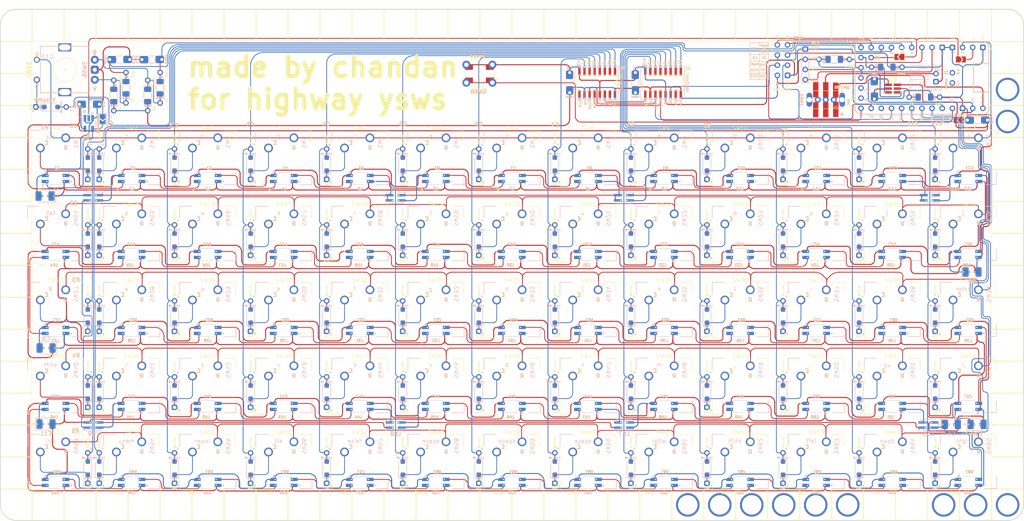
<source format=kicad_pcb>
(kicad_pcb (version 20241229) (generator "pcbnew") (generator_version "9.0")
  (layers (0 "F.Cu" signal) (2 "B.Cu" signal) (13 "F.Paste" user) (15 "B.Paste" user) (5 "F.SilkS" user "F.Silkscreen") (7 "B.SilkS" user "B.Silkscreen") (1 "F.Mask" user) (3 "B.Mask" user) (25 "Edge.Cuts" user))
  (net 0 "")
  (net 1 "c0")
  (net 2 "c1")
  (net 3 "c2")
  (net 4 "c3")
  (net 5 "c4")
  (net 6 "c5")
  (net 7 "c6")
  (net 8 "c7")
  (net 9 "c8")
  (net 10 "c9")
  (net 11 "c10")
  (net 12 "c11")
  (net 13 "c12")
  (net 14 "r2")
  (net 15 "r3")
  (net 16 "r4")
  (net 17 "r5")
  (net 18 "Net-(D2-K)")
  (net 19 "Net-(D3-K)")
  (net 20 "Net-(D4-K)")
  (net 21 "Net-(D5-K)")
  (net 22 "Net-(D6-K)")
  (net 23 "Net-(D7-K)")
  (net 24 "Net-(D8-K)")
  (net 25 "Net-(D9-K)")
  (net 26 "Net-(D10-K)")
  (net 27 "Net-(D11-K)")
  (net 28 "Net-(D12-K)")
  (net 29 "Net-(D13-K)")
  (net 30 "Net-(D15-K)")
  (net 31 "Net-(D16-K)")
  (net 32 "Net-(D17-K)")
  (net 33 "Net-(D18-K)")
  (net 34 "Net-(D19-K)")
  (net 35 "Net-(D20-K)")
  (net 36 "Net-(D21-K)")
  (net 37 "Net-(D22-K)")
  (net 38 "Net-(D23-K)")
  (net 39 "Net-(D24-K)")
  (net 40 "Net-(D25-K)")
  (net 41 "Net-(D26-K)")
  (net 42 "Net-(D27-K)")
  (net 43 "Net-(D28-K)")
  (net 44 "Net-(D29-K)")
  (net 45 "Net-(D30-K)")
  (net 46 "Net-(D31-K)")
  (net 47 "Net-(D32-K)")
  (net 48 "Net-(D33-K)")
  (net 49 "Net-(D34-K)")
  (net 50 "Net-(D35-K)")
  (net 51 "Net-(D36-K)")
  (net 52 "Net-(D37-K)")
  (net 53 "Net-(D38-K)")
  (net 54 "Net-(D39-K)")
  (net 55 "Net-(D40-K)")
  (net 56 "Net-(D41-K)")
  (net 57 "Net-(D42-K)")
  (net 58 "Net-(D43-K)")
  (net 59 "Net-(D44-K)")
  (net 60 "Net-(D45-K)")
  (net 61 "Net-(D46-K)")
  (net 62 "Net-(D47-K)")
  (net 63 "Net-(D48-K)")
  (net 64 "Net-(D49-K)")
  (net 65 "Net-(D50-K)")
  (net 66 "Net-(D51-K)")
  (net 67 "Net-(D52-K)")
  (net 68 "Net-(D53-K)")
  (net 69 "Net-(D54-K)")
  (net 70 "Net-(D55-K)")
  (net 71 "Net-(D56-K)")
  (net 72 "Net-(D57-K)")
  (net 73 "Net-(D58-K)")
  (net 74 "Net-(D59-K)")
  (net 75 "Net-(D60-K)")
  (net 76 "Net-(D61-K)")
  (net 77 "Net-(D62-K)")
  (net 78 "Net-(D63-K)")
  (net 79 "clock")
  (net 80 "ea")
  (net 81 "eb")
  (net 82 "3v3")
  (net 83 "Net-(D64-K)")
  (net 84 "sda")
  (net 85 "scl")
  (net 86 "Net-(D65-K)")
  (net 87 "bat+")
  (net 88 "cs")
  (net 89 "c13")
  (net 90 "cs_disp")
  (net 91 "next")
  (net 92 "mosi")
  (net 93 "gnd")
  (net 95 "blk")
  (net 96 "5V")
  (net 97 "ext+")
  (net 98 "Net-(D14-K)")
  (net 99 "Net-(D66-K)")
  (net 100 "Net-(D1-K)")
  (net 101 "rst")
  (net 102 "l")
  (net 103 "Net-(L1-DOUT)")
  (net 104 "Net-(L2-DOUT)")
  (net 105 "ll")
  (net 106 "r1")
  (net 107 "Net-(L3-DOUT)")
  (net 108 "Net-(L4-DOUT)")
  (net 109 "Net-(L5-DOUT)")
  (net 110 "Net-(L6-DOUT)")
  (net 111 "Net-(L7-DOUT)")
  (net 112 "Net-(L8-DOUT)")
  (net 113 "Net-(L10-DIN)")
  (net 114 "Net-(L10-DOUT)")
  (net 115 "Net-(L11-DOUT)")
  (net 116 "Net-(L12-DOUT)")
  (net 117 "Net-(L13-DOUT)")
  (net 118 "Net-(L14-DIN)")
  (net 119 "Net-(L15-DIN)")
  (net 120 "Net-(L16-DIN)")
  (net 121 "Net-(L17-DIN)")
  (net 122 "Net-(L18-DIN)")
  (net 123 "Net-(L19-DIN)")
  (net 124 "Net-(L20-DIN)")
  (net 125 "Net-(L21-DIN)")
  (net 126 "Net-(L22-DIN)")
  (net 127 "Net-(L23-DIN)")
  (net 128 "Net-(L24-DIN)")
  (net 129 "Net-(L25-DIN)")
  (net 130 "Net-(L27-DOUT)")
  (net 131 "Net-(L28-DOUT)")
  (net 132 "Net-(L29-DOUT)")
  (net 133 "Net-(L30-DOUT)")
  (net 134 "Net-(L31-DOUT)")
  (net 135 "Net-(L32-DOUT)")
  (net 136 "Net-(L33-DOUT)")
  (net 137 "Net-(L34-DOUT)")
  (net 138 "Net-(L35-DOUT)")
  (net 139 "Net-(L36-DOUT)")
  (net 140 "Net-(L37-DOUT)")
  (net 141 "Net-(L38-DOUT)")
  (net 142 "Net-(L39-DOUT)")
  (net 143 "Net-(L40-DOUT)")
  (net 144 "Net-(L40-DIN)")
  (net 145 "Net-(L41-DIN)")
  (net 146 "Net-(L42-DIN)")
  (net 147 "Net-(L43-DIN)")
  (net 148 "Net-(L44-DIN)")
  (net 149 "Net-(L45-DIN)")
  (net 150 "Net-(L46-DIN)")
  (net 151 "Net-(L47-DIN)")
  (net 152 "Net-(L48-DIN)")
  (net 153 "Net-(L49-DIN)")
  (net 154 "Net-(L50-DIN)")
  (net 155 "Net-(L51-DIN)")
  (net 156 "Net-(L53-DOUT)")
  (net 157 "Net-(L54-DOUT)")
  (net 158 "Net-(L55-DOUT)")
  (net 159 "Net-(L56-DOUT)")
  (net 160 "Net-(L57-DOUT)")
  (net 161 "Net-(L58-DOUT)")
  (net 162 "Net-(L59-DOUT)")
  (net 163 "Net-(L60-DOUT)")
  (net 164 "Net-(L61-DOUT)")
  (net 165 "Net-(L62-DOUT)")
  (net 166 "Net-(L63-DOUT)")
  (net 167 "Net-(L64-DOUT)")
  (net 168 "dc")
  (net 169 "led_PWR")
  (net 170 "Net-(L14-DOUT)")
  (net 171 "meb")
  (net 172 "mea")
  (net 174 "reset")
  (net 176 "Net-(L65-DOUT)")
  (net 177 "Net-(L66-DOUT)")
  (net 185 "l1")
  (net 186 "l2")
  (net 187 "Net-(L67-DOUT)")
  (net 188 "Net-(L68-DOUT)")
  (net 189 "Net-(L69-DOUT)")
  (net 190 "Net-(L70-DOUT)")
  (net 191 "Net-(L71-DOUT)")
  (net 192 "Net-(L72-DOUT)")
  (net 194 "fault")
  (net 195 "led_EN")
  (net 196 "Net-(U3-ILIM)")
  (footprint "m65:SW_Cherry_MX_1.00u_PCB" (layer "F.Cu") (at 51.125 67.08)
    (property "Reference" "SW2")
    (property "Value" "1")
  )
  (footprint "m65:SW_Cherry_MX_1.00u_PCB" (layer "F.Cu") (at 51.125 86.105)
    (property "Reference" "SW15")
    (property "Value" "q")
  )
  (footprint "m65:SW_Cherry_MX_1.00u_PCB" (layer "F.Cu") (at 51.125 105.13)
    (property "Reference" "SW28")
    (property "Value" "a")
  )
  (footprint "m65:SW_Cherry_MX_1.00u_PCB" (layer "F.Cu") (at 51.125 124.155)
    (property "Reference" "SW41")
    (property "Value" "\\")
  )
  (footprint "m65:SW_Cherry_MX_1.00u_PCB" (layer "F.Cu") (at 51.125 143.18)
    (property "Reference" "SW54")
    (property "Value" "menu")
  )
  (footprint "m65:SW_Cherry_MX_1.00u_PCB" (layer "F.Cu") (at 70.15 67.08)
    (property "Reference" "SW3")
    (property "Value" "2")
  )
  (footprint "m65:SW_Cherry_MX_1.00u_PCB" (layer "F.Cu") (at 70.15 86.105)
    (property "Reference" "SW16")
    (property "Value" "w")
  )
  (footprint "m65:SW_Cherry_MX_1.00u_PCB" (layer "F.Cu") (at 70.15 105.13)
    (property "Reference" "SW29")
    (property "Value" "s")
  )
  (footprint "m65:SW_Cherry_MX_1.00u_PCB" (layer "F.Cu") (at 70.15 124.155)
    (property "Reference" "SW42")
    (property "Value" "z")
  )
  (footprint "m65:SW_Cherry_MX_1.00u_PCB" (layer "F.Cu") (at 70.15 143.18)
    (property "Reference" "SW55")
    (property "Value" "lower")
  )
  (footprint "m65:SW_Cherry_MX_1.00u_PCB" (layer "F.Cu") (at 89.175 67.08)
    (property "Reference" "SW4")
    (property "Value" "3")
  )
  (footprint "m65:SW_Cherry_MX_1.00u_PCB" (layer "F.Cu") (at 89.175 105.13)
    (property "Reference" "SW30")
    (property "Value" "d")
  )
  (footprint "m65:SW_Cherry_MX_1.00u_PCB" (layer "F.Cu") (at 89.175 124.155)
    (property "Reference" "SW43")
    (property "Value" "x")
  )
  (footprint "m65:SW_Cherry_MX_1.00u_PCB" (layer "F.Cu") (at 89.175 143.18)
    (property "Reference" "SW56")
    (property "Value" "alt")
  )
  (footprint "m65:SW_Cherry_MX_1.00u_PCB" (layer "F.Cu") (at 108.2 67.08)
    (property "Reference" "SW5")
    (property "Value" "4")
  )
  (footprint "m65:SW_Cherry_MX_1.00u_PCB" (layer "F.Cu") (at 108.2 86.105)
    (property "Reference" "SW18")
    (property "Value" "r")
  )
  (footprint "m65:SW_Cherry_MX_1.00u_PCB" (layer "F.Cu") (at 108.2 105.13)
    (property "Reference" "SW31")
    (property "Value" "f")
  )
  (footprint "m65:SW_Cherry_MX_1.00u_PCB" (layer "F.Cu") (at 108.2 124.155)
    (property "Reference" "SW44")
    (property "Value" "c")
  )
  (footprint "m65:SW_Cherry_MX_1.00u_PCB" (layer "F.Cu") (at 108.2 143.18)
    (property "Reference" "SW57")
    (property "Value" "raise")
  )
  (footprint "m65:SW_Cherry_MX_1.00u_PCB" (layer "F.Cu") (at 127.225 67.08)
    (property "Reference" "SW6")
    (property "Value" "5")
  )
  (footprint "m65:SW_Cherry_MX_1.00u_PCB" (layer "F.Cu") (at 127.225 86.105)
    (property "Reference" "SW19")
    (property "Value" "t")
  )
  (footprint "m65:SW_Cherry_MX_1.00u_PCB" (layer "F.Cu") (at 127.225 105.13)
    (property "Reference" "SW32")
    (property "Value" "g")
  )
  (footprint "m65:SW_Cherry_MX_1.00u_PCB" (layer "F.Cu") (at 127.225 124.155)
    (property "Reference" "SW45")
    (property "Value" "v")
  )
  (footprint "m65:SW_Cherry_MX_1.00u_PCB" (layer "F.Cu") (at 127.225 143.18)
    (property "Reference" "SW58")
    (property "Value" "space")
  )
  (footprint "m65:SW_Cherry_MX_1.00u_PCB" (layer "F.Cu") (at 146.25 67.08)
    (property "Reference" "SW7")
    (property "Value" "6")
  )
  (footprint "m65:SW_Cherry_MX_1.00u_PCB" (layer "F.Cu") (at 146.25 86.105)
    (property "Reference" "SW20")
    (property "Value" "y")
  )
  (footprint "m65:SW_Cherry_MX_1.00u_PCB" (layer "F.Cu") (at 146.25 105.13)
    (property "Reference" "SW33")
    (property "Value" "h")
  )
  (footprint "m65:SW_Cherry_MX_1.00u_PCB" (layer "F.Cu") (at 146.25 124.155)
    (property "Reference" "SW46")
    (property "Value" "b")
  )
  (footprint "m65:SW_Cherry_MX_1.00u_PCB" (layer "F.Cu") (at 146.25 143.18)
    (property "Reference" "SW59")
    (property "Value" "space")
  )
  (footprint "m65:SW_Cherry_MX_1.00u_PCB" (layer "F.Cu") (at 165.275 67.08)
    (property "Reference" "SW8")
    (property "Value" "7")
  )
  (footprint "m65:SW_Cherry_MX_1.00u_PCB" (layer "F.Cu") (at 165.275 86.105)
    (property "Reference" "SW21")
    (property "Value" "u")
  )
  (footprint "m65:SW_Cherry_MX_1.00u_PCB" (layer "F.Cu") (at 165.275 105.13)
    (property "Reference" "SW34")
    (property "Value" "j")
  )
  (footprint "m65:SW_Cherry_MX_1.00u_PCB" (layer "F.Cu") (at 165.275 124.155)
    (property "Reference" "SW47")
    (property "Value" "n")
  )
  (footprint "m65:SW_Cherry_MX_1.00u_PCB" (layer "F.Cu") (at 165.275 143.18)
    (property "Reference" "SW60")
    (property "Value" "space")
  )
  (footprint "m65:SW_Cherry_MX_1.00u_PCB" (layer "F.Cu") (at 184.3 67.08)
    (property "Reference" "SW9")
    (property "Value" "8")
  )
  (footprint "m65:SW_Cherry_MX_1.00u_PCB" (layer "F.Cu") (at 184.3 86.105)
    (property "Reference" "SW22")
    (property "Value" "i")
  )
  (footprint "m65:SW_Cherry_MX_1.00u_PCB" (layer "F.Cu") (at 184.3 105.13)
    (property "Reference" "SW35")
    (property "Value" "k")
  )
  (footprint "m65:SW_Cherry_MX_1.00u_PCB" (layer "F.Cu") (at 184.3 124.155)
    (property "Reference" "SW48")
    (property "Value" "m")
  )
  (footprint "m65:SW_Cherry_MX_1.00u_PCB" (layer "F.Cu") (at 184.3 143.18)
    (property "Reference" "SW61")
    (property "Value" "altgr")
  )
  (footprint "m65:SW_Cherry_MX_1.00u_PCB" (layer "F.Cu") (at 203.325 67.08)
    (property "Reference" "SW10")
    (property "Value" "9")
  )
  (footprint "m65:SW_Cherry_MX_1.00u_PCB" (layer "F.Cu") (at 203.325 86.105)
    (property "Reference" "SW23")
    (property "Value" "o")
  )
  (footprint "m65:SW_Cherry_MX_1.00u_PCB" (layer "F.Cu") (at 203.325 105.13)
    (property "Reference" "SW36")
    (property "Value" "l")
  )
  (footprint "m65:SW_Cherry_MX_1.00u_PCB" (layer "F.Cu") (at 203.325 124.155)
    (property "Reference" "SW49")
    (property "Value" ",")
  )
  (footprint "m65:SW_Cherry_MX_1.00u_PCB" (layer "F.Cu") (at 203.325 143.18)
    (property "Reference" "SW62")
    (property "Value" "shift")
  )
  (footprint "m65:SW_Cherry_MX_1.00u_PCB" (layer "F.Cu") (at 222.35 67.08)
    (property "Reference" "SW11")
    (property "Value" "0")
  )
  (footprint "m65:SW_Cherry_MX_1.00u_PCB" (layer "F.Cu") (at 222.35 86.105)
    (property "Reference" "SW24")
    (property "Value" "p")
  )
  (footprint "m65:SW_Cherry_MX_1.00u_PCB" (layer "F.Cu") (at 222.35 105.13)
    (property "Reference" "SW37")
    (property "Value" ";")
  )
  (footprint "m65:SW_Cherry_MX_1.00u_PCB" (layer "F.Cu") (at 222.35 124.155)
    (property "Reference" "SW50")
    (property "Value" ".")
  )
  (footprint "m65:SW_Cherry_MX_1.00u_PCB-3d" (layer "F.Cu") (at 222.35 143.18)
    (property "Reference" "SW63")
    (property "Value" "left")
  )
  (footprint "m65:SW_Cherry_MX_1.00u_PCB-3d" (layer "F.Cu") (at 241.375 67.08)
    (property "Reference" "SW12")
    (property "Value" "-")
  )
  (footprint "m65:SW_Cherry_MX_1.00u_PCB-3d" (layer "F.Cu") (at 241.375 86.105)
    (property "Reference" "SW25")
    (property "Value" "[")
  )
  (footprint "m65:SW_Cherry_MX_1.00u_PCB-3d" (layer "F.Cu") (at 241.375 105.13)
    (property "Reference" "SW38")
    (property "Value" "'")
  )
  (footprint "m65:SW_Cherry_MX_1.00u_PCB-3d" (layer "F.Cu") (at 241.375 124.155)
    (property "Reference" "SW51")
    (property "Value" "up")
  )
  (footprint "m65:SW_Cherry_MX_1.00u_PCB-3d" (layer "F.Cu") (at 241.375 143.18)
    (property "Reference" "SW64")
    (property "Value" "down")
  )
  (footprint "m65:SW_Cherry_MX_1.00u_PCB-3d" (layer "F.Cu") (at 260.4 67.08)
    (property "Reference" "SW13")
    (property "Value" "back")
  )
  (footprint "m65:SW_Cherry_MX_1.00u_PCB-3d" (layer "F.Cu") (at 260.4 86.105)
    (property "Reference" "SW26")
    (property "Value" "]")
  )
  (footprint "m65:SW_Cherry_MX_1.00u_PCB-3d" (layer "F.Cu") (at 260.4 105.13)
    (property "Reference" "SW39")
    (property "Value" "enter")
  )
  (footprint "m65:SW_Cherry_MX_1.00u_PCB-3d" (layer "F.Cu") (at 260.4 124.155)
    (property "Reference" "SW52")
    (property "Value" "/")
  )
  (footprint "m65:SW_Cherry_MX_1.00u_PCB-3d" (layer "F.Cu") (at 260.4 143.18)
    (property "Reference" "SW65")
    (property "Value" "right")
  )
  (footprint "m65:SW_Cherry_MX_1.00u_PCB" (layer "F.Cu") (at 32.1 86.105)
    (property "Reference" "SW14")
    (property "Value" "tab")
  )
  (footprint "m65:SW_Cherry_MX_1.00u_PCB" (layer "F.Cu") (at 32.1 105.13)
    (property "Reference" "SW27")
    (property "Value" "#")
  )
  (footprint "m65:SW_Cherry_MX_1.00u_PCB" (layer "F.Cu") (at 32.1 124.155)
    (property "Reference" "SW40")
    (property "Value" "shift")
  )
  (footprint "m65:SW_Cherry_MX_1.00u_PCB" (layer "F.Cu") (at 32.1 143.18)
    (property "Reference" "SW53")
    (property "Value" "ctrl")
  )
  (footprint "m65:RotaryEncoder_Alps_EC11E_Vertical_H20mm" (layer "F.Cu") (at 34.41 44.942 180)
    (property "Reference" "SW66")
    (property "Value" "Volume" (hide yes))
  )
  (footprint "m65:SW_Cherry_MX_1.00u_PCB" (layer "F.Cu") (at 32.1 67.08)
    (property "Reference" "SW1")
    (property "Value" "esc")
  )
  (footprint "m65:SW_reset" (layer "F.Cu") (at 141.36 48.18 180)
    (property "Reference" "SW68")
    (property "Value" "reset")
  )
  (footprint "m65:SolderJumper-Open" (layer "F.Cu") (at 258.025 57.54 180)
    (property "Reference" "JP4")
    (property "Value" "led")
  )
  (footprint "m65:switch_slide" (layer "F.Cu") (at 226.7525 52.45 180)
    (property "Reference" "SW67")
    (property "Value" "on/off")
  )
  (footprint "m65:74HC595-sop16" (layer "F.Cu") (at 183.90869 48.165 -90)
    (property "Reference" "U1")
    (property "Value" "74HC595")
  )
  (footprint "m65:SolderJumper-Open" (layer "F.Cu") (at 243.185 41.74 180)
    (property "Reference" "JP3")
    (property "Value" "led2")
  )
  (footprint "m65:LegoHole_16-32u_4875-rev12" (layer "F.Cu") (at 22.24 33.89)
    (property "Reference" "H1" (hide yes))
    (property "Value" "MountingHole" (hide yes))
  )
  (footprint "m65:74HC595-sop16" (layer "F.Cu") (at 167.445 48.165 -90)
    (property "Reference" "U2")
    (property "Value" "74HC595")
  )
  (footprint "m65:SolderJumper-Open" (layer "F.Cu") (at 258.56 42.37)
    (property "Reference" "JP2")
    (property "Value" "led1")
  )
  (footprint "m65:OLED_128x32" (layer "F.Cu") (at 219.63 43.6 90)
    (property "Reference" "OL1")
    (property "Value" "oled" (hide yes))
  )
  (footprint "m65:Helios_tht" (layer "F.Cu") (at 247.54 46.98 -90)
    (property "Reference" "U7")
    (property "Value" "pm like - Helios")
  )
  (footprint "m65:SOT-23-6-reg" (layer "F.Cu") (at 241.5075 49.66)
    (property "Reference" "U3")
    (property "Value" "TPS2553DBVR")
  )
  (footprint "m65:spi-eink-rgb-sharp" (layer "F.Cu") (at 213.72 42.54)
    (property "Reference" "DS1")
    (property "Value" "spi disp" (hide yes))
  )
  (footprint "m65:SW_Cherry_MX_1.00u_PCB" (layer "F.Cu") (at 89.175 86.105)
    (property "Reference" "SW17")
    (property "Value" "e")
  )
  (footprint "m65:battery connector - no surface" (layer "F.Cu") (at 252.32 45.92 -90)
    (property "Reference" "J1")
    (property "Value" "battery")
  )
  (footprint "m65:D_DO-35-SOD-123" (layer "B.Cu") (at 40.1605 68.58 90)
    (property "Reference" "D1")
    (property "Value" "1N4148")
  )
  (footprint "m65:D_DO-35-SOD-123" (layer "B.Cu") (at 43.0355 87.605 90)
    (property "Reference" "D15")
    (property "Value" "1N4148")
  )
  (footprint "m65:D_DO-35-SOD-123" (layer "B.Cu") (at 43.0355 106.63 90)
    (property "Reference" "D28")
    (property "Value" "1N4148")
  )
  (footprint "m65:D_DO-35-SOD-123" (layer "B.Cu") (at 43.0355 125.655 90)
    (property "Reference" "D41")
    (property "Value" "1N4148")
  )
  (footprint "m65:D_DO-35-SOD-123" (layer "B.Cu") (at 43.0355 144.68 90)
    (property "Reference" "D54")
    (property "Value" "1N4148")
  )
  (footprint "m65:D_DO-35-SOD-123" (layer "B.Cu") (at 43.0355 68.58 90)
    (property "Reference" "D2")
    (property "Value" "1N4148")
  )
  (footprint "m65:D_DO-35-SOD-123" (layer "B.Cu") (at 61.8605 87.605 90)
    (property "Reference" "D16")
    (property "Value" "1N4148")
  )
  (footprint "m65:D_DO-35-SOD-123" (layer "B.Cu") (at 61.8605 106.63 90)
    (property "Reference" "D29")
    (property "Value" "1N4148")
  )
  (footprint "m65:D_DO-35-SOD-123" (layer "B.Cu") (at 61.8605 125.655 90)
    (property "Reference" "D42")
    (property "Value" "1N4148")
  )
  (footprint "m65:D_DO-35-SOD-123" (layer "B.Cu") (at 61.8605 144.68 90)
    (property "Reference" "D55")
    (property "Value" "1N4148")
  )
  (footprint "m65:D_DO-35-SOD-123" (layer "B.Cu") (at 61.8605 68.58 90)
    (property "Reference" "D3")
    (property "Value" "1N4148")
  )
  (footprint "m65:D_DO-35-SOD-123" (layer "B.Cu") (at 80.8855 87.605 90)
    (property "Reference" "D17")
    (property "Value" "1N4148")
  )
  (footprint "m65:D_DO-35-SOD-123" (layer "B.Cu") (at 80.8855 106.63 90)
    (property "Reference" "D30")
    (property "Value" "1N4148")
  )
  (footprint "m65:D_DO-35-SOD-123" (layer "B.Cu") (at 80.8855 125.655 90)
    (property "Reference" "D43")
    (property "Value" "1N4148")
  )
  (footprint "m65:D_DO-35-SOD-123" (layer "B.Cu") (at 80.8855 144.68 90)
    (property "Reference" "D56")
    (property "Value" "1N4148")
  )
  (footprint "m65:D_DO-35-SOD-123" (layer "B.Cu") (at 80.8855 68.58 90)
    (property "Reference" "D4")
    (property "Value" "1N4148")
  )
  (footprint "m65:D_DO-35-SOD-123" (layer "B.Cu") (at 99.9105 87.605 90)
    (property "Reference" "D18")
    (property "Value" "1N4148")
  )
  (footprint "m65:D_DO-35-SOD-123" (layer "B.Cu") (at 99.9105 106.63 90)
    (property "Reference" "D31")
    (property "Value" "1N4148")
  )
  (footprint "m65:D_DO-35-SOD-123" (layer "B.Cu") (at 99.9105 125.655 90)
    (property "Reference" "D44")
    (property "Value" "1N4148")
  )
  (footprint "m65:D_DO-35-SOD-123" (layer "B.Cu") (at 99.9105 144.68 90)
    (property "Reference" "D57")
    (property "Value" "1N4148")
  )
  (footprint "m65:D_DO-35-SOD-123" (layer "B.Cu") (at 99.9105 68.58 90)
    (property "Reference" "D5")
    (property "Value" "1N4148")
  )
  (footprint "m65:D_DO-35-SOD-123" (layer "B.Cu") (at 118.9355 87.605 90)
    (property "Reference" "D19")
    (property "Value" "1N4148")
  )
  (footprint "m65:D_DO-35-SOD-123" (layer "B.Cu") (at 118.9355 106.63 90)
    (property "Reference" "D32")
    (property "Value" "1N4148")
  )
  (footprint "m65:D_DO-35-SOD-123" (layer "B.Cu") (at 118.9355 125.655 90)
    (property "Reference" "D45")
    (property "Value" "1N4148")
  )
  (footprint "m65:D_DO-35-SOD-123" (layer "B.Cu") (at 118.9355 144.68 90)
    (property "Reference" "D58")
    (property "Value" "1N4148")
  )
  (footprint "m65:D_DO-35-SOD-123" (layer "B.Cu") (at 118.9355 68.58 90)
    (property "Reference" "D6")
    (property "Value" "1N4148")
  )
  (footprint "m65:D_DO-35-SOD-123" (layer "B.Cu") (at 137.9605 87.605 90)
    (property "Reference" "D20")
    (property "Value" "1N4148")
  )
  (footprint "m65:D_DO-35-SOD-123" (layer "B.Cu") (at 137.9605 106.63 90)
    (property "Reference" "D33")
    (property "Value" "1N4148")
  )
  (footprint "m65:D_DO-35-SOD-123" (layer "B.Cu") (at 137.9605 125.655 90)
    (property "Reference" "D46")
    (property "Value" "1N4148")
  )
  (footprint "m65:D_DO-35-SOD-123" (layer "B.Cu") (at 137.9605 144.68 90)
    (property "Reference" "D59")
    (property "Value" "1N4148")
  )
  (footprint "m65:D_DO-35-SOD-123" (layer "B.Cu") (at 137.9605 68.58 90)
    (property "Reference" "D7")
    (property "Value" "1N4148")
  )
  (footprint "m65:D_DO-35-SOD-123" (layer "B.Cu") (at 156.9855 87.605 90)
    (property "Reference" "D21")
    (property "Value" "1N4148")
  )
  (footprint "m65:D_DO-35-SOD-123" (layer "B.Cu") (at 156.9855 106.63 90)
    (property "Reference" "D34")
    (property "Value" "1N4148")
  )
  (footprint "m65:D_DO-35-SOD-123" (layer "B.Cu") (at 156.9855 125.655 90)
    (property "Reference" "D47")
    (property "Value" "1N4148")
  )
  (footprint "m65:D_DO-35-SOD-123" (layer "B.Cu") (at 156.9855 144.68 90)
    (property "Reference" "D60")
    (property "Value" "1N4148")
  )
  (footprint "m65:D_DO-35-SOD-123" (layer "B.Cu") (at 156.9855 68.58 90)
    (property "Reference" "D8")
    (property "Value" "1N4148")
  )
  (footprint "m65:D_DO-35-SOD-123" (layer "B.Cu") (at 176.0105 87.605 90)
    (property "Reference" "D22")
    (property "Value" "1N4148")
  )
  (footprint "m65:D_DO-35-SOD-123" (layer "B.Cu") (at 176.0105 106.63 90)
    (property "Reference" "D35")
    (property "Value" "1N4148")
  )
  (footprint "m65:D_DO-35-SOD-123" (layer "B.Cu") (at 176.0105 125.655 90)
    (property "Reference" "D48")
    (property "Value" "1N4148")
  )
  (footprint "m65:D_DO-35-SOD-123" (layer "B.Cu") (at 176.0105 144.68 90)
    (property "Reference" "D61")
    (property "Value" "1N4148")
  )
  (footprint "m65:D_DO-35-SOD-123" (layer "B.Cu") (at 176.0105 68.58 90)
    (property "Reference" "D9")
    (property "Value" "1N4148")
  )
  (footprint "m65:D_DO-35-SOD-123" (layer "B.Cu") (at 195.0355 87.605 90)
    (property "Reference" "D23")
    (property "Value" "1N4148")
  )
  (footprint "m65:D_DO-35-SOD-123" (layer "B.Cu") (at 195.0355 106.63 90)
    (property "Reference" "D36")
    (property "Value" "1N4148")
  )
  (footprint "m65:D_DO-35-SOD-123" (layer "B.Cu") (at 195.0355 125.655 90)
    (property "Reference" "D49")
    (property "Value" "1N4148")
  )
  (footprint "m65:D_DO-35-SOD-123" (layer "B.Cu") (at 195.0355 144.68 90)
    (property "Reference" "D62")
    (property "Value" "1N4148")
  )
  (footprint "m65:D_DO-35-SOD-123" (layer "B.Cu") (at 195.0355 68.58 90)
    (property "Reference" "D10")
    (property "Value" "1N4148")
  )
  (footprint "m65:D_DO-35-SOD-123" (layer "B.Cu") (at 214.0605 87.605 90)
    (property "Reference" "D24")
    (property "Value" "1N4148")
  )
  (footprint "m65:D_DO-35-SOD-123" (layer "B.Cu") (at 214.0605 106.63 90)
    (property "Reference" "D37")
    (property "Value" "1N4148")
  )
  (footprint "m65:D_DO-35-SOD-123" (layer "B.Cu") (at 214.0605 125.655 90)
    (property "Reference" "D50")
    (property "Value" "1N4148")
  )
  (footprint "m65:D_DO-35-SOD-123" (layer "B.Cu") (at 214.0605 144.68 90)
    (property "Reference" "D63")
    (property "Value" "1N4148")
  )
  (footprint "m65:D_DO-35-SOD-123" (layer "B.Cu") (at 214.0605 68.58 90)
    (property "Reference" "D11")
    (property "Value" "1N4148")
  )
  (footprint "m65:D_DO-35-SOD-123" (layer "B.Cu") (at 233.0855 87.605 90)
    (property "Reference" "D25")
    (property "Value" "1N4148")
  )
  (footprint "m65:D_DO-35-SOD-123" (layer "B.Cu") (at 233.0855 106.63 90)
    (property "Reference" "D38")
    (property "Value" "1N4148")
  )
  (footprint "m65:D_DO-35-SOD-123" (layer "B.Cu") (at 233.0855 125.655 90)
    (property "Reference" "D51")
    (property "Value" "1N4148")
  )
  (footprint "m65:D_DO-35-SOD-123" (layer "B.Cu") (at 233.0855 144.68 90)
    (property "Reference" "D64")
    (property "Value" "1N4148")
  )
  (footprint "m65:D_DO-35-SOD-123" (layer "B.Cu") (at 233.0855 68.58 90)
    (property "Reference" "D12")
    (property "Value" "1N4148")
  )
  (footprint "m65:D_DO-35-SOD-123" (layer "B.Cu") (at 252.1105 87.605 90)
    (property "Reference" "D26")
    (property "Value" "1N4148")
  )
  (footprint "m65:D_DO-35-SOD-123" (layer "B.Cu") (at 252.1105 106.63 90)
    (property "Reference" "D39")
    (property "Value" "1N4148")
  )
  (footprint "m65:D_DO-35-SOD-123" (layer "B.Cu") (at 252.1105 125.655 90)
    (property "Reference" "D52")
    (property "Value" "1N4148")
  )
  (footprint "m65:D_DO-35-SOD-123" (layer "B.Cu") (at 252.1105 144.68 90)
    (property "Reference" "D65")
    (property "Value" "1N4148")
  )
  (footprint "m65:D_DO-35-SOD-123" (layer "B.Cu") (at 252.1105 68.58 90)
    (property "Reference" "D13")
    (property "Value" "1N4148")
  )
  (footprint "m65:D_DO-35-SOD-123" (layer "B.Cu") (at 40.1605 125.655 90)
    (property "Reference" "D40")
    (property "Value" "1N4148")
  )
  (footprint "m65:D_DO-35-SOD-123" (layer "B.Cu") (at 40.1605 144.68 90)
    (property "Reference" "D53")
    (property "Value" "1N4148")
  )
  (footprint "m65:D_DO-35-SOD-123" (layer "B.Cu") (at 30.96 54.26)
    (property "Reference" "D66")
    (property "Value" "1N4148")
  )
  (footprint "m65:D_DO-35-SOD-123" (layer "B.Cu") (at 40.1605 106.63 90)
    (property "Reference" "D27")
    (property "Value" "1N4148")
  )
  (footprint "m65:SK6812-MINI-E-pins" (layer "B.Cu") (at 184.3 129.235)
    (property "Reference" "L48")
    (property "Value" "SK6803" (hide yes))
    (fp_line (start -1.7 -1.5) (end 1.7 -1.5) (stroke (width 0.1)) (layer "Edge.Cuts"))
    (fp_line (start -1.7 1.5) (end -1.7 -1.5) (stroke (width 0.1)) (layer "Edge.Cuts"))
    (fp_line (start 1.1 1.5) (end -1.7 1.5) (stroke (width 0.1)) (layer "Edge.Cuts"))
    (fp_line (start 1.7 -1.5) (end 1.7 0.9) (stroke (width 0.1)) (layer "Edge.Cuts"))
    (fp_line (start 1.7 0.9) (end 1.1 1.5) (stroke (width 0.1)) (layer "Edge.Cuts"))
  )
  (footprint "m65:tantalum-3528" (layer "B.Cu") (at 29.47 76.56 180)
    (property "Reference" "C7")
    (property "Value" "100µF")
  )
  (footprint "m65:C-1206_3216Metric_Pad1.33x1.80mm_HandSolder-long" (layer "B.Cu") (at 56.19 42.39)
    (property "Reference" "C12")
    (property "Value" "100nF")
  )
  (footprint "m65:SK6812-MINI-E-pins" (layer "B.Cu") (at 51.125 110.21 180)
    (property "Reference" "L28")
    (property "Value" "SK6803" (hide yes))
    (fp_line (start 1.7 0.9) (end 1.1 1.5) (stroke (width 0.1)) (layer "Edge.Cuts"))
    (fp_line (start 1.7 -1.5) (end 1.7 0.9) (stroke (width 0.1)) (layer "Edge.Cuts"))
    (fp_line (start 1.1 1.5) (end -1.7 1.5) (stroke (width 0.1)) (layer "Edge.Cuts"))
    (fp_line (start -1.7 1.5) (end -1.7 -1.5) (stroke (width 0.1)) (layer "Edge.Cuts"))
    (fp_line (start -1.7 -1.5) (end 1.7 -1.5) (stroke (width 0.1)) (layer "Edge.Cuts"))
  )
  (footprint "m65:SK6812-MINI-E-pins" (layer "B.Cu") (at 32.1 148.26 180)
    (property "Reference" "L53")
    (property "Value" "SK6803" (hide yes))
    (fp_line (start 1.7 0.9) (end 1.1 1.5) (stroke (width 0.1)) (layer "Edge.Cuts"))
    (fp_line (start 1.7 -1.5) (end 1.7 0.9) (stroke (width 0.1)) (layer "Edge.Cuts"))
    (fp_line (start 1.1 1.5) (end -1.7 1.5) (stroke (width 0.1)) (layer "Edge.Cuts"))
    (fp_line (start -1.7 1.5) (end -1.7 -1.5) (stroke (width 0.1)) (layer "Edge.Cuts"))
    (fp_line (start -1.7 -1.5) (end 1.7 -1.5) (stroke (width 0.1)) (layer "Edge.Cuts"))
  )
  (footprint "m65:SK6812-MINI-E-pins" (layer "B.Cu") (at 203.325 129.235)
    (property "Reference" "L49")
    (property "Value" "SK6803" (hide yes))
    (fp_line (start -1.7 -1.5) (end 1.7 -1.5) (stroke (width 0.1)) (layer "Edge.Cuts"))
    (fp_line (start -1.7 1.5) (end -1.7 -1.5) (stroke (width 0.1)) (layer "Edge.Cuts"))
    (fp_line (start 1.1 1.5) (end -1.7 1.5) (stroke (width 0.1)) (layer "Edge.Cuts"))
    (fp_line (start 1.7 -1.5) (end 1.7 0.9) (stroke (width 0.1)) (layer "Edge.Cuts"))
    (fp_line (start 1.7 0.9) (end 1.1 1.5) (stroke (width 0.1)) (layer "Edge.Cuts"))
  )
  (footprint "m65:SK6812-MINI-E-pins" (layer "B.Cu") (at 127.225 129.235)
    (property "Reference" "L45")
    (property "Value" "SK6803" (hide yes))
    (fp_line (start -1.7 -1.5) (end 1.7 -1.5) (stroke (width 0.1)) (layer "Edge.Cuts"))
    (fp_line (start -1.7 1.5) (end -1.7 -1.5) (stroke (width 0.1)) (layer "Edge.Cuts"))
    (fp_line (start 1.1 1.5) (end -1.7 1.5) (stroke (width 0.1)) (layer "Edge.Cuts"))
    (fp_line (start 1.7 -1.5) (end 1.7 0.9) (stroke (width 0.1)) (layer "Edge.Cuts"))
    (fp_line (start 1.7 0.9) (end 1.1 1.5) (stroke (width 0.1)) (layer "Edge.Cuts"))
  )
  (footprint "m65:SK6812-MINI-E-pins" (layer "B.Cu") (at 108.2 110.21 180)
    (property "Reference" "L31")
    (property "Value" "SK6803" (hide yes))
    (fp_line (start 1.7 0.9) (end 1.1 1.5) (stroke (width 0.1)) (layer "Edge.Cuts"))
    (fp_line (start 1.7 -1.5) (end 1.7 0.9) (stroke (width 0.1)) (layer "Edge.Cuts"))
    (fp_line (start 1.1 1.5) (end -1.7 1.5) (stroke (width 0.1)) (layer "Edge.Cuts"))
    (fp_line (start -1.7 1.5) (end -1.7 -1.5) (stroke (width 0.1)) (layer "Edge.Cuts"))
    (fp_line (start -1.7 -1.5) (end 1.7 -1.5) (stroke (width 0.1)) (layer "Edge.Cuts"))
  )
  (footprint "m65:SK6812-MINI-E-pins" (layer "B.Cu") (at 51.125 72.16 180)
    (property "Reference" "L2")
    (property "Value" "SK6803" (hide yes))
    (fp_line (start 1.7 0.9) (end 1.1 1.5) (stroke (width 0.1)) (layer "Edge.Cuts"))
    (fp_line (start 1.7 -1.5) (end 1.7 0.9) (stroke (width 0.1)) (layer "Edge.Cuts"))
    (fp_line (start 1.1 1.5) (end -1.7 1.5) (stroke (width 0.1)) (layer "Edge.Cuts"))
    (fp_line (start -1.7 1.5) (end -1.7 -1.5) (stroke (width 0.1)) (layer "Edge.Cuts"))
    (fp_line (start -1.7 -1.5) (end 1.7 -1.5) (stroke (width 0.1)) (layer "Edge.Cuts"))
  )
  (footprint "m65:SK6805_PLCC4_2.4x2.7mm_P1.3mm" (layer "B.Cu") (at 250.43 133.9)
    (property "Reference" "L66")
    (property "Value" "SK6805")
  )
  (footprint "m65:SK6812-MINI-E-pins" (layer "B.Cu") (at 165.275 110.21 180)
    (property "Reference" "L34")
    (property "Value" "SK6803" (hide yes))
    (fp_line (start 1.7 0.9) (end 1.1 1.5) (stroke (width 0.1)) (layer "Edge.Cuts"))
    (fp_line (start 1.7 -1.5) (end 1.7 0.9) (stroke (width 0.1)) (layer "Edge.Cuts"))
    (fp_line (start 1.1 1.5) (end -1.7 1.5) (stroke (width 0.1)) (layer "Edge.Cuts"))
    (fp_line (start -1.7 1.5) (end -1.7 -1.5) (stroke (width 0.1)) (layer "Edge.Cuts"))
    (fp_line (start -1.7 -1.5) (end 1.7 -1.5) (stroke (width 0.1)) (layer "Edge.Cuts"))
  )
  (footprint "m65:74AHC1G125-sot23-v2" (layer "B.Cu") (at 40.4 58.39 -90)
    (property "Reference" "U5")
    (property "Value" "74AHC1G125")
  )
  (footprint "m65:SK6812-MINI-E-pins" (layer "B.Cu") (at 89.175 91.185)
    (property "Reference" "L17")
    (property "Value" "SK6803" (hide yes))
    (fp_line (start -1.7 -1.5) (end 1.7 -1.5) (stroke (width 0.1)) (layer "Edge.Cuts"))
    (fp_line (start -1.7 1.5) (end -1.7 -1.5) (stroke (width 0.1)) (layer "Edge.Cuts"))
    (fp_line (start 1.1 1.5) (end -1.7 1.5) (stroke (width 0.1)) (layer "Edge.Cuts"))
    (fp_line (start 1.7 -1.5) (end 1.7 0.9) (stroke (width 0.1)) (layer "Edge.Cuts"))
    (fp_line (start 1.7 0.9) (end 1.1 1.5) (stroke (width 0.1)) (layer "Edge.Cuts"))
  )
  (footprint "m65:tantalum-3528" (layer "B.Cu") (at 256.15 133.73)
    (property "Reference" "C4")
    (property "Value" "100µF")
  )
  (footprint "m65:SK6812-MINI-E-pins" (layer "B.Cu") (at 222.35 91.185)
    (property "Reference" "L24")
    (property "Value" "SK6803" (hide yes))
    (fp_line (start -1.7 -1.5) (end 1.7 -1.5) (stroke (width 0.1)) (layer "Edge.Cuts"))
    (fp_line (start -1.7 1.5) (end -1.7 -1.5) (stroke (width 0.1)) (layer "Edge.Cuts"))
    (fp_line (start 1.1 1.5) (end -1.7 1.5) (stroke (width 0.1)) (layer "Edge.Cuts"))
    (fp_line (start 1.7 -1.5) (end 1.7 0.9) (stroke (width 0.1)) (layer "Edge.Cuts"))
    (fp_line (start 1.7 0.9) (end 1.1 1.5) (stroke (width 0.1)) (layer "Edge.Cuts"))
  )
  (footprint "m65:SK6805_PLCC4_2.4x2.7mm_P1.3mm" (layer "B.Cu") (at 174.33 133.9)
    (property "Reference" "L67")
    (property "Value" "SK6805")
  )
  (footprint "m65:R-dual-10k" (layer "B.Cu") (at 58.26 49.44 90)
    (property "Reference" "R8")
    (property "Value" "10kΩ")
  )
  (footprint "m65:SK6812-MINI-E-pins" (layer "B.Cu") (at 260.399999 148.26 180)
    (property "Reference" "L65")
    (property "Value" "SK6803" (hide yes))
    (fp_line (start 1.7 0.9) (end 1.1 1.5) (stroke (width 0.1)) (layer "Edge.Cuts"))
    (fp_line (start 1.7 -1.5) (end 1.7 0.9) (stroke (width 0.1)) (layer "Edge.Cuts"))
    (fp_line (start 1.1 1.5) (end -1.7 1.5) (stroke (width 0.1)) (layer "Edge.Cuts"))
    (fp_line (start -1.7 1.5) (end -1.7 -1.5) (stroke (width 0.1)) (layer "Edge.Cuts"))
    (fp_line (start -1.7 -1.5) (end 1.7 -1.5) (stroke (width 0.1)) (layer "Edge.Cuts"))
  )
  (footprint "m65:SK6812-MINI-E-pins" (layer "B.Cu") (at 203.325 148.26 180)
    (property "Reference" "L62")
    (property "Value" "SK6803" (hide yes))
    (fp_line (start 1.7 0.9) (end 1.1 1.5) (stroke (width 0.1)) (layer "Edge.Cuts"))
    (fp_line (start 1.7 -1.5) (end 1.7 0.9) (stroke (width 0.1)) (layer "Edge.Cuts"))
    (fp_line (start 1.1 1.5) (end -1.7 1.5) (stroke (width 0.1)) (layer "Edge.Cuts"))
    (fp_line (start -1.7 1.5) (end -1.7 -1.5) (stroke (width 0.1)) (layer "Edge.Cuts"))
    (fp_line (start -1.7 -1.5) (end 1.7 -1.5) (stroke (width 0.1)) (layer "Edge.Cuts"))
  )
  (footprint "m65:SK6812-MINI-E-pins" (layer "B.Cu") (at 184.3 72.16 180)
    (property "Reference" "L9")
    (property "Value" "SK6803" (hide yes))
    (fp_line (start 1.7 0.9) (end 1.1 1.5) (stroke (width 0.1)) (layer "Edge.Cuts"))
    (fp_line (start 1.7 -1.5) (end 1.7 0.9) (stroke (width 0.1)) (layer "Edge.Cuts"))
    (fp_line (start 1.1 1.5) (end -1.7 1.5) (stroke (width 0.1)) (layer "Edge.Cuts"))
    (fp_line (start -1.7 1.5) (end -1.7 -1.5) (stroke (width 0.1)) (layer "Edge.Cuts"))
    (fp_line (start -1.7 -1.5) (end 1.7 -1.5) (stroke (width 0.1)) (layer "Edge.Cuts"))
  )
  (footprint "m65:R-dual-10k" (layer "B.Cu") (at 46.66 51.38 90)
    (property "Reference" "R7")
    (property "Value" "10kΩ")
  )
  (footprint "m65:SK6812-MINI-E-pins" (layer "B.Cu") (at 70.15 72.16 180)
    (property "Reference" "L3")
    (property "Value" "SK6803" (hide yes))
    (fp_line (start 1.7 0.9) (end 1.1 1.5) (stroke (width 0.1)) (layer "Edge.Cuts"))
    (fp_line (start 1.7 -1.5) (end 1.7 0.9) (stroke (width 0.1)) (layer "Edge.Cuts"))
    (fp_line (start 1.1 1.5) (end -1.7 1.5) (stroke (width 0.1)) (layer "Edge.Cuts"))
    (fp_line (start -1.7 1.5) (end -1.7 -1.5) (stroke (width 0.1)) (layer "Edge.Cuts"))
    (fp_line (start -1.7 -1.5) (end 1.7 -1.5) (stroke (width 0.1)) (layer "Edge.Cuts"))
  )
  (footprint "m65:SK6812-MINI-E-pins" (layer "B.Cu") (at 70.15 129.235)
    (property "Reference" "L42")
    (property "Value" "SK6803" (hide yes))
    (fp_line (start -1.7 -1.5) (end 1.7 -1.5) (stroke (width 0.1)) (layer "Edge.Cuts"))
    (fp_line (start -1.7 1.5) (end -1.7 -1.5) (stroke (width 0.1)) (layer "Edge.Cuts"))
    (fp_line (start 1.1 1.5) (end -1.7 1.5) (stroke (width 0.1)) (layer "Edge.Cuts"))
    (fp_line (start 1.7 -1.5) (end 1.7 0.9) (stroke (width 0.1)) (layer "Edge.Cuts"))
    (fp_line (start 1.7 0.9) (end 1.1 1.5) (stroke (width 0.1)) (layer "Edge.Cuts"))
  )
  (footprint "m65:SK6812-MINI-E-pins" (layer "B.Cu") (at 222.35 129.235)
    (property "Reference" "L50")
    (property "Value" "SK6803" (hide yes))
    (fp_line (start -1.7 -1.5) (end 1.7 -1.5) (stroke (width 0.1)) (layer "Edge.Cuts"))
    (fp_line (start -1.7 1.5) (end -1.7 -1.5) (stroke (width 0.1)) (layer "Edge.Cuts"))
    (fp_line (start 1.1 1.5) (end -1.7 1.5) (stroke (width 0.1)) (layer "Edge.Cuts"))
    (fp_line (start 1.7 -1.5) (end 1.7 0.9) (stroke (width 0.1)) (layer "Edge.Cuts"))
    (fp_line (start 1.7 0.9) (end 1.1 1.5) (stroke (width 0.1)) (layer "Edge.Cuts"))
  )
  (footprint "m65:SK6812-MINI-E-pins" (layer "B.Cu") (at 32.1 91.185)
    (property "Reference" "L14")
    (property "Value" "SK6803" (hide yes))
    (fp_line (start -1.7 -1.5) (end 1.7 -1.5) (stroke (width 0.1)) (layer "Edge.Cuts"))
    (fp_line (start -1.7 1.5) (end -1.7 -1.5) (stroke (width 0.1)) (layer "Edge.Cuts"))
    (fp_line (start 1.1 1.5) (end -1.7 1.5) (stroke (width 0.1)) (layer "Edge.Cuts"))
    (fp_line (start 1.7 -1.5) (end 1.7 0.9) (stroke (width 0.1)) (layer "Edge.Cuts"))
    (fp_line (start 1.7 0.9) (end 1.1 1.5) (stroke (width 0.1)) (layer "Edge.Cuts"))
  )
  (footprint "m65:SK6812-MINI-E-pins" (layer "B.Cu") (at 51.125 91.185)
    (property "Reference" "L15")
    (property "Value" "SK6803" (hide yes))
    (fp_line (start -1.7 -1.5) (end 1.7 -1.5) (stroke (width 0.1)) (layer "Edge.Cuts"))
    (fp_line (start -1.7 1.5) (end -1.7 -1.5) (stroke (width 0.1)) (layer "Edge.Cuts"))
    (fp_line (start 1.1 1.5) (end -1.7 1.5) (stroke (width 0.1)) (layer "Edge.Cuts"))
    (fp_line (start 1.7 -1.5) (end 1.7 0.9) (stroke (width 0.1)) (layer "Edge.Cuts"))
    (fp_line (start 1.7 0.9) (end 1.1 1.5) (stroke (width 0.1)) (layer "Edge.Cuts"))
  )
  (footprint "m65:SK6812-MINI-E-pins" (layer "B.Cu") (at 184.3 91.185)
    (property "Reference" "L22")
    (property "Value" "SK6803" (hide yes))
    (fp_line (start -1.7 -1.5) (end 1.7 -1.5) (stroke (width 0.1)) (layer "Edge.Cuts"))
    (fp_line (start -1.7 1.5) (end -1.7 -1.5) (stroke (width 0.1)) (layer "Edge.Cuts"))
    (fp_line (start 1.1 1.5) (end -1.7 1.5) (stroke (width 0.1)) (layer "Edge.Cuts"))
    (fp_line (start 1.7 -1.5) (end 1.7 0.9) (stroke (width 0.1)) (layer "Edge.Cuts"))
    (fp_line (start 1.7 0.9) (end 1.1 1.5) (stroke (width 0.1)) (layer "Edge.Cuts"))
  )
  (footprint "m65:SK6812-MINI-E-pins" (layer "B.Cu") (at 89.175 72.16 180)
    (property "Reference" "L4")
    (property "Value" "SK6803" (hide yes))
    (fp_line (start 1.7 0.9) (end 1.1 1.5) (stroke (width 0.1)) (layer "Edge.Cuts"))
    (fp_line (start 1.7 -1.5) (end 1.7 0.9) (stroke (width 0.1)) (layer "Edge.Cuts"))
    (fp_line (start 1.1 1.5) (end -1.7 1.5) (stroke (width 0.1)) (layer "Edge.Cuts"))
    (fp_line (start -1.7 1.5) (end -1.7 -1.5) (stroke (width 0.1)) (layer "Edge.Cuts"))
    (fp_line (start -1.7 -1.5) (end 1.7 -1.5) (stroke (width 0.1)) (layer "Edge.Cuts"))
  )
  (footprint "m65:C-1206_3216Metric_Pad1.33x1.80mm_HandSolder-long" (layer "B.Cu") (at 262.7 57.54)
    (property "Reference" "C6")
    (property "Value" "4.7µF")
  )
  (footprint "m65:SolderJumper-Open" (layer "B.Cu") (at 43.9 57.285 -90)
    (property "Reference" "JP1")
    (property "Value" "led")
  )
  (footprint "m65:SK6812-MINI-E-pins" (layer "B.Cu") (at 108.2 148.26 180)
    (property "Reference" "L57")
    (property "Value" "SK6803" (hide yes))
    (fp_line (start 1.7 0.9) (end 1.1 1.5) (stroke (width 0.1)) (layer "Edge.Cuts"))
    (fp_line (start 1.7 -1.5) (end 1.7 0.9) (stroke (width 0.1)) (layer "Edge.Cuts"))
    (fp_line (start 1.1 1.5) (end -1.7 1.5) (stroke (width 0.1)) (layer "Edge.Cuts"))
    (fp_line (start -1.7 1.5) (end -1.7 -1.5) (stroke (width 0.1)) (layer "Edge.Cuts"))
    (fp_line (start -1.7 -1.5) (end 1.7 -1.5) (stroke (width 0.1)) (layer "Edge.Cuts"))
  )
  (footprint "m65:SK6812-MINI-E-pins" (layer "B.Cu") (at 165.275 129.235)
    (property "Reference" "L47")
    (property "Value" "SK6803" (hide yes))
    (fp_line (start -1.7 -1.5) (end 1.7 -1.5) (stroke (width 0.1)) (layer "Edge.Cuts"))
    (fp_line (start -1.7 1.5) (end -1.7 -1.5) (stroke (width 0.1)) (layer "Edge.Cuts"))
    (fp_line (start 1.1 1.5) (end -1.7 1.5) (stroke (width 0.1)) (layer "Edge.Cuts"))
    (fp_line (start 1.7 -1.5) (end 1.7 0.9) (stroke (width 0.1)) (layer "Edge.Cuts"))
    (fp_line (start 1.7 0.9) (end 1.1 1.5) (stroke (width 0.1)) (layer "Edge.Cuts"))
  )
  (footprint "m65:R-dual-75k" (layer "B.Cu") (at 249.43 51.8)
    (property "Reference" "R3")
    (property "Value" "75kΩ")
  )
  (footprint "m65:SK6812-MINI-E-pins" (layer "B.Cu") (at 108.2 72.16 180)
    (property "Reference" "L5")
    (property "Value" "SK6803" (hide yes))
    (fp_line (start 1.7 0.9) (end 1.1 1.5) (stroke (width 0.1)) (layer "Edge.Cuts"))
    (fp_line (start 1.7 -1.5) (end 1.7 0.9) (stroke (width 0.1)) (layer "Edge.Cuts"))
    (fp_line (start 1.1 1.5) (end -1.7 1.5) (stroke (width 0.1)) (layer "Edge.Cuts"))
    (fp_line (start -1.7 1.5) (end -1.7 -1.5) (stroke (width 0.1)) (layer "Edge.Cuts"))
    (fp_line (start -1.7 -1.5) (end 1.7 -1.5) (stroke (width 0.1)) (layer "Edge.Cuts"))
  )
  (footprint "m65:R-dual-10k" (layer "B.Cu") (at 226.88 42.34)
    (property "Reference" "R1")
    (property "Value" "10kΩ")
  )
  (footprint "m65:SK6812-MINI-E-pins" (layer "B.Cu") (at 260.399999 72.16 180)
    (property "Reference" "L13")
    (property "Value" "SK6803" (hide yes))
    (fp_line (start 1.7 0.9) (end 1.1 1.5) (stroke (width 0.1)) (layer "Edge.Cuts"))
    (fp_line (start 1.7 -1.5) (end 1.7 0.9) (stroke (width 0.1)) (layer "Edge.Cuts"))
    (fp_line (start 1.1 1.5) (end -1.7 1.5) (stroke (width 0.1)) (layer "Edge.Cuts"))
    (fp_line (start -1.7 1.5) (end -1.7 -1.5) (stroke (width 0.1)) (layer "Edge.Cuts"))
    (fp_line (start -1.7 -1.5) (end 1.7 -1.5) (stroke (width 0.1)) (layer "Edge.Cuts"))
  )
  (footprint "m65:SK6812-MINI-E-pins" (layer "B.Cu") (at 241.374999 129.235)
    (property "Reference" "L51")
    (property "Value" "SK6803" (hide yes))
    (fp_line (start -1.7 -1.5) (end 1.7 -1.5) (stroke (width 0.1)) (layer "Edge.Cuts"))
    (fp_line (start -1.7 1.5) (end -1.7 -1.5) (stroke (width 0.1)) (layer "Edge.Cuts"))
    (fp_line (start 1.1 1.5) (end -1.7 1.5) (stroke (width 0.1)) (layer "Edge.Cuts"))
    (fp_line (start 1.7 -1.5) (end 1.7 0.9) (stroke (width 0.1)) (layer "Edge.Cuts"))
    (fp_line (start 1.7 0.9) (end 1.1 1.5) (stroke (width 0.1)) (layer "Edge.Cuts"))
  )
  (footprint "m65:SK6812-MINI-E-pins" (layer "B.Cu") (at 146.25 148.26 180)
    (property "Reference" "L59")
    (property "Value" "SK6803" (hide yes))
    (fp_line (start 1.7 0.9) (end 1.1 1.5) (stroke (width 0.1)) (layer "Edge.Cuts"))
    (fp_line (start 1.7 -1.5) (end 1.7 0.9) (stroke (width 0.1)) (layer "Edge.Cuts"))
    (fp_line (start 1.1 1.5) (end -1.7 1.5) (stroke (width 0.1)) (layer "Edge.Cuts"))
    (fp_line (start -1.7 1.5) (end -1.7 -1.5) (stroke (width 0.1)) (layer "Edge.Cuts"))
    (fp_line (start -1.7 -1.5) (end 1.7 -1.5) (stroke (width 0.1)) (layer "Edge.Cuts"))
  )
  (footprint "m65:SK6812-MINI-E-pins" (layer "B.Cu") (at 260.399999 91.185)
    (property "Reference" "L26")
    (property "Value" "SK6803" (hide yes))
    (fp_line (start -1.7 -1.5) (end 1.7 -1.5) (stroke (width 0.1)) (layer "Edge.Cuts"))
    (fp_line (start -1.7 1.5) (end -1.7 -1.5) (stroke (width 0.1)) (layer "Edge.Cuts"))
    (fp_line (start 1.1 1.5) (end -1.7 1.5) (stroke (width 0.1)) (layer "Edge.Cuts"))
    (fp_line (start 1.7 -1.5) (end 1.7 0.9) (stroke (width 0.1)) (layer "Edge.Cuts"))
    (fp_line (start 1.7 0.9) (end 1.1 1.5) (stroke (width 0.1)) (layer "Edge.Cuts"))
  )
  (footprint "m65:SK6812-MINI-E-pins" (layer "B.Cu") (at 184.3 110.21 180)
    (property "Reference" "L35")
    (property "Value" "SK6803" (hide yes))
    (fp_line (start 1.7 0.9) (end 1.1 1.5) (stroke (width 0.1)) (layer "Edge.Cuts"))
    (fp_line (start 1.7 -1.5) (end 1.7 0.9) (stroke (width 0.1)) (layer "Edge.Cuts"))
    (fp_line (start 1.1 1.5) (end -1.7 1.5) (stroke (width 0.1)) (layer "Edge.Cuts"))
    (fp_line (start -1.7 1.5) (end -1.7 -1.5) (stroke (width 0.1)) (layer "Edge.Cuts"))
    (fp_line (start -1.7 -1.5) (end 1.7 -1.5) (stroke (width 0.1)) (layer "Edge.Cuts"))
  )
  (footprint "m65:SK6812-MINI-E-pins" (layer "B.Cu") (at 32.1 110.21 180)
    (property "Reference" "L27")
    (property "Value" "SK6803" (hide yes))
    (fp_line (start 1.7 0.9) (end 1.1 1.5) (stroke (width 0.1)) (layer "Edge.Cuts"))
    (fp_line (start 1.7 -1.5) (end 1.7 0.9) (stroke (width 0.1)) (layer "Edge.Cuts"))
    (fp_line (start 1.1 1.5) (end -1.7 1.5) (stroke (width 0.1)) (layer "Edge.Cuts"))
    (fp_line (start -1.7 1.5) (end -1.7 -1.5) (stroke (width 0.1)) (layer "Edge.Cuts"))
    (fp_line (start -1.7 -1.5) (end 1.7 -1.5) (stroke (width 0.1)) (layer "Edge.Cuts"))
  )
  (footprint "m65:tantalum-3528" (layer "B.Cu") (at 262.61 133.73)
    (property "Reference" "C10")
    (property "Value" "100µF")
  )
  (footprint "m65:SK6812-MINI-E-pins" (layer "B.Cu") (at 260.399999 110.21 180)
    (property "Reference" "L39")
    (property "Value" "SK6803" (hide yes))
    (fp_line (start 1.7 0.9) (end 1.1 1.5) (stroke (width 0.1)) (layer "Edge.Cuts"))
    (fp_line (start 1.7 -1.5) (end 1.7 0.9) (stroke (width 0.1)) (layer "Edge.Cuts"))
    (fp_line (start 1.1 1.5) (end -1.7 1.5) (stroke (width 0.1)) (layer "Edge.Cuts"))
    (fp_line (start -1.7 1.5) (end -1.7 -1.5) (stroke (width 0.1)) (layer "Edge.Cuts"))
    (fp_line (start -1.7 -1.5) (end 1.7 -1.5) (stroke (width 0.1)) (layer "Edge.Cuts"))
  )
  (footprint "m65:SK6812-MINI-E-pins" (layer "B.Cu") (at 32.1 72.16 180)
    (property "Reference" "L1")
    (property "Value" "SK6803" (hide yes))
    (fp_line (start 1.7 0.9) (end 1.1 1.5) (stroke (width 0.1)) (layer "Edge.Cuts"))
    (fp_line (start 1.7 -1.5) (end 1.7 0.9) (stroke (width 0.1)) (layer "Edge.Cuts"))
    (fp_line (start 1.1 1.5) (end -1.7 1.5) (stroke (width 0.1)) (layer "Edge.Cuts"))
    (fp_line (start -1.7 1.5) (end -1.7 -1.5) (stroke (width 0.1)) (layer "Edge.Cuts"))
    (fp_line (start -1.7 -1.5) (end 1.7 -1.5) (stroke (width 0.1)) (layer "Edge.Cuts"))
  )
  (footprint "m65:SK6812-MINI-E-pins" (layer "B.Cu") (at 89.175 110.21 180)
    (property "Reference" "L30")
    (property "Value" "SK6803" (hide yes))
    (fp_line (start 1.7 0.9) (end 1.1 1.5) (stroke (width 0.1)) (layer "Edge.Cuts"))
    (fp_line (start 1.7 -1.5) (end 1.7 0.9) (stroke (width 0.1)) (layer "Edge.Cuts"))
    (fp_line (start 1.1 1.5) (end -1.7 1.5) (stroke (width 0.1)) (layer "Edge.Cuts"))
    (fp_line (start -1.7 1.5) (end -1.7 -1.5) (stroke (width 0.1)) (layer "Edge.Cuts"))
    (fp_line (start -1.7 -1.5) (end 1.7 -1.5) (stroke (width 0.1)) (layer "Edge.Cuts"))
  )
  (footprint "m65:SK6812-MINI-E-pins" (layer "B.Cu") (at 108.2 91.185)
    (property "Reference" "L18")
    (property "Value" "SK6803" (hide yes))
    (fp_line (start -1.7 -1.5) (end 1.7 -1.5) (stroke (width 0.1)) (layer "Edge.Cuts"))
    (fp_line (start -1.7 1.5) (end -1.7 -1.5) (stroke (width 0.1)) (layer "Edge.Cuts"))
    (fp_line (start 1.1 1.5) (end -1.7 1.5) (stroke (width 0.1)) (layer "Edge.Cuts"))
    (fp_line (start 1.7 -1.5) (end 1.7 0.9) (stroke (width 0.1)) (layer "Edge.Cuts"))
    (fp_line (start 1.7 0.9) (end 1.1 1.5) (stroke (width 0.1)) (layer "Edge.Cuts"))
  )
  (footprint "m65:SK6812-MINI-E-pins" (layer "B.Cu") (at 241.374999 148.26 180)
    (property "Reference" "L64")
    (property "Value" "SK6803" (hide yes))
    (fp_line (start 1.7 0.9) (end 1.1 1.5) (stroke (width 0.1)) (layer "Edge.Cuts"))
    (fp_line (start 1.7 -1.5) (end 1.7 0.9) (stroke (width 0.1)) (layer "Edge.Cuts"))
    (fp_line (start 1.1 1.5) (end -1.7 1.5) (stroke (width 0.1)) (layer "Edge.Cuts"))
    (fp_line (start -1.7 1.5) (end -1.7 -1.5) (stroke (width 0.1)) (layer "Edge.Cuts"))
    (fp_line (start -1.7 -1.5) (end 1.7 -1.5) (stroke (width 0.1)) (layer "Edge.Cuts"))
  )
  (footprint "m65:SK6812-MINI-E-pins" (layer "B.Cu") (at 127.225 91.185)
    (property "Reference" "L19")
    (property "Value" "SK6803" (hide yes))
    (fp_line (start -1.7 -1.5) (end 1.7 -1.5) (stroke (width 0.1)) (layer "Edge.Cuts"))
    (fp_line (start -1.7 1.5) (end -1.7 -1.5) (stroke (width 0.1)) (layer "Edge.Cuts"))
    (fp_line (start 1.1 1.5) (end -1.7 1.5) (stroke (width 0.1)) (layer "Edge.Cuts"))
    (fp_line (start 1.7 -1.5) (end 1.7 0.9) (stroke (width 0.1)) (layer "Edge.Cuts"))
    (fp_line (start 1.7 0.9) (end 1.1 1.5) (stroke (width 0.1)) (layer "Edge.Cuts"))
  )
  (footprint "m65:SK6805_PLCC4_2.4x2.7mm_P1.3mm" (layer "B.Cu") (at 41.59 133.9)
    (property "Reference" "L69")
    (property "Value" "SK6805")
  )
  (footprint "m65:SK6812-MINI-E-pins" (layer "B.Cu") (at 241.374999 72.16 180)
    (property "Reference" "L12")
    (property "Value" "SK6803" (hide yes))
    (fp_line (start 1.7 0.9) (end 1.1 1.5) (stroke (width 0.1)) (layer "Edge.Cuts"))
    (fp_line (start 1.7 -1.5) (end 1.7 0.9) (stroke (width 0.1)) (layer "Edge.Cuts"))
    (fp_line (start 1.1 1.5) (end -1.7 1.5) (stroke (width 0.1)) (layer "Edge.Cuts"))
    (fp_line (start -1.7 1.5) (end -1.7 -1.5) (stroke (width 0.1)) (layer "Edge.Cuts"))
    (fp_line (start -1.7 -1.5) (end 1.7 -1.5) (stroke (width 0.1)) (layer "Edge.Cuts"))
  )
  (footprint "m65:SK6812-MINI-E-pins" (layer "B.Cu") (at 222.35 72.16 180)
    (property "Reference" "L11")
    (property "Value" "SK6803" (hide yes))
    (fp_line (start 1.7 0.9) (end 1.1 1.5) (stroke (width 0.1)) (layer "Edge.Cuts"))
    (fp_line (start 1.7 -1.5) (end 1.7 0.9) (stroke (width 0.1)) (layer "Edge.Cuts"))
    (fp_line (start 1.1 1.5) (end -1.7 1.5) (stroke (width 0.1)) (layer "Edge.Cuts"))
    (fp_line (start -1.7 1.5) (end -1.7 -1.5) (stroke (width 0.1)) (layer "Edge.Cuts"))
    (fp_line (start -1.7 -1.5) (end 1.7 -1.5) (stroke (width 0.1)) (layer "Edge.Cuts"))
  )
  (footprint "m65:C-1206_3216Metric_Pad1.33x1.80mm_HandSolder-long" (layer "B.Cu") (at 160.69869 48.165 -90)
    (property "Reference" "C2")
    (property "Value" "100nF")
  )
  (footprint "m65:SK6812-MINI-E-pins" (layer "B.Cu") (at 146.25 129.235)
    (property "Reference" "L46")
    (property "Value" "SK6803" (hide yes))
    (fp_line (start -1.7 -1.5) (end 1.7 -1.5) (stroke (width 0.1)) (layer "Edge.Cuts"))
    (fp_line (start -1.7 1.5) (end -1.7 -1.5) (stroke (width 0.1)) (layer "Edge.Cuts"))
    (fp_line (start 1.1 1.5) (end -1.7 1.5) (stroke (width 0.1)) (layer "Edge.Cuts"))
    (fp_line (start 1.7 -1.5) (end 1.7 0.9) (stroke (width 0.1)) (layer "Edge.Cuts"))
    (fp_line (start 1.7 0.9) (end 1.1 1.5) (stroke (width 0.1)) (layer "Edge.Cuts"))
  )
  (footprint "m65:SK6812-MINI-E-pins" (layer "B.Cu") (at 51.125 129.235)
    (property "Reference" "L41")
    (property "Value" "SK6803" (hide yes))
    (fp_line (start -1.7 -1.5) (end 1.7 -1.5) (stroke (width 0.1)) (layer "Edge.Cuts"))
    (fp_line (start -1.7 1.5) (end -1.7 -1.5) (stroke (width 0.1)) (layer "Edge.Cuts"))
    (fp_line (start 1.1 1.5) (end -1.7 1.5) (stroke (width 0.1)) (layer "Edge.Cuts"))
    (fp_line (start 1.7 -1.5) (end 1.7 0.9) (stroke (width 0.1)) (layer "Edge.Cuts"))
    (fp_line (start 1.7 0.9) (end 1.1 1.5) (stroke (width 0.1)) (layer "Edge.Cuts"))
  )
  (footprint "m65:SK6812-MINI-E-pins" (layer "B.Cu") (at 70.15 148.26 180)
    (property "Reference" "L55")
    (property "Value" "SK6803" (hide yes))
    (fp_line (start 1.7 0.9) (end 1.1 1.5) (stroke (width 0.1)) (layer "Edge.Cuts"))
    (fp_line (start 1.7 -1.5) (end 1.7 0.9) (stroke (width 0.1)) (layer "Edge.Cuts"))
    (fp_line (start 1.1 1.5) (end -1.7 1.5) (stroke (width 0.1)) (layer "Edge.Cuts"))
    (fp_line (start -1.7 1.5) (end -1.7 -1.5) (stroke (width 0.1)) (layer "Edge.Cuts"))
    (fp_line (start -1.7 -1.5) (end 1.7 -1.5) (stroke (width 0.1)) (layer "Edge.Cuts"))
  )
  (footprint "m65:SK6805_PLCC4_2.4x2.7mm_P1.3mm" (layer "B.Cu") (at 174.26 77 180)
    (property "Reference" "L72")
    (property "Value" "SK6805")
  )
  (footprint "m65:SK6805_PLCC4_2.4x2.7mm_P1.3mm" (layer "B.Cu") (at 250.76 77 180)
    (property "Reference" "L73")
    (property "Value" "SK6805")
  )
  (footprint "m65:tantalum-3528" (layer "B.Cu") (at 29.72 133.65)
    (property "Reference" "C11")
    (property "Value" "100µF")
  )
  (footprint "m65:C-1206_3216Metric_Pad1.33x1.80mm_HandSolder-long" (layer "B.Cu") (at 236.91 49.74 90)
    (property "Reference" "C3")
    (property "Value" "100nF")
  )
  (footprint "m65:SK6812-MINI-E-pins" (layer "B.Cu") (at 222.35 148.26 180)
    (property "Reference" "L63")
    (property "Value" "SK6803" (hide yes))
    (fp_line (start 1.7 0.9) (end 1.1 1.5) (stroke (width 0.1)) (layer "Edge.Cuts"))
    (fp_line (start 1.7 -1.5) (end 1.7 0.9) (stroke (width 0.1)) (layer "Edge.Cuts"))
    (fp_line (start 1.1 1.5) (end -1.7 1.5) (stroke (width 0.1)) (layer "Edge.Cuts"))
    (fp_line (start -1.7 1.5) (end -1.7 -1.5) (stroke (width 0.1)) (layer "Edge.Cuts"))
    (fp_line (start -1.7 -1.5) (end 1.7 -1.5) (stroke (width 0.1)) (layer "Edge.Cuts"))
  )
  (footprint "m65:SK6812-MINI-E-pins" (layer "B.Cu") (at 32.1 129.235)
    (property "Reference" "L40")
    (property "Value" "SK6803" (hide yes))
    (fp_line (start -1.7 -1.5) (end 1.7 -1.5) (stroke (width 0.1)) (layer "Edge.Cuts"))
    (fp_line (start -1.7 1.5) (end -1.7 -1.5) (stroke (width 0.1)) (layer "Edge.Cuts"))
    (fp_line (start 1.1 1.5) (end -1.7 1.5) (stroke (width 0.1)) (layer "Edge.Cuts"))
    (fp_line (start 1.7 -1.5) (end 1.7 0.9) (stroke (width 0.1)) (layer "Edge.Cuts"))
    (fp_line (start 1.7 0.9) (end 1.1 1.5) (stroke (width 0.1)) (layer "Edge.Cuts"))
  )
  (footprint "m65:R-dual-10k" (layer "B.Cu") (at 49.71 49.44 90)
    (property "Reference" "R9")
    (property "Value" "10kΩ")
  )
  (footprint "m65:SK6812-MINI-E-pins" (layer "B.Cu") (at 165.275 91.185)
    (property "Reference" "L21")
    (property "Value" "SK6803" (hide yes))
    (fp_line (start -1.7 -1.5) (end 1.7 -1.5) (stroke (width 0.1)) (layer "Edge.Cuts"))
    (fp_line (start -1.7 1.5) (end -1.7 -1.5) (stroke (width 0.1)) (layer "Edge.Cuts"))
    (fp_line (start 1.1 1.5) (end -1.7 1.5) (stroke (width 0.1)) (layer "Edge.Cuts"))
    (fp_line (start 1.7 -1.5) (end 1.7 0.9) (stroke (width 0.1)) (layer "Edge.Cuts"))
    (fp_line (start 1.7 0.9) (end 1.1 1.5) (stroke (width 0.1)) (layer "Edge.Cuts"))
  )
  (footprint "m65:SK6812-MINI-E-pins" (layer "B.Cu") (at 70.15 110.21 180)
    (property "Reference" "L29")
    (property "Value" "SK6803" (hide yes))
    (fp_line (start 1.7 0.9) (end 1.1 1.5) (stroke (width 0.1)) (layer "Edge.Cuts"))
    (fp_line (start 1.7 -1.5) (end 1.7 0.9) (stroke (width 0.1)) (layer "Edge.Cuts"))
    (fp_line (start 1.1 1.5) (end -1.7 1.5) (stroke (width 0.1)) (layer "Edge.Cuts"))
    (fp_line (start -1.7 1.5) (end -1.7 -1.5) (stroke (width 0.1)) (layer "Edge.Cuts"))
    (fp_line (start -1.7 -1.5) (end 1.7 -1.5) (stroke (width 0.1)) (layer "Edge.Cuts"))
  )
  (footprint "m65:SK6812-MINI-E-pins" (layer "B.Cu") (at 146.25 72.16 180)
    (property "Reference" "L7")
    (property "Value" "SK6803" (hide yes))
    (fp_line (start 1.7 0.9) (end 1.1 1.5) (stroke (width 0.1)) (layer "Edge.Cuts"))
    (fp_line (start 1.7 -1.5) (end 1.7 0.9) (stroke (width 0.1)) (layer "Edge.Cuts"))
    (fp_line (start 1.1 1.5) (end -1.7 1.5) (stroke (width 0.1)) (layer "Edge.Cuts"))
    (fp_line (start -1.7 1.5) (end -1.7 -1.5) (stroke (width 0.1)) (layer "Edge.Cuts"))
    (fp_line (start -1.7 -1.5) (end 1.7 -1.5) (stroke (width 0.1)) (layer "Edge.Cuts"))
  )
  (footprint "m65:SK6812-MINI-E-pins" (layer "B.Cu") (at 70.15 91.185)
    (property "Reference" "L16")
    (property "Value" "SK6803" (hide yes))
    (fp_line (start -1.7 -1.5) (end 1.7 -1.5) (stroke (width 0.1)) (layer "Edge.Cuts"))
    (fp_line (start -1.7 1.5) (end -1.7 -1.5) (stroke (width 0.1)) (layer "Edge.Cuts"))
    (fp_line (start 1.1 1.5) (end -1.7 1.5) (stroke (width 0.1)) (layer "Edge.Cuts"))
    (fp_line (start 1.7 -1.5) (end 1.7 0.9) (stroke (width 0.1)) (layer "Edge.Cuts"))
    (fp_line (start 1.7 0.9) (end 1.1 1.5) (stroke (width 0.1)) (layer "Edge.Cuts"))
  )
  (footprint "m65:R-dual-10k" (layer "B.Cu") (at 55.15 51.38 90)
    (property "Reference" "R6")
    (property "Value" "10kΩ")
  )
  (footprint "m65:R-dual-10k" (layer "B.Cu") (at 240.02 44.3)
    (property "Reference" "R2")
    (property "Value" "10kΩ")
  )
  (footprint "m65:SK6812-MINI-E-pins" (layer "B.Cu") (at 127.225 72.16 180)
    (property "Reference" "L6")
    (property "Value" "SK6803" (hide yes))
    (fp_line (start 1.7 0.9) (end 1.1 1.5) (stroke (width 0.1)) (layer "Edge.Cuts"))
    (fp_line (start 1.7 -1.5) (end 1.7 0.9) (stroke (width 0.1)) (layer "Edge.Cuts"))
    (fp_line (start 1.1 1.5) (end -1.7 1.5) (stroke (width 0.1)) (layer "Edge.Cuts"))
    (fp_line (start -1.7 1.5) (end -1.7 -1.5) (stroke (width 0.1)) (layer "Edge.Cuts"))
    (fp_line (start -1.7 -1.5) (end 1.7 -1.5) (stroke (width 0.1)) (layer "Edge.Cuts"))
  )
  (footprint "m65:SK6812-MINI-E-pins" (layer "B.Cu") (at 222.35 110.21 180)
    (property "Reference" "L37")
    (property "Value" "SK6803" (hide yes))
    (fp_line (start 1.7 0.9) (end 1.1 1.5) (stroke (width 0.1)) (layer "Edge.Cuts"))
    (fp_line (start 1.7 -1.5) (end 1.7 0.9) (stroke (width 0.1)) (layer "Edge.Cuts"))
    (fp_line (start 1.1 1.5) (end -1.7 1.5) (stroke (width 0.1)) (layer "Edge.Cuts"))
    (fp_line (start -1.7 1.5) (end -1.7 -1.5) (stroke (width 0.1)) (layer "Edge.Cuts"))
    (fp_line (start -1.7 -1.5) (end 1.7 -1.5) (stroke (width 0.1)) (layer "Edge.Cuts"))
  )
  (footprint "m65:SK6812-MINI-E-pins" (layer "B.Cu") (at 89.175 129.235)
    (property "Reference" "L43")
    (property "Value" "SK6803" (hide yes))
    (fp_line (start -1.7 -1.5) (end 1.7 -1.5) (stroke (width 0.1)) (layer "Edge.Cuts"))
    (fp_line (start -1.7 1.5) (end -1.7 -1.5) (stroke (width 0.1)) (layer "Edge.Cuts"))
    (fp_line (start 1.1 1.5) (end -1.7 1.5) (stroke (width 0.1)) (layer "Edge.Cuts"))
    (fp_line (start 1.7 -1.5) (end 1.7 0.9) (stroke (width 0.1)) (layer "Edge.Cuts"))
    (fp_line (start 1.7 0.9) (end 1.1 1.5) (stroke (width 0.1)) (layer "Edge.Cuts"))
  )
  (footprint "m65:SK6805_PLCC4_2.4x2.7mm_P1.3mm" (layer "B.Cu") (at 117.147344 77 180)
    (property "Reference" "L71")
    (property "Value" "SK6805")
  )
  (footprint "m65:SK6812-MINI-E-pins" (layer "B.Cu") (at 203.325 91.185)
    (property "Reference" "L23")
    (property "Value" "SK6803" (hide yes))
    (fp_line (start -1.7 -1.5) (end 1.7 -1.5) (stroke (width 0.1)) (layer "Edge.Cuts"))
    (fp_line (start -1.7 1.5) (end -1.7 -1.5) (stroke (width 0.1)) (layer "Edge.Cuts"))
    (fp_line (start 1.1 1.5) (end -1.7 1.5) (stroke (width 0.1)) (layer "Edge.Cuts"))
    (fp_line (start 1.7 -1.5) (end 1.7 0.9) (stroke (width 0.1)) (layer "Edge.Cuts"))
    (fp_line (start 1.7 0.9) (end 1.1 1.5) (stroke (width 0.1)) (layer "Edge.Cuts"))
  )
  (footprint "m65:tantalum-3528" (layer "B.Cu") (at 29.74 114.62 180)
    (property "Reference" "C9")
    (property "Value" "100µF")
  )
  (footprint "m65:SK6812-MINI-E-pins" (layer "B.Cu") (at 165.275 148.26 180)
    (property "Reference" "L60")
    (property "Value" "SK6803" (hide yes))
    (fp_line (start 1.7 0.9) (end 1.1 1.5) (stroke (width 0.1)) (layer "Edge.Cuts"))
    (fp_line (start 1.7 -1.5) (end 1.7 0.9) (stroke (width 0.1)) (layer "Edge.Cuts"))
    (fp_line (start 1.1 1.5) (end -1.7 1.5) (stroke (width 0.1)) (layer "Edge.Cuts"))
    (fp_line (start -1.7 1.5) (end -1.7 -1.5) (stroke (width 0.1)) (layer "Edge.Cuts"))
    (fp_line (start -1.7 -1.5) (end 1.7 -1.5) (stroke (width 0.1)) (layer "Edge.Cuts"))
  )
  (footprint "m65:SK6812-MINI-E-pins" (layer "B.Cu") (at 127.225 148.26 180)
    (property "Reference" "L58")
    (property "Value" "SK6803" (hide yes))
    (fp_line (start 1.7 0.9) (end 1.1 1.5) (stroke (width 0.1)) (layer "Edge.Cuts"))
    (fp_line (start 1.7 -1.5) (end 1.7 0.9) (stroke (width 0.1)) (layer "Edge.Cuts"))
    (fp_line (start 1.1 1.5) (end -1.7 1.5) (stroke (width 0.1)) (layer "Edge.Cuts"))
    (fp_line (start -1.7 1.5) (end -1.7 -1.5) (stroke (width 0.1)) (layer "Edge.Cuts"))
    (fp_line (start -1.7 -1.5) (end 1.7 -1.5) (stroke (width 0.1)) (layer "Edge.Cuts"))
  )
  (footprint "m65:tantalum-3528" (layer "B.Cu") (at 261.345 95.58)
    (property "Reference" "C8")
    (property "Value" "100µF")
  )
  (footprint "m65:C-1206_3216Metric_Pad1.33x1.80mm_HandSolder-long" (layer "B.Cu") (at 177.13869 48.165 -90)
    (property "Reference" "C1")
    (property "Value" "100nF")
  )
  (footprint "m65:SK6812-MINI-E-pins" (layer "B.Cu") (at 146.25 91.185)
    (property "Reference" "L20")
    (property "Value" "SK6803" (hide yes))
    (fp_line (start -1.7 -1.5) (end 1.7 -1.5) (stroke (width 0.1)) (layer "Edge.Cuts"))
    (fp_line (start -1.7 1.5) (end -1.7 -1.5) (stroke (width 0.1)) (layer "Edge.Cuts"))
    (fp_line (start 1.1 1.5) (end -1.7 1.5) (stroke (width 0.1)) (layer "Edge.Cuts"))
    (fp_line (start 1.7 -1.5) (end 1.7 0.9) (stroke (width 0.1)) (layer "Edge.Cuts"))
    (fp_line (start 1.7 0.9) (end 1.1 1.5) (stroke (width 0.1)) (layer "Edge.Cuts"))
  )
  (footprint "m65:C-1206_3216Metric_Pad1.33x1.80mm_HandSolder-long" (layer "B.Cu") (at 48.15 42.39 180)
    (property "Reference" "C13")
    (property "Value" "100nF")
  )
  (footprint "m65:SK6812-MINI-E-pins" (layer "B.Cu") (at 203.325 110.21 180)
    (property "Reference" "L36")
    (property "Value" "SK6803" (hide yes))
    (fp_line (start 1.7 0.9) (end 1.1 1.5) (stroke (width 0.1)) (layer "Edge.Cuts"))
    (fp_line (start 1.7 -1.5) (end 1.7 0.9) (stroke (width 0.1)) (layer "Edge.Cuts"))
    (fp_line (start 1.1 1.5) (end -1.7 1.5) (stroke (width 0.1)) (layer "Edge.Cuts"))
    (fp_line (start -1.7 1.5) (end -1.7 -1.5) (stroke (width 0.1)) (layer "Edge.Cuts"))
    (fp_line (start -1.7 -1.5) (end 1.7 -1.5) (stroke (width 0.1)) (layer "Edge.Cuts"))
  )
  (footprint "m65:SK6812-MINI-E-pins" (layer "B.Cu") (at 184.3 148.26 180)
    (property "Reference" "L61")
    (property "Value" "SK6803" (hide yes))
    (fp_line (start 1.7 0.9) (end 1.1 1.5) (stroke (width 0.1)) (layer "Edge.Cuts"))
    (fp_line (start 1.7 -1.5) (end 1.7 0.9) (stroke (width 0.1)) (layer "Edge.Cuts"))
    (fp_line (start 1.1 1.5) (end -1.7 1.5) (stroke (width 0.1)) (layer "Edge.Cuts"))
    (fp_line (start -1.7 1.5) (end -1.7 -1.5) (stroke (width 0.1)) (layer "Edge.Cuts"))
    (fp_line (start -1.7 -1.5) (end 1.7 -1.5) (stroke (width 0.1)) (layer "Edge.Cuts"))
  )
  (footprint "m65:SK6812-MINI-E-pins" (layer "B.Cu") (at 146.25 110.21 180)
    (property "Reference" "L33")
    (property "Value" "SK6803" (hide yes))
    (fp_line (start 1.7 0.9) (end 1.1 1.5) (stroke (width 0.1)) (layer "Edge.Cuts"))
    (fp_line (start 1.7 -1.5) (end 1.7 0.9) (stroke (width 0.1)) (layer "Edge.Cuts"))
    (fp_line (start 1.1 1.5) (end -1.7 1.5) (stroke (width 0.1)) (layer "Edge.Cuts"))
    (fp_line (start -1.7 1.5) (end -1.7 -1.5) (stroke (width 0.1)) (layer "Edge.Cuts"))
    (fp_line (start -1.7 -1.5) (end 1.7 -1.5) (stroke (width 0.1)) (layer "Edge.Cuts"))
  )
  (footprint "m65:D_DO-35-SOD-123" (layer "B.Cu") (at 40.1605 87.605 90)
    (property "Reference" "D14")
    (property "Value" "1N4148")
  )
  (footprint "m65:C-1206_3216Metric_Pad1.33x1.80mm_HandSolder-long" (layer "B.Cu") (at 40.57 53.58 180)
    (property "Reference" "C5")
    (property "Value" "100nF")
  )
  (footprint "m65:SK6805_PLCC4_2.4x2.7mm_P1.3mm" (layer "B.Cu") (at 41.51 77 180)
    (property "Reference" "L70")
    (property "Value" "SK6805")
  )
  (footprint "m65:SK6812-MINI-E-pins" (layer "B.Cu") (at 51.125 148.26 180)
    (property "Reference" "L54")
    (property "Value" "SK6803" (hide yes))
    (fp_line (start 1.7 0.9) (end 1.1 1.5) (stroke (width 0.1)) (layer "Edge.Cuts"))
    (fp_line (start 1.7 -1.5) (end 1.7 0.9) (stroke (width 0.1)) (layer "Edge.Cuts"))
    (fp_line (start 1.1 1.5) (end -1.7 1.5) (stroke (width 0.1)) (layer "Edge.Cuts"))
    (fp_line (start -1.7 1.5) (end -1.7 -1.5) (stroke (width 0.1)) (layer "Edge.Cuts"))
    (fp_line (start -1.7 -1.5) (end 1.7 -1.5) (stroke (width 0.1)) (layer "Edge.Cuts"))
  )
  (footprint "m65:SK6812-MINI-E-pins" (layer "B.Cu") (at 260.399999 129.235)
    (property "Reference" "L52")
    (property "Value" "SK6803" (hide yes))
    (fp_line (start -1.7 -1.5) (end 1.7 -1.5) (stroke (width 0.1)) (layer "Edge.Cuts"))
    (fp_line (start -1.7 1.5) (end -1.7 -1.5) (stroke (width 0.1)) (layer "Edge.Cuts"))
    (fp_line (start 1.1 1.5) (end -1.7 1.5) (stroke (width 0.1)) (layer "Edge.Cuts"))
    (fp_line (start 1.7 -1.5) (end 1.7 0.9) (stroke (width 0.1)) (layer "Edge.Cuts"))
    (fp_line (start 1.7 0.9) (end 1.1 1.5) (stroke (width 0.1)) (layer "Edge.Cuts"))
  )
  (footprint "m65:SK6812-MINI-E-pins" (layer "B.Cu") (at 241.374999 91.185)
    (property "Reference" "L25")
    (property "Value" "SK6803" (hide yes))
    (fp_line (start -1.7 -1.5) (end 1.7 -1.5) (stroke (width 0.1)) (layer "Edge.Cuts"))
    (fp_line (start -1.7 1.5) (end -1.7 -1.5) (stroke (width 0.1)) (layer "Edge.Cuts"))
    (fp_line (start 1.1 1.5) (end -1.7 1.5) (stroke (width 0.1)) (layer "Edge.Cuts"))
    (fp_line (start 1.7 -1.5) (end 1.7 0.9) (stroke (width 0.1)) (layer "Edge.Cuts"))
    (fp_line (start 1.7 0.9) (end 1.1 1.5) (stroke (width 0.1)) (layer "Edge.Cuts"))
  )
  (footprint "m65:SK6805_PLCC4_2.4x2.7mm_P1.3mm" (layer "B.Cu") (at 117.17 133.9)
    (property "Reference" "L68")
    (property "Value" "SK6805")
  )
  (footprint "m65:SK6812-MINI-E-pins" (layer "B.Cu") (at 89.175 148.26 180)
    (property "Reference" "L56")
    (property "Value" "SK6803" (hide yes))
    (fp_line (start 1.7 0.9) (end 1.1 1.5) (stroke (width 0.1)) (layer "Edge.Cuts"))
    (fp_line (start 1.7 -1.5) (end 1.7 0.9) (stroke (width 0.1)) (layer "Edge.Cuts"))
    (fp_line (start 1.1 1.5) (end -1.7 1.5) (stroke (width 0.1)) (layer "Edge.Cuts"))
    (fp_line (start -1.7 1.5) (end -1.7 -1.5) (stroke (width 0.1)) (layer "Edge.Cuts"))
    (fp_line (start -1.7 -1.5) (end 1.7 -1.5) (stroke (width 0.1)) (layer "Edge.Cuts"))
  )
  (footprint "m65:SK6812-MINI-E-pins" (layer "B.Cu") (at 165.275 72.16 180)
    (property "Reference" "L8")
    (property "Value" "SK6803" (hide yes))
    (fp_line (start 1.7 0.9) (end 1.1 1.5) (stroke (width 0.1)) (layer "Edge.Cuts"))
    (fp_line (start 1.7 -1.5) (end 1.7 0.9) (stroke (width 0.1)) (layer "Edge.Cuts"))
    (fp_line (start 1.1 1.5) (end -1.7 1.5) (stroke (width 0.1)) (layer "Edge.Cuts"))
    (fp_line (start -1.7 1.5) (end -1.7 -1.5) (stroke (width 0.1)) (layer "Edge.Cuts"))
    (fp_line (start -1.7 -1.5) (end 1.7 -1.5) (stroke (width 0.1)) (layer "Edge.Cuts"))
  )
  (footprint "m65:SK6812-MINI-E-pins" (layer "B.Cu") (at 108.2 129.235)
    (property "Reference" "L44")
    (property "Value" "SK6803" (hide yes))
    (fp_line (start -1.7 -1.5) (end 1.7 -1.5) (stroke (width 0.1)) (layer "Edge.Cuts"))
    (fp_line (start -1.7 1.5) (end -1.7 -1.5) (stroke (width 0.1)) (layer "Edge.Cuts"))
    (fp_line (start 1.1 1.5) (end -1.7 1.5) (stroke (width 0.1)) (layer "Edge.Cuts"))
    (fp_line (start 1.7 -1.5) (end 1.7 0.9) (stroke (width 0.1)) (layer "Edge.Cuts"))
    (fp_line (start 1.7 0.9) (end 1.1 1.5) (stroke (width 0.1)) (layer "Edge.Cuts"))
  )
  (footprint "m65:SK6812-MINI-E-pins" (layer "B.Cu") (at 127.225 110.21 180)
    (property "Reference" "L32")
    (property "Value" "SK6803" (hide yes))
    (fp_line (start 1.7 0.9) (end 1.1 1.5) (stroke (width 0.1)) (layer "Edge.Cuts"))
    (fp_line (start 1.7 -1.5) (end 1.7 0.9) (stroke (width 0.1)) (layer "Edge.Cuts"))
    (fp_line (start 1.1 1.5) (end -1.7 1.5) (stroke (width 0.1)) (layer "Edge.Cuts"))
    (fp_line (start -1.7 1.5) (end -1.7 -1.5) (stroke (width 0.1)) (layer "Edge.Cuts"))
    (fp_line (start -1.7 -1.5) (end 1.7 -1.5) (stroke (width 0.1)) (layer "Edge.Cuts"))
  )
  (footprint "m65:SK6812-MINI-E-pins" (layer "B.Cu") (at 241.374999 110.21 180)
    (property "Reference" "L38")
    (property "Value" "SK6803" (hide yes))
    (fp_line (start 1.7 0.9) (end 1.1 1.5) (stroke (width 0.1)) (layer "Edge.Cuts"))
    (fp_line (start 1.7 -1.5) (end 1.7 0.9) (stroke (width 0.1)) (layer "Edge.Cuts"))
    (fp_line (start 1.1 1.5) (end -1.7 1.5) (stroke (width 0.1)) (layer "Edge.Cuts"))
    (fp_line (start -1.7 1.5) (end -1.7 -1.5) (stroke (width 0.1)) (layer "Edge.Cuts"))
    (fp_line (start -1.7 -1.5) (end 1.7 -1.5) (stroke (width 0.1)) (layer "Edge.Cuts"))
  )
  (footprint "m65:SK6812-MINI-E-pins" (layer "B.Cu") (at 203.325 72.16 180)
    (property "Reference" "L10")
    (property "Value" "SK6803" (hide yes))
    (fp_line (start 1.7 0.9) (end 1.1 1.5) (stroke (width 0.1)) (layer "Edge.Cuts"))
    (fp_line (start 1.7 -1.5) (end 1.7 0.9) (stroke (width 0.1)) (layer "Edge.Cuts"))
    (fp_line (start 1.1 1.5) (end -1.7 1.5) (stroke (width 0.1)) (layer "Edge.Cuts"))
    (fp_line (start -1.7 1.5) (end -1.7 -1.5) (stroke (width 0.1)) (layer "Edge.Cuts"))
    (fp_line (start -1.7 -1.5) (end 1.7 -1.5) (stroke (width 0.1)) (layer "Edge.Cuts"))
  )
  (gr_arc (start 270.28 29.77) (mid 273.108427 30.941573) (end 274.28 33.77) (stroke (width 0.15)) (layer "Edge.Cuts"))
  (gr_line (start 18.28 33.77) (end 18.28 153.77) (stroke (width 0.15)) (layer "Edge.Cuts"))
  (gr_line (start 270.28 29.77) (end 22.28 29.77) (stroke (width 0.15)) (layer "Edge.Cuts"))
  (gr_line (start 22.28 157.77) (end 270.28 157.77) (stroke (width 0.15)) (layer "Edge.Cuts"))
  (gr_arc (start 274.28 153.77) (mid 273.108427 156.598427) (end 270.28 157.77) (stroke (width 0.15)) (layer "Edge.Cuts"))
  (gr_arc (start 18.28 33.77) (mid 19.451573 30.941573) (end 22.28 29.77) (stroke (width 0.15)) (layer "Edge.Cuts"))
  (gr_line (start 274.28 33.77) (end 274.28 153.77) (stroke (width 0.15)) (layer "Edge.Cuts"))
  (gr_arc (start 22.28 157.77) (mid 19.451573 156.598427) (end 18.28 153.77) (stroke (width 0.15)) (layer "Edge.Cuts"))
  (gr_text "R4" (at 37.28 116.5 0) (layer "F.SilkS") (effects (font (size 1 1))))
  (gr_text "C1" (at 45.86 58.63 0) (layer "F.SilkS") (effects (font (size 1 1))))
  (gr_text "C0" (at 36.6 58.87 0) (layer "F.SilkS") (effects (font (size 1 1))))
  (gr_text "C3" (at 80.78 58.65 0) (layer "F.SilkS") (effects (font (size 1 1))))
  (gr_text "C9" (at 195.03 58.88 0) (layer "F.SilkS") (effects (font (size 1 1))))
  (gr_text "C5" (at 118.95 58.57 0) (layer "F.SilkS") (effects (font (size 1 1))))
  (gr_text "made by chandan \nfor highway ysws" (at 64.61 55.23 0) (layer "F.SilkS") (effects (font (size 5 5) (thickness 1) (bold yes)) (justify left bottom)))
  (gr_text "C8" (at 175.99 58.61 0) (layer "F.SilkS") (effects (font (size 1 1))))
  (gr_text "C2" (at 61.75 58.92 0) (layer "F.SilkS") (effects (font (size 1 1))))
  (gr_text "C4" (at 99.77 58.67 0) (layer "F.SilkS") (effects (font (size 1 1))))
  (gr_text "R5" (at 37.09 135.3 0) (layer "F.SilkS") (effects (font (size 1 1))))
  (gr_text "R2" (at 36.64 78.32 0) (layer "F.SilkS") (effects (font (size 1 1))))
  (gr_text "C11" (at 246.55 58.44 0) (layer "F.SilkS") (effects (font (size 1 1))))
  (gr_text "C7" (at 157.08 58.74 0) (layer "F.SilkS") (effects (font (size 1 1))))
  (gr_text "C10" (at 213.83 60.06 0) (layer "F.SilkS") (effects (font (size 1 1))))
  (gr_text "C6" (at 137.96 58.65 0) (layer "F.SilkS") (effects (font (size 1 1))))
  (gr_text "R1" (at 29.614 59.39 0) (layer "F.SilkS") (effects (font (size 1 1))))
  (gr_text "C13" (at 25.53 44.29 90) (layer "F.SilkS") (effects (font (size 1 1) (thickness 0.1))))
  (gr_text "R3" (at 37.22 97.48 0) (layer "F.SilkS") (effects (font (size 1 1))))
  (gr_text "C12" (at 252.47 58.34 0) (layer "F.SilkS") (effects (font (size 1 1))))
  (gr_text "C8" (at 176.044 58.65 0) (layer "B.SilkS") (effects (font (size 1 1)) (justify mirror)))
  (gr_text "C11" (at 246.43 58.49 0) (layer "B.SilkS") (effects (font (size 1 1)) (justify mirror)))
  (gr_text "C1" (at 45.75 58.61 0) (layer "B.SilkS") (effects (font (size 1 1)) (justify mirror)))
  (gr_text "R4" (at 37.28 116.48 0) (layer "B.SilkS") (effects (font (size 1 1)) (justify mirror)))
  (gr_text "C6" (at 137.96 58.56 0) (layer "B.SilkS") (effects (font (size 1 1)) (justify mirror)))
  (gr_text "R5" (at 37.08 135.35 0) (layer "B.SilkS") (effects (font (size 1 1)) (justify mirror)))
  (gr_text "C2" (at 61.79 58.86 0) (layer "B.SilkS") (effects (font (size 1 1)) (justify mirror)))
  (gr_text "C4" (at 99.84 58.59 0) (layer "B.SilkS") (effects (font (size 1 1)) (justify mirror)))
  (gr_text "C5" (at 119.01 58.49 0) (layer "B.SilkS") (effects (font (size 1 1)) (justify mirror)))
  (gr_text "C12" (at 252.46 58.35 0) (layer "B.SilkS") (effects (font (size 1 1)) (justify mirror)))
  (gr_text "C10" (at 213.82 60.09 0) (layer "B.SilkS") (effects (font (size 1 1)) (justify mirror)))
  (gr_text "R1" (at 29.36 59.39 0) (layer "B.SilkS") (effects (font (size 1 1)) (justify mirror)))
  (gr_text "C7" (at 157.08 58.79 0) (layer "B.SilkS") (effects (font (size 1 1)) (justify mirror)))
  (gr_text "R2" (at 36.62 78.35 0) (layer "B.SilkS") (effects (font (size 1 1)) (justify mirror)))
  (gr_text "C0" (at 36.57 58.96 0) (layer "B.SilkS") (effects (font (size 1 1)) (justify mirror)))
  (gr_text "C9" (at 195.1 58.9 0) (layer "B.SilkS") (effects (font (size 1 1)) (justify mirror)))
  (gr_text "R3" (at 37.22 97.5 0) (layer "B.SilkS") (effects (font (size 1 1)) (justify mirror)))
  (gr_text "C13" (at 30.03 41.68 0) (layer "B.SilkS") (effects (font (size 1 1) (thickness 0.1)) (justify mirror)))
  (gr_text "C3" (at 80.88 58.74 0) (layer "B.SilkS") (effects (font (size 1 1)) (justify mirror)))
  (segment (start 40.1605 104.98) (end 40.1605 102.82) (width 0.2) (layer "F.Cu") (net 1))
  (segment (start 40.1605 85.955) (end 40.1605 83.795) (width 0.2) (layer "F.Cu") (net 1))
  (segment (start 40.1605 143.03) (end 40.1605 140.87) (width 0.2) (layer "F.Cu") (net 1))
  (segment (start 40.1605 124.005) (end 40.1605 121.845) (width 0.2) (layer "F.Cu") (net 1))
  (segment (start 40.1605 66.93) (end 40.1605 64.77) (width 0.2) (layer "F.Cu") (net 1))
  (segment (start 45.497401 59.25) (end 60.035382 59.25) (width 0.2) (layer "B.Cu") (net 1))
  (segment (start 40.1605 121.845) (end 40.1605 124.005) (width 0.2) (layer "B.Cu") (net 1))
  (segment (start 41.39 140.050588) (end 41.39 122.348596) (width 0.2) (layer "B.Cu") (net 1))
  (segment (start 187.22869 40.404956) (end 187.22869 44.265) (width 0.2) (layer "B.Cu") (net 1))
  (segment (start 40.1605 83.795) (end 40.1605 85.955) (width 0.2) (layer "B.Cu") (net 1))
  (segment (start 40.737765 83.795) (end 40.1605 83.795) (width 0.2) (layer "B.Cu") (net 1))
  (segment (start 40.1605 83.795) (end 40.754836 83.795) (width 0.2) (layer "B.Cu") (net 1))
  (segment (start 40.688849 63.05) (end 43.278162 63.05) (width 0.2) (layer "B.Cu") (net 1))
  (segment (start 40.934082 64.77) (end 40.1605 64.77) (width 0.2) (layer "B.Cu") (net 1))
  (segment (start 40.1605 63.578349) (end 40.1605 64.77) (width 0.2) (layer "B.Cu") (net 1))
  (segment (start 61.0605 58.224882) (end 61.0605 41.891522) (width 0.2) (layer "B.Cu") (net 1))
  (segment (start 40.1605 102.82) (end 40.678016 102.82) (width 0.2) (layer "B.Cu") (net 1))
  (segment (start 63.552022 39.4) (end 186.223733 39.4) (width 0.2) (layer "B.Cu") (net 1))
  (segment (start 41.3105 84.367734) (end 41.3105 102.187516) (width 0.2) (layer "B.Cu") (net 1))
  (segment (start 40.1605 121.845) (end 40.886403 121.845) (width 0.2) (layer "B.Cu") (net 1))
  (segment (start 40.53525 140.87) (end 40.570588 140.87) (width 0.2) (layer "B.Cu") (net 1))
  (segment (start 44.2 60.547401) (end 44.2 62.128162) (width 0.2) (layer "B.Cu") (net 1))
  (segment (start 40.1605 102.82) (end 40.1605 104.98) (width 0.2) (layer "B.Cu") (net 1))
  (segment (start 40.1605 102.82) (end 41.210294 102.82) (width 0.2) (layer "B.Cu") (net 1))
  (segment (start 40.1605 141.24475) (end 40.1605 143.03) (width 0.2) (layer "B.Cu") (net 1))
  (segment (start 41.3105 83.239336) (end 41.3105 65.146417) (width 0.2) (layer "B.Cu") (net 1))
  (segment (start 40.1605 64.77) (end 40.1605 66.93) (width 0.2) (layer "B.Cu") (net 1))
  (segment (start 41.62 121.375545) (end 41.62 103.229705) (width 0.2) (layer "B.Cu") (net 1))
  (segment (start 41.150545 121.845) (end 40.1605 121.845) (width 0.2) (layer "B.Cu") (net 1))
  (arc (start 41.20025 64.88025) (mid 41.281846 65.002368) (end 41.3105 65.146417) (width 0.2) (layer "B.Cu") (net 1))
  (arc (start 63.552022 39.4) (mid 62.598557 39.589655) (end 61.79025 40.12975) (width 0.2) (layer "B.Cu") (net 1))
  (arc (start 41.3105 102.187516) (mid 41.262355 102.429557) (end 41.12525 102.63475) (width 0.2) (layer "B.Cu") (net 1))
  (arc (start 41.15 140.63) (mid 40.884163 140.807626) (end 40.570588 140.87) (width 0.2) (layer "B.Cu") (net 1))
  (arc (start 41.39 140.050588) (mid 41.327626 140.364163) (end 41.15 140.63) (width 0.2) (layer "B.Cu") (net 1))
  (arc (start 43.93 62.78) (mid 43.630934 62.979829) (end 43.278162 63.05) (width 0.2) (layer "B.Cu") (net 1))
  (arc (start 60.76025 58.94975) (mid 60.427677 59.171967) (end 60.035382 59.25) (width 0.2) (layer "B.Cu") (net 1))
  (arc (start 186.934345 39.694345) (mid 186.608313 39.476497) (end 186.223733 39.4) (width 0.2) (layer "B.Cu") (net 1))
  (arc (start 40.53525 140.87) (mid 40.270261 140.979761) (end 40.1605 141.24475) (width 0.2) (layer "B.Cu") (net 1))
  (arc (start 44.2 62.128162) (mid 44.129829 62.480934) (end 43.93 62.78) (width 0.2) (layer "B.Cu") (net 1))
  (arc (start 41.5 102.94) (mid 41.367081 102.851186) (end 41.210294 102.82) (width 0.2) (layer "B.Cu") (net 1))
  (arc (start 61.0605 58.224882) (mid 60.982467 58.617177) (end 60.76025 58.94975) (width 0.2) (layer "B.Cu") (net 1))
  (arc (start 40.31525 63.20475) (mid 40.200718 63.376158) (end 40.1605 63.578349) (width 0.2) (layer "B.Cu") (net 1))
  (arc (start 41.14275 83.96275) (mid 41.266903 84.148558) (end 41.3105 84.367734) (width 0.2) (layer "B.Cu") (net 1))
  (arc (start 41.62 121.375545) (mid 41.584264 121.555197) (end 41.4825 121.7075) (width 0.2) (layer "B.Cu") (net 1))
  (arc (start 41.2425 121.9925) (mid 41.351665 122.155878) (end 41.39 122.348596) (width 0.2) (layer "B.Cu") (net 1))
  (arc (start 41.14775 83.63225) (mid 40.967479 83.752702) (end 40.754836 83.795) (width 0.2) (layer "B.Cu") (net 1))
  (arc (start 186.934345 39.694345) (mid 187.152192 40.020376) (end 187.22869 40.404956) (width 0.2) (layer "B.Cu") (net 1))
  (arc (start 41.3105 83.239336) (mid 41.268202 83.451979) (end 41.14775 83.63225) (width 0.2) (layer "B.Cu") (net 1))
  (arc (start 41.14275 83.96275) (mid 40.956941 83.838596) (end 40.737765 83.795) (width 0.2) (layer "B.Cu") (net 1))
  (arc (start 61.79025 40.12975) (mid 61.250155 40.938057) (end 61.0605 41.891522) (width 0.2) (layer "B.Cu") (net 1))
  (arc (start 41.12525 102.63475) (mid 40.920057 102.771855) (end 40.678016 102.82) (width 0.2) (layer "B.Cu") (net 1))
  (arc (start 45.497401 59.25) (mid 45.000907 59.348758) (end 44.58 59.63) (width 0.2) (layer "B.Cu") (net 1))
  (arc (start 41.5 102.94) (mid 41.588813 103.072917) (end 41.62 103.229705) (width 0.2) (layer "B.Cu") (net 1))
  (arc (start 44.58 59.63) (mid 44.298758 60.050907) (end 44.2 60.547401) (width 0.2) (layer "B.Cu") (net 1))
  (arc (start 41.2425 121.9925) (mid 41.079121 121.883334) (end 40.886403 121.845) (width 0.2) (layer "B.Cu") (net 1))
  (arc (start 41.20025 64.88025) (mid 41.078131 64.798653) (end 40.934082 64.77) (width 0.2) (layer "B.Cu") (net 1))
  (arc (start 41.4825 121.7075) (mid 41.330197 121.809264) (end 41.150545 121.845) (width 0.2) (layer "B.Cu") (net 1))
  (arc (start 40.688849 63.05) (mid 40.486658 63.090218) (end 40.31525 63.20475) (width 0.2) (layer "B.Cu") (net 1))
  (segment (start 43.0355 66.93) (end 43.0355 64.77) (width 0.2) (layer "F.Cu") (net 2))
  (segment (start 43.0355 85.955) (end 43.0355 83.795) (width 0.2) (layer "F.Cu") (net 2))
  (segment (start 43.0355 143.03) (end 43.0355 140.87) (width 0.2) (layer "F.Cu") (net 2))
  (segment (start 43.0355 124.005) (end 43.0355 121.845) (width 0.2) (layer "F.Cu") (net 2))
  (segment (start 43.0355 104.98) (end 43.0355 102.82) (width 0.2) (layer "F.Cu") (net 2))
  (segment (start 41.7105 84.366027) (end 41.7105 101.933158) (width 0.2) (layer "B.Cu") (net 2))
  (segment (start 43.0355 102.82) (end 43.0355 104.98) (width 0.2) (layer "B.Cu") (net 2))
  (segment (start 43.0355 83.795) (end 43.0355 85.955) (width 0.2) (layer "B.Cu") (net 2))
  (segment (start 41.7105 83.326399) (end 41.7105 65.264207) (width 0.2) (layer "B.Cu") (net 2))
  (segment (start 43.0355 121.845) (end 42.295 121.845) (width 0.2) (layer "B.Cu") (net 2))
  (segment (start 45.78669 59.65) (end 60.230529 59.65) (width 0.2) (layer "B.Cu") (net 2))
  (segment (start 44.66 60.77669) (end 44.66 63.967659) (width 0.2) (layer "B.Cu") (net 2))
  (segment (start 43.0355 64.77) (end 43.0355 66.93) (width 0.2) (layer "B.Cu") (net 2))
  (segment (start 41.79 122.382738) (end 41.79 138.743798) (width 0.2) (layer "B.Cu") (net 2))
  (segment (start 43.0355 102.82) (end 42.532132 102.82) (width 0.2) (layer "B.Cu") (net 2))
  (segment (start 42.1791 83.795) (end 43.0355 83.795) (width 0.2) (layer "B.Cu") (net 2))
  (segment (start 42.295 121.845) (end 42.1575 121.7075) (width 0.2) (layer "B.Cu") (net 2))
  (segment (start 43.0355 121.845) (end 43.0355 124.005) (width 0.2) (layer "B.Cu") (net 2))
  (segment (start 43.0355 102.82) (end 42.597341 102.82) (width 0.2) (layer "B.Cu") (net 2))
  (segment (start 171.268266 39.8) (end 63.866667 39.8) (width 0.2) (layer "B.Cu") (net 2))
  (segment (start 42.02 103.332132) (end 42.02 121.375545) (width 0.2) (layer "B.Cu") (net 2))
  (segment (start 61.4605 42.206167) (end 61.4605 58.420029) (width 0.2) (layer "B.Cu") (net 2))
  (segment (start 42.2 121.845) (end 42.295 121.845) (width 0.2) (layer "B.Cu") (net 2))
  (segment (start 43.0355 141.750701) (end 43.0355 143.03) (width 0.2) (layer "B.Cu") (net 2))
  (segment (start 42.281527 83.795) (end 43.0355 83.795) (width 0.2) (layer "B.Cu") (net 2))
  (segment (start 172.045 40.576733) (end 172.045 44.265) (width 0.2) (layer "B.Cu") (net 2))
  (segment (start 42.037824 121.912175) (end 41.9475 122.0025) (width 0.2) (layer "B.Cu") (net 2))
  (segment (start 43.0355 64.77) (end 43.857659 64.77) (width 0.2) (layer "B.Cu") (net 2))
  (segment (start 42.204707 64.77) (end 43.0355 64.77) (width 0.2) (layer "B.Cu") (net 2))
  (arc (start 42.204707 64.77) (mid 42.015582 64.807619) (end 41.85525 64.91475) (width 0.2) (layer "B.Cu") (net 2))
  (arc (start 44.99 59.98) (mid 44.745764 60.345524) (end 44.66 60.77669) (width 0.2) (layer "B.Cu") (net 2))
  (arc (start 62.16525 40.50475) (mid 61.643658 41.285366) (end 61.4605 42.206167) (width 0.2) (layer "B.Cu") (net 2))
  (arc (start 42.41275 140.24725) (mid 42.873652 140.937039) (end 43.0355 141.750701) (width 0.2) (layer "B.Cu") (net 2))
  (arc (start 41.87775 83.96225) (mid 41.753966 84.147504) (end 41.7105 84.366027) (width 0.2) (layer "B.Cu") (net 2))
  (arc (start 44.66 63.967659) (mid 44.598925 64.274701) (end 44.425 64.535) (width 0.2) (layer "B.Cu") (net 2))
  (arc (start 44.425 64.535) (mid 44.164701 64.708925) (end 43.857659 64.77) (width 0.2) (layer "B.Cu") (net 2))
  (arc (start 45.78669 59.65) (mid 45.355524 59.735764) (end 44.99 59.98) (width 0.2) (layer "B.Cu") (net 2))
  (arc (start 41.7105 83.326399) (mid 41.74617 83.505724) (end 41.84775 83.65775) (width 0.2) (layer "B.Cu") (net 2))
  (arc (start 61.4605 58.420029) (mid 61.366874 58.890718) (end 61.10025 59.28975) (width 0.2) (layer "B.Cu") (net 2))
  (arc (start 41.84775 83.65775) (mid 41.999774 83.759329) (end 42.1791 83.795) (width 0.2) (layer "B.Cu") (net 2))
  (arc (start 42.532132 102.82) (mid 42.336147 102.858983) (end 42.17 102.97) (width 0.2) (layer "B.Cu") (net 2))
  (arc (start 42.02 121.375545) (mid 42.055735 121.555197) (end 42.1575 121.7075) (width 0.2) (layer "B.Cu") (net 2))
  (arc (start 63.866667 39.8) (mid 62.945866 39.983158) (end 62.16525 40.50475) (width 0.2) (layer "B.Cu") (net 2))
  (arc (start 41.9475 122.0025) (mid 41.830932 122.176954) (end 41.79 122.382738) (width 0.2) (layer "B.Cu") (net 2))
  (arc (start 42.17 102.97) (mid 42.058983 103.136147) (end 42.02 103.332132) (width 0.2) (layer "B.Cu") (net 2))
  (arc (start 171.8175 40.0275) (mid 171.565509 39.859125) (end 171.268266 39.8) (width 0.2) (layer "B.Cu") (net 2))
  (arc (start 41.85525 64.91475) (mid 41.748119 65.075082) (end 41.7105 65.264207) (width 0.2) (layer "B.Cu") (net 2))
  (arc (start 42.2 121.845) (mid 42.112231 121.862458) (end 42.037824 121.912175) (width 0.2) (layer "B.Cu") (net 2))
  (arc (start 61.10025 59.28975) (mid 60.701218 59.556374) (end 60.230529 59.65) (width 0.2) (layer "B.Cu") (net 2))
  (arc (start 41.79 138.743798) (mid 41.951847 139.55746) (end 42.41275 140.24725) (width 0.2) (layer "B.Cu") (net 2))
  (arc (start 42.281527 83.795) (mid 42.063004 83.838466) (end 41.87775 83.96225) (width 0.2) (layer "B.Cu") (net 2))
  (arc (start 41.7105 101.933158) (mid 41.778006 102.272537) (end 41.97025 102.56025) (width 0.2) (layer "B.Cu") (net 2))
  (arc (start 171.8175 40.0275) (mid 171.985874 40.27949) (end 172.045 40.576733) (width 0.2) (layer "B.Cu") (net 2))
  (arc (start 41.97025 102.56025) (mid 42.257961 102.752493) (end 42.597341 102.82) (width 0.2) (layer "B.Cu") (net 2))
  (segment (start 61.8605 143.03) (end 61.8605 140.87) (width 0.2) (layer "F.Cu") (net 3))
  (segment (start 61.8605 124.005) (end 61.8605 121.845) (width 0.2) (layer "F.Cu") (net 3))
  (segment (start 61.8605 66.93) (end 61.8605 64.77) (width 0.2) (layer "F.Cu") (net 3))
  (segment (start 61.8605 104.98) (end 61.8605 102.82) (width 0.2) (layer "F.Cu") (net 3))
  (segment (start 61.8605 85.955) (end 61.8605 83.795) (width 0.2) (layer "F.Cu") (net 3))
  (segment (start 60.6 102.79) (end 61.8505 102.79) (width 0.2) (layer "B.Cu") (net 3))
  (segment (start 60.879411 64.74) (end 61.8505 64.74) (width 0.2) (layer "B.Cu") (net 3))
  (segment (start 60.623345 140.84) (end 61.8505 140.84) (width 0.2) (layer "B.Cu") (net 3))
  (segment (start 60.655 121.815) (end 61.8505 121.815) (width 0.2) (layer "B.Cu") (net 3))
  (segment (start 60.06 65.559411) (end 60.06 82.715129) (width 0.2) (layer "B.Cu") (net 3))
  (segment (start 60.675 83.765) (end 60.3675 83.4575) (width 0.2) (layer "B.Cu") (net 3))
  (segment (start 61.8605 85.955) (end 61.8605 83.795) (width 0.2) (layer "B.Cu") (net 3))
  (segment (start 61.8605 104.98) (end 61.8605 102.82) (width 0.2) (layer "B.Cu") (net 3))
  (segment (start 60.6 102.79) (end 60.33 103.06) (width 0.2) (layer "B.Cu") (net 3))
  (segment (start 60.6 102.79) (end 60.33 102.52) (width 0.2) (layer "B.Cu") (net 3))
  (segment (start 60.06 103.711837) (end 60.06 120.866949) (width 0.2) (layer "B.Cu") (net 3))
  (segment (start 61.8605 42.674451) (end 61.8605 64.77) (width 0.2) (layer "B.Cu") (net 3))
  (segment (start 170.765 41.284012) (end 170.765 44.265) (width 0.2) (layer "B.Cu") (net 3))
  (segment (start 60.3575 122.1125) (end 60.655 121.815) (width 0.2) (layer "B.Cu") (net 3))
  (segment (start 60.675 83.765) (end 61.8505 83.765) (width 0.2) (layer "B.Cu") (net 3))
  (segment (start 60.06 101.868162) (end 60.06 84.81487) (width 0.2) (layer "B.Cu") (net 3))
  (segment (start 61.8605 143.03) (end 61.8605 140.87) (width 0.2) (layer "B.Cu") (net 3))
  (segment (start 60.6175 121.8275) (end 60.345 121.555) (width 0.2) (layer "B.Cu") (net 3))
  (segment (start 64.334951 40.2) (end 169.680987 40.2) (width 0.2) (layer "B.Cu") (net 3))
  (segment (start 61.8605 64.77) (end 61.8605 66.93) (width 0.2) (layer "B.Cu") (net 3))
  (segment (start 60.675 83.765) (end 60.3675 84.0725) (width 0.2) (layer "B.Cu") (net 3))
  (segment (start 61.8605 124.005) (end 61.8605 121.845) (width 0.2) (layer "B.Cu") (net 3))
  (segment (start 60.6425 121.8275) (end 60.655 121.815) (width 0.2) (layer "B.Cu") (net 3))
  (segment (start 60.06 122.830728) (end 60.06 140.276654) (width 0.2) (layer "B.Cu") (net 3))
  (arc (start 60.3 64.98) (mid 60.122373 65.245836) (end 60.06 65.559411) (width 0.2) (layer "B.Cu") (net 3))
  (arc (start 64.334951 40.2) (mid 63.388019 40.388356) (end 62.58525 40.92475) (width 0.2) (layer "B.Cu") (net 3))
  (arc (start 60.225 140.675) (mid 60.407762 140.797117) (end 60.623345 140.84) (width 0.2) (layer "B.Cu") (net 3))
  (arc (start 60.3675 84.0725) (mid 60.139916 84.413102) (end 60.06 84.81487) (width 0.2) (layer "B.Cu") (net 3))
  (arc (start 60.33 103.06) (mid 60.13017 103.359065) (end 60.06 103.711837) (width 0.2) (layer "B.Cu") (net 3))
  (arc (start 60.06 120.866949) (mid 60.134069 121.239319) (end 60.345 121.555) (width 0.2) (layer "B.Cu") (net 3))
  (arc (start 60.06 82.715129) (mid 60.139916 83.116897) (end 60.3675 83.4575) (width 0.2) (layer "B.Cu") (net 3))
  (arc (start 60.06 140.276654) (mid 60.102882 140.492237) (end 60.225 140.675) (width 0.2) (layer "B.Cu") (net 3))
  (arc (start 60.3575 122.1125) (mid 60.137317 122.442025) (end 60.06 122.830728) (width 0.2) (layer "B.Cu") (net 3))
  (arc (start 170.4475 40.5175) (mid 170.09582 40.282515) (end 169.680987 40.2) (width 0.2) (layer "B.Cu") (net 3))
  (arc (start 170.4475 40.5175) (mid 170.682484 40.869178) (end 170.765 41.284012) (width 0.2) (layer "B.Cu") (net 3))
  (arc (start 62.58525 40.92475) (mid 62.048856 41.727519) (end 61.8605 42.674451) (width 0.2) (layer "B.Cu") (net 3))
  (arc (start 60.6175 121.8275) (mid 60.63 121.832677) (end 60.6425 121.8275) (width 0.2) (layer "B.Cu") (net 3))
  (arc (start 60.879411 64.74) (mid 60.565836 64.802373) (end 60.3 64.98) (width 0.2) (layer "B.Cu") (net 3))
  (arc (start 60.06 101.868162) (mid 60.13017 102.220934) (end 60.33 102.52) (width 0.2) (layer "B.Cu") (net 3))
  (segment (start 80.8855 143.03) (end 80.8855 140.87) (width 0.2) (layer "F.Cu") (net 4))
  (segment (start 80.8855 124.005) (end 80.8855 121.845) (width 0.2) (layer "F.Cu") (net 4))
  (segment (start 80.8855 66.93) (end 80.8855 64.77) (width 0.2) (layer "F.Cu") (net 4))
  (segment (start 80.8855 85.955) (end 80.8855 83.795) (width 0.2) (layer "F.Cu") (net 4))
  (segment (start 80.8855 104.98) (end 80.8855 102.82) (width 0.2) (layer "F.Cu") (net 4))
  (segment (start 79.839411 64.8) (end 80.8105 64.8) (width 0.2) (layer "B.Cu") (net 4))
  (segment (start 79.02 103.771837) (end 79.02 120.926949) (width 0.2) (layer "B.Cu") (net 4))
  (segment (start 80.8855 64.77) (end 80.8855 66.93) (width 0.2) (layer "B.Cu") (net 4))
  (segment (start 79.615 121.875) (end 79.3175 122.1725) (width 0.2) (layer "B.Cu") (net 4))
  (segment (start 80.8855 43.868255) (end 80.8855 64.77) (width 0.2) (layer "B.Cu") (net 4))
  (segment (start 79.02 140.336654) (end 79.02 122.890728) (width 0.2) (layer "B.Cu") (net 4))
  (segment (start 79.3275 83.5175) (end 79.635 83.825) (width 0.2) (layer "B.Cu") (net 4))
  (segment (start 80.8855 124.005) (end 80.8855 121.845) (width 0.2) (layer "B.Cu") (net 4))
  (segment (start 79.615 121.875) (end 80.8105 121.875) (width 0.2) (layer "B.Cu") (net 4))
  (segment (start 79.5775 121.8875) (end 79.305 121.615) (width 0.2) (layer "B.Cu") (net 4))
  (segment (start 80.8855 85.955) (end 80.8855 83.795) (width 0.2) (layer "B.Cu") (net 4))
  (segment (start 79.635 83.825) (end 80.8105 83.825) (width 0.2) (layer "B.Cu") (net 4))
  (segment (start 79.02 82.775129) (end 79.02 65.619411) (width 0.2) (layer "B.Cu") (net 4))
  (segment (start 79.02 101.928162) (end 79.02 84.87487) (width 0.2) (layer "B.Cu") (net 4))
  (segment (start 79.3275 84.1325) (end 79.635 83.825) (width 0.2) (layer "B.Cu") (net 4))
  (segment (start 169.505 41.257236) (end 169.505 44.265) (width 0.2) (layer "B.Cu") (net 4))
  (segment (start 84.153755 40.6) (end 168.847763 40.6) (width 0.2) (layer "B.Cu") (net 4))
  (segment (start 79.6025 121.8875) (end 79.615 121.875) (width 0.2) (layer "B.Cu") (net 4))
  (segment (start 79.56 102.85) (end 80.8105 102.85) (width 0.2) (layer "B.Cu") (net 4))
  (segment (start 79.56 102.85) (end 79.29 102.58) (width 0.2) (layer "B.Cu") (net 4))
  (segment (start 80.8855 104.98) (end 80.8855 102.82) (width 0.2) (layer "B.Cu") (net 4))
  (segment (start 80.8855 143.03) (end 80.8855 140.87) (width 0.2) (layer "B.Cu") (net 4))
  (segment (start 79.56 102.85) (end 79.29 103.12) (width 0.2) (layer "B.Cu") (net 4))
  (segment (start 79.583345 140.9) (end 80.8105 140.9) (width 0.2) (layer "B.Cu") (net 4))
  (arc (start 79.5775 121.8875) (mid 79.59 121.892677) (end 79.6025 121.8875) (width 0.2) (layer "B.Cu") (net 4))
  (arc (start 79.185 140.735) (mid 79.367762 140.857117) (end 79.583345 140.9) (width 0.2) (layer "B.Cu") (net 4))
  (arc (start 79.02 101.928162) (mid 79.09017 102.280934) (end 79.29 102.58) (width 0.2) (layer "B.Cu") (net 4))
  (arc (start 79.02 82.775129) (mid 79.099916 83.176897) (end 79.3275 83.5175) (width 0.2) (layer "B.Cu") (net 4))
  (arc (start 81.84275 41.55725) (mid 81.134281 42.617548) (end 80.8855 43.868255) (width 0.2) (layer "B.Cu") (net 4))
  (arc (start 169.3125 40.7925) (mid 169.45497 41.005722) (end 169.505 41.257236) (width 0.2) (layer "B.Cu") (net 4))
  (arc (start 79.3175 122.1725) (mid 79.097317 122.502025) (end 79.02 122.890728) (width 0.2) (layer "B.Cu") (net 4))
  (arc (start 79.26 65.04) (mid 79.082373 65.305836) (end 79.02 65.619411) (width 0.2) (layer "B.Cu") (net 4))
  (arc (start 79.29 103.12) (mid 79.09017 103.419065) (end 79.02 103.771837) (width 0.2) (layer "B.Cu") (net 4))
  (arc (start 79.839411 64.8) (mid 79.525836 64.862373) (end 79.26 65.04) (width 0.2) (layer "B.Cu") (net 4))
  (arc (start 79.02 120.926949) (mid 79.094069 121.299319) (end 79.305 121.615) (width 0.2) (layer "B.Cu") (net 4))
  (arc (start 79.02 140.336654) (mid 79.062882 140.552237) (end 79.185 140.735) (width 0.2) (layer "B.Cu") (net 4))
  (arc (start 169.3125 40.7925) (mid 169.099277 40.650029) (end 168.847763 40.6) (width 0.2) (layer "B.Cu") (net 4))
  (arc (start 84.153755 40.6) (mid 82.903048 40.848781) (end 81.84275 41.55725) (width 0.2) (layer "B.Cu") (net 4))
  (arc (start 79.3275 84.1325) (mid 79.099916 84.473102) (end 79.02 84.87487) (width 0.2) (layer "B.Cu") (net 4))
  (segment (start 99.9105 143.03) (end 99.9105 140.87) (width 0.2) (layer "F.Cu") (net 5))
  (segment (start 99.9105 66.93) (end 99.9105 64.77) (width 0.2) (layer "F.Cu") (net 5))
  (segment (start 99.9105 104.98) (end 99.9105 102.82) (width 0.2) (layer "F.Cu") (net 5))
  (segment (start 99.9105 124.005) (end 99.9105 121.845) (width 0.2) (layer "F.Cu") (net 5))
  (segment (start 99.9105 85.955) (end 99.9105 83.795) (width 0.2) (layer "F.Cu") (net 5))
  (segment (start 167.458266 41) (end 102.197169 41) (width 0.2) (layer "B.Cu") (net 5))
  (segment (start 98.755 83.735) (end 99.9305 83.735) (width 0.2) (layer "B.Cu") (net 5))
  (segment (start 99.9105 64.77) (end 99.9105 66.93) (width 0.2) (layer "B.Cu") (net 5))
  (segment (start 98.4475 83.4275) (end 98.755 83.735) (width 0.2) (layer "B.Cu") (net 5))
  (segment (start 98.959411 64.71) (end 99.9305 64.71) (width 0.2) (layer "B.Cu") (net 5))
  (segment (start 99.9105 85.955) (end 99.9105 83.795) (width 0.2) (layer "B.Cu") (net 5))
  (segment (start 99.9105 124.005) (end 99.9105 121.845) (width 0.2) (layer "B.Cu") (net 5))
  (segment (start 98.68 102.76) (end 98.41 102.49) (width 0.2) (layer "B.Cu") (net 5))
  (segment (start 98.14 140.246654) (end 98.14 122.800728) (width 0.2) (layer "B.Cu") (net 5))
  (segment (start 98.14 103.681837) (end 98.14 120.836949) (width 0.2) (layer "B.Cu") (net 5))
  (segment (start 168.235 41.776733) (end 168.235 44.265) (width 0.2) (layer "B.Cu") (net 5))
  (segment (start 98.703345 140.81) (end 99.9305 140.81) (width 0.2) (layer "B.Cu") (net 5))
  (segment (start 98.14 82.685129) (end 98.14 65.529411) (width 0.2) (layer "B.Cu") (net 5))
  (segment (start 98.68 102.76) (end 98.41 103.03) (width 0.2) (layer "B.Cu") (net 5))
  (segment (start 98.735 121.785) (end 99.9305 121.785) (width 0.2) (layer "B.Cu") (net 5))
  (segment (start 99.9105 64.77) (end 99.9105 43.286669) (width 0.2) (layer "B.Cu") (net 5))
  (segment (start 98.735 121.785) (end 98.4375 122.0825) (width 0.2) (layer "B.Cu") (net 5))
  (segment (start 98.68 102.76) (end 99.9305 102.76) (width 0.2) (layer "B.Cu") (net 5))
  (segment (start 99.9105 143.03) (end 99.9105 140.87) (width 0.2) (layer "B.Cu") (net 5))
  (segment (start 98.4475 84.0425) (end 98.755 83.735) (width 0.2) (layer "B.Cu") (net 5))
  (segment (start 99.9105 104.98) (end 99.9105 102.82) (width 0.2) (layer "B.Cu") (net 5))
  (segment (start 98.6975 121.7975) (end 98.425 121.525) (width 0.2) (layer "B.Cu") (net 5))
  (segment (start 98.14 101.838162) (end 98.14 84.78487) (width 0.2) (layer "B.Cu") (net 5))
  (segment (start 98.7225 121.7975) (end 98.735 121.785) (width 0.2) (layer "B.Cu") (net 5))
  (arc (start 98.14 140.246654) (mid 98.182882 140.462237) (end 98.305 140.645) (width 0.2) (layer "B.Cu") (net 5))
  (arc (start 98.959411 64.71) (mid 98.645836 64.772373) (end 98.38 64.95) (width 0.2) (layer "B.Cu") (net 5))
  (arc (start 102.197169 41) (mid 101.322098 41.174062) (end 100.58025 41.66975) (width 0.2) (layer "B.Cu") (net 5))
  (arc (start 98.14 120.836949) (mid 98.214069 121.209319) (end 98.425 121.525) (width 0.2) (layer "B.Cu") (net 5))
  (arc (start 98.4475 84.0425) (mid 98.219916 84.383102) (end 98.14 84.78487) (width 0.2) (layer "B.Cu") (net 5))
  (arc (start 98.4375 122.0825) (mid 98.217317 122.412025) (end 98.14 122.800728) (width 0.2) (layer "B.Cu") (net 5))
  (arc (start 100.58025 41.66975) (mid 100.084562 42.411598) (end 99.9105 43.286669) (width 0.2) (layer "B.Cu") (net 5))
  (arc (start 168.0075 41.2275) (mid 168.175874 41.47949) (end 168.235 41.776733) (width 0.2) (layer "B.Cu") (net 5))
  (arc (start 98.14 101.838162) (mid 98.21017 102.190934) (end 98.41 102.49) (width 0.2) (layer "B.Cu") (net 5))
  (arc (start 98.305 140.645) (mid 98.487762 140.767117) (end 98.703345 140.81) (width 0.2) (layer "B.Cu") (net 5))
  (arc (start 98.41 103.03) (mid 98.21017 103.329065) (end 98.14 103.681837) (width 0.2) (layer "B.Cu") (net 5))
  (arc (start 168.0075 41.2275) (mid 167.755509 41.059125) (end 167.458266 41) (width 0.2) (layer "B.Cu") (net 5))
  (arc (start 98.14 82.685129) (mid 98.219916 83.086897) (end 98.4475 83.4275) (width 0.2) (layer "B.Cu") (net 5))
  (arc (start 98.6975 121.7975) (mid 98.71 121.802677) (end 98.7225 121.7975) (width 0.2) (layer "B.Cu") (net 5))
  (arc (start 98.38 64.95) (mid 98.202373 65.215836) (end 98.14 65.529411) (width 0.2) (layer "B.Cu") (net 5))
  (segment (start 118.9355 143.03) (end 118.9355 140.87) (width 0.2) (layer "F.Cu") (net 6))
  (segment (start 118.9355 66.93) (end 118.9355 64.77) (width 0.2) (layer "F.Cu") (net 6))
  (segment (start 118.9355 124.005) (end 118.9355 121.845) (width 0.2) (layer "F.Cu") (net 6))
  (segment (start 118.9355 85.955) (end 118.9355 83.795) (width 0.2) (layer "F.Cu") (net 6))
  (segment (start 118.9355 104.98) (end 118.9355 102.82) (width 0.2) (layer "F.Cu") (net 6))
  (segment (start 117.735 121.845) (end 118.9305 121.845) (width 0.2) (layer "B.Cu") (net 6))
  (segment (start 118.9355 104.98) (end 118.9355 102.82) (width 0.2) (layer "B.Cu") (net 6))
  (segment (start 117.14 120.896949) (end 117.14 103.741837) (width 0.2) (layer "B.Cu") (net 6))
  (segment (start 166.955 42.313302) (end 166.955 44.265) (width 0.2) (layer "B.Cu") (net 6))
  (segment (start 118.9355 124.005) (end 118.9355 121.845) (width 0.2) (layer "B.Cu") (net 6))
  (segment (start 117.14 101.898162) (end 117.14 84.84487) (width 0.2) (layer "B.Cu") (net 6))
  (segment (start 117.4475 84.1025) (end 117.755 83.795) (width 0.2) (layer "B.Cu") (net 6))
  (segment (start 117.68 102.82) (end 117.41 103.09) (width 0.2) (layer "B.Cu") (net 6))
  (segment (start 117.68 102.82) (end 118.9305 102.82) (width 0.2) (layer "B.Cu") (net 6))
  (segment (start 166.041697 41.4) (end 121.64041 41.4) (width 0.2) (layer "B.Cu") (net 6))
  (segment (start 117.41 102.55) (end 117.68 102.82) (width 0.2) (layer "B.Cu") (net 6))
  (segment (start 118.9355 64.77) (end 118.9355 66.93) (width 0.2) (layer "B.Cu") (net 6))
  (segment (start 118.9355 44.10491) (end 118.9355 64.77) (width 0.2) (layer "B.Cu") (net 6))
  (segment (start 118.9355 85.955) (end 118.9355 83.795) (width 0.2) (layer "B.Cu") (net 6))
  (segment (start 117.425 121.585) (end 117.6975 121.8575) (width 0.2) (layer "B.Cu") (net 6))
  (segment (start 118.9355 143.03) (end 118.9355 140.87) (width 0.2) (layer "B.Cu") (net 6))
  (segment (start 117.959411 64.77) (end 118.9305 64.77) (width 0.2) (layer "B.Cu") (net 6))
  (segment (start 117.755 83.795) (end 117.4475 83.4875) (width 0.2) (layer "B.Cu") (net 6))
  (segment (start 117.735 121.845) (end 117.4375 122.1425) (width 0.2) (layer "B.Cu") (net 6))
  (segment (start 117.703345 140.87) (end 118.9305 140.87) (width 0.2) (layer "B.Cu") (net 6))
  (segment (start 117.14 65.589411) (end 117.14 82.745129) (width 0.2) (layer "B.Cu") (net 6))
  (segment (start 117.755 83.795) (end 118.9305 83.795) (width 0.2) (layer "B.Cu") (net 6))
  (segment (start 117.14 140.306654) (end 117.14 122.860728) (width 0.2) (layer "B.Cu") (net 6))
  (segment (start 117.735 121.845) (end 117.7225 121.8575) (width 0.2) (layer "B.Cu") (net 6))
  (arc (start 117.38 65.01) (mid 117.202373 65.275836) (end 117.14 65.589411) (width 0.2) (layer "B.Cu") (net 6))
  (arc (start 117.4475 84.1025) (mid 117.219916 84.443102) (end 117.14 84.84487) (width 0.2) (layer "B.Cu") (net 6))
  (arc (start 166.6875 41.6675) (mid 166.391203 41.46952) (end 166.041697 41.4) (width 0.2) (layer "B.Cu") (net 6))
  (arc (start 117.305 140.705) (mid 117.487762 140.827117) (end 117.703345 140.87) (width 0.2) (layer "B.Cu") (net 6))
  (arc (start 117.959411 64.77) (mid 117.645836 64.832373) (end 117.38 65.01) (width 0.2) (layer "B.Cu") (net 6))
  (arc (start 117.4375 122.1425) (mid 117.217317 122.472025) (end 117.14 122.860728) (width 0.2) (layer "B.Cu") (net 6))
  (arc (start 117.6975 121.8575) (mid 117.71 121.862677) (end 117.7225 121.8575) (width 0.2) (layer "B.Cu") (net 6))
  (arc (start 117.41 103.09) (mid 117.21017 103.389065) (end 117.14 103.741837) (width 0.2) (layer "B.Cu") (net 6))
  (arc (start 117.14 101.898162) (mid 117.21017 102.250934) (end 117.41 102.55) (width 0.2) (layer "B.Cu") (net 6))
  (arc (start 166.6875 41.6675) (mid 166.885479 41.963796) (end 166.955 42.313302) (width 0.2) (layer "B.Cu") (net 6))
  (arc (start 117.14 120.896949) (mid 117.214069 121.269319) (end 117.425 121.585) (width 0.2) (layer "B.Cu") (net 6))
  (arc (start 117.14 140.306654) (mid 117.182882 140.522237) (end 117.305 140.705) (width 0.2) (layer "B.Cu") (net 6))
  (arc (start 121.64041 41.4) (mid 120.605286 41.605899) (end 119.72775 42.19225) (width 0.2) (layer "B.Cu") (net 6))
  (arc (start 119.72775 42.19225) (mid 119.141399 43.069786) (end 118.9355 44.10491) (width 0.2) (layer "B.Cu") (net 6))
  (arc (start 117.14 82.745129) (mid 117.219916 83.146897) (end 117.4475 83.4875) (width 0.2) (layer "B.Cu") (net 6))
  (segment (start 137.9605 143.03) (end 137.9605 140.87) (width 0.2) (layer "F.Cu") (net 7))
  (segment (start 137.9605 85.955) (end 137.9605 83.795) (width 0.2) (layer "F.Cu") (net 7))
  (segment (start 137.9605 124.005) (end 137.9605 121.845) (width 0.2) (layer "F.Cu") (net 7))
  (segment (start 137.9605 104.98) (end 137.9605 102.82) (width 0.2) (layer "F.Cu") (net 7))
  (segment (start 137.9605 66.93) (end 137.9605 64.77) (width 0.2) (layer "F.Cu") (net 7))
  (segment (start 136.49 102.53) (end 136.76 102.8) (width 0.2) (layer "B.Cu") (net 7))
  (segment (start 164.839982 41.8) (end 139.547255 41.8) (width 0.2) (layer "B.Cu") (net 7))
  (segment (start 136.815 121.825) (end 136.8025 121.8375) (width 0.2) (layer "B.Cu") (net 7))
  (segment (start 137.9605 143.03) (end 137.9605 140.87) (width 0.2) (layer "B.Cu") (net 7))
  (segment (start 137.9605 64.77) (end 137.9605 43.386755) (width 0.2) (layer "B.Cu") (net 7))
  (segment (start 136.22 65.569411) (end 136.22 82.725129) (width 0.2) (layer "B.Cu") (net 7))
  (segment (start 137.9605 64.77) (end 137.9605 66.93) (width 0.2) (layer "B.Cu") (net 7))
  (segment (start 136.835 83.775) (end 136.5275 83.4675) (width 0.2) (layer "B.Cu") (net 7))
  (segment (start 136.49 103.07) (end 136.76 102.8) (width 0.2) (layer "B.Cu") (net 7))
  (segment (start 136.783345 140.85) (end 138.0105 140.85) (width 0.2) (layer "B.Cu") (net 7))
  (segment (start 136.5275 84.0825) (end 136.835 83.775) (width 0.2) (layer "B.Cu") (net 7))
  (segment (start 136.22 103.721837) (end 136.22 120.876949) (width 0.2) (layer "B.Cu") (net 7))
  (segment (start 137.9605 104.98) (end 137.9605 102.82) (width 0.2) (layer "B.Cu") (net 7))
  (segment (start 136.22 140.286654) (end 136.22 122.840728) (width 0.2) (layer "B.Cu") (net 7))
  (segment (start 136.815 121.825) (end 138.0105 121.825) (width 0.2) (layer "B.Cu") (net 7))
  (segment (start 136.835 83.775) (end 138.0105 83.775) (width 0.2) (layer "B.Cu") (net 7))
  (segment (start 165.685 42.645017) (end 165.685 44.265) (width 0.2) (layer "B.Cu") (net 7))
  (segment (start 137.9605 124.005) (end 137.9605 121.845) (width 0.2) (layer "B.Cu") (net 7))
  (segment (start 136.815 121.825) (end 136.5175 122.1225) (width 0.2) (layer "B.Cu") (net 7))
  (segment (start 136.76 102.8) (end 138.0105 102.8) (width 0.2) (layer "B.Cu") (net 7))
  (segment (start 137.039411 64.75) (end 138.0105 64.75) (width 0.2) (layer "B.Cu") (net 7))
  (segment (start 136.22 101.878162) (end 136.22 84.82487) (width 0.2) (layer "B.Cu") (net 7))
  (segment (start 136.505 121.565) (end 136.7775 121.8375) (width 0.2) (layer "B.Cu") (net 7))
  (segment (start 137.9605 85.955) (end 137.9605 83.795) (width 0.2) (layer "B.Cu") (net 7))
  (arc (start 138.42525 42.26475) (mid 138.081284 42.77953) (end 137.9605 43.386755) (width 0.2) (layer "B.Cu") (net 7))
  (arc (start 136.7775 121.8375) (mid 136.79 121.842677) (end 136.8025 121.8375) (width 0.2) (layer "B.Cu") (net 7))
  (arc (start 136.22 101.878162) (mid 136.29017 102.230934) (end 136.49 102.53) (width 0.2) (layer "B.Cu") (net 7))
  (arc (start 136.22 82.725129) (mid 136.299916 83.126897) (end 136.5275 83.4675) (width 0.2) (layer "B.Cu") (net 7))
  (arc (start 136.5175 122.1225) (mid 136.297317 122.452025) (end 136.22 122.840728) (width 0.2) (layer "B.Cu") (net 7))
  (arc (start 139.547255 41.8) (mid 138.94003 41.920784) (end 138.42525 42.26475) (width 0.2) (layer "B.Cu") (net 7))
  (arc (start 136.49 103.07) (mid 136.29017 103.369065) (end 136.22 103.721837) (width 0.2) (layer "B.Cu") (net 7))
  (arc (start 136.22 120.876949) (mid 136.294069 121.249319) (end 136.505 121.565) (width 0.2) (layer "B.Cu") (net 7))
  (arc (start 136.22 140.286654) (mid 136.262882 140.502237) (end 136.385 140.685) (width 0.2) (layer "B.Cu") (net 7))
  (arc (start 136.5275 84.0825) (mid 136.299916 84.423102) (end 136.22 84.82487) (width 0.2) (layer "B.Cu") (net 7))
  (arc (start 137.039411 64.75) (mid 136.725836 64.812373) (end 136.46 64.99) (width 0.2) (layer "B.Cu") (net 7))
  (arc (start 136.385 140.685) (mid 136.567762 140.807117) (end 136.783345 140.85) (width 0.2) (layer "B.Cu") (net 7))
  (arc (start 136.46 64.99) (mid 136.282373 65.255836) (end 136.22 65.569411) (width 0.2) (layer "B.Cu") (net 7))
  (arc (start 165.4375 42.0475) (mid 165.620676 42.321643) (end 165.685 42.645017) (width 0.2) (layer "B.Cu") (net 7))
  (arc (start 165.4375 42.0475) (mid 165.163356 41.864323) (end 164.839982 41.8) (width 0.2) (layer "B.Cu") (net 7))
  (segment (start 156.9855 66.93) (end 156.9855 64.77) (width 0.2) (layer "F.Cu") (net 8))
  (segment (start 156.9855 143.03) (end 156.9855 140.87) (width 0.2) (layer "F.Cu") (net 8))
  (segment (start 156.9855 85.955) (end 156.9855 83.795) (width 0.2) (layer "F.Cu") (net 8))
  (segment (start 156.9855 124.005) (end 156.9855 121.845) (width 0.2) (layer "F.Cu") (net 8))
  (segment (start 156.9855 104.98) (end 156.9855 102.82) (width 0.2) (layer "F.Cu") (net 8))
  (segment (start 155.5675 122.1825) (end 155.865 121.885) (width 0.2) (layer "B.Cu") (net 8))
  (segment (start 155.81 102.86) (end 155.54 103.13) (width 0.2) (layer "B.Cu") (net 8))
  (segment (start 158.53 63.711593) (end 158.53 43.719325) (width 0.2) (layer "B.Cu") (net 8))
  (segment (start 155.27 101.938162) (end 155.27 84.88487) (width 0.2) (layer "B.Cu") (net 8))
  (segment (start 155.865 121.885) (end 157.0605 121.885) (width 0.2) (layer "B.Cu") (net 8))
  (segment (start 155.885 83.835) (end 155.5775 83.5275) (width 0.2) (layer "B.Cu") (net 8))
  (segment (start 155.8525 121.8975) (end 155.865 121.885) (width 0.2) (layer "B.Cu") (net 8))
  (segment (start 155.8275 121.8975) (end 155.555 121.625) (width 0.2) (layer "B.Cu") (net 8))
  (segment (start 155.81 102.86) (end 157.0605 102.86) (width 0.2) (layer "B.Cu") (net 8))
  (segment (start 156.9855 85.955) (end 156.9855 83.795) (width 0.2) (layer "B.Cu") (net 8))
  (segment (start 155.885 83.835) (end 155.5775 84.1425) (width 0.2) (layer "B.Cu") (net 8))
  (segment (start 156.9855 124.005) (end 156.9855 121.845) (width 0.2) (layer "B.Cu") (net 8))
  (segment (start 156.9855 65.23225) (end 156.9855 66.93) (width 0.2) (layer "B.Cu") (net 8))
  (segment (start 156.9855 143.03) (end 156.9855 140.87) (width 0.2) (layer "B.Cu") (net 8))
  (segment (start 156.089411 64.81) (end 157.0605 64.81) (width 0.2) (layer "B.Cu") (net 8))
  (segment (start 155.27 103.781837) (end 155.27 120.936949) (width 0.2) (layer "B.Cu") (net 8))
  (segment (start 155.833345 140.91) (end 157.0605 140.91) (width 0.2) (layer "B.Cu") (net 8))
  (segment (start 155.27 122.900728) (end 155.27 140.346654) (width 0.2) (layer "B.Cu") (net 8))
  (segment (start 164.425 43.164515) (end 164.425 44.265) (width 0.2) (layer "B.Cu") (net 8))
  (segment (start 163.460484 42.2) (end 160.049325 42.2) (width 0.2) (layer "B.Cu") (net 8))
  (segment (start 155.885 83.835) (end 157.0605 83.835) (width 0.2) (layer "B.Cu") (net 8))
  (segment (start 155.27 65.629411) (end 155.27 82.785129) (width 0.2) (layer "B.Cu") (net 8))
  (segment (start 156.9855 104.98) (end 156.9855 102.82) (width 0.2) (layer "B.Cu") (net 8))
  (segment (start 155.81 102.86) (end 155.54 102.59) (width 0.2) (layer "B.Cu") (net 8))
  (segment (start 157.44775 64.77) (end 157.471593 64.77) (width 0.2) (layer "B.Cu") (net 8))
  (arc (start 155.27 120.936949) (mid 155.344069 121.309319) (end 155.555 121.625) (width 0.2) (layer "B.Cu") (net 8))
  (arc (start 157.44775 64.77) (mid 157.120889 64.905389) (end 156.9855 65.23225) (width 0.2) (layer "B.Cu") (net 8))
  (arc (start 155.51 65.05) (mid 155.332373 65.315836) (end 155.27 65.629411) (width 0.2) (layer "B.Cu") (net 8))
  (arc (start 155.27 140.346654) (mid 155.312882 140.562237) (end 155.435 140.745) (width 0.2) (layer "B.Cu") (net 8))
  (arc (start 156.089411 64.81) (mid 155.775836 64.872373) (end 155.51 65.05) (width 0.2) (layer "B.Cu") (net 8))
  (arc (start 158.53 63.711593) (mid 158.449433 64.116628) (end 158.22 64.46) (width 0.2) (layer "B.Cu") (net 8))
  (arc (start 155.435 140.745) (mid 155.617762 140.867117) (end 155.833345 140.91) (width 0.2) (layer "B.Cu") (net 8))
  (arc (start 155.27 82.785129) (mid 155.349916 83.186897) (end 155.5775 83.5275) (width 0.2) (layer "B.Cu") (net 8))
  (arc (start 158.975 42.645) (mid 158.645651 43.137904) (end 158.53 43.719325) (width 0.2) (layer "B.Cu") (net 8))
  (arc (start 155.8275 121.8975) (mid 155.84 121.902677) (end 155.8525 121.8975) (width 0.2) (layer "B.Cu") (net 8))
  (arc (start 155.54 103.13) (mid 155.34017 103.429065) (end 155.27 103.781837) (width 0.2) (layer "B.Cu") (net 8))
  (arc (start 160.049325 42.2) (mid 159.467904 42.315651) (end 158.975 42.645) (width 0.2) (layer "B.Cu") (net 8))
  (arc (start 164.1425 42.4825) (mid 164.35158 42.795411) (end 164.425 43.164515) (width 0.2) (layer "B.Cu") (net 8))
  (arc (start 164.1425 42.4825) (mid 163.829588 42.273419) (end 163.460484 42.2) (width 0.2) (layer "B.Cu") (net 8))
  (arc (start 155.5775 84.1425) (mid 155.349916 84.483102) (end 155.27 84.88487) (width 0.2) (layer "B.Cu") (net 8))
  (arc (start 158.22 64.46) (mid 157.876628 64.689433) (end 157.471593 64.77) (width 0.2) (layer "B.Cu") (net 8))
  (arc (start 155.27 101.938162) (mid 155.34017 102.290934) (end 155.54 102.59) (width 0.2) (layer "B.Cu") (net 8))
  (arc (start 155.5675 122.1825) (mid 155.347317 122.512025) (end 155.27 122.900728) (width 0.2) (layer "B.Cu") (net 8))
  (segment (start 176.0105 143.03) (end 176.0105 140.87) (width 0.2) (layer "F.Cu") (net 9))
  (segment (start 176.0105 124.005) (end 176.0105 121.845) (width 0.2) (layer "F.Cu") (net 9))
  (segment (start 176.0105 85.955) (end 176.0105 83.795) (width 0.2) (layer "F.Cu") (net 9))
  (segment (start 176.0105 66.93) (end 176.0105 64.77) (width 0.2) (layer "F.Cu") (net 9))
  (segment (start 176.0105 104.98) (end 176.0105 102.82) (width 0.2) (layer "F.Cu") (net 9))
  (segment (start 174.813345 140.92) (end 176.0405 140.92) (width 0.2) (layer "B.Cu") (net 9))
  (segment (start 174.5575 84.1525) (end 174.865 83.845) (width 0.2) (layer "B.Cu") (net 9))
  (segment (start 174.25 82.795129) (end 174.25 65.639411) (width 0.2) (layer "B.Cu") (net 9))
  (segment (start 174.5475 122.1925) (end 174.845 121.895) (width 0.2) (layer "B.Cu") (net 9))
  (segment (start 174.8075 121.9075) (end 174.535 121.635) (width 0.2) (layer "B.Cu") (net 9))
  (segment (start 185.96869 40.728388) (end 185.96869 44.265) (width 0.2) (layer "B.Cu") (net 9))
  (segment (start 176.0105 85.955) (end 176.0105 83.795) (width 0.2) (layer "B.Cu") (net 9))
  (segment (start 174.5575 83.5375) (end 174.865 83.845) (width 0.2) (layer "B.Cu") (net 9))
  (segment (start 176.0105 124.005) (end 176.0105 121.845) (width 0.2) (layer "B.Cu") (net 9))
  (segment (start 176.0105 64.77) (end 176.0105 66.93) (width 0.2) (layer "B.Cu") (net 9))
  (segment (start 174.845 121.895) (end 176.0405 121.895) (width 0.2) (layer "B.Cu") (net 9))
  (segment (start 175.139021 60.55) (end 174.270624 60.55) (width 0.2) (layer "B.Cu") (net 9))
  (segment (start 176.0105 64.77) (end 176.0105 61.421478) (width 0.2) (layer "B.Cu") (net 9))
  (segment (start 174.25 101.948162) (end 174.25 84.89487) (width 0.2) (layer "B.Cu") (net 9))
  (segment (start 175.021751 39.86) (end 185.100301 39.86) (width 0.2) (layer "B.Cu") (net 9))
  (segment (start 174.25 122.910728) (end 174.25 140.356654) (width 0.2) (layer "B.Cu") (net 9))
  (segment (start 174.25 103.791837) (end 174.25 120.946949) (width 0.2) (layer "B.Cu") (net 9))
  (segment (start 176.0105 104.98) (end 176.0105 102.82) (width 0.2) (layer "B.Cu") (net 9))
  (segment (start 174.79 102.87) (end 174.52 103.14) (width 0.2) (layer "B.Cu") (net 9))
  (segment (start 174.865 83.845) (end 176.0405 83.845) (width 0.2) (layer "B.Cu") (net 9))
  (segment (start 176.0105 143.03) (end 176.0105 140.87) (width 0.2) (layer "B.Cu") (net 9))
  (segment (start 174.79 102.87) (end 176.0405 102.87) (width 0.2) (layer "B.Cu") (net 9))
  (segment (start 174.8325 121.9075) (end 174.845 121.895) (width 0.2) (layer "B.Cu") (net 9))
  (segment (start 173.4 41.481751) (end 173.4 59.679375) (width 0.2) (layer "B.Cu") (net 9))
  (segment (start 175.069411 64.82) (end 176.0405 64.82) (width 0.2) (layer "B.Cu") (net 9))
  (segment (start 174.79 102.87) (end 174.52 102.6) (width 0.2) (layer "B.Cu") (net 9))
  (arc (start 175.069411 64.82) (mid 174.755836 64.882373) (end 174.49 65.06) (width 0.2) (layer "B.Cu") (net 9))
  (arc (start 185.714345 40.114345) (mid 185.902587 40.39607) (end 185.96869 40.728388) (width 0.2) (layer "B.Cu") (net 9))
  (arc (start 174.25 140.356654) (mid 174.292882 140.572237) (end 174.415 140.755) (width 0.2) (layer "B.Cu") (net 9))
  (arc (start 174.415 140.755) (mid 174.597762 140.877117) (end 174.813345 140.92) (width 0.2) (layer "B.Cu") (net 9))
  (arc (start 173.4 59.679375) (mid 173.466272 60.012548) (end 173.655 60.295) (width 0.2) (layer "B.Cu") (net 9))
  (arc (start 174.5475 122.1925) (mid 174.327317 122.522025) (end 174.25 122.910728) (width 0.2) (layer "B.Cu") (net 9))
  (arc (start 174.25 101.948162) (mid 174.32017 102.300934) (end 174.52 102.6) (width 0.2) (layer "B.Cu") (net 9))
  (arc (start 173.875 40.335) (mid 173.523448 40.861133) (end 173.4 41.481751) (width 0.2) (layer "B.Cu") (net 9))
  (arc (start 174.5575 84.1525) (mid 174.329916 84.493102) (end 174.25 84.89487) (width 0.2) (layer "B.Cu") (net 9))
  (arc (start 174.25 120.946949) (mid 174.324069 121.319319) (end 174.535 121.635) (width 0.2) (layer "B.Cu") (net 9))
  (arc (start 173.655 60.295) (mid 173.93745 60.483727) (end 174.270624 60.55) (width 0.2) (layer "B.Cu") (net 9))
  (arc (start 174.25 82.795129) (mid 174.329916 83.196897) (end 174.5575 83.5375) (width 0.2) (layer "B.Cu") (net 9))
  (arc (start 175.75525 60.80525) (mid 175.944162 61.087977) (end 176.0105 61.421478) (width 0.2) (layer "B.Cu") (net 9))
  (arc (start 175.75525 60.80525) (mid 175.472521 60.616337) (end 175.139021 60.55) (width 0.2) (layer "B.Cu") (net 9))
  (arc (start 174.8075 121.9075) (mid 174.82 121.912677) (end 174.8325 121.9075) (width 0.2) (layer "B.Cu") (net 9))
  (arc (start 175.021751 39.86) (mid 174.401133 39.983448) (end 173.875 40.335) (width 0.2) (layer "B.Cu") (net 9))
  (arc (start 174.49 65.06) (mid 174.312373 65.325836) (end 174.25 65.639411) (width 0.2) (layer "B.Cu") (net 9))
  (arc (start 185.714345 40.114345) (mid 185.432619 39.926102) (end 185.100301 39.86) (width 0.2) (layer "B.Cu") (net 9))
  (arc (start 174.52 103.14) (mid 174.32017 103.439065) (end 174.25 103.791837) (width 0.2) (layer "B.Cu") (net 9))
  (segment (start 195.0355 143.03) (end 195.0355 140.87) (width 0.2) (layer "F.Cu") (net 10))
  (segment (start 195.0355 104.98) (end 195.0355 102.82) (width 0.2) (layer "F.Cu") (net 10))
  (segment (start 195.0355 124.005) (end 195.0355 121.845) (width 0.2) (layer "F.Cu") (net 10))
  (segment (start 195.0355 85.955) (end 195.0355 83.795) (width 0.2) (layer "F.Cu") (net 10))
  (segment (start 195.0355 66.93) (end 195.0355 64.77) (width 0.2) (layer "F.Cu") (net 10))
  (segment (start 193.8475 121.9275) (end 193.575 121.655) (width 0.2) (layer "B.Cu") (net 10))
  (segment (start 193.853345 140.94) (end 195.0805 140.94) (width 0.2) (layer "B.Cu") (net 10))
  (segment (start 195.0355 85.955) (end 195.0355 83.795) (width 0.2) (layer "B.Cu") (net 10))
  (segment (start 195.0355 64.77) (end 195.0355 66.93) (width 0.2) (layer "B.Cu") (net 10))
  (segment (start 195.0355 124.005) (end 195.0355 121.845) (width 0.2) (layer "B.Cu") (net 10))
  (segment (start 173.8 41.563259) (end 173.8 59.433015) (width 0.2) (layer "B.Cu") (net 10))
  (segment (start 193.905 83.865) (end 195.0805 83.865) (width 0.2) (layer "B.Cu") (net 10))
  (segment (start 193.5975 84.1725) (end 193.905 83.865) (width 0.2) (layer "B.Cu") (net 10))
  (segment (start 194.109411 64.84) (end 195.0805 64.84) (width 0.2) (layer "B.Cu") (net 10))
  (segment (start 193.885 121.915) (end 195.0805 121.915) (width 0.2) (layer "B.Cu") (net 10))
  (segment (start 184.69869 41.168388) (end 184.69869 44.265) (width 0.2) (layer "B.Cu") (net 10))
  (segment (start 195.0355 143.03) (end 195.0355 140.87) (width 0.2) (layer "B.Cu") (net 10))
  (segment (start 193.5975 83.5575) (end 193.905 83.865) (width 0.2) (layer "B.Cu") (net 10))
  (segment (start 193.5875 122.2125) (end 193.885 121.915) (width 0.2) (layer "B.Cu") (net 10))
  (segment (start 193.29 101.968162) (end 193.29 84.91487) (width 0.2) (layer "B.Cu") (net 10))
  (segment (start 193.8725 121.9275) (end 193.885 121.915) (width 0.2) (layer "B.Cu") (net 10))
  (segment (start 195.0355 64.77) (end 195.0355 61.388505) (width 0.2) (layer "B.Cu") (net 10))
  (segment (start 193.83 102.89) (end 195.0805 102.89) (width 0.2) (layer "B.Cu") (net 10))
  (segment (start 193.29 122.930728) (end 193.29 140.376654) (width 0.2) (layer "B.Cu") (net 10))
  (segment (start 183.830301 40.3) (end 175.063259 40.3) (width 0.2) (layer "B.Cu") (net 10))
  (segment (start 195.0355 104.98) (end 195.0355 102.82) (width 0.2) (layer "B.Cu") (net 10))
  (segment (start 193.796994 60.15) (end 174.516984 60.15) (width 0.2) (layer "B.Cu") (net 10))
  (segment (start 193.83 102.89) (end 193.56 102.62) (width 0.2) (layer "B.Cu") (net 10))
  (segment (start 193.29 103.811837) (end 193.29 120.966949) (width 0.2) (layer "B.Cu") (net 10))
  (segment (start 193.29 82.815129) (end 193.29 65.659411) (width 0.2) (layer "B.Cu") (net 10))
  (segment (start 193.83 102.89) (end 193.56 103.16) (width 0.2) (layer "B.Cu") (net 10))
  (arc (start 194.67275 60.51275) (mid 194.941224 60.91455) (end 195.0355 61.388505) (width 0.2) (layer "B.Cu") (net 10))
  (arc (start 193.29 140.376654) (mid 193.332882 140.592237) (end 193.455 140.775) (width 0.2) (layer "B.Cu") (net 10))
  (arc (start 193.56 103.16) (mid 193.36017 103.459065) (end 193.29 103.811837) (width 0.2) (layer "B.Cu") (net 10))
  (arc (start 194.109411 64.84) (mid 193.795836 64.902373) (end 193.53 65.08) (width 0.2) (layer "B.Cu") (net 10))
  (arc (start 184.444345 40.554345) (mid 184.632587 40.83607) (end 184.69869 41.168388) (width 0.2) (layer "B.Cu") (net 10))
  (arc (start 193.8475 121.9275) (mid 193.86 121.932677) (end 193.8725 121.9275) (width 0.2) (layer "B.Cu") (net 10))
  (arc (start 173.8 59.433015) (mid 173.854577 59.707393) (end 174.01 59.94) (width 0.2) (layer "B.Cu") (net 10))
  (arc (start 193.5875 122.2125) (mid 193.367317 122.542025) (end 193.29 122.930728) (width 0.2) (layer "B.Cu") (net 10))
  (arc (start 184.444345 40.554345) (mid 184.162619 40.366102) (end 183.830301 40.3) (width 0.2) (layer "B.Cu") (net 10))
  (arc (start 193.53 65.08) (mid 193.352373 65.345836) (end 193.29 65.659411) (width 0.2) (layer "B.Cu") (net 10))
  (arc (start 174.01 59.94) (mid 174.242606 60.095422) (end 174.516984 60.15) (width 0.2) (layer "B.Cu") (net 10))
  (arc (start 194.67275 60.51275) (mid 194.270949 60.244275) (end 193.796994 60.15) (width 0.2) (layer "B.Cu") (net 10))
  (arc (start 193.29 120.966949) (mid 193.364069 121.339319) (end 193.575 121.655) (width 0.2) (layer "B.Cu") (net 10))
  (arc (start 193.29 82.815129) (mid 193.369916 83.216897) (end 193.5975 83.5575) (width 0.2) (layer "B.Cu") (net 10))
  (arc (start 193.455 140.775) (mid 193.637762 140.897117) (end 193.853345 140.94) (width 0.2) (layer "B.Cu") (net 10))
  (arc (start 175.063259 40.3) (mid 174.57983 40.396159) (end 174.17 40.67) (width 0.2) (layer "B.Cu") (net 10))
  (arc (start 174.17 40.67) (mid 173.896159 41.07983) (end 173.8 41.563259) (width 0.2) (layer "B.Cu") (net 10))
  (arc (start 193.5975 84.1725) (mid 193.369916 84.513102) (end 193.29 84.91487) (width 0.2) (layer "B.Cu") (net 10))
  (arc (start 193.29 101.968162) (mid 193.36017 102.320934) (end 193.56 102.62) (width 0.2) (layer "B.Cu") (net 10))
  (segment (start 214.0605 104.98) (end 214.0605 102.82) (width 0.2) (layer "F.Cu") (net 11))
  (segment (start 214.0605 121.845) (end 214.0605 124.005) (width 0.2) (layer "F.Cu") (net 11))
  (segment (start 214.0605 66.93) (end 214.0605 64.77) (width 0.2) (layer "F.Cu") (net 11))
  (segment (start 214.0605 85.955) (end 214.0605 83.795) (width 0.2) (layer "F.Cu") (net 11))
  (segment (start 214.0605 143.03) (end 214.0605 140.87) (width 0.2) (layer "F.Cu") (net 11))
  (segment (start 212.9825 121.8475) (end 212.995 121.835) (width 0.2) (layer "B.Cu") (net 11))
  (segment (start 214.0605 64.77) (end 214.0605 60.50198) (width 0.2) (layer "B.Cu") (net 11))
  (segment (start 212.7075 83.4775) (end 213.015 83.785) (width 0.2) (layer "B.Cu") (net 11))
  (segment (start 212.9575 121.8475) (end 212.685 121.575) (width 0.2) (layer "B.Cu") (net 11))
  (segment (start 212.995 121.835) (end 214.1905 121.835) (width 0.2) (layer "B.Cu") (net 11))
  (segment (start 175.32669 40.7) (end 182.567372 40.7) (width 0.2) (layer "B.Cu") (net 11))
  (segment (start 212.94 102.81) (end 214.1905 102.81) (width 0.2) (layer "B.Cu") (net 11))
  (segment (start 214.0605 64.77) (end 214.0605 66.93) (width 0.2) (layer "B.Cu") (net 11))
  (segment (start 212.995 121.835) (end 212.6975 122.1325) (width 0.2) (layer "B.Cu") (net 11))
  (segment (start 213.015 83.785) (end 214.1905 83.785) (width 0.2) (layer "B.Cu") (net 11))
  (segment (start 212.7075 84.0925) (end 213.015 83.785) (width 0.2) (layer "B.Cu") (net 11))
  (segment (start 212.4 82.735129) (end 212.4 65.579411) (width 0.2) (layer "B.Cu") (net 11))
  (segment (start 212.963345 140.86) (end 214.1905 140.86) (width 0.2) (layer "B.Cu") (net 11))
  (segment (start 214.0605 85.955) (end 214.0605 83.795) (width 0.2) (layer "B.Cu") (net 11))
  (segment (start 212.4 101.888162) (end 212.4 84.83487) (width 0.2) (layer "B.Cu") (net 11))
  (segment (start 174.2 41.82669) (end 174.2 59.101299) (width 0.2) (layer "B.Cu") (net 11))
  (segment (start 212.4 140.296654) (end 212.4 122.850728) (width 0.2) (layer "B.Cu") (net 11))
  (segment (start 174.8487 59.75) (end 213.308519 59.75) (width 0.2) (layer "B.Cu") (net 11))
  (segment (start 214.0605 124.005) (end 214.0605 121.845) (width 0.2) (layer "B.Cu") (net 11))
  (segment (start 214.0605 143.03) (end 214.0605 140.87) (width 0.2) (layer "B.Cu") (net 11))
  (segment (start 212.94 102.81) (end 212.67 103.08) (width 0.2) (layer "B.Cu") (net 11))
  (segment (start 214.0605 104.98) (end 214.0605 102.82) (width 0.2) (layer "B.Cu") (net 11))
  (segment (start 183.41869 41.551317) (end 183.41869 44.265) (width 0.2) (layer "B.Cu") (net 11))
  (segment (start 212.94 102.81) (end 212.67 102.54) (width 0.2) (layer "B.Cu") (net 11))
  (segment (start 212.4 103.731837) (end 212.4 120.886949) (width 0.2) (layer "B.Cu") (net 11))
  (segment (start 213.219411 64.76) (end 214.1905 64.76) (width 0.2) (layer "B.Cu") (net 11))
  (arc (start 213.219411 64.76) (mid 212.905836 64.822373) (end 212.64 65) (width 0.2) (layer "B.Cu") (net 11))
  (arc (start 212.9575 121.8475) (mid 212.97 121.852677) (end 212.9825 121.8475) (width 0.2) (layer "B.Cu") (net 11))
  (arc (start 212.4 82.735129) (mid 212.479916 83.136897) (end 212.7075 83.4775) (width 0.2) (layer "B.Cu") (net 11))
  (arc (start 183.169345 40.949345) (mid 183.353887 41.225532) (end 183.41869 41.551317) (width 0.2) (layer "B.Cu") (net 11))
  (arc (start 213.84025 59.97025) (mid 214.003258 60.214209) (end 214.0605 60.50198) (width 0.2) (layer "B.Cu") (net 11))
  (arc (start 212.67 103.08) (mid 212.47017 103.379065) (end 212.4 103.731837) (width 0.2) (layer "B.Cu") (net 11))
  (arc (start 175.32669 40.7) (mid 174.895524 40.785764) (end 174.53 41.03) (width 0.2) (layer "B.Cu") (net 11))
  (arc (start 174.39 59.56) (mid 174.600453 59.70062) (end 174.8487 59.75) (width 0.2) (layer "B.Cu") (net 11))
  (arc (start 183.169345 40.949345) (mid 182.893157 40.764802) (end 182.567372 40.7) (width 0.2) (layer "B.Cu") (net 11))
  (arc (start 212.4 101.888162) (mid 212.47017 102.240934) (end 212.67 102.54) (width 0.2) (layer "B.Cu") (net 11))
  (arc (start 174.2 59.101299) (mid 174.249379 59.349546) (end 174.39 59.56) (width 0.2) (layer "B.Cu") (net 11))
  (arc (start 212.6975 122.1325) (mid 212.477317 122.462025) (end 212.4 122.850728) (width 0.2) (layer "B.Cu") (net 11))
  (arc (start 212.64 65) (mid 212.462373 65.265836) (end 212.4 65.579411) (width 0.2) (layer "B.Cu") (net 11))
  (arc (start 212.565 140.695) (mid 212.747762 140.817117) (end 212.963345 140.86) (width 0.2) (layer "B.Cu") (net 11))
  (arc (start 174.53 41.03) (mid 174.285764 41.395524) (end 174.2 41.82669) (width 0.2) (layer "B.Cu") (net 11))
  (arc (start 212.7075 84.0925) (mid 212.479916 84.433102) (end 212.4 84.83487) (width 0.2) (layer "B.Cu") (net 11))
  (arc (start 212.4 120.886949) (mid 212.474069 121.259319) (end 212.685 121.575) (width 0.2) (layer "B.Cu") (net 11))
  (arc (start 212.4 140.296654) (mid 212.442882 140.512237) (end 212.565 140.695) (width 0.2) (layer "B.Cu") (net 11))
  (arc (start 213.84025 59.97025) (mid 213.596289 59.807241) (end 213.308519 59.75) (width 0.2) (layer "B.Cu") (net 11))
  (segment (start 233.0855 85.955) (end 233.0855 83.795) (width 0.2) (layer "F.Cu") (net 12))
  (segment (start 233.0855 124.005) (end 233.0855 121.845) (width 0.2) (layer "F.Cu") (net 12))
  (segment (start 233.0855 66.93) (end 233.0855 64.77) (width 0.2) (layer "F.Cu") (net 12))
  (segment (start 233.0855 143.03) (end 233.0855 140.87) (width 0.2) (layer "F.Cu") (net 12))
  (segment (start 233.0855 104.98) (end 233.0855 102.82) (width 0.2) (layer "F.Cu") (net 12))
  (segment (start 182.14869 41.981317) (end 182.14869 44.265) (width 0.2) (layer "B.Cu") (net 12))
  (segment (start 174.6 58.547659) (end 174.6 42.017695) (width 0.2) (layer "B.Cu") (net 12))
  (segment (start 233.0855 64.77) (end 233.0855 66.93) (width 0.2) (layer "B.Cu") (net 12))
  (segment (start 231.4 122.970728) (end 231.4 140.416654) (width 0.2) (layer "B.Cu") (net 12))
  (segment (start 231.94 102.93) (end 231.67 103.2) (width 0.2) (layer "B.Cu") (net 12))
  (segment (start 232.015 83.905) (end 231.7075 83.5975) (width 0.2) (layer "B.Cu") (net 12))
  (segment (start 231.995 121.955) (end 231.6975 122.2525) (width 0.2) (layer "B.Cu") (net 12))
  (segment (start 231.27 64.172512) (end 231.27 59.981629) (width 0.2) (layer "B.Cu") (net 12))
  (segment (start 233.0855 143.03) (end 233.0855 140.87) (width 0.2) (layer "B.Cu") (net 12))
  (segment (start 231.94 102.93) (end 231.67 102.66) (width 0.2) (layer "B.Cu") (net 12))
  (segment (start 231.995 121.955) (end 233.1905 121.955) (width 0.2) (layer "B.Cu") (net 12))
  (segment (start 233.0855 104.98) (end 233.0855 102.82) (width 0.2) (layer "B.Cu") (net 12))
  (segment (start 231.94 102.93) (end 233.1905 102.93) (width 0.2) (layer "B.Cu") (net 12))
  (segment (start 231.867487 64.77) (end 233.0855 64.77) (width 0.2) (layer "B.Cu") (net 12))
  (segment (start 231.4 103.851837) (end 231.4 121.006949) (width 0.2) (layer "B.Cu") (net 12))
  (segment (start 232.219411 64.88) (end 233.1905 64.88) (width 0.2) (layer "B.Cu") (net 12))
  (segment (start 232.015 83.905) (end 233.1905 83.905) (width 0.2) (layer "B.Cu") (net 12))
  (segment (start 231.4 84.95487) (end 231.4 102.008162) (width 0.2) (layer "B.Cu") (net 12))
  (segment (start 231.995 121.955) (end 231.9825 121.9675) (width 0.2) (layer "B.Cu") (net 12))
  (segment (start 231.7075 84.2125) (end 232.015 83.905) (width 0.2) (layer "B.Cu") (net 12))
  (segment (start 233.0855 124.005) (end 233.0855 121.845) (width 0.2) (layer "B.Cu") (net 12))
  (segment (start 230.63837 59.35) (end 175.40234 59.35) (width 0.2) (layer "B.Cu") (net 12))
  (segment (start 231.963345 140.98) (end 233.1905 140.98) (width 0.2) (layer "B.Cu") (net 12))
  (segment (start 231.9575 121.9675) (end 231.685 121.695) (width 0.2) (layer "B.Cu") (net 12))
  (segment (start 233.0855 85.955) (end 233.0855 83.795) (width 0.2) (layer "B.Cu") (net 12))
  (segment (start 231.4 65.699411) (end 231.4 82.855129) (width 0.2) (layer "B.Cu") (net 12))
  (segment (start 181.297372 41.13) (end 175.487695 41.13) (width 0.2) (layer "B.Cu") (net 12))
  (arc (start 181.899345 41.379345) (mid 182.083887 41.655532) (end 182.14869 41.981317) (width 0.2) (layer "B.Cu") (net 12))
  (arc (start 231.4 102.008162) (mid 231.47017 102.360934) (end 231.67 102.66) (width 0.2) (layer "B.Cu") (net 12))
  (arc (start 231.085 59.535) (mid 230.880084 59.398079) (end 230.63837 59.35) (width 0.2) (layer "B.Cu") (net 12))
  (arc (start 232.219411 64.88) (mid 231.905836 64.942373) (end 231.64 65.12) (width 0.2) (layer "B.Cu") (net 12))
  (arc (start 231.27 64.172512) (mid 231.315481 64.40116) (end 231.445 64.595) (width 0.2) (layer "B.Cu") (net 12))
  (arc (start 231.565 140.815) (mid 231.747762 140.937117) (end 231.963345 140.98) (width 0.2) (layer "B.Cu") (net 12))
  (arc (start 231.4 82.855129) (mid 231.479916 83.256897) (end 231.7075 83.5975) (width 0.2) (layer "B.Cu") (net 12))
  (arc (start 231.445 64.595) (mid 231.638838 64.724518) (end 231.867487 64.77) (width 0.2) (layer "B.Cu") (net 12))
  (arc (start 231.085 59.535) (mid 231.22192 59.739915) (end 231.27 59.981629) (width 0.2) (layer "B.Cu") (net 12))
  (arc (start 231.67 103.2) (mid 231.47017 103.499065) (end 231.4 103.851837) (width 0.2) (layer "B.Cu") (net 12))
  (arc (start 231.64 65.12) (mid 231.462373 65.385836) (end 231.4 65.699411) (width 0.2) (layer "B.Cu") (net 12))
  (arc (start 181.899345 41.379345) (mid 181.623157 41.194802) (end 181.297372 41.13) (width 0.2) (layer "B.Cu") (net 12))
  (arc (start 174.6 58.547659) (mid 174.661074 58.854701) (end 174.835 59.115) (width 0.2) (layer "B.Cu") (net 12))
  (arc (start 174.835 59.115) (mid 175.095297 59.288925) (end 175.40234 59.35) (width 0.2) (layer "B.Cu") (net 12))
  (arc (start 174.86 41.39) (mid 174.667571 41.677989) (end 174.6 42.017695) (width 0.2) (layer "B.Cu") (net 12))
  (arc (start 231.4 121.006949) (mid 231.474069 121.379319) (end 231.685 121.695) (width 0.2) (layer "B.Cu") (net 12))
  (arc (start 175.487695 41.13) (mid 175.147989 41.197571) (end 174.86 41.39) (width 0.2) (layer "B.Cu") (net 12))
  (arc (start 231.4 140.416654) (mid 231.442882 140.632237) (end 231.565 140.815) (width 0.2) (layer "B.Cu") (net 12))
  (arc (start 231.9575 121.9675) (mid 231.97 121.972677) (end 231.9825 121.9675) (width 0.2) (layer "B.Cu") (net 12))
  (arc (start 231.6975 122.2525) (mid 231.477317 122.582025) (end 231.4 122.970728) (width 0.2) (layer "B.Cu") (net 12))
  (arc (start 231.7075 84.2125) (mid 231.479916 84.553102) (end 231.4 84.95487) (width 0.2) (layer "B.Cu") (net 12))
  (segment (start 252.1105 66.93) (end 252.1105 64.77) (width 0.2) (layer "F.Cu") (net 13))
  (segment (start 252.1105 124.005) (end 252.1105 121.845) (width 0.2) (layer "F.Cu") (net 13))
  (segment (start 252.1105 85.955) (end 252.1105 83.795) (width 0.2) (layer "F.Cu") (net 13))
  (segment (start 252.1105 104.98) (end 252.1105 102.82) (width 0.2) (layer "F.Cu") (net 13))
  (segment (start 252.1105 143.03) (end 252.1105 140.87) (width 0.2) (layer "F.Cu") (net 13))
  (segment (start 252.1105 64.77) (end 252.1105 59.736122) (width 0.2) (layer "B.Cu") (net 13))
  (segment (start 250.32 101.898162) (end 250.32 84.84487) (width 0.2) (layer "B.Cu") (net 13))
  (segment (start 252.1105 121.845) (end 252.1105 124.005) (width 0.2) (layer "B.Cu") (net 13))
  (segment (start 180.225154 41.59) (end 175.904766 41.59) (width 0.2) (layer "B.Cu") (net 13))
  (segment (start 252.1105 83.795) (end 251.36987 83.795) (width 0.2) (layer "B.Cu") (net 13))
  (segment (start 250.86 102.82) (end 250.59 102.55) (width 0.2) (layer "B.Cu") (net 13))
  (segment (start 250.86 102.82) (end 250.59 103.09) (width 0.2) (layer "B.Cu") (net 13))
  (segment (start 175 42.494766) (end 175 58.284228) (width 0.2) (layer "B.Cu") (net 13))
  (segment (start 252.1105 83.795) (end 251.164099 83.795) (width 0.2) (layer "B.Cu") (net 13))
  (segment (start 250.32 103.741837) (end 250.32 120.896949) (width 0.2) (layer "B.Cu") (net 13))
  (segment (start 250.915 121.845) (end 250.5725 122.1875) (width 0.2) (layer "B.Cu") (net 13))
  (segment (start 252.1105 121.845) (end 250.915 121.845) (width 0.2) (layer "B.Cu") (net 13))
  (segment (start 250.23 140.153015) (end 250.23 123.014368) (width 0.2) (layer "B.Cu") (net 13))
  (segment (start 250.86 102.82) (end 252.1105 102.82) (width 0.2) (layer "B.Cu") (net 13))
  (segment (start 252.1105 140.87) (end 252.1105 143.03) (width 0.2) (layer "B.Cu") (net 13))
  (segment (start 251.223847 64.77) (end 252.1105 64.77) (width 0.2) (layer "B.Cu") (net 13))
  (segment (start 250.8775 121.8575) (end 250.605 121.585) (width 0.2) (layer "B.Cu") (net 13))
  (segment (start 175.665771 58.95) (end 251.324377 58.95) (width 0.2) (layer "B.Cu") (net 13))
  (segment (start 252.1105 64.77) (end 252.1105 66.93) (width 0.2) (layer "B.Cu") (net 13))
  (segment (start 250.78 83.4109) (end 250.78 65.213847) (width 0.2) (layer "B.Cu") (net 13))
  (segment (start 252.1105 83.795) (end 252.1105 85.955) (width 0.2) (layer "B.Cu") (net 13))
  (segment (start 252.1105 102.82) (end 252.1105 104.98) (width 0.2) (layer "B.Cu") (net 13))
  (segment (start 252.1105 140.87) (end 250.946984 140.87) (width 0.2) (layer "B.Cu") (net 13))
  (segment (start 250.9025 121.8575) (end 250.915 121.845) (width 0.2) (layer "B.Cu") (net 13))
  (segment (start 180.88869 42.253535) (end 180.88869 44.265) (width 0.2) (layer "B.Cu") (net 13))
  (arc (start 250.23 140.153015) (mid 250.284577 140.427393) (end 250.44 140.66) (width 0.2) (layer "B.Cu") (net 13))
  (arc (start 251.88025 59.18025) (mid 251.625213 59.00984) (end 251.324377 58.95) (width 0.2) (layer "B.Cu") (net 13))
  (arc (start 180.694345 41.784345) (mid 180.838181 41.999611) (end 180.88869 42.253535) (width 0.2) (layer "B.Cu") (net 13))
  (arc (start 250.59 103.09) (mid 250.39017 103.389065) (end 250.32 103.741837) (width 0.2) (layer "B.Cu") (net 13))
  (arc (start 250.5725 122.1875) (mid 250.319012 122.56687) (end 250.23 123.014368) (width 0.2) (layer "B.Cu") (net 13))
  (arc (start 175 58.284228) (mid 175.050678 58.539008) (end 175.195 58.755) (width 0.2) (layer "B.Cu") (net 13))
  (arc (start 250.32 101.898162) (mid 250.39017 102.250934) (end 250.59 102.55) (width 0.2) (layer "B.Cu") (net 13))
  (arc (start 251.88025 59.18025) (mid 252.050659 59.435286) (end 252.1105 59.736122) (width 0.2) (layer "B.Cu") (net 13))
  (arc (start 175.195 58.755) (mid 175.410991 58.899321) (end 175.665771 58.95) (width 0.2) (layer "B.Cu") (net 13))
  (arc (start 180.694345 41.784345) (mid 180.479078 41.640508) (end 180.225154 41.59) (width 0.2) (layer "B.Cu") (net 13))
  (arc (start 251.36987 83.795) (mid 250.968102 83.874916) (end 250.6275 84.1025) (width 0.2) (layer "B.Cu") (net 13))
  (arc (start 250.6275 84.1025) (mid 250.399916 84.443102) (end 250.32 84.84487) (width 0.2) (layer "B.Cu") (net 13))
  (arc (start 250.44 140.66) (mid 250.672606 140.815422) (end 250.946984 140.87) (width 0.2) (layer "B.Cu") (net 13))
  (arc (start 251.223847 64.77) (mid 251.053994 64.803785) (end 250.91 64.9) (width 0.2) (layer "B.Cu") (net 13))
  (arc (start 250.91 64.9) (mid 250.813785 65.043994) (end 250.78 65.213847) (width 0.2) (layer "B.Cu") (net 13))
  (arc (start 175.904766 41.59) (mid 175.558527 41.658871) (end 175.265 41.855) (width 0.2) (layer "B.Cu") (net 13))
  (arc (start 250.78 83.4109) (mid 250.809237 83.557889) (end 250.8925 83.6825) (width 0.2) (layer "B.Cu") (net 13))
  (arc (start 250.32 120.896949) (mid 250.394069 121.269319) (end 250.605 121.585) (width 0.2) (layer "B.Cu") (net 13))
  (arc (start 250.8925 83.6825) (mid 251.01711 83.765762) (end 251.164099 83.795) (width 0.2) (layer "B.Cu") (net 13))
  (arc (start 250.8775 121.8575) (mid 250.89 121.862677) (end 250.9025 121.8575) (width 0.2) (layer "B.Cu") (net 13))
  (arc (start 175.265 41.855) (mid 175.068871 42.148527) (end 175 42.494766) (width 0.2) (layer "B.Cu") (net 13))
  (segment (start 244.004736 79.49) (end 244.004736 81.17) (width 0.2) (layer "F.Cu") (net 14))
  (segment (start 147.642534 76.755) (end 130.896521 76.755) (width 0.2) (layer "F.Cu") (net 14))
  (segment (start 187.997128 76.755) (end 204.760211 76.755) (width 0.2) (layer "F.Cu") (net 14))
  (segment (start 224.979736 77.771179) (end 224.979736 78.915) (width 0.2) (layer "F.Cu") (net 14))
  (segment (start 110.829736 79.365132) (end 110.829736 79.5) (width 0.2) (layer "F.Cu") (net 14))
  (segment (start 224.979736 77.701993) (end 224.979736 78.915) (width 0.2) (layer "F.Cu") (net 14))
  (segment (start 53.754736 77.882141) (end 53.754736 79.31) (width 0.2) (layer "F.Cu") (net 14))
  (segment (start 111.769095 78.68) (end 129.069466 78.68) (width 0.2) (layer "F.Cu") (net 14))
  (segment (start 225.995915 76.755) (end 242.912638 76.755) (width 0.2) (layer "F.Cu") (net 14))
  (segment (start 73.089001 77.160998) (end 73.137368 77.112632) (width 0.2) (layer "F.Cu") (net 14))
  (segment (start 129.854736 79.14) (end 129.624736 78.91) (width 0.2) (layer "F.Cu") (net 14))
  (segment (start 110.925102 79.134897) (end 111.104868 78.955132) (width 0.2) (layer "F.Cu") (net 14))
  (segment (start 129.854736 79.14) (end 129.854736 77.796785) (width 0.2) (layer "F.Cu") (net 14))
  (segment (start 168.092236 78.6375) (end 167.904736 78.825) (width 0.2) (layer "F.Cu") (net 14))
  (segment (start 93.119658 76.755) (end 109.780316 76.755) (width 0.2) (layer "F.Cu") (net 14))
  (segment (start 53.754736 79.31) (end 53.754736 81.17) (width 0.2) (layer "F.Cu") (net 14))
  (segment (start 72.466747 77.146747) (end 72.427368 77.107368) (width 0.2) (layer "F.Cu") (net 14))
  (segment (start 186.929736 78.955) (end 186.929736 81.17) (width 0.2) (layer "F.Cu") (net 14))
  (segment (start 72.779736 77.907632) (end 72.779736 78.345) (width 0.2) (layer "F.Cu") (net 14))
  (segment (start 34.64 79.652045) (end 34.64 81.025) (width 0.2) (layer "F.Cu") (net 14))
  (segment (start 91.804736 78.695) (end 91.804736 78.034879) (width 0.2) (layer "F.Cu") (net 14))
  (segment (start 53.754736 79.112368) (end 53.754736 79.31) (width 0.2) (layer "F.Cu") (net 14))
  (segment (start 72.779736 78.345) (end 72.779736 77.902368) (width 0.2) (layer "F.Cu") (net 14))
  (segment (start 186.929736 78.955) (end 186.929736 77.822392) (width 0.2) (layer "F.Cu") (net 14))
  (segment (start 167.904736 77.625173) (end 167.904736 78.825) (width 0.2) (layer "F.Cu") (net 14))
  (segment (start 244.344736 79.15) (end 244.004736 79.49) (width 0.2) (layer "F.Cu") (net 14))
  (segment (start 148.879736 78.478) (end 148.879736 81.17) (width 0.2) (layer "F.Cu") (net 14))
  (segment (start 129.854736 79.14) (end 129.854736 81.17) (width 0.2) (layer "F.Cu") (net 14))
  (segment (start 224.032742 76.755) (end 207.286729 76.755) (width 0.2) (layer "F.Cu") (net 14))
  (segment (start 91.804736 78.695) (end 91.804736 81.17) (width 0.2) (layer "F.Cu") (net 14))
  (segment (start 224.979736 78.915) (end 224.979736 81.17) (width 0.2) (layer "F.Cu") (net 14))
  (segment (start 244.004736 79.49) (end 244.004736 77.847097) (width 0.2) (layer "F.Cu") (net 14))
  (segment (start 167.034562 76.755) (end 150.066625 76.755) (width 0.2) (layer "F.Cu") (net 14))
  (segment (start 167.904736 78.825) (end 167.904736 81.17) (width 0.2) (layer "F.Cu") (net 14))
  (segment (start 53.614989 78.774989) (end 53.517368 78.677368) (width 0.2) (layer "F.Cu") (net 14))
  (segment (start 72.779736 78.345) (end 72.779736 81.17) (width 0.2) (layer "F.Cu") (net 14))
  (segment (start 54.881877 76.755) (end 71.576676 76.755) (width 0.2) (layer "F.Cu") (net 14))
  (segment (start 262.94 79.322132) (end 262.94 81.025) (width 0.2) (layer "F.Cu") (net 14))
  (segment (start 148.879736 77.978868) (end 148.879736 78.478) (width 0.2) (layer "F.Cu") (net 14))
  (segment (start 186.677236 78.7025) (end 186.929736 78.955) (width 0.2) (layer "F.Cu") (net 14))
  (segment (start 91.804736 78.695) (end 91.804736 78.069922) (width 0.2) (layer "F.Cu") (net 14))
  (segment (start 205.954736 78.086993) (end 205.954736 78.695) (width 0.2) (layer "F.Cu") (net 14))
  (segment (start 186.067647 78.45) (end 168.544901 78.45) (width 0.2) (layer "F.Cu") (net 14))
  (segment (start 148.879736 78.478) (end 148.879736 77.941889) (width 0.2) (layer "F.Cu") (net 14))
  (segment (start 110.829736 79.5) (end 110.829736 81.17) (width 0.2) (layer "F.Cu") (net 14))
  (segment (start 110.829736 77.804419) (end 110.829736 79.5) (width 0.2) (layer "F.Cu") (net 14))
  (segment (start 205.954736 78.695) (end 205.954736 81.17) (width 0.2) (layer "F.Cu") (net 14))
  (segment (start 52.94431 78.44) (end 35.852045 78.44) (width 0.2) (layer "F.Cu") (net 14))
  (segment (start 245.165568 78.81) (end 262.427867 78.81) (width 0.2) (layer "F.Cu") (net 14))
  (segment (start 90.524856 76.755) (end 74.000768 76.755) (width 0.2) (layer "F.Cu") (net 14))
  (segment (start 148.526796 77.126796) (end 148.517368 77.117368) (width 0.2) (layer "F.Cu") (net 14))
  (segment (start 205.954736 78.695) (end 205.954736 77.949524) (width 0.2) (layer "F.Cu") (net 14))
  (arc (start 207.286729 76.755) (mid 206.776997 76.856392) (end 206.344868 77.145132) (width 0.2) (layer "F.Cu") (net 14))
  (arc (start 167.649868 77.009868) (mid 167.838497 77.292172) (end 167.904736 77.625173) (width 0.2) (layer "F.Cu") (net 14))
  (arc (start 91.429868 77.129868) (mid 91.014645 76.852425) (end 90.524856 76.755) (width 0.2) (layer "F.Cu") (net 14))
  (arc (start 245.165568 78.81) (mid 244.721337 78.898363) (end 244.344736 79.15) (width 0.2) (layer "F.Cu") (net 14))
  (arc (start 34.995 78.795) (mid 34.732261 79.188215) (end 34.64 79.652045) (width 0.2) (layer "F.Cu") (net 14))
  (arc (start 205.604868 77.104868) (mid 205.863808 77.492399) (end 205.954736 77.949524) (width 0.2) (layer "F.Cu") (net 14))
  (arc (start 110.522368 77.062368) (mid 110.181911 76.834882) (end 109.780316 76.755) (width 0.2) (layer "F.Cu") (net 14))
  (arc (start 262.79 78.96) (mid 262.901016 79.126147) (end 262.94 79.322132) (width 0.2) (layer "F.Cu") (net 14))
  (arc (start 187.997128 76.755) (mid 187.588654 76.83625) (end 187.242368 77.067632) (width 0.2) (layer "F.Cu") (net 14))
  (arc (start 53.614989 78.774989) (mid 53.718416 78.929779) (end 53.754736 79.112368) (width 0.2) (layer "F.Cu") (net 14))
  (arc (start 91.429868 77.129868) (mid 91.70731 77.54509) (end 91.804736 78.034879) (width 0.2) (layer "F.Cu") (net 14))
  (arc (start 206.344868 77.145132) (mid 206.056128 77.577261) (end 205.954736 78.086993) (width 0.2) (layer "F.Cu") (net 14))
  (arc (start 54.881877 76.755) (mid 54.450538 76.840798) (end 54.084868 77.085132) (width 0.2) (layer "F.Cu") (net 14))
  (arc (start 225.995915 76.755) (mid 225.60704 76.832352) (end 225.277368 77.052632) (width 0.2) (layer "F.Cu") (net 14))
  (arc (start 149.227368 77.102632) (mid 148.970082 77.487686) (end 148.879736 77.941889) (width 0.2) (layer "F.Cu") (net 14))
  (arc (start 72.427368 77.107368) (mid 72.037067 76.846577) (end 71.576676 76.755) (width 0.2) (layer "F.Cu") (net 14))
  (arc (start 167.649868 77.009868) (mid 167.367563 76.821238) (end 167.034562 76.755) (width 0.2) (layer "F.Cu") (net 14))
  (arc (start 168.544901 78.45) (mid 168.29992 78.498729) (end 168.092236 78.6375) (width 0.2) (layer "F.Cu") (net 14))
  (arc (start 110.522368 77.062368) (mid 110.749853 77.402824) (end 110.829736 77.804419) (width 0.2) (layer "F.Cu") (net 14))
  (arc (start 73.089001 77.160998) (mid 72.860111 77.503556) (end 72.779736 77.907632) (width 0.2) (layer "F.Cu") (net 14))
  (arc (start 243.684868 77.074868) (mid 243.921605 77.429169) (end 244.004736 77.847097) (width 0.2) (layer "F.Cu") (net 14))
  (arc (start 74.000768 76.755) (mid 73.533499 76.847945) (end 73.137368 77.112632) (width 0.2) (layer "F.Cu") (net 14))
  (arc (start 150.066625 76.755) (mid 149.612422 76.845346) (end 149.227368 77.102632) (width 0.2) (layer "F.Cu") (net 14))
  (arc (start 110.925102 79.134897) (mid 110.85452 79.240529) (end 110.829736 79.365132) (width 0.2) (layer "F.Cu") (net 14))
  (arc (start 262.79 78.96) (mid 262.623852 78.848983) (end 262.427867 78.81) (width 0.2) (layer "F.Cu") (net 14))
  (arc (start 111.769095 78.68) (mid 111.409618 78.751504) (end 111.104868 78.955132) (width 0.2) (layer "F.Cu") (net 14))
  (arc (start 224.702368 77.032368) (mid 224.395141 76.827085) (end 224.032742 76.755) (width 0.2) (layer "F.Cu") (net 14))
  (arc (start 92.189868 77.140132) (mid 91.904828 77.566723) (end 91.804736 78.069922) (width 0.2) (layer "F.Cu") (net 14))
  (arc (start 225.277368 77.052632) (mid 225.057088 77.382304) (end 224.979736 77.771179) (width 0.2) (layer "F.Cu") (net 14))
  (arc (start 148.517368 77.117368) (mid 148.11599 76.849176) (end 147.642534 76.755) (width 0.2) (layer "F.Cu") (net 14))
  (arc (start 72.466747 77.146747) (mid 72.698392 77.493429) (end 72.779736 77.902368) (width 0.2) (layer "F.Cu") (net 14))
  (arc (start 93.119658 76.755) (mid 92.616459 76.855092) (end 92.189868 77.140132) (width 0.2) (layer "F.Cu") (net 14))
  (arc (start 35.852045 78.44) (mid 35.388215 78.532261) (end 34.995 78.795) (width 0.2) (layer "F.Cu") (net 14))
  (arc (start 130.159868 77.060132) (mid 129.934037 77.398111) (end 129.854736 77.796785) (width 0.2) (layer "F.Cu") (net 14))
  (arc (start 187.242368 77.067632) (mid 187.010986 77.413918) (end 186.929736 77.822392) (width 0.2) (layer "F.Cu") (net 14))
  (arc (start 243.684868 77.074868) (mid 243.330565 76.83813) (end 242.912638 76.755) (width 0.2) (layer "F.Cu") (net 14))
  (arc (start 148.526796 77.126796) (mid 148.788009 77.51773) (end 148.879736 77.978868) (width 0.2) (layer "F.Cu") (net 14))
  (arc (start 129.624736 78.91) (mid 129.369976 78.739775) (end 129.069466 78.68) (width 0.2) (layer "F.Cu") (net 14))
  (arc (start 205.604868 77.104868) (mid 205.217336 76.845927) (end 204.760211 76.755) (width 0.2) (layer "F.Cu") (net 14))
  (arc (start 186.677236 78.7025) (mid 186.397554 78.515622) (end 186.067647 78.45) (width 0.2) (layer "F.Cu") (net 14))
  (arc (start 130.896521 76.755) (mid 130.497847 76.834301) (end 130.159868 77.060132) (width 0.2) (layer "F.Cu") (net 14))
  (arc (start 224.702368 77.032368) (mid 224.90765 77.339594) (end 224.979736 77.701993) (width 0.2) (layer "F.Cu") (net 14))
  (arc (start 53.517368 78.677368) (mid 53.254446 78.501689) (end 52.94431 78.44) (width 0.2) (layer "F.Cu") (net 14))
  (arc (start 54.084868 77.085132) (mid 53.840534 77.450802) (end 53.754736 77.882141) (width 0.2) (layer "F.Cu") (net 14))
  (segment (start 244.53234 57.91) (end 257.290086 57.91) (width 0.2) (layer "B.Cu") (net 14))
  (segment (start 262.982 69.26158) (end 262.982 65.722648) (width 0.2) (layer "B.Cu") (net 14))
  (segment (start 261.913351 64.654) (end 259.004021 64.654) (width 0.2) (layer "B.Cu") (net 14))
  (segment (start 257.99 58.609913) (end 257.99 63.639978) (width 0.2) (layer "B.Cu") (net 14))
  (segment (start 264.944 70.733106) (end 264.944 80.480328) (width 0.2) (layer "B.Cu") (net 14))
  (segment (start 263.731419 70.011) (end 264.221893 70.011) (width 0.2) (layer "B.Cu") (net 14))
  (segment (start 264.254328 81.17) (end 263.029736 81.17) (width 0.2) (layer "B.Cu") (net 14))
  (segment (start 243.73 57.107659) (end 243.73 54.6) (width 0.2) (layer "B.Cu") (net 14))
  (arc (start 264.7325 70.2225) (mid 264.889032 70.456768) (end 264.944 70.733106) (width 0.2) (layer "B.Cu") (net 14))
  (arc (start 262.982 69.26158) (mid 263.039046 69.54837) (end 263.2015 69.7915) (width 0.2) (layer "B.Cu") (net 14))
  (arc (start 264.7325 70.2225) (mid 264.498231 70.065967) (end 264.221893 70.011) (width 0.2) (layer "B.Cu") (net 14))
  (arc (start 243.965 57.675) (mid 244.225297 57.848925) (end 244.53234 57.91) (width 0.2) (layer "B.Cu") (net 14))
  (arc (start 257.785 58.115) (mid 257.936722 58.342068) (end 257.99 58.609913) (width 0.2) (layer "B.Cu") (net 14))
  (arc (start 262.669 64.967) (mid 262.900653 65.313694) (end 262.982 65.722648) (width 0.2) (layer "B.Cu") (net 14))
  (arc (start 243.73 57.107659) (mid 243.791074 57.414701) (end 243.965 57.675) (width 0.2) (layer "B.Cu") (net 14))
  (arc (start 262.669 64.967) (mid 262.322305 64.735346) (end 261.913351 64.654) (width 0.2) (layer "B.Cu") (net 14))
  (arc (start 264.944 80.480328) (mid 264.891501 80.744254) (end 264.742 80.968) (width 0.2) (layer "B.Cu") (net 14))
  (arc (start 257.785 58.115) (mid 257.557931 57.963277) (end 257.290086 57.91) (width 0.2) (layer "B.Cu") (net 14))
  (arc (start 258.287 64.357) (mid 258.615972 64.576812) (end 259.004021 64.654) (width 0.2) (layer "B.Cu") (net 14))
  (arc (start 264.742 80.968) (mid 264.518254 81.117501) (end 264.254328 81.17) (width 0.2) (layer "B.Cu") (net 14))
  (arc (start 257.99 63.639978) (mid 258.067187 64.028027) (end 258.287 64.357) (width 0.2) (layer "B.Cu") (net 14))
  (arc (start 263.2015 69.7915) (mid 263.444629 69.953953) (end 263.731419 70.011) (width 0.2) (layer "B.Cu") (net 14))
  (segment (start 110.85 96.978614) (end 110.85 97.74) (width 0.2) (layer "F.Cu") (net 15))
  (segment (start 186.95 97.83) (end 186.95 96.722548) (width 0.2) (layer "F.Cu") (net 15))
  (segment (start 35.654766 95.63) (end 52.725129 95.63) (width 0.2) (layer "F.Cu") (net 15))
  (segment (start 112.113259 95.63) (end 128.637347 95.63) (width 0.2) (layer "F.Cu") (net 15))
  (segment (start 90.570276 95.63) (end 73.824264 95.63) (width 0.2) (layer "F.Cu") (net 15))
  (segment (start 53.775 96.585) (end 53.775 96.965) (width 0.2) (layer "F.Cu") (net 15))
  (segment (start 148.9 97.14) (end 148.9 100.045) (width 0.2) (layer "F.Cu") (net 15))
  (segment (start 149.1687 96.111299) (end 149.275 96.005) (width 0.2) (layer "F.Cu") (net 15))
  (segment (start 225 97.79) (end 225 97.585) (width 0.2) (layer "F.Cu") (net 15))
  (segment (start 228.03865 95.63) (end 243.043413 95.63) (width 0.2) (layer "F.Cu") (net 15))
  (segment (start 167.925 97.7) (end 167.925 100.045) (width 0.2) (layer "F.Cu") (net 15))
  (segment (start 169.111439 95.63) (end 185.772096 95.63) (width 0.2) (layer "F.Cu") (net 15))
  (segment (start 225.889999 96.519999) (end 225.13435 97.275649) (width 0.2) (layer "F.Cu") (net 15))
  (segment (start 167.925 96.816439) (end 167.925 97.7) (width 0.2) (layer "F.Cu") (net 15))
  (segment (start 188.042548 95.63) (end 204.805631 95.63) (width 0.2) (layer "F.Cu") (net 15))
  (segment (start 186.95 97.83) (end 186.95 100.045) (width 0.2) (layer "F.Cu") (net 15))
  (segment (start 54.756586 95.63) (end 71.775735 95.63) (width 0.2) (layer "F.Cu") (net 15))
  (segment (start 110.85 96.893259) (end 110.85 97.74) (width 0.2) (layer "F.Cu") (net 15))
  (segment (start 129.875 96.355) (end 129.875 100.045) (width 0.2) (layer "F.Cu") (net 15))
  (segment (start 205.975 97.57) (end 205.975 96.748154) (width 0.2) (layer "F.Cu") (net 15))
  (segment (start 262.94 98.321837) (end 262.94 100.05) (width 0.2) (layer "F.Cu") (net 15))
  (segment (start 244.025 98.0825) (end 244.025 100.045) (width 0.2) (layer "F.Cu") (net 15))
  (segment (start 244.025 96.611586) (end 244.025 98.77) (width 0.2) (layer "F.Cu") (net 15))
  (segment (start 53.520441 95.990441) (end 53.4675 95.9375) (width 0.2) (layer "F.Cu") (net 15))
  (segment (start 166.772702 95.63) (end 150.18033 95.63) (width 0.2) (layer "F.Cu") (net 15))
  (segment (start 244.031767 98.078232) (end 244.37 97.74) (width 0.2) (layer "F.Cu") (net 15))
  (segment (start 34.75 96.534766) (end 34.75 100.045) (width 0.2) (layer "F.Cu") (net 15))
  (segment (start 73.1 95.93) (end 72.8 96.23) (width 0.2) (layer "F.Cu") (net 15))
  (segment (start 54.0437 95.936299) (end 54.0625 95.9175) (width 0.2) (layer "F.Cu") (net 15))
  (segment (start 72.8 96.23) (end 72.5 95.93) (width 0.2) (layer "F.Cu") (net 15))
  (segment (start 225 97.79) (end 225 97.6) (width 0.2) (layer "F.Cu") (net 15))
  (segment (start 186.95 97.83) (end 186.95 96.807903) (width 0.2) (layer "F.Cu") (net 15))
  (segment (start 147.585527 95.63) (end 131.112652 95.63) (width 0.2) (layer "F.Cu") (net 15))
  (segment (start 262.018162 97.4) (end 245.190832 97.4) (width 0.2) (layer "F.Cu") (net 15))
  (segment (start 91.825 97.57) (end 91.825 100.045) (width 0.2) (layer "F.Cu") (net 15))
  (segment (start 224.855043 97.235043) (end 224.125 96.505) (width 0.2) (layer "F.Cu") (net 15))
  (segment (start 148.515 96.015) (end 148.63837 96.13837) (width 0.2) (layer "F.Cu") (net 15))
  (segment (start 93.045581 95.63) (end 109.501385 95.63) (width 0.2) (layer "F.Cu") (net 15))
  (segment (start 167.925 96.782297) (end 167.925 97.7) (width 0.2) (layer "F.Cu") (net 15))
  (segment (start 148.9 96.76) (end 148.9 97.14) (width 0.2) (layer "F.Cu") (net 15))
  (segment (start 72.8 96.23) (end 72.8 100.045) (width 0.2) (layer "F.Cu") (net 15))
  (segment (start 225 97.79) (end 225 100.045) (width 0.2) (layer "F.Cu") (net 15))
  (segment (start 207.093154 95.63) (end 222.012563 95.63) (width 0.2) (layer "F.Cu") (net 15))
  (segment (start 205.975 97.57) (end 205.975 96.799368) (width 0.2) (layer "F.Cu") (net 15))
  (segment (start 53.775 96.965) (end 53.775 100.045) (width 0.2) (layer "F.Cu") (net 15))
  (segment (start 91.825 96.850581) (end 91.825 97.57) (width 0.2) (layer "F.Cu") (net 15))
  (segment (start 53.775 96.605) (end 53.775 96.965) (width 0.2) (layer "F.Cu") (net 15))
  (segment (start 205.975 97.57) (end 205.975 100.045) (width 0.2) (layer "F.Cu") (net 15))
  (segment (start 130.2375 95.9925) (end 129.875 96.355) (width 0.2) (layer "F.Cu") (net 15))
  (segment (start 148.9 96.77) (end 148.9 97.14) (width 0.2) (layer "F.Cu") (net 15))
  (segment (start 91.825 97.57) (end 91.825 96.884723) (width 0.2) (layer "F.Cu") (net 15))
  (segment (start 110.85 97.74) (end 110.85 100.045) (width 0.2) (layer "F.Cu") (net 15))
  (segment (start 129.5125 95.9925) (end 129.875 96.355) (width 0.2) (layer "F.Cu") (net 15))
  (arc (start 224.855043 97.235043) (mid 224.962326 97.395604) (end 225 97.585) (width 0.2) (layer "F.Cu") (net 15))
  (arc (start 54.0437 95.936299) (mid 53.844832 96.233925) (end 53.775 96.585) (width 0.2) (layer "F.Cu") (net 15))
  (arc (start 244.0275 98.08) (mid 244.025732 98.080732) (end 244.025 98.0825) (width 0.2) (layer "F.Cu") (net 15))
  (arc (start 205.6325 95.9725) (mid 205.885987 96.35187) (end 205.975 96.799368) (width 0.2) (layer "F.Cu") (net 15))
  (arc (start 72.5 95.93) (mid 72.167704 95.707967) (end 71.775735 95.63) (width 0.2) (layer "F.Cu") (net 15))
  (arc (start 91.4575 95.9975) (mid 91.050438 95.72551) (end 90.570276 95.63) (width 0.2) (layer "F.Cu") (net 15))
  (arc (start 148.515 96.015) (mid 148.088554 95.730058) (end 147.585527 95.63) (width 0.2) (layer "F.Cu") (net 15))
  (arc (start 131.112652 95.63) (mid 130.639023 95.72421) (end 130.2375 95.9925) (width 0.2) (layer "F.Cu") (net 15))
  (arc (start 35.015 95.895) (mid 34.818871 96.188527) (end 34.75 96.534766) (width 0.2) (layer "F.Cu") (net 15))
  (arc (start 91.4575 95.9975) (mid 91.729489 96.404561) (end 91.825 96.884723) (width 0.2) (layer "F.Cu") (net 15))
  (arc (start 54.756586 95.63) (mid 54.380949 95.704718) (end 54.0625 95.9175) (width 0.2) (layer "F.Cu") (net 15))
  (arc (start 92.1825 95.9875) (mid 91.917911 96.383484) (end 91.825 96.850581) (width 0.2) (layer "F.Cu") (net 15))
  (arc (start 262.67 97.67) (mid 262.869829 97.969065) (end 262.94 98.321837) (width 0.2) (layer "F.Cu") (net 15))
  (arc (start 168.2725 95.9775) (mid 168.015312 96.362408) (end 167.925 96.816439) (width 0.2) (layer "F.Cu") (net 15))
  (arc (start 205.6325 95.9725) (mid 205.253129 95.719012) (end 204.805631 95.63) (width 0.2) (layer "F.Cu") (net 15))
  (arc (start 243.7375 95.9175) (mid 243.950281 96.235949) (end 244.025 96.611586) (width 0.2) (layer "F.Cu") (net 15))
  (arc (start 187.27 95.95) (mid 187.033165 96.304448) (end 186.95 96.722548) (width 0.2) (layer "F.Cu") (net 15))
  (arc (start 245.190832 97.4) (mid 244.746601 97.488363) (end 244.37 97.74) (width 0.2) (layer "F.Cu") (net 15))
  (arc (start 244.031767 98.078232) (mid 244.029809 98.07954) (end 244.0275 98.08) (width 0.2) (layer "F.Cu") (net 15))
  (arc (start 169.111439 95.63) (mid 168.657408 95.720312) (end 168.2725 95.9775) (width 0.2) (layer "F.Cu") (net 15))
  (arc (start 111.22 96) (mid 110.946159 96.40983) (end 110.85 96.893259) (width 0.2) (layer "F.Cu") (net 15))
  (arc (start 262.67 97.67) (mid 262.370934 97.47017) (end 262.018162 97.4) (width 0.2) (layer "F.Cu") (net 15))
  (arc (start 112.113259 95.63) (mid 111.62983 95.726159) (end 111.22 96) (width 0.2) (layer "F.Cu") (net 15))
  (arc (start 73.824264 95.63) (mid 73.432295 95.707967) (end 73.1 95.93) (width 0.2) (layer "F.Cu") (net 15))
  (arc (start 148.63837 96.13837) (mid 148.832004 96.428164) (end 148.9 96.77) (width 0.2) (layer "F.Cu") (net 15))
  (arc (start 35.654766 95.63) (mid 35.308527 95.698871) (end 35.015 95.895) (width 0.2) (layer "F.Cu") (net 15))
  (arc (start 129.5125 95.9925) (mid 129.110976 95.72421) (end 128.637347 95.63) (width 0.2) (layer "F.Cu") (net 15))
  (arc (start 243.7375 95.9175) (mid 243.41905 95.704718) (end 243.043413 95.63) (width 0.2) (layer "F.Cu") (net 15))
  (arc (start 149.1687 96.111299) (mid 148.969832 96.408925) (end 148.9 96.76) (width 0.2) (layer "F.Cu") (net 15))
  (arc (start 93.045581 95.63) (mid 92.578484 95.722911) (end 92.1825 95.9875) (width 0.2) (layer "F.Cu") (net 15))
  (arc (start 207.093154 95.63) (mid 206.665255 95.715114) (end 206.3025 95.9575) (width 0.2) (layer "F.Cu") (net 15))
  (arc (start 110.455 96.025) (mid 110.017477 95.732657) (end 109.501385 95.63) (width 0.2) (layer "F.Cu") (net 15))
  (arc (start 53.4675 95.9375) (mid 53.126897 95.709916) (end 52.725129 95.63) (width 0.2) (layer "F.Cu") (net 15))
  (arc (start 228.03865 95.63) (mid 226.875808 95.861303) (end 225.889999 96.519999) (width 0.2) (layer "F.Cu") (net 15))
  (arc (start 150.18033 95.63) (mid 149.690368 95.727459) (end 149.275 96.005) (width 0.2) (layer "F.Cu") (net 15))
  (arc (start 53.520441 95.990441) (mid 53.708842 96.272403) (end 53.775 96.605) (width 0.2) (layer "F.Cu") (net 15))
  (arc (start 186.605 95.975) (mid 186.22286 95.719662) (end 185.772096 95.63) (width 0.2) (layer "F.Cu") (net 15))
  (arc (start 167.5875 95.9675) (mid 167.213667 95.717713) (end 166.772702 95.63) (width 0.2) (layer "F.Cu") (net 15))
  (arc (start 110.455 96.025) (mid 110.747342 96.462521) (end 110.85 96.978614) (width 0.2) (layer "F.Cu") (net 15))
  (arc (start 186.605 95.975) (mid 186.860337 96.357139) (end 186.95 96.807903) (width 0.2) (layer "F.Cu") (net 15))
  (arc (start 188.042548 95.63) (mid 187.624448 95.713165) (end 187.27 95.95) (width 0.2) (layer "F.Cu") (net 15))
  (arc (start 167.5875 95.9675) (mid 167.837286 96.341332) (end 167.925 96.782297) (width 0.2) (layer "F.Cu") (net 15))
  (arc (start 206.3025 95.9575) (mid 206.060114 96.320255) (end 205.975 96.748154) (width 0.2) (layer "F.Cu") (net 15))
  (arc (start 225.13435 97.275649) (mid 225.034916 97.424462) (end 225 97.6) (width 0.2) (layer "F.Cu") (net 15))
  (arc (start 224.125 96.505) (mid 223.155805 95.857405) (end 222.012563 95.63) (width 0.2) (layer "F.Cu") (net 15))
  (segment (start 251.35 56.003725) (end 251.35 54.6) (width 0.2) (layer "B.Cu") (net 15))
  (segment (start 259.19 57.403553) (end 259.19 62.652195) (width 0.2) (layer "B.Cu") (net 15))
  (segment (start 264.901593 100.05) (end 262.94 100.05) (width 0.2) (layer "B.Cu") (net 15))
  (segment (start 264.714617 68.63) (end 265.362304 68.63) (width 0.2) (layer "B.Cu") (net 15))
  (segment (start 264.182 68.097382) (end 264.182 64.64556) (width 0.2) (layer "B.Cu") (net 15))
  (segment (start 265.611629 87.901629) (end 265.655 87.945) (width 0.2) (layer "B.Cu") (net 15))
  (segment (start 251.896274 56.55) (end 258.336446 56.55) (width 0.2) (layer "B.Cu") (net 15))
  (segment (start 264.881378 83.445) (end 265.524479 83.445) (width 0.2) (layer "B.Cu") (net 15))
  (segment (start 264.906984 87.64) (end 264.98 87.64) (width 0.2) (layer "B.Cu") (net 15))
  (segment (start 265.96 88.681335) (end 265.96 98.991593) (width 0.2) (layer "B.Cu") (net 15))
  (segment (start 266.25 69.517695) (end 266.25 82.719479) (width 0.2) (layer "B.Cu") (net 15))
  (segment (start 262.990439 63.454) (end 259.991804 63.454) (width 0.2) (layer "B.Cu") (net 15))
  (segment (start 264.19 84.136378) (end 264.19 86.923015) (width 0.2) (layer "B.Cu") (net 15))
  (arc (start 265.65 99.74) (mid 265.306628 99.969433) (end 264.901593 100.05) (width 0.2) (layer "B.Cu") (net 15))
  (arc (start 264.3925 83.6475) (mid 264.242628 83.871799) (end 264.19 84.136378) (width 0.2) (layer "B.Cu") (net 15))
  (arc (start 259.19 62.652195) (mid 259.251033 62.959032) (end 259.424843 63.219157) (width 0.2) (layer "B.Cu") (net 15))
  (arc (start 259.424843 63.219157) (mid 259.684966 63.392966) (end 259.991804 63.454) (width 0.2) (layer "B.Cu") (net 15))
  (arc (start 265.655 87.945) (mid 265.880733 88.282833) (end 265.96 88.681335) (width 0.2) (layer "B.Cu") (net 15))
  (arc (start 258.94 56.8) (mid 258.663087 56.614972) (end 258.336446 56.55) (width 0.2) (layer "B.Cu") (net 15))
  (arc (start 265.611629 87.901629) (mid 265.321835 87.707995) (end 264.98 87.64) (width 0.2) (layer "B.Cu") (net 15))
  (arc (start 264.19 86.923015) (mid 264.244577 87.197393) (end 264.4 87.43) (width 0.2) (layer "B.Cu") (net 15))
  (arc (start 264.4 87.43) (mid 264.632606 87.585422) (end 264.906984 87.64) (width 0.2) (layer "B.Cu") (net 15))
  (arc (start 266.0375 83.2325) (mid 265.802124 83.389773) (end 265.524479 83.445) (width 0.2) (layer "B.Cu") (net 15))
  (arc (start 251.51 56.39) (mid 251.687224 56.508417) (end 251.896274 56.55) (width 0.2) (layer "B.Cu") (net 15))
  (arc (start 264.338 68.474) (mid 264.510793 68.589456) (end 264.714617 68.63) (width 0.2) (layer "B.Cu") (net 15))
  (arc (start 263.833 63.803) (mid 264.091297 64.189569) (end 264.182 64.64556) (width 0.2) (layer "B.Cu") (net 15))
  (arc (start 265.99 68.89) (mid 266.182428 69.177989) (end 266.25 69.517695) (width 0.2) (layer "B.Cu") (net 15))
  (arc (start 263.833 63.803) (mid 263.446429 63.544702) (end 262.990439 63.454) (width 0.2) (layer "B.Cu") (net 15))
  (arc (start 264.881378 83.445) (mid 264.616799 83.497628) (end 264.3925 83.6475) (width 0.2) (layer "B.Cu") (net 15))
  (arc (start 258.94 56.8) (mid 259.125027 57.076912) (end 259.19 57.403553) (width 0.2) (layer "B.Cu") (net 15))
  (arc (start 264.182 68.097382) (mid 264.222543 68.301206) (end 264.338 68.474) (width 0.2) (layer "B.Cu") (net 15))
  (arc (start 266.25 82.719479) (mid 266.194773 82.997124) (end 266.0375 83.2325) (width 0.2) (layer "B.Cu") (net 15))
  (arc (start 265.99 68.89) (mid 265.70201 68.697571) (end 265.362304 68.63) (width 0.2) (layer "B.Cu") (net 15))
  (arc (start 251.35 56.003725) (mid 251.391582 56.212775) (end 251.51 56.39) (width 0.2) (layer "B.Cu") (net 15))
  (arc (start 265.96 98.991593) (mid 265.879433 99.396628) (end 265.65 99.74) (width 0.2) (layer "B.Cu") (net 15))
  (segment (start 243.975 115.295) (end 243.975 119.065) (width 0.2) (layer "F.Cu") (net 16))
  (segment (start 186.9 116.85) (end 186.9 119.065) (width 0.2) (layer "F.Cu") (net 16))
  (segment (start 110.8 116.76) (end 110.8 115.998614) (width 0.2) (layer "F.Cu") (net 16))
  (segment (start 72.421195 114.981195) (end 72.42 114.98) (width 0.2) (layer "F.Cu") (net 16))
  (segment (start 224.95 116.81) (end 224.95 115.947401) (width 0.2) (layer "F.Cu") (net 16))
  (segment (start 52.53856 114.65) (end 35.946187 114.65) (width 0.2) (layer "F.Cu") (net 16))
  (segment (start 245.076083 114.65) (end 262.248873 114.65) (width 0.2) (layer "F.Cu") (net 16))
  (segment (start 53.725 115.665) (end 53.725 115.985) (width 0.2) (layer "F.Cu") (net 16))
  (segment (start 244.2975 114.9725) (end 243.975 115.295) (width 0.2) (layer "F.Cu") (net 16))
  (segment (start 129.4525 115.0225) (end 129.533318 115.103318) (width 0.2) (layer "F.Cu") (net 16))
  (segment (start 148.85 116.16) (end 148.85 119.065) (width 0.2) (layer "F.Cu") (net 16))
  (segment (start 186.9 116.85) (end 186.9 116.152253) (width 0.2) (layer "F.Cu") (net 16))
  (segment (start 224.95 116.81) (end 224.95 119.065) (width 0.2) (layer "F.Cu") (net 16))
  (segment (start 53.725 115.985) (end 53.725 119.065) (width 0.2) (layer "F.Cu") (net 16))
  (segment (start 149.229999 115.029999) (end 149.115165 115.144834) (width 0.2) (layer "F.Cu") (net 16))
  (segment (start 72.75 116.24) (end 72.75 115.78) (width 0.2) (layer "F.Cu") (net 16))
  (segment (start 110.8 116.76) (end 110.8 119.065) (width 0.2) (layer "F.Cu") (net 16))
  (segment (start 90.520276 114.65) (end 73.893761 114.65) (width 0.2) (layer "F.Cu") (net 16))
  (segment (start 72.75 116.24) (end 72.75 115.775) (width 0.2) (layer "F.Cu") (net 16))
  (segment (start 34.7 115.896187) (end 34.7 119.065) (width 0.2) (layer "F.Cu") (net 16))
  (segment (start 109.451385 114.65) (end 93.029723 114.65) (width 0.2) (layer "F.Cu") (net 16))
  (segment (start 205.925 116.59) (end 205.925 116.007149) (width 0.2) (layer "F.Cu") (net 16))
  (segment (start 147.467243 114.65) (end 131.011439 114.65) (width 0.2) (layer "F.Cu") (net 16))
  (segment (start 167.875 116.72) (end 167.875 116.02422) (width 0.2) (layer "F.Cu") (net 16))
  (segment (start 73.075269 114.99473) (end 73.085 114.985) (width 0.2) (layer "F.Cu") (net 16))
  (segment (start 129.825 116.22) (end 129.825 115.7825) (width 0.2) (layer "F.Cu") (net 16))
  (segment (start 53.725 115.67) (end 53.725 115.985) (width 0.2) (layer "F.Cu") (net 16))
  (segment (start 148.85 116.16) (end 148.85 115.785) (width 0.2) (layer "F.Cu") (net 16))
  (segment (start 53.3775 114.9975) (end 53.498725 115.118725) (width 0.2) (layer "F.Cu") (net 16))
  (segment (start 263 115.401126) (end 263 119.065) (width 0.2) (layer "F.Cu") (net 16))
  (segment (start 223.567243 114.65) (end 207.265078 114.65) (width 0.2) (layer "F.Cu") (net 16))
  (segment (start 224.95 116.81) (end 224.95 116.032756) (width 0.2) (layer "F.Cu") (net 16))
  (segment (start 91.4075 115.0175) (end 91.775 115.385) (width 0.2) (layer "F.Cu") (net 16))
  (segment (start 54.92851 114.65) (end 71.623309 114.65) (width 0.2) (layer "F.Cu") (net 16))
  (segment (start 205.925 115.990078) (end 205.925 116.59) (width 0.2) (layer "F.Cu") (net 16))
  (segment (start 186.9 116.135182) (end 186.9 116.85) (width 0.2) (layer "F.Cu") (net 16))
  (segment (start 91.775 115.385) (end 91.775 119.065) (width 0.2) (layer "F.Cu") (net 16))
  (segment (start 185.397746 114.65) (end 169.215078 114.65) (width 0.2) (layer "F.Cu") (net 16))
  (segment (start 167.875 116.72) (end 167.875 119.065) (width 0.2) (layer "F.Cu") (net 16))
  (segment (start 129.825 116.22) (end 129.825 115.8075) (width 0.2) (layer "F.Cu") (net 16))
  (segment (start 53.947738 115.132261) (end 54.0775 115.0025) (width 0.2) (layer "F.Cu") (net 16))
  (segment (start 92.1425 115.0175) (end 91.775 115.385) (width 0.2) (layer "F.Cu") (net 16))
  (segment (start 148.85 116.16) (end 148.85 115.81) (width 0.2) (layer "F.Cu") (net 16))
  (segment (start 243.975 115.295) (end 243.6525 114.9725) (width 0.2) (layer "F.Cu") (net 16))
  (segment (start 128.553205 114.65) (end 112.097401 114.65) (width 0.2) (layer "F.Cu") (net 16))
  (segment (start 110.8 116.76) (end 110.8 115.947401) (width 0.2) (layer "F.Cu") (net 16))
  (segment (start 167.875 115.990078) (end 167.875 116.72) (width 0.2) (layer "F.Cu") (net 16))
  (segment (start 150.147401 114.65) (end 166.500779 114.65) (width 0.2) (layer "F.Cu") (net 16))
  (segment (start 148.445 115.055) (end 148.602512 115.212512) (width 0.2) (layer "F.Cu") (net 16))
  (segment (start 204.56785 114.65) (end 188.385182 114.65) (width 0.2) (layer "F.Cu") (net 16))
  (segment (start 129.825 116.22) (end 129.825 119.065) (width 0.2) (layer "F.Cu") (net 16))
  (segment (start 205.925 116.59) (end 205.925 119.065) (width 0.2) (layer "F.Cu") (net 16))
  (segment (start 72.75 116.24) (end 72.75 119.065) (width 0.2) (layer "F.Cu") (net 16))
  (segment (start 226.247401 114.65) (end 242.873916 114.65) (width 0.2) (layer "F.Cu") (net 16))
  (segment (start 130.172499 114.997499) (end 130.134359 115.03564) (width 0.2) (layer "F.Cu") (net 16))
  (arc (start 188.385182 114.65) (mid 187.816827 114.763052) (end 187.335 115.085) (width 0.2) (layer "F.Cu") (net 16))
  (arc (start 129.4525 115.0225) (mid 129.0399 114.746809) (end 128.553205 114.65) (width 0.2) (layer "F.Cu") (net 16))
  (arc (start 130.134359 115.03564) (mid 129.905399 115.378302) (end 129.825 115.7825) (width 0.2) (layer "F.Cu") (net 16))
  (arc (start 72.42 114.98) (mid 72.054475 114.735764) (end 71.623309 114.65) (width 0.2) (layer "F.Cu") (net 16))
  (arc (start 53.498725 115.118725) (mid 53.666193 115.369358) (end 53.725 115.665) (width 0.2) (layer "F.Cu") (net 16))
  (arc (start 110.405 115.045) (mid 109.967477 114.752657) (end 109.451385 114.65) (width 0.2) (layer "F.Cu") (net 16))
  (arc (start 226.247401 114.65) (mid 225.750907 114.748758) (end 225.33 115.03) (width 0.2) (layer "F.Cu") (net 16))
  (arc (start 186.46 115.09) (mid 185.972633 114.764352) (end 185.397746 114.65) (width 0.2) (layer "F.Cu") (net 16))
  (arc (start 186.46 115.09) (mid 186.785647 115.577366) (end 186.9 116.152253) (width 0.2) (layer "F.Cu") (net 16))
  (arc (start 224.545 115.055) (mid 224.096401 114.755256) (end 223.567243 114.65) (width 0.2) (layer "F.Cu") (net 16))
  (arc (start 167.4725 115.0525) (mid 167.02667 114.754606) (end 166.500779 114.65) (width 0.2) (layer "F.Cu") (net 16))
  (arc (start 187.335 115.085) (mid 187.013052 115.566827) (end 186.9 116.135182) (width 0.2) (layer "F.Cu") (net 16))
  (arc (start 148.602512 115.212512) (mid 148.785679 115.486642) (end 148.85 115.81) (width 0.2) (layer "F.Cu") (net 16))
  (arc (start 129.533318 115.103318) (mid 129.749194 115.426399) (end 129.825 115.8075) (width 0.2) (layer "F.Cu") (net 16))
  (arc (start 54.92851 114.65) (mid 54.467946 114.741611) (end 54.0775 115.0025) (width 0.2) (layer "F.Cu") (net 16))
  (arc (start 168.2675 115.0425) (mid 167.977007 115.477252) (end 167.875 115.990078) (width 0.2) (layer "F.Cu") (net 16))
  (arc (start 110.405 115.045) (mid 110.697342 115.482521) (end 110.8 115.998614) (width 0.2) (layer "F.Cu") (net 16))
  (arc (start 53.947738 115.132261) (mid 53.782887 115.378977) (end 53.725 115.67) (width 0.2) (layer "F.Cu") (net 16))
  (arc (start 111.18 115.03) (mid 110.898758 115.450907) (end 110.8 115.947401) (width 0.2) (layer "F.Cu") (net 16))
  (arc (start 35.065 115.015) (mid 34.79486 115.419292) (end 34.7 115.896187) (width 0.2) (layer "F.Cu") (net 16))
  (arc (start 225.33 115.03) (mid 225.048758 115.450907) (end 224.95 115.947401) (width 0.2) (layer "F.Cu") (net 16))
  (arc (start 148.445 115.055) (mid 147.996401 114.755256) (end 147.467243 114.65) (width 0.2) (layer "F.Cu") (net 16))
  (arc (start 149.115165 115.144834) (mid 148.918914 115.438544) (end 148.85 115.785) (width 0.2) (layer "F.Cu") (net 16))
  (arc (start 262.78 114.87) (mid 262.536316 114.707176) (end 262.248873 114.65) (width 0.2) (layer "F.Cu") (net 16))
  (arc (start 262.78 114.87) (mid 262.942823 115.113682) (end 263 115.401126) (width 0.2) (layer "F.Cu") (net 16))
  (arc (start 224.545 115.055) (mid 224.844743 115.503598) (end 224.95 116.032756) (width 0.2) (layer "F.Cu") (net 16))
  (arc (start 131.011439 114.65) (mid 130.557408 114.740312) (end 130.172499 114.997499) (width 0.2) (layer "F.Cu") (net 16))
  (arc (start 112.097401 114.65) (mid 111.600907 114.748758) (end 111.18 115.03) (width 0.2) (layer "F.Cu") (net 16))
  (arc (start 150.147401 114.65) (mid 149.650906 114.748758) (end 149.229999 115.029999) (width 0.2) (layer "F.Cu") (net 16))
  (arc (start 205.5275 115.0475) (mid 205.087208 114.753306) (end 204.56785 114.65) (width 0.2) (layer "F.Cu") (net 16))
  (arc (start 53.3775 114.9975) (mid 52.992591 114.740312) (end 52.53856 114.65) (width 0.2) (layer "F.Cu") (net 16))
  (arc (start 245.076083 114.65) (mid 244.654717 114.733815) (end 244.2975 114.9725) (width 0.2) (layer "F.Cu") (net 16))
  (arc (start 73.893761 114.65) (mid 73.456062 114.737063) (end 73.085 114.985) (width 0.2) (layer "F.Cu") (net 16))
  (arc (start 243.6525 114.9725) (mid 243.295282 114.733815) (end 242.873916 114.65) (width 0.2) (layer "F.Cu") (net 16))
  (arc (start 169.215078 114.65) (mid 168.702252 114.752007) (end 168.2675 115.0425) (width 0.2) (layer "F.Cu") (net 16))
  (arc (start 206.3175 115.0425) (mid 206.027007 115.477252) (end 205.925 115.990078) (width 0.2) (layer "F.Cu") (net 16))
  (arc (start 91.4075 115.0175) (mid 91.000438 114.74551) (end 90.520276 114.65) (width 0.2) (layer "F.Cu") (net 16))
  (arc (start 205.5275 115.0475) (mid 205.821693 115.48779) (end 205.925 116.007149) (width 0.2) (layer "F.Cu") (net 16))
  (arc (start 73.075269 114.99473) (mid 72.834534 115.355015) (end 72.75 115.78) (width 0.2) (layer "F.Cu") (net 16))
  (arc (start 93.029723 114.65) (mid 92.549561 114.74551) (end 92.1425 115.0175) (width 0.2) (layer "F.Cu") (net 16))
  (arc (start 167.4725 115.0525) (mid 167.770393 115.498329) (end 167.875 116.02422) (width 0.2) (layer "F.Cu") (net 16))
  (arc (start 35.946187 114.65) (mid 35.469292 114.74486) (end 35.065 115.015) (width 0.2) (layer "F.Cu") (net 16))
  (arc (start 72.421195 114.981195) (mid 72.664546 115.345395) (end 72.75 115.775) (width 0.2) (layer "F.Cu") (net 16))
  (arc (start 207.265078 114.65) (mid 206.752252 114.752007) (end 206.3175 115.0425) (width 0.2) (layer "F.Cu") (net 16))
  (segment (start 265.85 69.997695) (end 265.85 82.28847) (width 0.2) (layer "B.Cu") (net 16))
  (segment (start 264.516055 69.11) (end 264.962304 69.11) (width 0.2) (layer "B.Cu") (net 16))
  (segment (start 263.782 68.375944) (end 263.782 65.130915) (width 0.2) (layer "B.Cu") (net 16))
  (segment (start 263.932 87.782) (end 263.935441 87.785441) (width 0.2) (layer "B.Cu") (net 16))
  (segment (start 261.388 100.972027) (end 261.388 98.976256) (width 0.2) (layer "B.Cu") (net 16))
  (segment (start 262.074256 98.29) (end 264.173812 98.29) (width 0.2) (layer "B.Cu") (net 16))
  (segment (start 265.96 107.210918) (end 265.96 117.871489) (width 0.2) (layer "B.Cu") (net 16))
  (segment (start 262.005972 101.59) (end 263.547867 101.59) (width 0.2) (layer "B.Cu") (net 16))
  (segment (start 257.970588 56.97) (end 249.61234 56.97) (width 0.2) (layer "B.Cu") (net 16))
  (segment (start 263.674 87.159132) (end 263.674 83.85218) (width 0.2) (layer "B.Cu") (net 16))
  (segment (start 262.505084 63.854) (end 259.838163 63.854) (width 0.2) (layer "B.Cu") (net 16))
  (segment (start 258.79 57.789411) (end 258.79 62.805836) (width 0.2) (layer "B.Cu") (net 16))
  (segment (start 264.756489 119.075) (end 262.94 119.075) (width 0.2) (layer "B.Cu") (net 16))
  (segment (start 265.42 97.043812) (end 265.42 88.910624) (width 0.2) (layer "B.Cu") (net 16))
  (segment (start 264.640416 106.75) (end 265.499081 106.75) (width 0.2) (layer "B.Cu") (net 16))
  (segment (start 248.81 56.167659) (end 248.81 54.6) (width 0.2) (layer "B.Cu") (net 16))
  (segment (start 264.58218 82.944) (end 265.19447 82.944) (width 0.2) (layer "B.Cu") (net 16))
  (segment (start 265.164558 88.294558) (end 265.165 88.295) (width 0.2) (layer "B.Cu") (net 16))
  (segment (start 264.06 106.169583) (end 264.06 102.102132) (width 0.2) (layer "B.Cu") (net 16))
  (arc (start 258.79 62.805836) (mid 258.869786 63.206951) (end 259.097 63.547) (width 0.2) (layer "B.Cu") (net 16))
  (arc (start 263.935441 87.785441) (mid 264.217403 87.973842) (end 264.55 88.04) (width 0.2) (layer "B.Cu") (net 16))
  (arc (start 265.42 97.043812) (mid 265.325139 97.520707) (end 265.055 97.925) (width 0.2) (layer "B.Cu") (net 16))
  (arc (start 261.388 100.972027) (mid 261.43504 101.208515) (end 261.569 101.409) (width 0.2) (layer "B.Cu") (net 16))
  (arc (start 261.589 98.491) (mid 261.440238 98.713637) (end 261.388 98.976256) (width 0.2) (layer "B.Cu") (net 16))
  (arc (start 265.825 106.885) (mid 265.924914 107.034532) (end 265.96 107.210918) (width 0.2) (layer "B.Cu") (net 16))
  (arc (start 265.165 88.295) (mid 265.353727 88.57745) (end 265.42 88.910624) (width 0.2) (layer "B.Cu") (net 16))
  (arc (start 265.85 82.28847) (mid 265.8001 82.53933) (end 265.658 82.752) (width 0.2) (layer "B.Cu") (net 16))
  (arc (start 265.6075 118.7225) (mid 265.217052 118.983388) (end 264.756489 119.075) (width 0.2) (layer "B.Cu") (net 16))
  (arc (start 265.055 97.925) (mid 264.650707 98.195139) (end 264.173812 98.29) (width 0.2) (layer "B.Cu") (net 16))
  (arc (start 259.097 63.547) (mid 259.437048 63.774213) (end 259.838163 63.854) (width 0.2) (layer "B.Cu") (net 16))
  (arc (start 262.074256 98.29) (mid 261.811637 98.342238) (end 261.589 98.491) (width 0.2) (layer "B.Cu") (net 16))
  (arc (start 249.045 56.735) (mid 249.305297 56.908925) (end 249.61234 56.97) (width 0.2) (layer "B.Cu") (net 16))
  (arc (start 265.59 69.37) (mid 265.30201 69.177571) (end 264.962304 69.11) (width 0.2) (layer "B.Cu") (net 16))
  (arc (start 265.825 106.885) (mid 265.675467 106.785085) (end 265.499081 106.75) (width 0.2) (layer "B.Cu") (net 16))
  (arc (start 265.59 69.37) (mid 265.782428 69.657989) (end 265.85 69.997695) (width 0.2) (layer "B.Cu") (net 16))
  (arc (start 265.96 117.871489) (mid 265.868388 118.332052) (end 265.6075 118.7225) (width 0.2) (layer "B.Cu") (net 16))
  (arc (start 258.55 57.21) (mid 258.284163 57.032373) (end 257.970588 56.97) (width 0.2) (layer "B.Cu") (net 16))
  (arc (start 263.782 68.375944) (mid 263.837876 68.656855) (end 263.997 68.895) (width 0.2) (layer "B.Cu") (net 16))
  (arc (start 263.91 101.74) (mid 264.021016 101.906147) (end 264.06 102.102132) (width 0.2) (layer "B.Cu") (net 16))
  (arc (start 264.58218 82.944) (mid 264.234634 83.013131) (end 263.94 83.21) (width 0.2) (layer "B.Cu") (net 16))
  (arc (start 263.91 101.74) (mid 263.743852 101.628983) (end 263.547867 101.59) (width 0.2) (layer "B.Cu") (net 16))
  (arc (start 248.81 56.167659) (mid 248.871074 56.474701) (end 249.045 56.735) (width 0.2) (layer "B.Cu") (net 16))
  (arc (start 258.55 57.21) (mid 258.727626 57.475836) (end 258.79 57.789411) (width 0.2) (layer "B.Cu") (net 16))
  (arc (start 265.164558 88.294558) (mid 264.882596 88.106157) (end 264.55 88.04) (width 0.2) (layer "B.Cu") (net 16))
  (arc (start 263.674 87.159132) (mid 263.741052 87.496225) (end 263.932 87.782) (width 0.2) (layer "B.Cu") (net 16))
  (arc (start 264.23 106.58) (mid 264.4183 106.705818) (end 264.640416 106.75) (width 0.2) (layer "B.Cu") (net 16))
  (arc (start 261.569 101.409) (mid 261.769484 101.542959) (end 262.005972 101.59) (width 0.2) (layer "B.Cu") (net 16))
  (arc (start 265.658 82.752) (mid 265.44533 82.8941) (end 265.19447 82.944) (width 0.2) (layer "B.Cu") (net 16))
  (arc (start 263.408 64.228) (mid 263.6848 64.642261) (end 263.782 65.130915) (width 0.2) (layer "B.Cu") (net 16))
  (arc (start 263.997 68.895) (mid 264.235144 69.054123) (end 264.516055 69.11) (width 0.2) (layer "B.Cu") (net 16))
  (arc (start 264.06 106.169583) (mid 264.104181 106.391699) (end 264.23 106.58) (width 0.2) (layer "B.Cu") (net 16))
  (arc (start 263.94 83.21) (mid 263.743131 83.504634) (end 263.674 83.85218) (width 0.2) (layer "B.Cu") (net 16))
  (arc (start 263.408 64.228) (mid 262.993738 63.951199) (end 262.505084 63.854) (width 0.2) (layer "B.Cu") (net 16))
  (segment (start 110.864999 135.424999) (end 110.66889 135.621109) (width 0.2) (layer "F.Cu") (net 17))
  (segment (start 41.97837 138.1) (end 34.64 138.1) (width 0.2) (layer "F.Cu") (net 17))
  (segment (start 91.605 134.812297) (end 91.605 135.6) (width 0.2) (layer "F.Cu") (net 17))
  (segment (start 262.94 136.37506) (end 262.94 138.1) (width 0.2) (layer "F.Cu") (net 17))
  (segment (start 110.63 135.77) (end 110.63 135.715) (width 0.2) (layer "F.Cu") (net 17))
  (segment (start 54.451231 133.66) (end 71.436238 133.66) (width 0.2) (layer "F.Cu") (net 17))
  (segment (start 242.840484 133.66) (end 225.974974 133.66) (width 0.2) (layer "F.Cu") (net 17))
  (segment (start 186.73 136.02) (end 186.73 135.885) (width 0.2) (layer "F.Cu") (net 17))
  (segment (start 224.78 134.854974) (end 224.78 135.82) (width 0.2) (layer "F.Cu") (net 17))
  (segment (start 223.51674 133.66) (end 206.924368 133.66) (width 0.2) (layer "F.Cu") (net 17))
  (segment (start 72.58 135.25) (end 72.58 138.075) (width 0.2) (layer "F.Cu") (net 17))
  (segment (start 129.655 135.65) (end 129.655 134.300165) (width 0.2) (layer "F.Cu") (net 17))
  (segment (start 53.555 136.68) (end 53.555 138.075) (width 0.2) (layer "F.Cu") (net 17))
  (segment (start 110.63 135.77) (end 110.63 138.075) (width 0.2) (layer "F.Cu") (net 17))
  (segment (start 186.73 136.02) (end 186.73 138.075) (width 0.2) (layer "F.Cu") (net 17))
  (segment (start 148.68 134.43) (end 148.68 138.075) (width 0.2) (layer "F.Cu") (net 17))
  (segment (start 186.47 135.49) (end 186.63454 135.65454) (width 0.2) (layer "F.Cu") (net 17))
  (segment (start 149.065 134.045) (end 148.68 134.43) (width 0.2) (layer "F.Cu") (net 17))
  (segment (start 110.63 135.77) (end 110.63 134.701335) (width 0.2) (layer "F.Cu") (net 17))
  (segment (start 149.994472 133.66) (end 166.842911 133.66) (width 0.2) (layer "F.Cu") (net 17))
  (segment (start 92.706083 133.66) (end 109.588664 133.66) (width 0.2) (layer "F.Cu") (net 17))
  (segment (start 243.805 134.624515) (end 243.805 138.075) (width 0.2) (layer "F.Cu") (net 17))
  (segment (start 224.78 135.82) (end 224.78 138.075) (width 0.2) (layer "F.Cu") (net 17))
  (segment (start 72.58 135.25) (end 72.58 134.79) (width 0.2) (layer "F.Cu") (net 17))
  (segment (start 186.73 134.906187) (end 186.73 136.02) (width 0.2) (layer "F.Cu") (net 17))
  (segment (start 187.976187 133.66) (end 204.483205 133.66) (width 0.2) (layer "F.Cu") (net 17))
  (segment (start 224.78 135.82) (end 224.78 134.923259) (width 0.2) (layer "F.Cu") (net 17))
  (segment (start 91.605 134.761083) (end 91.605 135.6) (width 0.2) (layer "F.Cu") (net 17))
  (segment (start 129.655 135.65) (end 129.655 138.075) (width 0.2) (layer "F.Cu") (net 17))
  (segment (start 43.992756 135.76) (end 52.829479 135.76) (width 0.2) (layer "F.Cu") (net 17))
  (segment (start 129.655 135.65) (end 129.425 135.42) (width 0.2) (layer "F.Cu") (net 17))
  (segment (start 205.755 135.6) (end 205.755 134.829368) (width 0.2) (layer "F.Cu") (net 17))
  (segment (start 244.03 136.105) (end 243.805 136.33) (width 0.2) (layer "F.Cu") (net 17))
  (segment (start 111.43234 135.19) (end 128.86973 135.19) (width 0.2) (layer "F.Cu") (net 17))
  (segment (start 167.967499 135.492499) (end 167.812833 135.647166) (width 0.2) (layer "F.Cu") (net 17))
  (segment (start 167.705 136.06) (end 167.705 138.075) (width 0.2) (layer "F.Cu") (net 17))
  (segment (start 72.58 135.25) (end 72.58 134.81) (width 0.2) (layer "F.Cu") (net 17))
  (segment (start 73.792045 133.66) (end 90.452702 133.66) (width 0.2) (layer "F.Cu") (net 17))
  (segment (start 205.755 135.6) (end 205.755 138.075) (width 0.2) (layer "F.Cu") (net 17))
  (segment (start 72.245 133.995) (end 72.25473 134.00473) (width 0.2) (layer "F.Cu") (net 17))
  (segment (start 91.605 135.6) (end 91.605 138.075) (width 0.2) (layer "F.Cu") (net 17))
  (segment (start 167.705 136.06) (end 167.705 135.9075) (width 0.2) (layer "F.Cu") (net 17))
  (segment (start 42.61 137.142756) (end 42.61 137.46837) (width 0.2) (layer "F.Cu") (net 17))
  (segment (start 185.842304 135.23) (end 168.601231 135.23) (width 0.2) (layer "F.Cu") (net 17))
  (segment (start 53.555 134.556231) (end 53.555 136.68) (width 0.2) (layer "F.Cu") (net 17))
  (segment (start 148.295 134.045) (end 148.68 134.43) (width 0.2) (layer "F.Cu") (net 17))
  (segment (start 167.705 136.06) (end 167.705 134.522088) (width 0.2) (layer "F.Cu") (net 17))
  (segment (start 72.891126 134.058873) (end 72.935 134.015) (width 0.2) (layer "F.Cu") (net 17))
  (segment (start 205.755 134.931794) (end 205.755 135.6) (width 0.2) (layer "F.Cu") (net 17))
  (segment (start 262.444939 135.88) (end 244.573198 135.88) (width 0.2) (layer "F.Cu") (net 17))
  (segment (start 130.295165 133.66) (end 147.365527 133.66) (width 0.2) (layer "F.Cu") (net 17))
  (segment (start 53.555 136.4325) (end 53.555 136.68) (width 0.2) (layer "F.Cu") (net 17))
  (segment (start 53.379991 136.009991) (end 53.3425 135.9725) (width 0.2) (layer "F.Cu") (net 17))
  (arc (start 130.295165 133.66) (mid 130.050184 133.708729) (end 129.8425 133.8475) (width 0.2) (layer "F.Cu") (net 17))
  (arc (start 42.425 137.915) (mid 42.220084 138.05192) (end 41.97837 138.1) (width 0.2) (layer "F.Cu") (net 17))
  (arc (start 205.3825 134.0325) (mid 205.65819 134.445099) (end 205.755 134.931794) (width 0.2) (layer "F.Cu") (net 17))
  (arc (start 53.3425 135.9725) (mid 53.107124 135.815226) (end 52.829479 135.76) (width 0.2) (layer "F.Cu") (net 17))
  (arc (start 187.976187 133.66) (mid 187.499292 133.75486) (end 187.095 134.025) (width 0.2) (layer "F.Cu") (net 17))
  (arc (start 225.13 134.01) (mid 224.870962 134.397677) (end 224.78 134.854974) (width 0.2) (layer "F.Cu") (net 17))
  (arc (start 92.706083 133.66) (mid 92.284717 133.743815) (end 91.9275 133.9825) (width 0.2) (layer "F.Cu") (net 17))
  (arc (start 110.66889 135.621109) (mid 110.640107 135.664186) (end 110.63 135.715) (width 0.2) (layer "F.Cu") (net 17))
  (arc (start 186.47 135.49) (mid 186.18201 135.297571) (end 185.842304 135.23) (width 0.2) (layer "F.Cu") (net 17))
  (arc (start 53.8175 133.9225) (mid 53.623221 134.213258) (end 53.555 134.556231) (width 0.2) (layer "F.Cu") (net 17))
  (arc (start 72.25473 134.00473) (mid 72.495465 134.365015) (end 72.58 134.79) (width 0.2) (layer "F.Cu") (net 17))
  (arc (start 205.3825 134.0325) (mid 204.9699 133.756809) (end 204.483205 133.66) (width 0.2) (layer "F.Cu") (net 17))
  (arc (start 42.61 137.46837) (mid 42.56192 137.710084) (end 42.425 137.915) (width 0.2) (layer "F.Cu") (net 17))
  (arc (start 72.245 133.995) (mid 71.873936 133.747063) (end 71.436238 133.66) (width 0.2) (layer "F.Cu") (net 17))
  (arc (start 262.795 136.025) (mid 262.63439 135.917684) (end 262.444939 135.88) (width 0.2) (layer "F.Cu") (net 17))
  (arc (start 110.325 133.965) (mid 109.987166 133.739266) (end 109.588664 133.66) (width 0.2) (layer "F.Cu") (net 17))
  (arc (start 262.795 136.025) (mid 262.902315 136.185609) (end 262.94 136.37506) (width 0.2) (layer "F.Cu") (net 17))
  (arc (start 72.891126 134.058873) (mid 72.660859 134.403493) (end 72.58 134.81) (width 0.2) (layer "F.Cu") (net 17))
  (arc (start 186.63454 135.65454) (mid 186.70519 135.760276) (end 186.73 135.885) (width 0.2) (layer "F.Cu") (net 17))
  (arc (start 129.8425 133.8475) (mid 129.703729 134.055184) (end 129.655 134.300165) (width 0.2) (layer "F.Cu") (net 17))
  (arc (start 91.2675 133.9975) (mid 91.517286 134.371332) (end 91.605 134.812297) (width 0.2) (layer "F.Cu") (net 17))
  (arc (start 73.792045 133.66) (mid 73.328215 133.752261) (end 72.935 134.015) (width 0.2) (layer "F.Cu") (net 17))
  (arc (start 111.43234 135.19) (mid 111.125297 135.251074) (end 110.864999 135.424999) (width 0.2) (layer "F.Cu") (net 17))
  (arc (start 244.573198 135.88) (mid 244.279221 135.938475) (end 244.03 136.105) (width 0.2) (layer "F.Cu") (net 17))
  (arc (start 206.924368 133.66) (mid 206.47687 133.749012) (end 206.0975 134.0025) (width 0.2) (layer "F.Cu") (net 17))
  (arc (start 206.0975 134.0025) (mid 205.844012 134.38187) (end 205.755 134.829368) (width 0.2) (layer "F.Cu") (net 17))
  (arc (start 224.41 134.03) (mid 224.68384 134.43983) (end 224.78 134.923259) (width 0.2) (layer "F.Cu") (net 17))
  (arc (start 43.992756 135.76) (mid 43.463598 135.865256) (end 43.015 136.165) (width 0.2) (layer "F.Cu") (net 17))
  (arc (start 53.379991 136.009991) (mid 53.509516 136.203839) (end 53.555 136.4325) (width 0.2) (layer "F.Cu") (net 17))
  (arc (start 54.451231 133.66) (mid 54.108258 133.728221) (end 53.8175 133.9225) (width 0.2) (layer "F.Cu") (net 17))
  (arc (start 43.015 136.165) (mid 42.715256 136.613598) (end 42.61 137.142756) (width 0.2) (layer "F.Cu") (net 17))
  (arc (start 91.9275 133.9825) (mid 91.688815 134.339717) (end 91.605 134.761083) (width 0.2) (layer "F.Cu") (net 17))
  (arc (start 167.4525 133.9125) (mid 167.639377 134.192181) (end 167.705 134.522088) (width 0.2) (layer "F.Cu") (net 17))
  (arc (start 167.812833 135.647166) (mid 167.733024 135.766608) (end 167.705 135.9075) (width 0.2) (layer "F.Cu") (net 17))
  (arc (start 168.601231 135.23) (mid 168.258258 135.298221) (end 167.967499 135.492499) (width 0.2) (layer "F.Cu") (net 17))
  (arc (start 148.295 134.045) (mid 147.868554 133.760058) (end 147.365527 133.66) (width 0.2) (layer "F.Cu") (net 17))
  (arc (start 110.325 133.965) (mid 110.550733 134.302833) (end 110.63 134.701335) (width 0.2) (layer "F.Cu") (net 17))
  (arc (start 149.994472 133.66) (mid 149.491445 133.760058) (end 149.065 134.045) (width 0.2) (layer "F.Cu") (net 17))
  (arc (start 224.41 134.03) (mid 224.000169 133.756159) (end 223.51674 133.66) (width 0.2) (layer "F.Cu") (net 17))
  (arc (start 167.4525 133.9125) (mid 167.172818 133.725622) (end 166.842911 133.66) (width 0.2) (layer "F.Cu") (net 17))
  (arc (start 243.5225 133.9425) (mid 243.73158 134.255411) (end 243.805 134.624515) (width 0.2) (layer "F.Cu") (net 17))
  (arc (start 243.5225 133.9425) (mid 243.209588 133.733419) (end 242.840484 133.66) (width 0.2) (layer "F.Cu") (net 17))
  (arc (start 187.095 134.025) (mid 186.82486 134.429292) (end 186.73 134.906187) (width 0.2) (layer "F.Cu") (net 17))
  (arc (start 225.974974 133.66) (mid 225.517677 133.750962) (end 225.13 134.01) (width 0.2) (layer "F.Cu") (net 17))
  (arc (start 91.2675 133.9975) (mid 90.893667 133.747713) (end 90.452702 133.66) (width 0.2) (layer "F.Cu") (net 17))
  (arc (start 129.425 135.42) (mid 129.17024 135.249775) (end 128.86973 135.19) (width 0.2) (layer "F.Cu") (net 17))
  (segment (start 264.045612 82.544) (end 264.640831 82.544) (width 0.2) (layer "B.Cu") (net 17))
  (segment (start 260.89 101.243517) (end 260.89 98.74305) (width 0.2) (layer "B.Cu") (net 17))
  (segment (start 263.66 106.646654) (end 263.66 102.489705) (width 0.2) (layer "B.Cu") (net 17))
  (segment (start 264.996654 107.21) (end 264.223345 107.21) (width 0.2) (layer "B.Cu") (net 17))
  (segment (start 265.02 89.156984) (end 265.02 96.762806) (width 0.2) (layer "B.Cu") (net 17))
  (segment (start 262.218908 117.25) (end 264.586949 117.25) (width 0.2) (layer "B.Cu") (net 17))
  (segment (start 262.992806 120.71) (end 262.201837 120.71) (width 0.2) (layer "B.Cu") (net 17))
  (segment (start 246.27 56.627659) (end 246.27 54.6) (width 0.2) (layer "B.Cu") (net 17))
  (segment (start 262.94 136.356984) (end 262.94 138.1) (width 0.2) (layer "B.Cu") (net 17))
  (segment (start 264.452304 135.64) (end 263.656984 135.64) (width 0.2) (layer "B.Cu") (net 17))
  (segment (start 263.382 65.479702) (end 263.382 68.847642) (width 0.2) (layer "B.Cu") (net 17))
  (segment (start 259.438163 64.254) (end 262.156297 64.254) (width 0.2) (layer "B.Cu") (net 17))
  (segment (start 261.28 119.788162) (end 261.28 118.188908) (width 0.2) (layer "B.Cu") (net 17))
  (segment (start 265.56 116.276949) (end 265.56 107.773345) (width 0.2) (layer "B.Cu") (net 17))
  (segment (start 264.195 125.425) (end 264.220294 125.450294) (width 0.2) (layer "B.Cu") (net 17))
  (segment (start 264.391593 69.51) (end 264.044357 69.51) (width 0.2) (layer "B.Cu") (net 17))
  (segment (start 265.34 126.42234) (end 265.34 134.752304) (width 0.2) (layer "B.Cu") (net 17))
  (segment (start 265.45 81.734831) (end 265.45 70.568406) (width 0.2) (layer "B.Cu") (net 17))
  (segment (start 258.39 58.23234) (end 258.39 63.205836) (width 0.2) (layer "B.Cu") (net 17))
  (segment (start 265.105 125.855) (end 265.039705 125.789705) (width 0.2) (layer "B.Cu") (net 17))
  (segment (start 263.250294 102.08) (end 261.726482 102.08) (width 0.2) (layer "B.Cu") (net 17))
  (segment (start 261.86305 97.77) (end 264.012806 97.77) (width 0.2) (layer "B.Cu") (net 17))
  (segment (start 247.07234 57.43) (end 257.587659 57.43) (width 0.2) (layer "B.Cu") (net 17))
  (segment (start 264 124.954228) (end 264 121.717193) (width 0.2) (layer "B.Cu") (net 17))
  (segment (start 263.274 87.627417) (end 263.274 83.315612) (width 0.2) (layer "B.Cu") (net 17))
  (segment (start 264.086582 88.44) (end 264.303015 88.44) (width 0.2) (layer "B.Cu") (net 17))
  (arc (start 265.213 82.307) (mid 264.950486 82.482405) (end 264.640831 82.544) (width 0.2) (layer "B.Cu") (net 17))
  (arc (start 263.5 82.77) (mid 263.332735 83.020328) (end 263.274 83.315612) (width 0.2) (layer "B.Cu") (net 17))
  (arc (start 265.14 69.82) (mid 265.369433 70.163371) (end 265.45 70.568406) (width 0.2) (layer "B.Cu") (net 17))
  (arc (start 263.705 121.005) (mid 263.378242 120.786668) (end 262.992806 120.71) (width 0.2) (layer "B.Cu") (net 17))
  (arc (start 261.28 119.788162) (mid 261.35017 120.140934) (end 261.55 120.44) (width 0.2) (layer "B.Cu") (net 17))
  (arc (start 263.023 64.613) (mid 263.288698 65.010646) (end 263.382 65.479702) (width 0.2) (layer "B.Cu") (net 17))
  (arc (start 261.55 120.44) (mid 261.849065 120.639829) (end 262.201837 120.71) (width 0.2) (layer "B.Cu") (net 17))
  (arc (start 262.218908 117.25) (mid 261.859603 117.32147) (end 261.555 117.525) (width 0.2) (layer "B.Cu") (net 17))
  (arc (start 263.274 87.627417) (mid 263.335854 87.938379) (end 263.512 88.202) (width 0.2) (layer "B.Cu") (net 17))
  (arc (start 261.555 117.525) (mid 261.35147 117.829603) (end 261.28 118.188908) (width 0.2) (layer "B.Cu") (net 17))
  (arc (start 263.576 69.316) (mid 263.790884 69.459581) (end 264.044357 69.51) (width 0.2) (layer "B.Cu") (net 17))
  (arc (start 258.39 63.205836) (mid 258.469786 63.606951) (end 258.697 63.947) (width 0.2) (layer "B.Cu") (net 17))
  (arc (start 265.56 116.276949) (mid 265.48593 116.649319) (end 265.275 116.965) (width 0.2) (layer "B.Cu") (net 17))
  (arc (start 246.27 56.627659) (mid 246.331074 56.934701) (end 246.505 57.195) (width 0.2) (layer "B.Cu") (net 17))
  (arc (start 265.34 134.752304) (mid 265.272428 135.09201) (end 265.08 135.38) (width 0.2) (layer "B.Cu") (net 17))
  (arc (start 265.395 107.375) (mid 265.212237 107.252882) (end 264.996654 107.21) (width 0.2) (layer "B.Cu") (net 17))
  (arc (start 258.155 57.665) (mid 258.328925 57.925297) (end 258.39 58.23234) (width 0.2) (layer "B.Cu") (net 17))
  (arc (start 265.14 69.82) (mid 264.796628 69.590566) (end 264.391593 69.51) (width 0.2) (layer "B.Cu") (net 17))
  (arc (start 264.045612 82.544) (mid 263.750328 82.602735) (end 263.5 82.77) (width 0.2) (layer "B.Cu") (net 17))
  (arc (start 263.54 102.2) (mid 263.407081 102.111186) (end 263.250294 102.08) (width 0.2) (layer "B.Cu") (net 17))
  (arc (start 261.86305 97.77) (mid 261.49068 97.844069) (end 261.175 98.055) (width 0.2) (layer "B.Cu") (net 17))
  (arc (start 263.512 88.202) (mid 263.77562 88.378145) (end 264.086582 88.44) (width 0.2) (layer "B.Cu") (net 17))
  (arc (start 263.54 102.2) (mid 263.628813 102.332917) (end 263.66 102.489705) (width 0.2) (layer "B.Cu") (net 17))
  (arc (start 261.175 98.055) (mid 260.964069 98.37068) (end 260.89 98.74305) (width 0.2) (layer "B.Cu") (net 17))
  (arc (start 264.220294 125.450294) (mid 264.408268 125.575894) (end 264.63 125.62) (width 0.2) (layer "B.Cu") (net 17))
  (arc (start 265.45 81.734831) (mid 265.388405 82.044486) (end 265.213 82.307) (width 0.2) (layer "B.Cu") (net 17))
  (arc (start 263.023 64.613) (mid 262.625353 64.347301) (end 262.156297 64.254) (width 0.2) (layer "B.Cu") (net 17))
  (arc (start 265.039705 125.789705) (mid 264.85173 125.664104) (end 264.63 125.62) (width 0.2) (layer "B.Cu") (net 17))
  (arc (start 264.81 88.65) (mid 264.577393 88.494577) (end 264.303015 88.44) (width 0.2) (layer "B.Cu") (net 17))
  (arc (start 265.275 116.965) (mid 264.959319 117.17593) (end 264.586949 117.25) (width 0.2) (layer "B.Cu") (net 17))
  (arc (start 258.155 57.665) (mid 257.894701 57.491074) (end 257.587659 57.43) (width 0.2) (layer "B.Cu") (net 17))
  (arc (start 260.89 101.243517) (mid 260.953673 101.563625) (end 261.135 101.835) (width 0.2) (layer "B.Cu") (net 17))
  (arc (start 265.08 135.38) (mid 264.79201 135.572428) (end 264.452304 135.64) (width 0.2) (layer "B.Cu") (net 17))
  (arc (start 263.656984 135.64) (mid 263.382606 135.694577) (end 263.15 135.85) (width 0.2) (layer "B.Cu") (net 17))
  (arc (start 263.705 121.005) (mid 263.923331 121.331756) (end 264 121.717193) (width 0.2) (layer "B.Cu") (net 17))
  (arc (start 264 124.954228) (mid 264.050678 125.209008) (end 264.195 125.425) (width 0.2) (layer "B.Cu") (net 17))
  (arc (start 261.135 101.835) (mid 261.406374 102.016326) (end 261.726482 102.08) (width 0.2) (layer "B.Cu") (net 17))
  (arc (start 265.105 125.855) (mid 265.278925 126.115297) (end 265.34 126.42234) (width 0.2) (layer "B.Cu") (net 17))
  (arc (start 264.81 88.65) (mid 264.965422 88.882606) (end 265.02 89.156984) (width 0.2) (layer "B.Cu") (net 17))
  (arc (start 265.395 107.375) (mid 265.517117 107.557762) (end 265.56 107.773345) (width 0.2) (layer "B.Cu") (net 17))
  (arc (start 264.725 97.475) (mid 264.398242 97.693331) (end 264.012806 97.77) (width 0.2) (layer "B.Cu") (net 17))
  (arc (start 246.505 57.195) (mid 246.765297 57.368925) (end 247.07234 57.43) (width 0.2) (layer "B.Cu") (net 17))
  (arc (start 263.66 106.646654) (mid 263.702882 106.862237) (end 263.825 107.045) (width 0.2) (layer "B.Cu") (net 17))
  (arc (start 265.02 96.762806) (mid 264.943331 97.148242) (end 264.725 97.475) (width 0.2) (layer "B.Cu") (net 17))
  (arc (start 258.697 63.947) (mid 259.037048 64.174213) (end 259.438163 64.254) (width 0.2) (layer "B.Cu") (net 17))
  (arc (start 263.15 135.85) (mid 262.994577 136.082606) (end 262.94 136.356984) (width 0.2) (layer "B.Cu") (net 17))
  (arc (start 263.382 68.847642) (mid 263.432418 69.101115) (end 263.576 69.316) (width 0.2) (layer "B.Cu") (net 17))
  (arc (start 263.825 107.045) (mid 264.007762 107.167117) (end 264.223345 107.21) (width 0.2) (layer "B.Cu") (net 17))
  (segment (start 43.0355 72.39) (end 43.0355 70.23) (width 0.2) (layer "F.Cu") (net 18))
  (segment (start 47.315 69.074773) (end 47.315 64.54) (width 0.2) (layer "B.Cu") (net 18))
  (segment (start 46.179773 70.21) (end 42.8355 70.21) (width 0.2) (layer "B.Cu") (net 18))
  (segment (start 43.0355 70.23) (end 43.0355 72.39) (width 0.2) (layer "B.Cu") (net 18))
  (arc (start 47.315 69.074773) (mid 47.228586 69.509205) (end 46.9825 69.8775) (width 0.2) (layer "B.Cu") (net 18))
  (arc (start 46.9825 69.8775) (mid 46.614205 70.123586) (end 46.179773 70.21) (width 0.2) (layer "B.Cu") (net 18))
  (segment (start 61.8605 72.39) (end 61.8605 70.23) (width 0.2) (layer "F.Cu") (net 19))
  (segment (start 61.8605 72.39) (end 61.8605 70.23) (width 0.2) (layer "B.Cu") (net 19))
  (segment (start 66.34 69.25402) (end 66.34 64.54) (width 0.2) (layer "B.Cu") (net 19))
  (segment (start 65.38402 70.21) (end 61.8605 70.21) (width 0.2) (layer "B.Cu") (net 19))
  (arc (start 66.06 69.93) (mid 65.749857 70.13723) (end 65.38402 70.21) (width 0.2) (layer "B.Cu") (net 19))
  (arc (start 66.34 69.25402) (mid 66.26723 69.619857) (end 66.06 69.93) (width 0.2) (layer "B.Cu") (net 19))
  (segment (start 80.8855 72.39) (end 80.8855 70.23) (width 0.2) (layer "F.Cu") (net 20))
  (segment (start 85.365 69.108916) (end 85.365 64.54) (width 0.2) (layer "B.Cu") (net 20))
  (segment (start 84.263916 70.21) (end 80.8855 70.21) (width 0.2) (layer "B.Cu") (net 20))
  (segment (start 80.8855 72.39) (end 80.8855 70.23) (width 0.2) (layer "B.Cu") (net 20))
  (arc (start 85.0425 69.8875) (mid 84.685282 70.126184) (end 84.263916 70.21) (width 0.2) (layer "B.Cu") (net 20))
  (arc (start 85.365 69.108916) (mid 85.281184 69.530282) (end 85.0425 69.8875) (width 0.2) (layer "B.Cu") (net 20))
  (segment (start 99.9105 72.39) (end 99.9105 70.23) (width 0.2) (layer "F.Cu") (net 21))
  (segment (start 104.39 69.202806) (end 104.39 64.54) (width 0.2) (layer "B.Cu") (net 21))
  (segment (start 103.382806 70.21) (end 99.9105 70.21) (width 0.2) (layer "B.Cu") (net 21))
  (segment (start 99.9105 72.39) (end 99.9105 70.23) (width 0.2) (layer "B.Cu") (net 21))
  (arc (start 104.095 69.915) (mid 103.768242 70.133331) (end 103.382806 70.21) (width 0.2) (layer "B.Cu") (net 21))
  (arc (start 104.39 69.202806) (mid 104.313331 69.588242) (end 104.095 69.915) (width 0.2) (layer "B.Cu") (net 21))
  (segment (start 118.9355 72.39) (end 118.9355 70.23) (width 0.2) (layer "F.Cu") (net 22))
  (segment (start 122.365129 70.21) (end 118.9355 70.21) (width 0.2) (layer "B.Cu") (net 22))
  (segment (start 118.9355 72.39) (end 118.9355 70.23) (width 0.2) (layer "B.Cu") (net 22))
  (segment (start 123.415 69.160129) (end 123.415 64.54) (width 0.2) (layer "B.Cu") (net 22))
  (arc (start 123.415 69.160129) (mid 123.335083 69.561897) (end 123.1075 69.9025) (width 0.2) (layer "B.Cu") (net 22))
  (arc (start 123.1075 69.9025) (mid 122.766897 70.130083) (end 122.365129 70.21) (width 0.2) (layer "B.Cu") (net 22))
  (segment (start 137.9605 72.39) (end 137.9605 70.23) (width 0.2) (layer "F.Cu") (net 23))
  (segment (start 142.44 69.271091) (end 142.44 64.54) (width 0.2) (layer "B.Cu") (net 23))
  (segment (start 141.501091 70.21) (end 137.9605 70.21) (width 0.2) (layer "B.Cu") (net 23))
  (segment (start 137.9605 72.39) (end 137.9605 70.23) (width 0.2) (layer "B.Cu") (net 23))
  (arc (start 142.44 69.271091) (mid 142.368529 69.630396) (end 142.165 69.935) (width 0.2) (layer "B.Cu") (net 23))
  (arc (start 142.165 69.935) (mid 141.860396 70.138529) (end 141.501091 70.21) (width 0.2) (layer "B.Cu") (net 23))
  (segment (start 156.9855 72.39) (end 156.9855 70.23) (width 0.2) (layer "F.Cu") (net 24))
  (segment (start 160.534626 70.21) (end 156.9855 70.21) (width 0.2) (layer "B.Cu") (net 24))
  (segment (start 161.465 69.279626) (end 161.465 64.54) (width 0.2) (layer "B.Cu") (net 24))
  (segment (start 156.9855 72.39) (end 156.9855 70.23) (width 0.2) (layer "B.Cu") (net 24))
  (arc (start 161.465 69.279626) (mid 161.394179 69.635665) (end 161.1925 69.9375) (width 0.2) (layer "B.Cu") (net 24))
  (arc (start 161.1925 69.9375) (mid 160.890665 70.139179) (end 160.534626 70.21) (width 0.2) (layer "B.Cu") (net 24))
  (segment (start 176.0105 72.39) (end 176.0105 70.23) (width 0.2) (layer "F.Cu") (net 25))
  (segment (start 180.49 69.015025) (end 180.49 64.54) (width 0.2) (layer "B.Cu") (net 25))
  (segment (start 179.295025 70.21) (end 176.0105 70.21) (width 0.2) (layer "B.Cu") (net 25))
  (segment (start 176.0105 72.39) (end 176.0105 70.23) (width 0.2) (layer "B.Cu") (net 25))
  (arc (start 180.14 69.86) (mid 179.752322 70.119037) (end 179.295025 70.21) (width 0.2) (layer "B.Cu") (net 25))
  (arc (start 180.49 69.015025) (mid 180.399037 69.472322) (end 180.14 69.86) (width 0.2) (layer "B.Cu") (net 25))
  (segment (start 195.0355 72.39) (end 195.0355 70.23) (width 0.2) (layer "F.Cu") (net 26))
  (segment (start 199.515 69.074773) (end 199.515 64.54) (width 0.2) (layer "B.Cu") (net 26))
  (segment (start 198.379773 70.21) (end 195.0355 70.21) (width 0.2) (layer "B.Cu") (net 26))
  (segment (start 195.0355 70.23) (end 195.0355 72.39) (width 0.2) (layer "B.Cu") (net 26))
  (arc (start 199.515 69.074773) (mid 199.428586 69.509205) (end 199.1825 69.8775) (width 0.2) (layer "B.Cu") (net 26))
  (arc (start 199.1825 69.8775) (mid 198.814205 70.123586) (end 198.379773 70.21) (width 0.2) (layer "B.Cu") (net 26))
  (segment (start 214.0605 72.39) (end 214.0605 70.23) (width 0.2) (layer "F.Cu") (net 27))
  (segment (start 214.0605 72.39) (end 214.0605 70.23) (width 0.2) (layer "B.Cu") (net 27))
  (segment (start 218.54 69.032096) (end 218.54 64.54) (width 0.2) (layer "B.Cu") (net 27))
  (segment (start 217.362096 70.21) (end 214.0605 70.21) (width 0.2) (layer "B.Cu") (net 27))
  (arc (start 218.195 69.865) (mid 217.81286 70.120337) (end 217.362096 70.21) (width 0.2) (layer "B.Cu") (net 27))
  (arc (start 218.54 69.032096) (mid 218.450337 69.48286) (end 218.195 69.865) (width 0.2) (layer "B.Cu") (net 27))
  (segment (start 233.0855 72.39) (end 233.0855 70.23) (width 0.2) (layer "F.Cu") (net 28))
  (segment (start 237.565 69.006489) (end 237.565 64.54) (width 0.2) (layer "B.Cu") (net 28))
  (segment (start 233.0855 70.23) (end 233.0855 72.39) (width 0.2) (layer "B.Cu") (net 28))
  (segment (start 236.361489 70.21) (end 233.0855 70.21) (width 0.2) (layer "B.Cu") (net 28))
  (arc (start 237.2125 69.8575) (mid 236.822052 70.118388) (end 236.361489 70.21) (width 0.2) (layer "B.Cu") (net 28))
  (arc (start 237.565 69.006489) (mid 237.473388 69.467052) (end 237.2125 69.8575) (width 0.2) (layer "B.Cu") (net 28))
  (segment (start 252.1105 72.39) (end 252.1105 70.23) (width 0.2) (layer "F.Cu") (net 29))
  (segment (start 255.582806 70.21) (end 252.1105 70.21) (width 0.2) (layer "B.Cu") (net 29))
  (segment (start 252.1105 72.39) (end 252.1105 70.23) (width 0.2) (layer "B.Cu") (net 29))
  (segment (start 256.59 69.202806) (end 256.59 64.54) (width 0.2) (layer "B.Cu") (net 29))
  (arc (start 256.59 69.202806) (mid 256.513331 69.588242) (end 256.295 69.915) (width 0.2) (layer "B.Cu") (net 29))
  (arc (start 256.295 69.915) (mid 255.968242 70.133331) (end 255.582806 70.21) (width 0.2) (layer "B.Cu") (net 29))
  (segment (start 43.0355 91.415) (end 43.0355 89.255) (width 0.2) (layer "F.Cu") (net 30))
  (segment (start 47.315 88.108309) (end 47.315 83.565) (width 0.2) (layer "B.Cu") (net 30))
  (segment (start 46.188309 89.235) (end 42.8355 89.235) (width 0.2) (layer "B.Cu") (net 30))
  (segment (start 43.0355 91.415) (end 43.0355 89.255) (width 0.2) (layer "B.Cu") (net 30))
  (arc (start 46.985 88.905) (mid 46.619475 89.149235) (end 46.188309 89.235) (width 0.2) (layer "B.Cu") (net 30))
  (arc (start 47.315 88.108309) (mid 47.229235 88.539475) (end 46.985 88.905) (width 0.2) (layer "B.Cu") (net 30))
  (segment (start 61.8605 91.415) (end 61.8605 89.255) (width 0.2) (layer "F.Cu") (net 31))
  (segment (start 61.8605 91.415) (end 61.8605 89.255) (width 0.2) (layer "B.Cu") (net 31))
  (segment (start 66.34 88.219271) (end 66.34 83.565) (width 0.2) (layer "B.Cu") (net 31))
  (segment (start 65.324271 89.235) (end 61.8605 89.235) (width 0.2) (layer "B.Cu") (net 31))
  (arc (start 66.0425 88.9375) (mid 65.712973 89.157682) (end 65.324271 89.235) (width 0.2) (layer "B.Cu") (net 31))
  (arc (start 66.34 88.219271) (mid 66.262682 88.607973) (end 66.0425 88.9375) (width 0.2) (layer "B.Cu") (net 31))
  (segment (start 80.8855 91.415) (end 80.8855 89.255) (width 0.2) (layer "F.Cu") (net 32))
  (segment (start 84.323664 89.235) (end 80.8855 89.235) (width 0.2) (layer "B.Cu") (net 32))
  (segment (start 85.365 88.193664) (end 85.365 83.565) (width 0.2) (layer "B.Cu") (net 32))
  (segment (start 80.8855 91.415) (end 80.8855 89.255) (width 0.2) (layer "B.Cu") (net 32))
  (arc (start 85.365 88.193664) (mid 85.285733 88.592166) (end 85.06 88.93) (width 0.2) (layer "B.Cu") (net 32))
  (arc (start 85.06 88.93) (mid 84.722166 89.155733) (end 84.323664 89.235) (width 0.2) (layer "B.Cu") (net 32))
  (segment (start 99.9105 91.415) (end 99.9105 89.255) (width 0.2) (layer "F.Cu") (net 33))
  (segment (start 104.39 88.407053) (end 104.39 83.565) (width 0.2) (layer "B.Cu") (net 33))
  (segment (start 99.9105 91.415) (end 99.9105 89.255) (width 0.2) (layer "B.Cu") (net 33))
  (segment (start 103.562053 89.235) (end 99.9105 89.235) (width 0.2) (layer "B.Cu") (net 33))
  (arc (start 104.1475 88.9925) (mid 103.878894 89.171976) (end 103.562053 89.235) (width 0.2) (layer "B.Cu") (net 33))
  (arc (start 104.39 88.407053) (mid 104.326976 88.723894) (end 104.1475 88.9925) (width 0.2) (layer "B.Cu") (net 33))
  (segment (start 118.9355 91.415) (end 118.9355 89.255) (width 0.2) (layer "F.Cu") (net 34))
  (segment (start 123.415 88.27902) (end 123.415 83.565) (width 0.2) (layer "B.Cu") (net 34))
  (segment (start 122.45902 89.235) (end 118.9355 89.235) (width 0.2) (layer "B.Cu") (net 34))
  (segment (start 118.9355 91.415) (end 118.9355 89.255) (width 0.2) (layer "B.Cu") (net 34))
  (arc (start 123.415 88.27902) (mid 123.34223 88.644857) (end 123.135 88.955) (width 0.2) (layer "B.Cu") (net 34))
  (arc (start 123.135 88.955) (mid 122.824857 89.16223) (end 122.45902 89.235) (width 0.2) (layer "B.Cu") (net 34))
  (segment (start 137.9605 91.415) (end 137.9605 89.255) (width 0.2) (layer "F.Cu") (net 35))
  (segment (start 142.44 88.389982) (end 142.44 83.565) (width 0.2) (layer "B.Cu") (net 35))
  (segment (start 141.594982 89.235) (end 137.9605 89.235) (width 0.2) (layer "B.Cu") (net 35))
  (segment (start 137.9605 91.415) (end 137.9605 89.255) (width 0.2) (layer "B.Cu") (net 35))
  (arc (start 142.1925 88.9875) (mid 141.918356 89.170676) (end 141.594982 89.235) (width 0.2) (layer "B.Cu") (net 35))
  (arc (start 142.44 88.389982) (mid 142.375676 88.713356) (end 142.1925 88.9875) (width 0.2) (layer "B.Cu") (net 35))
  (segment (start 156.9855 91.415) (end 156.9855 89.255) (width 0.2) (layer "F.Cu") (net 36))
  (segment (start 160.560233 89.235) (end 156.9855 89.235) (width 0.2) (layer "B.Cu") (net 36))
  (segment (start 156.9855 91.415) (end 156.9855 89.255) (width 0.2) (layer "B.Cu") (net 36))
  (segment (start 161.465 88.330233) (end 161.465 83.565) (width 0.2) (layer "B.Cu") (net 36))
  (arc (start 161.2 88.97) (mid 160.906472 89.166128) (end 160.560233 89.235) (width 0.2) (layer "B.Cu") (net 36))
  (arc (start 161.465 88.330233) (mid 161.396128 88.676472) (end 161.2 88.97) (width 0.2) (layer "B.Cu") (net 36))
  (segment (start 176.0105 91.415) (end 176.0105 89.255) (width 0.2) (layer "F.Cu") (net 37))
  (segment (start 180.49 88.287555) (end 180.49 83.565) (width 0.2) (layer "B.Cu") (net 37))
  (segment (start 176.0105 91.415) (end 176.0105 89.255) (width 0.2) (layer "B.Cu") (net 37))
  (segment (start 179.542555 89.235) (end 176.0105 89.235) (width 0.2) (layer "B.Cu") (net 37))
  (arc (start 180.2125 88.9575) (mid 179.905126 89.16288) (end 179.542555 89.235) (width 0.2) (layer "B.Cu") (net 37))
  (arc (start 180.49 88.287555) (mid 180.41788 88.650126) (end 180.2125 88.9575) (width 0.2) (layer "B.Cu") (net 37))
  (segment (start 195.0355 91.415) (end 195.0355 89.255) (width 0.2) (layer "F.Cu") (net 38))
  (segment (start 195.0355 91.415) (end 195.0355 89.255) (width 0.2) (layer "B.Cu") (net 38))
  (segment (start 199.515 88.210735) (end 199.515 83.565) (width 0.2) (layer "B.Cu") (net 38))
  (segment (start 198.490735 89.235) (end 195.0355 89.235) (width 0.2) (layer "B.Cu") (net 38))
  (arc (start 199.515 88.210735) (mid 199.437032 88.602704) (end 199.215 88.935) (width 0.2) (layer "B.Cu") (net 38))
  (arc (start 199.215 88.935) (mid 198.882704 89.157032) (end 198.490735 89.235) (width 0.2) (layer "B.Cu") (net 38))
  (segment (start 214.0605 91.415) (end 214.0605 89.255) (width 0.2) (layer "F.Cu") (net 39))
  (segment (start 217.421845 89.235) (end 214.0605 89.235) (width 0.2) (layer "B.Cu") (net 39))
  (segment (start 218.54 88.116845) (end 218.54 83.565) (width 0.2) (layer "B.Cu") (net 39))
  (segment (start 214.0605 89.255) (end 214.0605 91.415) (width 0.2) (layer "B.Cu") (net 39))
  (arc (start 218.2125 88.9075) (mid 217.849744 89.149885) (end 217.421845 89.235) (width 0.2) (layer "B.Cu") (net 39))
  (arc (start 218.54 88.116845) (mid 218.454885 88.544744) (end 218.2125 88.9075) (width 0.2) (layer "B.Cu") (net 39))
  (segment (start 233.0855 91.415) (end 233.0855 89.255) (width 0.2) (layer "F.Cu") (net 40))
  (segment (start 237.565 88.261949) (end 237.565 83.565) (width 0.2) (layer "B.Cu") (net 40))
  (segment (start 233.0855 89.255) (end 233.0855 91.415) (width 0.2) (layer "B.Cu") (net 40))
  (segment (start 236.591949 89.235) (end 233.0855 89.235) (width 0.2) (layer "B.Cu") (net 40))
  (arc (start 237.28 88.95) (mid 236.964319 89.16093) (end 236.591949 89.235) (width 0.2) (layer "B.Cu") (net 40))
  (arc (start 237.565 88.261949) (mid 237.49093 88.634319) (end 237.28 88.95) (width 0.2) (layer "B.Cu") (net 40))
  (segment (start 252.1105 91.415) (end 252.1105 89.255) (width 0.2) (layer "F.Cu") (net 41))
  (segment (start 252.1105 91.415) (end 252.1105 89.255) (width 0.2) (layer "B.Cu") (net 41))
  (segment (start 255.608413 89.235) (end 252.1105 89.235) (width 0.2) (layer "B.Cu") (net 41))
  (segment (start 256.59 88.253413) (end 256.59 83.565) (width 0.2) (layer "B.Cu") (net 41))
  (arc (start 256.59 88.253413) (mid 256.515281 88.62905) (end 256.3025 88.9475) (width 0.2) (layer "B.Cu") (net 41))
  (arc (start 256.3025 88.9475) (mid 255.98405 89.160281) (end 255.608413 89.235) (width 0.2) (layer "B.Cu") (net 41))
  (segment (start 40.1605 110.44) (end 40.1605 108.28) (width 0.2) (layer "F.Cu") (net 42))
  (segment (start 40.1605 110.44) (end 40.1605 108.28) (width 0.2) (layer "B.Cu") (net 42))
  (segment (start 29.348406 107.98) (end 40.0805 107.98) (width 0.2) (layer "B.Cu") (net 42))
  (segment (start 28.29 106.921593) (end 28.29 102.59) (width 0.2) (layer "B.Cu") (net 42))
  (arc (start 28.6 107.67) (mid 28.943371 107.899433) (end 29.348406 107.98) (width 0.2) (layer "B.Cu") (net 42))
  (arc (start 28.29 106.921593) (mid 28.370566 107.326628) (end 28.6 107.67) (width 0.2) (layer "B.Cu") (net 42))
  (segment (start 43.0355 110.44) (end 43.0355 108.28) (width 0.2) (layer "F.Cu") (net 43))
  (segment (start 46.469982 108.26) (end 42.8355 108.26) (width 0.2) (layer "B.Cu") (net 43))
  (segment (start 47.315 107.414982) (end 47.315 102.59) (width 0.2) (layer "B.Cu") (net 43))
  (segment (start 43.0355 110.44) (end 43.0355 108.28) (width 0.2) (layer "B.Cu") (net 43))
  (arc (start 47.315 107.414982) (mid 47.250676 107.738356) (end 47.0675 108.0125) (width 0.2) (layer "B.Cu") (net 43))
  (arc (start 47.0675 108.0125) (mid 46.793356 108.195676) (end 46.469982 108.26) (width 0.2) (layer "B.Cu") (net 43))
  (segment (start 61.8605 110.44) (end 61.8605 108.28) (width 0.2) (layer "F.Cu") (net 44))
  (segment (start 65.196238 108.26) (end 61.8605 108.26) (width 0.2) (layer "B.Cu") (net 44))
  (segment (start 61.8605 110.44) (end 61.8605 108.28) (width 0.2) (layer "B.Cu") (net 44))
  (segment (start 66.34 107.116238) (end 66.34 102.59) (width 0.2) (layer "B.Cu") (net 44))
  (arc (start 66.34 107.116238) (mid 66.252936 107.553936) (end 66.005 107.925) (width 0.2) (layer "B.Cu") (net 44))
  (arc (start 66.005 107.925) (mid 65.633936 108.172936) (end 65.196238 108.26) (width 0.2) (layer "B.Cu") (net 44))
  (segment (start 80.8855 110.44) (end 80.8855 108.28) (width 0.2) (layer "F.Cu") (net 45))
  (segment (start 80.8855 110.44) (end 80.8855 108.28) (width 0.2) (layer "B.Cu") (net 45))
  (segment (start 85.365 107.278413) (end 85.365 102.59) (width 0.2) (layer "B.Cu") (net 45))
  (segment (start 84.383413 108.26) (end 80.8855 108.26) (width 0.2) (layer "B.Cu") (net 45))
  (arc (start 85.0775 107.9725) (mid 84.75905 108.185281) (end 84.383413 108.26) (width 0.2) (layer "B.Cu") (net 45))
  (arc (start 85.365 107.278413) (mid 85.290281 107.65405) (end 85.0775 107.9725) (width 0.2) (layer "B.Cu") (net 45))
  (segment (start 99.9105 110.44) (end 99.9105 108.28) (width 0.2) (layer "F.Cu") (net 46))
  (segment (start 104.39 107.389375) (end 104.39 102.59) (width 0.2) (layer "B.Cu") (net 46))
  (segment (start 103.519375 108.26) (end 99.9105 108.26) (width 0.2) (layer "B.Cu") (net 46))
  (segment (start 99.9105 110.44) (end 99.9105 108.28) (width 0.2) (layer "B.Cu") (net 46))
  (arc (start 104.39 107.389375) (mid 104.323727 107.722548) (end 104.135 108.005) (width 0.2) (layer "B.Cu") (net 46))
  (arc (start 104.135 108.005) (mid 103.852548 108.193727) (end 103.519375 108.26) (width 0.2) (layer "B.Cu") (net 46))
  (segment (start 118.9355 110.44) (end 118.9355 108.28) (width 0.2) (layer "F.Cu") (net 47))
  (segment (start 122.672408 108.26) (end 118.9355 108.26) (width 0.2) (layer "B.Cu") (net 47))
  (segment (start 118.9355 110.44) (end 118.9355 108.28) (width 0.2) (layer "B.Cu") (net 47))
  (segment (start 123.415 107.517408) (end 123.415 102.59) (width 0.2) (layer "B.Cu") (net 47))
  (arc (start 123.415 107.517408) (mid 123.358473 107.801585) (end 123.1975 108.0425) (width 0.2) (layer "B.Cu") (net 47))
  (arc (start 123.1975 108.0425) (mid 122.956585 108.203473) (end 122.672408 108.26) (width 0.2) (layer "B.Cu") (net 47))
  (segment (start 137.9605 110.44) (end 137.9605 108.28) (width 0.2) (layer "F.Cu") (net 48))
  (segment (start 141.620588 108.26) (end 137.9605 108.26) (width 0.2) (layer "B.Cu") (net 48))
  (segment (start 137.9605 110.44) (end 137.9605 108.28) (width 0.2) (layer "B.Cu") (net 48))
  (segment (start 142.44 107.440588) (end 142.44 102.59) (width 0.2) (layer "B.Cu") (net 48))
  (arc (start 142.2 108.02) (mid 141.934163 108.197626) (end 141.620588 108.26) (width 0.2) (layer "B.Cu") (net 48))
  (arc (start 142.44 107.440588) (mid 142.377626 107.754163) (end 142.2 108.02) (width 0.2) (layer "B.Cu") (net 48))
  (segment (start 156.9855 110.44) (end 156.9855 108.28) (width 0.2) (layer "F.Cu") (net 49))
  (segment (start 161.465 107.244271) (end 161.465 102.59) (width 0.2) (layer "B.Cu") (net 49))
  (segment (start 160.449271 108.26) (end 156.9855 108.26) (width 0.2) (layer "B.Cu") (net 49))
  (segment (start 156.9855 110.44) (end 156.9855 108.28) (width 0.2) (layer "B.Cu") (net 49))
  (arc (start 161.1675 107.9625) (mid 160.837973 108.182682) (end 160.449271 108.26) (width 0.2) (layer "B.Cu") (net 49))
  (arc (start 161.465 107.244271) (mid 161.387682 107.632973) (end 161.1675 107.9625) (width 0.2) (layer "B.Cu") (net 49))
  (segment (start 176.0105 110.44) (end 176.0105 108.28) (width 0.2) (layer "F.Cu") (net 50))
  (segment (start 176.0105 110.44) (end 176.0105 108.28) (width 0.2) (layer "B.Cu") (net 50))
  (segment (start 179.568162 108.26) (end 176.0105 108.26) (width 0.2) (layer "B.Cu") (net 50))
  (segment (start 180.49 107.338162) (end 180.49 102.59) (width 0.2) (layer "B.Cu") (net 50))
  (arc (start 180.49 107.338162) (mid 180.419829 107.690934) (end 180.22 107.99) (width 0.2) (layer "B.Cu") (net 50))
  (arc (start 180.22 107.99) (mid 179.920934 108.189829) (end 179.568162 108.26) (width 0.2) (layer "B.Cu") (net 50))
  (segment (start 195.0355 110.44) (end 195.0355 108.28) (width 0.2) (layer "F.Cu") (net 51))
  (segment (start 198.533413 108.26) (end 195.0355 108.26) (width 0.2) (layer "B.Cu") (net 51))
  (segment (start 195.0355 110.44) (end 195.0355 108.28) (width 0.2) (layer "B.Cu") (net 51))
  (segment (start 199.515 107.278413) (end 199.515 102.59) (width 0.2) (layer "B.Cu") (net 51))
  (arc (start 199.2275 107.9725) (mid 198.90905 108.185281) (end 198.533413 108.26) (width 0.2) (layer "B.Cu") (net 51))
  (arc (start 199.515 107.278413) (mid 199.440281 107.65405) (end 199.2275 107.9725) (width 0.2) (layer "B.Cu") (net 51))
  (segment (start 214.0605 110.44) (end 214.0605 108.28) (width 0.2) (layer "F.Cu") (net 52))
  (segment (start 217.515735 108.26) (end 214.0605 108.26) (width 0.2) (layer "B.Cu") (net 52))
  (segment (start 214.0605 110.44) (end 214.0605 108.28) (width 0.2) (layer "B.Cu") (net 52))
  (segment (start 218.54 107.235735) (end 218.54 102.59) (width 0.2) (layer "B.Cu") (net 52))
  (arc (start 218.24 107.96) (mid 217.907704 108.182032) (end 217.515735 108.26) (width 0.2) (layer "B.Cu") (net 52))
  (arc (start 218.54 107.235735) (mid 218.462032 107.627704) (end 218.24 107.96) (width 0.2) (layer "B.Cu") (net 52))
  (segment (start 233.0855 110.44) (end 233.0855 108.28) (width 0.2) (layer "F.Cu") (net 53))
  (segment (start 237.565 107.090631) (end 237.565 102.59) (width 0.2) (layer "B.Cu") (net 53))
  (segment (start 233.0855 110.44) (end 233.0855 108.28) (width 0.2) (layer "B.Cu") (net 53))
  (segment (start 236.395631 108.26) (end 233.0855 108.26) (width 0.2) (layer "B.Cu") (net 53))
  (arc (start 237.565 107.090631) (mid 237.475987 107.538129) (end 237.2225 107.9175) (width 0.2) (layer "B.Cu") (net 53))
  (arc (start 237.2225 107.9175) (mid 236.843129 108.170987) (end 236.395631 108.26) (width 0.2) (layer "B.Cu") (net 53))
  (segment (start 252.1105 110.44) (end 252.1105 108.28) (width 0.2) (layer "F.Cu") (net 54))
  (segment (start 256.59 107.047954) (end 256.59 102.59) (width 0.2) (layer "B.Cu") (net 54))
  (segment (start 255.377954 108.26) (end 252.1105 108.26) (width 0.2) (layer "B.Cu") (net 54))
  (segment (start 252.1105 110.44) (end 252.1105 108.28) (width 0.2) (layer "B.Cu") (net 54))
  (arc (start 256.59 107.047954) (mid 256.497738 107.511783) (end 256.235 107.905) (width 0.2) (layer "B.Cu") (net 54))
  (arc (start 256.235 107.905) (mid 255.841783 108.167738) (end 255.377954 108.26) (width 0.2) (layer "B.Cu") (net 54))
  (segment (start 40.1605 129.465) (end 40.1605 127.305) (width 0.2) (layer "F.Cu") (net 55))
  (segment (start 28.29 126.182408) (end 28.29 121.615) (width 0.2) (layer "F.Cu") (net 55))
  (segment (start 29.032591 126.925) (end 39.7805 126.925) (width 0.2) (layer "F.Cu") (net 55))
  (arc (start 28.29 126.182408) (mid 28.346526 126.466585) (end 28.5075 126.7075) (width 0.2) (layer "F.Cu") (net 55))
  (arc (start 28.5075 126.7075) (mid 28.748413 126.868473) (end 29.032591 126.925) (width 0.2) (layer "F.Cu") (net 55))
  (segment (start 40.1605 127.305) (end 40.1605 129.465) (width 0.2) (layer "B.Cu") (net 55))
  (segment (start 43.0355 129.465) (end 43.0355 127.305) (width 0.2) (layer "F.Cu") (net 56))
  (segment (start 43.0355 127.305) (end 43.0355 129.465) (width 0.2) (layer "B.Cu") (net 56))
  (segment (start 46.20538 127.285) (end 42.8355 127.285) (width 0.2) (layer "B.Cu") (net 56))
  (segment (start 47.315 126.17538) (end 47.315 121.615) (width 0.2) (layer "B.Cu") (net 56))
  (arc (start 46.99 126.96) (mid 46.630013 127.200535) (end 46.20538 127.285) (width 0.2) (layer "B.Cu") (net 56))
  (arc (start 47.315 126.17538) (mid 47.230535 126.600013) (end 46.99 126.96) (width 0.2) (layer "B.Cu") (net 56))
  (segment (start 61.8605 129.465) (end 61.8605 127.305) (width 0.2) (layer "F.Cu") (net 57))
  (segment (start 61.8605 129.465) (end 61.8605 127.305) (width 0.2) (layer "B.Cu") (net 57))
  (segment (start 65.409626 127.285) (end 61.8605 127.285) (width 0.2) (layer "B.Cu") (net 57))
  (segment (start 66.34 126.354626) (end 66.34 121.615) (width 0.2) (layer "B.Cu") (net 57))
  (arc (start 66.34 126.354626) (mid 66.269179 126.710665) (end 66.0675 127.0125) (width 0.2) (layer "B.Cu") (net 57))
  (arc (start 66.0675 127.0125) (mid 65.765665 127.214179) (end 65.409626 127.285) (width 0.2) (layer "B.Cu") (net 57))
  (segment (start 80.8855 129.465) (end 80.8855 127.305) (width 0.2) (layer "F.Cu") (net 58))
  (segment (start 84.494375 127.285) (end 80.8855 127.285) (width 0.2) (layer "B.Cu") (net 58))
  (segment (start 80.8855 129.465) (end 80.8855 127.305) (width 0.2) (layer "B.Cu") (net 58))
  (segment (start 85.365 126.414375) (end 85.365 121.615) (width 0.2) (layer "B.Cu") (net 58))
  (arc (start 85.365 126.414375) (mid 85.298727 126.747548) (end 85.11 127.03) (width 0.2) (layer "B.Cu") (net 58))
  (arc (start 85.11 127.03) (mid 84.827548 127.218727) (end 84.494375 127.285) (width 0.2) (layer "B.Cu") (net 58))
  (segment (start 99.9105 129.465) (end 99.9105 127.305) (width 0.2) (layer "F.Cu") (net 59))
  (segment (start 103.51084 127.285) (end 99.9105 127.285) (width 0.2) (layer "B.Cu") (net 59))
  (segment (start 104.39 126.40584) (end 104.39 121.615) (width 0.2) (layer "B.Cu") (net 59))
  (segment (start 99.9105 129.465) (end 99.9105 127.305) (width 0.2) (layer "B.Cu") (net 59))
  (arc (start 104.1325 127.0275) (mid 103.847279 127.218077) (end 103.51084 127.285) (width 0.2) (layer "B.Cu") (net 59))
  (arc (start 104.39 126.40584) (mid 104.323077 126.742279) (end 104.1325 127.0275) (width 0.2) (layer "B.Cu") (net 59))
  (segment (start 118.9355 129.465) (end 118.9355 127.305) (width 0.2) (layer "F.Cu") (net 60))
  (segment (start 118.9355 129.465) (end 118.9355 127.305) (width 0.2) (layer "B.Cu") (net 60))
  (segment (start 122.527304 127.285) (end 118.9355 127.285) (width 0.2) (layer "B.Cu") (net 60))
  (segment (start 123.415 126.397304) (end 123.415 121.615) (width 0.2) (layer "B.Cu") (net 60))
  (arc (start 123.155 127.025) (mid 122.86701 127.217428) (end 122.527304 127.285) (width 0.2) (layer "B.Cu") (net 60))
  (arc (start 123.415 126.397304) (mid 123.347428 126.73701) (end 123.155 127.025) (width 0.2) (layer "B.Cu") (net 60))
  (segment (start 137.9605 129.465) (end 137.9605 127.305) (width 0.2) (layer "F.Cu") (net 61))
  (segment (start 137.9605 129.465) (end 137.9605 127.305) (width 0.2) (layer "B.Cu") (net 61))
  (segment (start 142.44 126.320484) (end 142.44 121.615) (width 0.2) (layer "B.Cu") (net 61))
  (segment (start 141.475484 127.285) (end 137.9605 127.285) (width 0.2) (layer "B.Cu") (net 61))
  (arc (start 142.1575 127.0025) (mid 141.844588 127.21158) (end 141.475484 127.285) (width 0.2) (layer "B.Cu") (net 61))
  (arc (start 142.44 126.320484) (mid 142.36658 126.689588) (end 142.1575 127.0025) (width 0.2) (layer "B.Cu") (net 61))
  (segment (start 156.9855 129.465) (end 156.9855 127.305) (width 0.2) (layer "F.Cu") (net 62))
  (segment (start 161.465 125.885172) (end 161.465 121.615) (width 0.2) (layer "B.Cu") (net 62))
  (segment (start 156.9855 129.465) (end 156.9855 127.305) (width 0.2) (layer "B.Cu") (net 62))
  (segment (start 160.065172 127.285) (end 156.9855 127.285) (width 0.2) (layer "B.Cu") (net 62))
  (arc (start 161.465 125.885172) (mid 161.358444 126.420863) (end 161.055 126.875) (width 0.2) (layer "B.Cu") (net 62))
  (arc (start 161.055 126.875) (mid 160.600863 127.178444) (end 160.065172 127.285) (width 0.2) (layer "B.Cu") (net 62))
  (segment (start 176.0105 129.465) (end 176.0105 127.305) (width 0.2) (layer "F.Cu") (net 63))
  (segment (start 176.0105 129.465) (end 176.0105 127.305) (width 0.2) (layer "B.Cu") (net 63))
  (segment (start 180.49 126.320484) (end 180.49 121.615) (width 0.2) (layer "B.Cu") (net 63))
  (segment (start 179.525484 127.285) (end 176.0105 127.285) (width 0.2) (layer "B.Cu") (net 63))
  (arc (start 180.2075 127.0025) (mid 179.894588 127.21158) (end 179.525484 127.285) (width 0.2) (layer "B.Cu") (net 63))
  (arc (start 180.49 126.320484) (mid 180.41658 126.689588) (end 180.2075 127.0025) (width 0.2) (layer "B.Cu") (net 63))
  (segment (start 195.0355 129.465) (end 195.0355 127.305) (width 0.2) (layer "F.Cu") (net 64))
  (segment (start 195.0355 129.465) (end 195.0355 127.305) (width 0.2) (layer "B.Cu") (net 64))
  (segment (start 199.515 126.226593) (end 199.515 121.615) (width 0.2) (layer "B.Cu") (net 64))
  (segment (start 198.456593 127.285) (end 195.0355 127.285) (width 0.2) (layer "B.Cu") (net 64))
  (arc (start 199.515 126.226593) (mid 199.434433 126.631628) (end 199.205 126.975) (width 0.2) (layer "B.Cu") (net 64))
  (arc (start 199.205 126.975) (mid 198.861628 127.204433) (end 198.456593 127.285) (width 0.2) (layer "B.Cu") (net 64))
  (segment (start 214.0605 129.465) (end 214.0605 127.305) (width 0.2) (layer "F.Cu") (net 65))
  (segment (start 214.0605 129.465) (end 214.0605 127.305) (width 0.2) (layer "B.Cu") (net 65))
  (segment (start 217.694982 127.285) (end 214.0605 127.285) (width 0.2) (layer "B.Cu") (net 65))
  (segment (start 218.54 126.439982) (end 218.54 121.615) (width 0.2) (layer "B.Cu") (net 65))
  (arc (start 218.54 126.439982) (mid 218.475676 126.763356) (end 218.2925 127.0375) (width 0.2) (layer "B.Cu") (net 65))
  (arc (start 218.2925 127.0375) (mid 218.018356 127.220676) (end 217.694982 127.285) (width 0.2) (layer "B.Cu") (net 65))
  (segment (start 233.0855 129.465) (end 233.0855 127.305) (width 0.2) (layer "F.Cu") (net 66))
  (segment (start 236.694375 127.285) (end 233.0855 127.285) (width 0.2) (layer "B.Cu") (net 66))
  (segment (start 237.565 126.414375) (end 237.565 121.615) (width 0.2) (layer "B.Cu") (net 66))
  (segment (start 233.0855 129.465) (end 233.0855 127.305) (width 0.2) (layer "B.Cu") (net 66))
  (arc (start 237.565 126.414375) (mid 237.498727 126.747548) (end 237.31 127.03) (width 0.2) (layer "B.Cu") (net 66))
  (arc (start 237.31 127.03) (mid 237.027548 127.218727) (end 236.694375 127.285) (width 0.2) (layer "B.Cu") (net 66))
  (segment (start 252.1105 129.465) (end 252.1105 127.305) (width 0.2) (layer "F.Cu") (net 67))
  (segment (start 252.1105 129.465) (end 252.1105 127.305) (width 0.2) (layer "B.Cu") (net 67))
  (segment (start 255.642555 127.285) (end 252.1105 127.285) (width 0.2) (layer "B.Cu") (net 67))
  (segment (start 256.59 126.337555) (end 256.59 121.615) (width 0.2) (layer "B.Cu") (net 67))
  (arc (start 256.59 126.337555) (mid 256.51788 126.700126) (end 256.3125 127.0075) (width 0.2) (layer "B.Cu") (net 67))
  (arc (start 256.3125 127.0075) (mid 256.005126 127.21288) (end 255.642555 127.285) (width 0.2) (layer "B.Cu") (net 67))
  (segment (start 40.1605 148.49) (end 40.1605 146.33) (width 0.2) (layer "F.Cu") (net 68))
  (segment (start 30.331636 145.725) (end 39.1277 145.725) (width 0.2) (layer "B.Cu") (net 68))
  (segment (start 29.365477 145.75) (end 30.271281 145.75) (width 0.2) (layer "B.Cu") (net 68))
  (segment (start 40.1605 146.757799) (end 40.1605 148.49) (width 0.2) (layer "B.Cu") (net 68))
  (segment (start 28.29 144.674522) (end 28.29 140.64) (width 0.2) (layer "B.Cu") (net 68))
  (arc (start 30.301459 145.7375) (mid 30.287613 145.746751) (end 30.271281 145.75) (width 0.2) (layer "B.Cu") (net 68))
  (arc (start 28.29 144.674522) (mid 28.371865 145.086089) (end 28.605 145.435) (width 0.2) (layer "B.Cu") (net 68))
  (arc (start 28.605 145.435) (mid 28.953909 145.668134) (end 29.365477 145.75) (width 0.2) (layer "B.Cu") (net 68))
  (arc (start 39.858 146.0275) (mid 40.081882 146.362564) (end 40.1605 146.757799) (width 0.2) (layer "B.Cu") (net 68))
  (arc (start 39.858 146.0275) (mid 39.522935 145.803617) (end 39.1277 145.725) (width 0.2) (layer "B.Cu") (net 68))
  (arc (start 30.331636 145.725) (mid 30.315304 145.728248) (end 30.301459 145.7375) (width 0.2) (layer "B.Cu") (net 68))
  (segment (start 43.0355 148.49) (end 43.0355 146.33) (width 0.2) (layer "F.Cu") (net 69))
  (segment (start 46.469982 146.31) (end 42.8355 146.31) (width 0.2) (layer "B.Cu") (net 69))
  (segment (start 47.315 145.464982) (end 47.315 140.64) (width 0.2) (layer "B.Cu") (net 69))
  (segment (start 43.0355 146.33) (end 43.0355 148.49) (width 0.2) (layer "B.Cu") (net 69))
  (arc (start 47.315 145.464982) (mid 47.250676 145.788356) (end 47.0675 146.0625) (width 0.2) (layer "B.Cu") (net 69))
  (arc (start 47.0675 146.0625) (mid 46.793356 146.245676) (end 46.469982 146.31) (width 0.2) (layer "B.Cu") (net 69))
  (segment (start 61.8605 148.49) (end 61.8605 146.33) (width 0.2) (layer "F.Cu") (net 70))
  (segment (start 61.8605 148.49) (end 61.8605 146.33) (width 0.2) (layer "B.Cu") (net 70))
  (segment (start 66.34 145.319878) (end 66.34 140.64) (width 0.2) (layer "B.Cu") (net 70))
  (segment (start 65.349878 146.31) (end 61.8605 146.31) (width 0.2) (layer "B.Cu") (net 70))
  (arc (start 66.05 146.02) (mid 65.728781 146.234631) (end 65.349878 146.31) (width 0.2) (layer "B.Cu") (net 70))
  (arc (start 66.34 145.319878) (mid 66.264631 145.698781) (end 66.05 146.02) (width 0.2) (layer "B.Cu") (net 70))
  (segment (start 80.8855 148.49) (end 80.8855 146.33) (width 0.2) (layer "F.Cu") (net 71))
  (segment (start 80.8855 148.49) (end 80.8855 146.33) (width 0.2) (layer "B.Cu") (net 71))
  (segment (start 85.365 145.379626) (end 85.365 140.64) (width 0.2) (layer "B.Cu") (net 71))
  (segment (start 84.434626 146.31) (end 80.8855 146.31) (width 0.2) (layer "B.Cu") (net 71))
  (arc (start 85.365 145.379626) (mid 85.294179 145.735665) (end 85.0925 146.0375) (width 0.2) (layer "B.Cu") (net 71))
  (arc (start 85.0925 146.0375) (mid 84.790665 146.239179) (end 84.434626 146.31) (width 0.2) (layer "B.Cu") (net 71))
  (segment (start 99.9105 148.49) (end 99.9105 146.33) (width 0.2) (layer "F.Cu") (net 72))
  (segment (start 99.9105 148.49) (end 99.9105 146.33) (width 0.2) (layer "B.Cu") (net 72))
  (segment (start 104.39 145.52473) (end 104.39 140.64) (width 0.2) (layer "B.Cu") (net 72))
  (segment (start 103.60473 146.31) (end 99.9105 146.31) (width 0.2) (layer "B.Cu") (net 72))
  (arc (start 104.39 145.52473) (mid 104.330224 145.82524) (end 104.16 146.08) (width 0.2) (layer "B.Cu") (net 72))
  (arc (start 104.16 146.08) (mid 103.90524 146.250224) (end 103.60473 146.31) (width 0.2) (layer "B.Cu") (net 72))
  (segment (start 118.9355 148.49) (end 118.9355 146.33) (width 0.2) (layer "F.Cu") (net 73))
  (segment (start 118.9355 147.138895) (end 118.9355 148.49) (width 0.2) (layer "B.Cu") (net 73))
  (segment (start 122.552911 146.31) (end 118.9355 146.31) (width 0.2) (layer "B.Cu") (net 73))
  (segment (start 118.9355 147.021104) (end 118.9355 146.33) (width 0.2) (layer "B.Cu") (net 73))
  (segment (start 123.415 145.447911) (end 123.415 140.64) (width 0.2) (layer "B.Cu") (net 73))
  (arc (start 123.415 145.447911) (mid 123.349377 145.777818) (end 123.1625 146.0575) (width 0.2) (layer "B.Cu") (net 73))
  (arc (start 118.95275 147.09725) (mid 118.939983 147.116356) (end 118.9355 147.138895) (width 0.2) (layer "B.Cu") (net 73))
  (arc (start 123.1625 146.0575) (mid 122.882818 146.244377) (end 122.552911 146.31) (width 0.2) (layer "B.Cu") (net 73))
  (arc (start 118.95275 147.06275) (mid 118.959895 147.08) (end 118.95275 147.09725) (width 0.2) (layer "B.Cu") (net 73))
  (arc (start 118.9355 147.021104) (mid 118.939983 147.043642) (end 118.95275 147.06275) (width 0.2) (layer "B.Cu") (net 73))
  (segment (start 137.9605 148.49) (end 137.9605 146.33) (width 0.2) (layer "F.Cu") (net 74))
  (segment (start 141.569375 146.31) (end 137.9605 146.31) (width 0.2) (layer "B.Cu") (net 74))
  (segment (start 142.44 145.439375) (end 142.44 140.64) (width 0.2) (layer "B.Cu") (net 74))
  (segment (start 137.9605 148.49) (end 137.9605 146.33) (width 0.2) (layer "B.Cu") (net 74))
  (arc (start 142.185 146.055) (mid 141.902548 146.243727) (end 141.569375 146.31) (width 0.2) (layer "B.Cu") (net 74))
  (arc (start 142.44 145.439375) (mid 142.373727 145.772548) (end 142.185 146.055) (width 0.2) (layer "B.Cu") (net 74))
  (segment (start 156.9855 148.49) (end 156.9855 146.33) (width 0.2) (layer "F.Cu") (net 75))
  (segment (start 160.58584 146.31) (end 156.9855 146.31) (width 0.2) (layer "B.Cu") (net 75))
  (segment (start 156.9855 148.49) (end 156.9855 146.33) (width 0.2) (layer "B.Cu") (net 75))
  (segment (start 161.465 145.43084) (end 161.465 140.64) (width 0.2) (layer "B.Cu") (net 75))
  (arc (start 161.465 145.43084) (mid 161.398077 145.767279) (end 161.2075 146.0525) (width 0.2) (layer "B.Cu") (net 75))
  (arc (start 161.2075 146.0525) (mid 160.922279 146.243077) (end 160.58584 146.31) (width 0.2) (layer "B.Cu") (net 75))
  (segment (start 176.0105 148.49) (end 176.0105 146.33) (width 0.2) (layer "F.Cu") (net 76))
  (segment (start 179.636446 146.31) (end 176.0105 146.31) (width 0.2) (layer "B.Cu") (net 76))
  (segment (start 176.0105 148.49) (end 176.0105 146.33) (width 0.2) (layer "B.Cu") (net 76))
  (segment (start 180.49 145.456446) (end 180.49 140.64) (width 0.2) (layer "B.Cu") (net 76))
  (arc (start 180.24 146.06) (mid 179.963087 146.245027) (end 179.636446 146.31) (width 0.2) (layer "B.Cu") (net 76))
  (arc (start 180.49 145.456446) (mid 180.425027 145.783087) (end 180.24 146.06) (width 0.2) (layer "B.Cu") (net 76))
  (segment (start 195.0355 148.49) (end 195.0355 146.33) (width 0.2) (layer "F.Cu") (net 77))
  (segment (start 195.0355 148.49) (end 195.0355 146.33) (width 0.2) (layer "B.Cu") (net 77))
  (segment (start 199.515 145.225987) (end 199.515 140.64) (width 0.2) (layer "B.Cu") (net 77))
  (segment (start 198.430987 146.31) (end 195.0355 146.31) (width 0.2) (layer "B.Cu") (net 77))
  (arc (start 199.515 145.225987) (mid 199.432484 145.64082) (end 199.1975 145.9925) (width 0.2) (layer "B.Cu") (net 77))
  (arc (start 199.1975 145.9925) (mid 198.84582 146.227484) (end 198.430987 146.31) (width 0.2) (layer "B.Cu") (net 77))
  (segment (start 214.0605 148.49) (end 214.0605 146.33) (width 0.2) (layer "F.Cu") (net 78))
  (segment (start 214.0605 148.49) (end 214.0605 146.33) (width 0.2) (layer "B.Cu") (net 78))
  (segment (start 218.54 145.439375) (end 218.54 140.64) (width 0.2) (layer "B.Cu") (net 78))
  (segment (start 217.669375 146.31) (end 214.0605 146.31) (width 0.2) (layer "B.Cu") (net 78))
  (arc (start 218.285 146.055) (mid 218.002548 146.243727) (end 217.669375 146.31) (width 0.2) (layer "B.Cu") (net 78))
  (arc (start 218.54 145.439375) (mid 218.473727 145.772548) (end 218.285 146.055) (width 0.2) (layer "B.Cu") (net 78))
  (segment (start 167.56 52.956654) (end 167.56 50.001629) (width 0.2) (layer "F.Cu") (net 79))
  (segment (start 166.92837 49.37) (end 166.171525 49.37) (width 0.2) (layer "F.Cu") (net 79))
  (segment (start 181.26323 53.52) (end 168.123345 53.52) (width 0.2) (layer "F.Cu") (net 79))
  (segment (start 182.14869 52.63454) (end 182.14869 52.065) (width 0.2) (layer "F.Cu") (net 79))
  (segment (start 165.685 49.856525) (end 165.685 52.065) (width 0.2) (layer "F.Cu") (net 79))
  (arc (start 166.171525 49.37) (mid 165.98534 49.407034) (end 165.8275 49.5125) (width 0.2) (layer "F.Cu") (net 79))
  (arc (start 182.14869 52.63454) (mid 182.081288 52.973391) (end 181.889345 53.260655) (width 0.2) (layer "F.Cu") (net 79))
  (arc (start 167.725 53.355) (mid 167.907762 53.477117) (end 168.123345 53.52) (width 0.2) (layer "F.Cu") (net 79))
  (arc (start 167.375 49.555) (mid 167.51192 49.759915) (end 167.56 50.001629) (width 0.2) (layer "F.Cu") (net 79))
  (arc (start 165.8275 49.5125) (mid 165.722034 49.67034) (end 165.685 49.856525) (width 0.2) (layer "F.Cu") (net 79))
  (arc (start 167.56 52.956654) (mid 167.602882 53.172237) (end 167.725 53.355) (width 0.2) (layer "F.Cu") (net 79))
  (arc (start 167.375 49.555) (mid 167.170084 49.418079) (end 166.92837 49.37) (width 0.2) (layer "F.Cu") (net 79))
  (arc (start 181.889345 53.260655) (mid 181.602081 53.452598) (end 181.26323 53.52) (width 0.2) (layer "F.Cu") (net 79))
  (segment (start 217.679999 57.039999) (end 217.972824 56.747175) (width 0.2) (layer "B.Cu") (net 79))
  (segment (start 218.04 56.49) (end 218.04 50.5387) (width 0.2) (layer "B.Cu") (net 79))
  (segment (start 214.01 48.93402) (end 214.01 44.13435) (width 0.2) (layer "B.Cu") (net 79))
  (segment (start 182.14869 56.358664) (end 182.14869 52.065) (width 0.2) (layer "B.Cu") (net 79))
  (segment (start 217.391299 49.89) (end 214.965979 49.89) (width 0.2) (layer "B.Cu") (net 79))
  (segment (start 183.190025 57.4) (end 216.810883 57.4) (width 0.2) (layer "B.Cu") (net 79))
  (segment (start 241.19 56.358664) (end 241.19 54.6) (width 0.2) (layer "B.Cu") (net 79))
  (segment (start 214.33435 43.81) (end 215.19 43.81) (width 0.2) (layer "B.Cu") (net 79))
  (segment (start 240.148664 57.4) (end 219.303259 57.4) (width 0.2) (layer "B.Cu") (net 79))
  (segment (start 218.04 56.49) (end 218.04 56.585) (width 0.2) (layer "B.Cu") (net 79))
  (segment (start 218.04 56.49) (end 218.04 56.575) (width 0.2) (layer "B.Cu") (net 79))
  (segment (start 218.100104 56.720104) (end 218.41 57.03) (width 0.2) (layer "B.Cu") (net 79))
  (arc (start 218.04 56.585) (mid 218.022541 56.672768) (end 217.972824 56.747175) (width 0.2) (layer "B.Cu") (net 79))
  (arc (start 182.14869 56.358664) (mid 182.227956 56.757166) (end 182.45369 57.095) (width 0.2) (layer "B.Cu") (net 79))
  (arc (start 217.85 50.08) (mid 217.639546 49.939379) (end 217.391299 49.89) (width 0.2) (layer "B.Cu") (net 79))
  (arc (start 240.885 57.095) (mid 240.547166 57.320733) (end 240.148664 57.4) (width 0.2) (layer "B.Cu") (net 79))
  (arc (start 241.19 56.358664) (mid 241.110733 56.757166) (end 240.885 57.095) (width 0.2) (layer "B.Cu") (net 79))
  (arc (start 217.679999 57.039999) (mid 217.281245 57.306438) (end 216.810883 57.4) (width 0.2) (layer "B.Cu") (net 79))
  (arc (start 217.85 50.08) (mid 217.99062 50.290453) (end 218.04 50.5387) (width 0.2) (layer "B.Cu") (net 79))
  (arc (start 218.04 56.575) (mid 218.05562 56.653529) (end 218.100104 56.720104) (width 0.2) (layer "B.Cu") (net 79))
  (arc (start 218.41 57.03) (mid 218.81983 57.30384) (end 219.303259 57.4) (width 0.2) (layer "B.Cu") (net 79))
  (arc (start 182.45369 57.095) (mid 182.791523 57.320733) (end 183.190025 57.4) (width 0.2) (layer "B.Cu") (net 79))
  (arc (start 214.29 49.61) (mid 214.600141 49.81723) (end 214.965979 49.89) (width 0.2) (layer "B.Cu") (net 79))
  (arc (start 214.105 43.905) (mid 214.034689 44.010226) (end 214.01 44.13435) (width 0.2) (layer "B.Cu") (net 79))
  (arc (start 214.01 48.93402) (mid 214.082769 49.299857) (end 214.29 49.61) (width 0.2) (layer "B.Cu") (net 79))
  (arc (start 214.33435 43.81) (mid 214.210226 43.834689) (end 214.105 43.905) (width 0.2) (layer "B.Cu") (net 79))
  (segment (start 46.66 49.83) (end 46.66 47.57) (width 0.2) (layer "F.Cu") (net 80))
  (segment (start 49.71 53.25) (end 49.71 50.99) (width 0.2) (layer "F.Cu") (net 80))
  (segment (start 48.28 48.201629) (end 48.28 52.823223) (width 0.2) (layer "B.Cu") (net 80))
  (segment (start 46.66 47.57) (end 46.66 49.83) (width 0.2) (layer "B.Cu") (net 80))
  (segment (start 49.71 53.25) (end 48.706776 53.25) (width 0.2) (layer "B.Cu") (net 80))
  (segment (start 49.71 53.25) (end 49.71 50.99) (width 0.2) (layer "B.Cu") (net 80))
  (segment (start 46.292 47.442) (end 41.91 47.442) (width 0.2) (layer "B.Cu") (net 80))
  (segment (start 47.64837 47.57) (end 46.66 47.57) (width 0.2) (layer "B.Cu") (net 80))
  (arc (start 48.095 47.755) (mid 48.23192 47.959915) (end 48.28 48.201629) (width 0.2) (layer "B.Cu") (net 80))
  (arc (start 48.28 52.823223) (mid 48.312486 52.986543) (end 48.405 53.125) (width 0.2) (layer "B.Cu") (net 80))
  (arc (start 48.405 53.125) (mid 48.543456 53.217513) (end 48.706776 53.25) (width 0.2) (layer "B.Cu") (net 80))
  (arc (start 48.095 47.755) (mid 47.890084 47.618079) (end 47.64837 47.57) (width 0.2) (layer "B.Cu") (net 80))
  (segment (start 55.15 49.83) (end 55.15 47.57) (width 0.2) (layer "F.Cu") (net 81))
  (segment (start 58.26 53.25) (end 58.26 50.99) (width 0.2) (layer "F.Cu") (net 81))
  (segment (start 55.15 47.57) (end 55.15 49.83) (width 0.2) (layer "B.Cu") (net 81))
  (segment (start 56.63 52.857365) (end 56.63 47.918492) (width 0.2) (layer "B.Cu") (net 81))
  (segment (start 43.630068 42.442) (end 41.91 42.442) (width 0.2) (layer "B.Cu") (net 81))
  (segment (start 44.19 43.001931) (end 44.19 43.81473) (width 0.2) (layer "B.Cu") (net 81))
  (segment (start 44.975269 44.6) (end 54.433015 44.6) (width 0.2) (layer "B.Cu") (net 81))
  (segment (start 57.022634 53.25) (end 58.26 53.25) (width 0.2) (layer "B.Cu") (net 81))
  (segment (start 55.15 47.57) (end 55.15 45.316984) (width 0.2) (layer "B.Cu") (net 81))
  (segment (start 58.26 53.25) (end 58.26 50.99) (width 0.2) (layer "B.Cu") (net 81))
  (segment (start 56.402928 47.57) (end 55.15 47.57) (width 0.2) (layer "B.Cu") (net 81))
  (segment (start 56.525 47.665) (end 56.425 47.565) (width 0.2) (layer "B.Cu") (net 81))
  (arc (start 54.94 44.81) (mid 55.095422 45.042606) (end 55.15 45.316984) (width 0.2) (layer "B.Cu") (net 81))
  (arc (start 56.745 53.135) (mid 56.872379 53.220112) (end 57.022634 53.25) (width 0.2) (layer "B.Cu") (net 81))
  (arc (start 56.425 47.565) (mid 56.42 47.562928) (end 56.415 47.565) (width 0.2) (layer "B.Cu") (net 81))
  (arc (start 44.026 42.606) (mid 43.844345 42.484622) (end 43.630068 42.442) (width 0.2) (layer "B.Cu") (net 81))
  (arc (start 56.63 52.857365) (mid 56.659887 53.00762) (end 56.745 53.135) (width 0.2) (layer "B.Cu") (net 81))
  (arc (start 44.42 44.37) (mid 44.674759 44.540224) (end 44.975269 44.6) (width 0.2) (layer "B.Cu") (net 81))
  (arc (start 56.525 47.665) (mid 56.602711 47.781303) (end 56.63 47.918492) (width 0.2) (layer "B.Cu") (net 81))
  (arc (start 44.19 43.81473) (mid 44.249775 44.11524) (end 44.42 44.37) (width 0.2) (layer "B.Cu") (net 81))
  (arc (start 44.026 42.606) (mid 44.147377 42.787654) (end 44.19 43.001931) (width 0.2) (layer "B.Cu") (net 81))
  (arc (start 56.415 47.565) (mid 56.409461 47.5687) (end 56.402928 47.57) (width 0.2) (layer "B.Cu") (net 81))
  (arc (start 54.94 44.81) (mid 54.707393 44.654577) (end 54.433015 44.6) (width 0.2) (layer "B.Cu") (net 81))
  (segment (start 217.89 43.200624) (end 217.89 47.598873) (width 0.25) (layer "F.Cu") (net 82))
  (segment (start 188.50869 49.794037) (end 188.50869 52.065) (width 0.25) (layer "F.Cu") (net 82))
  (segment (start 223.07 42.34) (end 225.33 42.34) (width 0.25) (layer "F.Cu") (net 82))
  (segment (start 56.12305 58.92) (end 159.096245 58.92) (width 0.25) (layer "F.Cu") (net 82))
  (segment (start 187.964652 49.25) (end 181.522555 49.25) (width 0.25) (layer "F.Cu") (net 82))
  (segment (start 180.048905 49.25) (end 178.640337 49.25) (width 0.25) (layer "F.Cu") (net 82))
  (segment (start 172.258388 49.6) (end 176.64869 49.6) (width 0.25) (layer "F.Cu") (net 82))
  (segment (start 218.760624 42.33) (end 222.63 42.33) (width 0.25) (layer "F.Cu") (net 82))
  (segment (start 180.87238 50.073474) (end 180.87238 51.0162) (width 0.25) (layer "F.Cu") (net 82))
  (segment (start 172.045 49.813388) (end 172.045 52.065) (width 0.25) (layer "F.Cu") (net 82))
  (segment (start 46.66 55.19) (end 46.66 52.93) (width 0.25) (layer "F.Cu") (net 82))
  (segment (start 160.69869 57.317555) (end 160.69869 50.665) (width 0.25) (layer "F.Cu") (net 82))
  (segment (start 217.138873 48.35) (end 213.2987 48.35) (width 0.25) (layer "F.Cu") (net 82))
  (segment (start 180.88869 49.883865) (end 180.88869 52.065) (width 0.25) (layer "F.Cu") (net 82))
  (segment (start 177.59619 49.6825) (end 177.16369 50.115) (width 0.25) (layer "F.Cu") (net 82))
  (segment (start 55.15 55.19) (end 55.15 52.93) (width 0.25) (layer "F.Cu") (net 82))
  (segment (start 212.65 47.701299) (end 212.65 46.35) (width 0.25) (layer "F.Cu") (net 82))
  (segment (start 55.15 57.946949) (end 55.15 55.19) (width 0.25) (layer "F.Cu") (net 82))
  (arc (start 217.67 48.13) (mid 217.426316 48.292823) (end 217.138873 48.35) (width 0.25) (layer "F.Cu") (net 82))
  (arc (start 212.65 47.701299) (mid 212.699379 47.949546) (end 212.84 48.16) (width 0.25) (layer "F.Cu") (net 82))
  (arc (start 55.15 57.946949) (mid 55.224069 58.319319) (end 55.435 58.635) (width 0.25) (layer "F.Cu") (net 82))
  (arc (start 181.074345 49.435655) (mid 180.93694 49.641295) (end 180.88869 49.883865) (width 0.25) (layer "F.Cu") (net 82))
  (arc (start 178.640337 49.25) (mid 178.075248 49.362403) (end 177.59619 49.6825) (width 0.25) (layer "F.Cu") (net 82))
  (arc (start 212.84 48.16) (mid 213.050453 48.30062) (end 213.2987 48.35) (width 0.25) (layer "F.Cu") (net 82))
  (arc (start 160.229345 58.450655) (mid 159.709474 58.798021) (end 159.096245 58.92) (width 0.25) (layer "F.Cu") (net 82))
  (arc (start 160.69869 57.317555) (mid 160.576711 57.930784) (end 160.229345 58.450655) (width 0.25) (layer "F.Cu") (net 82))
  (arc (start 217.89 47.598873) (mid 217.832823 47.886316) (end 217.67 48.13) (width 0.25) (layer "F.Cu") (net 82))
  (arc (start 188.349345 49.409345) (mid 188.467277 49.585843) (end 188.50869 49.794037) (width 0.25) (layer "F.Cu") (net 82))
  (arc (start 172.258388 49.6) (mid 172.176728 49.616243) (end 172.1075 49.6625) (width 0.25) (layer "F.Cu") (net 82))
  (arc (start 218.145 42.585) (mid 217.956272 42.86745) (end 217.89 43.200624) (width 0.25) (layer "F.Cu") (net 82))
  (arc (start 180.63119 49.49119) (mid 180.809696 49.758344) (end 180.87238 50.073474) (width 0.25) (layer "F.Cu") (net 82))
  (arc (start 180.63119 49.49119) (mid 180.364035 49.312683) (end 180.048905 49.25) (width 0.25) (layer "F.Cu") (net 82))
  (arc (start 188.349345 49.409345) (mid 188.172846 49.291412) (end 187.964652 49.25) (width 0.25) (layer "F.Cu") (net 82))
  (arc (start 218.760624 42.33) (mid 218.42745 42.396272) (end 218.145 42.585) (width 0.25) (layer "F.Cu") (net 82))
  (arc (start 181.522555 49.25) (mid 181.279985 49.29825) (end 181.074345 49.435655) (width 0.25) (layer "F.Cu") (net 82))
  (arc (start 55.435 58.635) (mid 55.75068 58.84593) (end 56.12305 58.92) (width 0.25) (layer "F.Cu") (net 82))
  (arc (start 172.1075 49.6625) (mid 172.061243 49.731728) (end 172.045 49.813388) (width 0.25) (layer "F.Cu") (net 82))
  (segment (start 223.07 42.34) (end 225.33 42.34) (width 0.25) (layer "B.Cu") (net 82))
  (segment (start 230.927157 44.31) (end 223.995979 44.31) (width 0.25) (layer "B.Cu") (net 82))
  (segment (start 46.66 55.19) (end 55.15 55.19) (width 0.25) (layer "B.Cu") (net 82))
  (segment (start 46.66 55.19) (end 46.66 52.93) (width 0.25) (layer "B.Cu") (net 82))
  (segment (start 164.877383 49.4) (end 171.481654 49.4) (width 0.25) (layer "B.Cu") (net 82))
  (segment (start 211.705484 52.065) (end 188.50869 52.065) (width 0.25) (layer "B.Cu") (net 82))
  (segment (start 164.425 50.9) (end 164.425 52.065) (width 0.25) (layer "B.Cu") (net 82))
  (segment (start 55.15 55.19) (end 55.15 52.93) (width 0.25) (layer "B.Cu") (net 82))
  (segment (start 164.425 50.041378) (end 164.425 50.9) (width 0.25) (layer "B.Cu") (net 82))
  (segment (start 253.58272 53.55) (end 232.804974 53.55) (width 0.25) (layer "B.Cu") (net 82))
  (segment (start 164.425 49.852383) (end 164.425 50.9) (width 0.25) (layer "B.Cu") (net 82))
  (segment (start 223.04 43.35402) (end 223.04 41.92) (width 0.25) (layer "B.Cu") (net 82))
  (segment (start 231.61 52.355025) (end 231.61 44.992842) (width 0.25) (layer "B.Cu") (net 82))
  (segment (start 212.66 46.36) (end 212.65 46.35) (width 0.25) (layer "B.Cu") (net 82))
  (segment (start 163.733621 49.35) (end 161.48869 49.35) (width 0.25) (layer "B.Cu") (net 82))
  (segment (start 172.045 49.963345) (end 172.045 52.065) (width 0.25) (layer "B.Cu") (net 82))
  (segment (start 212.67 46.384142) (end 212.67 51.100484) (width 0.25) (layer "B.Cu") (net 82))
  (segment (start 253.89 53.857279) (end 253.89 54.6) (width 0.25) (layer "B.Cu") (net 82))
  (arc (start 223.32 44.03) (mid 223.630141 44.23723) (end 223.995979 44.31) (width 0.25) (layer "B.Cu") (net 82))
  (arc (start 253.8 53.64) (mid 253.866609 53.739688) (end 253.89 53.857279) (width 0.25) (layer "B.Cu") (net 82))
  (arc (start 231.96 53.2) (mid 232.347677 53.459037) (end 232.804974 53.55) (width 0.25) (layer "B.Cu") (net 82))
  (arc (start 164.2225 49.5525) (mid 163.9982 49.402628) (end 163.733621 49.35) (width 0.25) (layer "B.Cu") (net 82))
  (arc (start 164.5575 49.5325) (mid 164.459435 49.679263) (end 164.425 49.852383) (width 0.25) (layer "B.Cu") (net 82))
  (arc (start 223.04 43.35402) (mid 223.112769 43.719857) (end 223.32 44.03) (width 0.25) (layer "B.Cu") (net 82))
  (arc (start 231.61 52.355025) (mid 231.700962 52.812322) (end 231.96 53.2) (width 0.25) (layer "B.Cu") (net 82))
  (arc (start 253.8 53.64) (mid 253.700311 53.57339) (end 253.58272 53.55) (width 0.25) (layer "B.Cu") (net 82))
  (arc (start 231.41 44.51) (mid 231.188469 44.361978) (end 230.927157 44.31) (width 0.25) (layer "B.Cu") (net 82))
  (arc (start 171.88 49.565) (mid 171.697237 49.442882) (end 171.481654 49.4) (width 0.25) (layer "B.Cu") (net 82))
  (arc (start 164.2225 49.5525) (mid 164.372371 49.776799) (end 164.425 50.041378) (width 0.25) (layer "B.Cu") (net 82))
  (arc (start 212.67 51.100484) (mid 212.59658 51.469588) (end 212.3875 51.7825) (width 0.25) (layer "B.Cu") (net 82))
  (arc (start 212.3875 51.7825) (mid 212.074588 51.99158) (end 211.705484 52.065) (width 0.25) (layer "B.Cu") (net 82))
  (arc (start 171.88 49.565) (mid 172.002117 49.747762) (end 172.045 49.963345) (width 0.25) (layer "B.Cu") (net 82))
  (arc (start 231.41 44.51) (mid 231.558021 44.731529) (end 231.61 44.992842) (width 0.25) (layer "B.Cu") (net 82))
  (arc (start 212.66 46.36) (mid 212.667401 46.371076) (end 212.67 46.384142) (width 0.25) (layer "B.Cu") (net 82))
  (arc (start 164.877383 49.4) (mid 164.704263 49.434435) (end 164.5575 49.5325) (width 0.25) (layer "B.Cu") (net 82))
  (segment (start 233.0855 148.49) (end 233.0855 146.33) (width 0.2) (layer "F.Cu") (net 83))
  (segment (start 237.565 145.464982) (end 237.565 140.64) (width 0.2) (layer "B.Cu") (net 83))
  (segment (start 233.0855 148.49) (end 233.0855 146.33) (width 0.2) (layer "B.Cu") (net 83))
  (segment (start 236.719982 146.31) (end 233.0855 146.31) (width 0.2) (layer "B.Cu") (net 83))
  (arc (start 237.3175 146.0625) (mid 237.043356 146.245676) (end 236.719982 146.31) (width 0.2) (layer "B.Cu") (net 83))
  (arc (start 237.565 145.464982) (mid 237.500676 145.788356) (end 237.3175 146.0625) (width 0.2) (layer "B.Cu") (net 83))
  (segment (start 237.852789 45.475) (end 250.675692 45.475) (width 0.2) (layer "F.Cu") (net 84))
  (segment (start 251.35 44.800692) (end 251.35 39.36) (width 0.2) (layer "F.Cu") (net 84))
  (segment (start 237.816576 45.46) (end 223.516984 45.46) (width 0.2) (layer "F.Cu") (net 84))
  (segment (start 222.8 46.176984) (end 222.8 46.863725) (width 0.2) (layer "F.Cu") (net 84))
  (segment (start 222.253725 47.41) (end 219.63 47.41) (width 0.2) (layer "F.Cu") (net 84))
  (arc (start 237.834683 45.4675) (mid 237.826375 45.461949) (end 237.816576 45.46) (width 0.2) (layer "F.Cu") (net 84))
  (arc (start 223.01 45.67) (mid 222.854577 45.902606) (end 222.8 46.176984) (width 0.2) (layer "F.Cu") (net 84))
  (arc (start 222.8 46.863725) (mid 222.758417 47.072775) (end 222.64 47.25) (width 0.2) (layer "F.Cu") (net 84))
  (arc (start 222.64 47.25) (mid 222.462775 47.368417) (end 222.253725 47.41) (width 0.2) (layer "F.Cu") (net 84))
  (arc (start 237.834683 45.4675) (mid 237.84299 45.47305) (end 237.852789 45.475) (width 0.2) (layer "F.Cu") (net 84))
  (arc (start 223.516984 45.46) (mid 223.242606 45.514577) (end 223.01 45.67) (width 0.2) (layer "F.Cu") (net 84))
  (arc (start 251.1525 45.2775) (mid 250.933738 45.423671) (end 250.675692 45.475) (width 0.2) (layer "F.Cu") (net 84))
  (arc (start 251.35 44.800692) (mid 251.298671 45.058738) (end 251.1525 45.2775) (width 0.2) (layer "F.Cu") (net 84))
  (segment (start 232.08 44.200086) (end 232.08 43.61506) (width 0.2) (layer "F.Cu") (net 85))
  (segment (start 248.81 42.16402) (end 248.81 39.36) (width 0.2) (layer "F.Cu") (net 85))
  (segment (start 232.57506 43.12) (end 247.85402 43.12) (width 0.2) (layer "F.Cu") (net 85))
  (segment (start 231.380086 44.9) (end 219.96 44.9) (width 0.2) (layer "F.Cu") (net 85))
  (arc (start 232.57506 43.12) (mid 232.385609 43.157684) (end 232.225 43.265) (width 0.2) (layer "F.Cu") (net 85))
  (arc (start 248.53 42.84) (mid 248.219857 43.04723) (end 247.85402 43.12) (width 0.2) (layer "F.Cu") (net 85))
  (arc (start 231.875 44.695) (mid 231.647931 44.846722) (end 231.380086 44.9) (width 0.2) (layer "F.Cu") (net 85))
  (arc (start 232.225 43.265) (mid 232.117684 43.425609) (end 232.08 43.61506) (width 0.2) (layer "F.Cu") (net 85))
  (arc (start 248.81 42.16402) (mid 248.73723 42.529857) (end 248.53 42.84) (width 0.2) (layer "F.Cu") (net 85))
  (arc (start 232.08 44.200086) (mid 232.026722 44.467931) (end 231.875 44.695) (width 0.2) (layer "F.Cu") (net 85))
  (segment (start 252.1105 148.49) (end 252.1105 146.33) (width 0.2) (layer "F.Cu") (net 86))
  (segment (start 256.59 145.456446) (end 256.59 140.64) (width 0.2) (layer "B.Cu") (net 86))
  (segment (start 252.1105 148.49) (end 252.1105 146.33) (width 0.2) (layer "B.Cu") (net 86))
  (segment (start 255.736446 146.31) (end 252.1105 146.31) (width 0.2) (layer "B.Cu") (net 86))
  (arc (start 256.34 146.06) (mid 256.063087 146.245027) (end 255.736446 146.31) (width 0.2) (layer "B.Cu") (net 86))
  (arc (start 256.59 145.456446) (mid 256.525027 145.783087) (end 256.34 146.06) (width 0.2) (layer "B.Cu") (net 86))
  (segment (start 225.877903 45.92) (end 252.32 45.92) (width 0.25) (layer "F.Cu") (net 87))
  (segment (start 224.7 47.097903) (end 224.7 49.8975) (width 0.25) (layer "F.Cu") (net 87))
  (arc (start 225.877903 45.92) (mid 225.427139 46.009662) (end 225.045 46.265) (width 0.25) (layer "F.Cu") (net 87))
  (arc (start 225.045 46.265) (mid 224.789662 46.647139) (end 224.7 47.097903) (width 0.25) (layer "F.Cu") (net 87))
  (segment (start 166.955 53.023768) (end 166.955 52.065) (width 0.2) (layer "F.Cu") (net 88))
  (segment (start 183.41869 53.14) (end 183.41869 52.065) (width 0.2) (layer "F.Cu") (net 88))
  (segment (start 183.149344 53.650654) (end 183.333374 53.466625) (width 0.2) (layer "F.Cu") (net 88))
  (segment (start 183.41869 53.14) (end 183.41869 56.589357) (width 0.2) (layer "F.Cu") (net 88))
  (segment (start 184.479332 57.65) (end 232.699375 57.65) (width 0.2) (layer "F.Cu") (net 88))
  (segment (start 183.41869 53.14) (end 183.41869 53.260655) (width 0.2) (layer "F.Cu") (net 88))
  (segment (start 233.57 56.779375) (end 233.57 54.6) (width 0.2) (layer "F.Cu") (net 88))
  (segment (start 182.499088 53.92) (end 167.851231 53.92) (width 0.2) (layer "F.Cu") (net 88))
  (arc (start 167.2175 53.6575) (mid 167.508258 53.851778) (end 167.851231 53.92) (width 0.2) (layer "F.Cu") (net 88))
  (arc (start 233.315 57.395) (mid 233.032548 57.583727) (end 232.699375 57.65) (width 0.2) (layer "F.Cu") (net 88))
  (arc (start 183.149344 53.650654) (mid 182.851004 53.849999) (end 182.499088 53.92) (width 0.2) (layer "F.Cu") (net 88))
  (arc (start 166.955 53.023768) (mid 167.023221 53.366741) (end 167.2175 53.6575) (width 0.2) (layer "F.Cu") (net 88))
  (arc (start 233.57 56.779375) (mid 233.503727 57.112548) (end 233.315 57.395) (width 0.2) (layer "F.Cu") (net 88))
  (arc (start 183.729345 57.339345) (mid 184.073442 57.569263) (end 184.479332 57.65) (width 0.2) (layer "F.Cu") (net 88))
  (arc (start 183.41869 56.589357) (mid 183.499426 56.995247) (end 183.729345 57.339345) (width 0.2) (layer "F.Cu") (net 88))
  (arc (start 183.41869 53.260655) (mid 183.396517 53.372125) (end 183.333374 53.466625) (width 0.2) (layer "F.Cu") (net 88))
  (segment (start 32.61 54.26) (end 34.77 54.26) (width 0.2) (layer "F.Cu") (net 89))
  (segment (start 60.6605 57.841953) (end 60.6605 41.696375) (width 0.2) (layer "B.Cu") (net 89))
  (segment (start 34.77 54.26) (end 32.61 54.26) (width 0.2) (layer "B.Cu") (net 89))
  (segment (start 46.447193 58.85) (end 59.652453 58.85) (width 0.2) (layer "B.Cu") (net 89))
  (segment (start 44.364522 51.82) (end 37.751335 51.82) (width 0.2) (layer "B.Cu") (net 89))
  (segment (start 45.44 52.895477) (end 45.44 57.842806) (width 0.2) (layer "B.Cu") (net 89))
  (segment (start 36.71 52.861335) (end 36.71 53.696654) (width 0.2) (layer "B.Cu") (net 89))
  (segment (start 187.674443 39) (end 63.356875 39) (width 0.2) (layer "B.Cu") (net 89))
  (segment (start 36.146654 54.26) (end 34.77 54.26) (width 0.2) (layer "B.Cu") (net 89))
  (segment (start 188.50869 39.834246) (end 188.50869 44.265) (width 0.2) (layer "B.Cu") (net 89))
  (arc (start 45.735 58.555) (mid 46.061756 58.773331) (end 46.447193 58.85) (width 0.2) (layer "B.Cu") (net 89))
  (arc (start 37.751335 51.82) (mid 37.352833 51.899266) (end 37.015 52.125) (width 0.2) (layer "B.Cu") (net 89))
  (arc (start 37.015 52.125) (mid 36.789266 52.462833) (end 36.71 52.861335) (width 0.2) (layer "B.Cu") (net 89))
  (arc (start 60.36525 58.55475) (mid 60.038216 58.773267) (end 59.652453 58.85) (width 0.2) (layer "B.Cu") (net 89))
  (arc (start 63.356875 39) (mid 62.325017 39.205249) (end 61.45025 39.78975) (width 0.2) (layer "B.Cu") (net 89))
  (arc (start 45.125 52.135) (mid 44.776089 51.901865) (end 44.364522 51.82) (width 0.2) (layer "B.Cu") (net 89))
  (arc (start 45.44 57.842806) (mid 45.516668 58.228242) (end 45.735 58.555) (width 0.2) (layer "B.Cu") (net 89))
  (arc (start 60.6605 57.841953) (mid 60.583767 58.227716) (end 60.36525 58.55475) (width 0.2) (layer "B.Cu") (net 89))
  (arc (start 61.45025 39.78975) (mid 60.865749 40.664517) (end 60.6605 41.696375) (width 0.2) (layer "B.Cu") (net 89))
  (arc (start 45.125 52.135) (mid 45.358134 52.483909) (end 45.44 52.895477) (width 0.2) (layer "B.Cu") (net 89))
  (arc (start 36.71 53.696654) (mid 36.667117 53.912237) (end 36.545 54.095) (width 0.2) (layer "B.Cu") (net 89))
  (arc (start 188.264345 39.244345) (mid 188.445186 39.514993) (end 188.50869 39.834246) (width 0.2) (layer "B.Cu") (net 89))
  (arc (start 188.264345 39.244345) (mid 187.993695 39.063503) (end 187.674443 39) (width 0.2) (layer "B.Cu") (net 89))
  (arc (start 36.545 54.095) (mid 36.362237 54.217117) (end 36.146654 54.26) (width 0.2) (layer "B.Cu") (net 89))
  (segment (start 241.19 39.985497) (end 241.19 39.36) (width 0.2) (layer "B.Cu") (net 90))
  (segment (start 212.65 42.107365) (end 212.65 41.27) (width 0.2) (layer "B.Cu") (net 90))
  (segment (start 217.910771 38.785) (end 231.581758 38.785) (width 0.2) (layer "B.Cu") (net 90))
  (segment (start 217.245 42.047616) (end 217.245 39.450771) (width 0.2) (layer "B.Cu") (net 90))
  (segment (start 232 39.203241) (end 232 39.968426) (width 0.2) (layer "B.Cu") (net 90))
  (segment (start 216.792616 42.5) (end 213.042634 42.5) (width 0.2) (layer "B.Cu") (net 90))
  (segment (start 240.816997 40.3585) (end 232.390073 40.3585) (width 0.2) (layer "B.Cu") (net 90))
  (arc (start 217.910771 38.785) (mid 217.655991 38.835678) (end 217.44 38.98) (width 0.2) (layer "B.Cu") (net 90))
  (arc (start 241.19 39.985497) (mid 241.161606 40.128239) (end 241.08075 40.24925) (width 0.2) (layer "B.Cu") (net 90))
  (arc (start 241.08075 40.24925) (mid 240.959739 40.330106) (end 240.816997 40.3585) (width 0.2) (layer "B.Cu") (net 90))
  (arc (start 212.65 42.107365) (mid 212.679887 42.25762) (end 212.765 42.385) (width 0.2) (layer "B.Cu") (net 90))
  (arc (start 217.1125 42.3675) (mid 216.965736 42.465564) (end 216.792616 42.5) (width 0.2) (layer "B.Cu") (net 90))
  (arc (start 232.11425 40.24425) (mid 232.240798 40.328807) (end 232.390073 40.3585) (width 0.2) (layer "B.Cu") (net 90))
  (arc (start 212.765 42.385) (mid 212.892379 42.470112) (end 213.042634 42.5) (width 0.2) (layer "B.Cu") (net 90))
  (arc (start 232 39.968426) (mid 232.029692 40.1177) (end 232.11425 40.24425) (width 0.2) (layer "B.Cu") (net 90))
  (arc (start 217.245 42.047616) (mid 217.210564 42.220736) (end 217.1125 42.3675) (width 0.2) (layer "B.Cu") (net 90))
  (arc (start 231.8775 38.9075) (mid 231.741812 38.816836) (end 231.581758 38.785) (width 0.2) (layer "B.Cu") (net 90))
  (arc (start 231.8775 38.9075) (mid 231.968163 39.043187) (end 232 39.203241) (width 0.2) (layer "B.Cu") (net 90))
  (arc (start 217.44 38.98) (mid 217.295678 39.195991) (end 217.245 39.450771) (width 0.2) (layer "B.Cu") (net 90))
  (segment (start 179.60869 52.44182) (end 179.60869 52.065) (width 0.2) (layer "F.Cu") (net 91))
  (segment (start 169.505 52.499332) (end 169.505 52.065) (width 0.2) (layer "F.Cu") (net 91))
  (segment (start 170.025667 53.02) (end 179.03051 53.02) (width 0.2) (layer "F.Cu") (net 91))
  (arc (start 169.6575 52.8675) (mid 169.826416 52.980366) (end 170.025667 53.02) (width 0.2) (layer "F.Cu") (net 91))
  (arc (start 179.60869 52.44182) (mid 179.564678 52.663079) (end 179.439345 52.850655) (width 0.2) (layer "F.Cu") (net 91))
  (arc (start 169.505 52.499332) (mid 169.544633 52.698583) (end 169.6575 52.8675) (width 0.2) (layer "F.Cu") (net 91))
  (arc (start 179.439345 52.850655) (mid 179.251769 52.975988) (end 179.03051 53.02) (width 0.2) (layer "F.Cu") (net 91))
  (segment (start 231.5 54.067989) (end 231.5 56.601299) (width 0.2) (layer "F.Cu") (net 92))
  (segment (start 231.977989 53.59) (end 235.785649 53.59) (width 0.2) (layer "F.Cu") (net 92))
  (segment (start 211.206984 43.81) (end 212.65 43.81) (width 0.2) (layer "F.Cu") (net 92))
  (segment (start 210.49 51.002928) (end 210.49 44.526984) (width 0.2) (layer "F.Cu") (net 92))
  (segment (start 210.48 56.498873) (end 210.48 51.027071) (width 0.2) (layer "F.Cu") (net 92))
  (segment (start 236.11 53.91435) (end 236.11 54.6) (width 0.2) (layer "F.Cu") (net 92))
  (segment (start 230.851299 57.25) (end 211.231126 57.25) (width 0.2) (layer "F.Cu") (net 92))
  (arc (start 210.7 44.02) (mid 210.544577 44.252606) (end 210.49 44.526984) (width 0.2) (layer "F.Cu") (net 92))
  (arc (start 231.31 57.06) (mid 231.099546 57.20062) (end 230.851299 57.25) (width 0.2) (layer "F.Cu") (net 92))
  (arc (start 210.7 57.03) (mid 210.943682 57.192823) (end 211.231126 57.25) (width 0.2) (layer "F.Cu") (net 92))
  (arc (start 210.49 51.002928) (mid 210.4887 51.009461) (end 210.485 51.015) (width 0.2) (layer "F.Cu") (net 92))
  (arc (start 210.48 56.498873) (mid 210.537176 56.786316) (end 210.7 57.03) (width 0.2) (layer "F.Cu") (net 92))
  (arc (start 210.485 51.015) (mid 210.481299 51.020538) (end 210.48 51.027071) (width 0.2) (layer "F.Cu") (net 92))
  (arc (start 236.015 53.685) (mid 236.08531 53.790226) (end 236.11 53.91435) (width 0.2) (layer "F.Cu") (net 92))
  (arc (start 211.206984 43.81) (mid 210.932606 43.864577) (end 210.7 44.02) (width 0.2) (layer "F.Cu") (net 92))
  (arc (start 231.5 56.601299) (mid 231.45062 56.849546) (end 231.31 57.06) (width 0.2) (layer "F.Cu") (net 92))
  (arc (start 231.64 53.73) (mid 231.536384 53.88507) (end 231.5 54.067989) (width 0.2) (layer "F.Cu") (net 92))
  (arc (start 236.015 53.685) (mid 235.909773 53.614689) (end 235.785649 53.59) (width 0.2) (layer "F.Cu") (net 92))
  (arc (start 231.977989 53.59) (mid 231.79507 53.626384) (end 231.64 53.73) (width 0.2) (layer "F.Cu") (net 92))
  (segment (start 211.319913 43.81) (end 212.65 43.81) (width 0.2) (layer "B.Cu") (net 92))
  (segment (start 210.62 48.451299) (end 210.62 44.509913) (width 0.2) (layer "B.Cu") (net 92))
  (segment (start 185.96869 49.765771) (end 185.96869 52.065) (width 0.2) (layer "B.Cu") (net 92))
  (segment (start 209.971299 49.1) (end 186.634461 49.1) (width 0.2) (layer "B.Cu") (net 92))
  (arc (start 210.43 48.91) (mid 210.219546 49.05062) (end 209.971299 49.1) (width 0.2) (layer "B.Cu") (net 92))
  (arc (start 211.319913 43.81) (mid 211.052068 43.863277) (end 210.825 44.015) (width 0.2) (layer "B.Cu") (net 92))
  (arc (start 210.825 44.015) (mid 210.673277 44.242068) (end 210.62 44.509913) (width 0.2) (layer "B.Cu") (net 92))
  (arc (start 186.16369 49.295) (mid 186.019368 49.510991) (end 185.96869 49.765771) (width 0.2) (layer "B.Cu") (net 92))
  (arc (start 210.62 48.451299) (mid 210.57062 48.699546) (end 210.43 48.91) (width 0.2) (layer "B.Cu") (net 92))
  (arc (start 186.634461 49.1) (mid 186.379681 49.150678) (end 186.16369 49.295) (width 0.2) (layer "B.Cu") (net 92))
  (segment (start 174.03 111.689066) (end 174.03 109.628621) (width 0.25) (layer "F.Cu") (net 93))
  (segment (start 167.475 132.145) (end 167.475 132.005) (width 0.25) (layer "F.Cu") (net 93))
  (segment (start 264.628406 70.3) (end 264.821801 70.3) (width 0.25) (layer "F.Cu") (net 93))
  (segment (start 110.4 93.7) (end 110.4 93.3) (width 0.25) (layer "F.Cu") (net 93))
  (segment (start 128.180519 132.43) (end 111.629116 132.43) (width 0.25) (layer "F.Cu") (net 93))
  (segment (start 224.927 132.457) (end 224.55 132.08) (width 0.25) (layer "F.Cu") (net 93))
  (segment (start 58.654799 107.942) (end 50.001012 107.942) (width 0.25) (layer "F.Cu") (net 93))
  (segment (start 221.170849 107.942) (end 229.323586 107.942) (width 0.25) (layer "F.Cu") (net 93))
  (segment (start 180.950121 109.46) (end 182.1 109.46) (width 0.25) (layer "F.Cu") (net 93))
  (segment (start 243.524999 93.574876) (end 243.524999 91.935) (width 0.25) (layer "F.Cu") (net 93))
  (segment (start 140.58038 112.82) (end 136.744264 112.82) (width 0.25) (layer "F.Cu") (net 93))
  (segment (start 65.66 112.225441) (end 65.66 110.142842) (width 0.25) (layer "F.Cu") (net 93))
  (segment (start 178.817952 74.154976) (end 174.338113 74.154976) (width 0.25) (layer "F.Cu") (net 93))
  (segment (start 224.55 132.08) (end 224.173 132.457) (width 0.25) (layer "F.Cu") (net 93))
  (segment (start 34.82 106.82) (end 34.82 102.714558) (width 0.25) (layer "F.Cu") (net 93))
  (segment (start 185.537408 53.65) (end 208.952806 53.65) (width 0.25) (layer "F.Cu") (net 93))
  (segment (start 216.195944 46.35) (end 215.19 46.35) (width 0.25) (layer "F.Cu") (net 93))
  (segment (start 258.199999 109.46) (end 258.199999 108.614601) (width 0.25) (layer "F.Cu") (net 93))
  (segment (start 186.5 93.37) (end 186.5 93.74) (width 0.25) (layer "F.Cu") (net 93))
  (segment (start 258.199999 71.41) (end 258.199999 71.09) (width 0.25) (layer "F.Cu") (net 93))
  (segment (start 53.325 93.41) (end 53.325 93.7475) (width 0.25) (layer "F.Cu") (net 93))
  (segment (start 34.419999 107.795999) (end 34.616353 107.599646) (width 0.25) (layer "F.Cu") (net 93))
  (segment (start 53.058067 94.431932) (end 53.0405 94.4495) (width 0.25) (layer "F.Cu") (net 93))
  (segment (start 72.215649 132.44435) (end 72.088 132.572) (width 0.25) (layer "F.Cu") (net 93))
  (segment (start 230.98 70.794565) (end 230.98 73.361212) (width 0.25) (layer "F.Cu") (net 93))
  (segment (start 86.975 108.707) (end 86.975 109.209) (width 0.25) (layer "F.Cu") (net 93))
  (segment (start 72.35 131.93) (end 72.35 132.12) (width 0.25) (layer "F.Cu") (net 93))
  (segment (start 135.72 109.363661) (end 135.72 111.795735) (width 0.25) (layer "F.Cu") (net 93))
  (segment (start 201.125 109.46) (end 201.125 108.486567) (width 0.25) (layer "F.Cu") (net 93))
  (segment (start 35.01 140.874766) (end 35.01 145.202304) (width 0.25) (layer "F.Cu") (net 93))
  (segment (start 264.748672 122.64) (end 264.28721 122.64) (width 0.25) (layer "F.Cu") (net 93))
  (segment (start 91.375 132.0925) (end 91.375 131.87) (width 0.25) (layer "F.Cu") (net 93))
  (segment (start 167.475 132.005) (end 167.475 129.985) (width 0.25) (layer "F.Cu") (net 93))
  (segment (start 205.438025 94.131974) (end 205.1805 94.3895) (width 0.25) (layer "F.Cu") (net 93))
  (segment (start 186.837 132.497) (end 186.545961 132.205961) (width 0.25) (layer "F.Cu") (net 93))
  (segment (start 33.971999 133.267999) (end 34.1409 133.099099) (width 0.25) (layer "F.Cu") (net 93))
  (segment (start 71.455476 132.834) (end 54.262201 132.834) (width 0.25) (layer "F.Cu") (net 93))
  (segment (start 110.4 93.3) (end 110.4 91.935) (width 0.25) (layer "F.Cu") (net 93))
  (segment (start 44.03 52.180172) (end 44.03 45.877494) (width 0.25) (layer "F.Cu") (net 93))
  (segment (start 160.69869 44.702027) (end 160.69869 45.665) (width 0.25) (layer "F.Cu") (net 93))
  (segment (start 182.14 109.062) (end 182.14 109.42) (width 0.25) (layer "F.Cu") (net 93))
  (segment (start 98.871577 112.826) (end 102.779635 112.826) (width 0.25) (layer "F.Cu") (net 93))
  (segment (start 154.69 71.297803) (end 154.69 72.969167) (width 0.25) (layer "F.Cu") (net 93))
  (segment (start 186.5 93.37) (end 186.5 93.725) (width 0.25) (layer "F.Cu") (net 93))
  (segment (start 261.237053 93.92) (end 259.316187 93.92) (width 0.25) (layer "F.Cu") (net 93))
  (segment (start 179.68 73.292928) (end 179.68 72.161126) (width 0.25) (layer "F.Cu") (net 93))
  (segment (start 239.804923 108.196) (end 248.864054 108.196) (width 0.25) (layer "F.Cu") (net 93))
  (segment (start 122.048662 74.154976) (end 117.037403 74.154976) (width 0.25) (layer "F.Cu") (net 93))
  (segment (start 129.425 131.54) (end 129.425 129.985) (width 0.25) (layer "F.Cu") (net 93))
  (segment (start 205.525 93.799) (end 205.525 91.935) (width 0.25) (layer "F.Cu") (net 93))
  (segment (start 193.030124 74.154976) (end 198.48816 74.154976) (width 0.25) (layer "F.Cu") (net 93))
  (segment (start 205.525 93.902) (end 205.525 93.799) (width 0.25) (layer "F.Cu") (net 93))
  (segment (start 52.742876 132.45) (end 41.317989 132.45) (width 0.25) (layer "F.Cu") (net 93))
  (segment (start 52.353656 94.734) (end 35.836 94.734) (width 0.25) (layer "F.Cu") (net 93))
  (segment (start 144.05 108.707) (end 144.05 109.209) (width 0.25) (layer "F.Cu") (net 93))
  (segment (start 236.99 110.228198) (end 236.99 111.68038) (width 0.25) (layer "F.Cu") (net 93))
  (segment (start 186.5 93.37) (end 186.5 91.935) (width 0.25) (layer "F.Cu") (net 93))
  (segment (start 45.80428 112.826) (end 39.161872 112.826) (width 0.25) (layer "F.Cu") (net 93))
  (segment (start 79.260121 74.13) (end 83.865233 74.13) (width 0.25) (layer "F.Cu") (net 93))
  (segment (start 34.82 106.82) (end 34.82 107.108) (width 0.25) (layer "F.Cu") (net 93))
  (segment (start 199.674558 71.41) (end 201.125 71.41) (width 0.25) (layer "F.Cu") (net 93))
  (segment (start 35.205 107.811) (end 35.034253 107.640253) (width 0.25) (layer "F.Cu") (net 93))
  (segment (start 179.181559 112.826) (end 175.166933 112.826) (width 0.25) (layer "F.Cu") (net 93))
  (segment (start 258.34688 131.67) (end 263.441195 131.67) (width 0.25) (layer "F.Cu") (net 93))
  (segment (start 266.22 63.346446) (end 266.22 56.851629) (width 0.25) (layer "F.Cu") (net 93))
  (segment (start 29.9 71.034055) (end 29.9 71.41) (width 0.25) (layer "F.Cu") (net 93))
  (segment (start 193.27 111.928061) (end 193.27 109.45791) (width 0.25) (layer "F.Cu") (net 93))
  (segment (start 223.262841 94.734) (end 206.76948 94.734) (width 0.25) (layer "F.Cu") (net 93))
  (segment (start 40.84 133.23) (end 40.84 132.927989) (width 0.25) (layer "F.Cu") (net 93))
  (segment (start 46.89 110.364766) (end 46.89 111.74028) (width 0.25) (layer "F.Cu") (net 93))
  (segment (start 34.3 132.49) (end 34.3 129.985) (width 0.25) (layer "F.Cu") (net 93))
  (segment (start 250.99506 135.38) (end 257.55272 135.38) (width 0.25) (layer "F.Cu") (net 93))
  (segment (start 167.475 94.039) (end 167.475 91.935) (width 0.25) (layer "F.Cu") (net 93))
  (segment (start 67.95 70.275605) (end 67.95 71.41) (width 0.25) (layer "F.Cu") (net 93))
  (segment (start 163.075 108.401211) (end 163.075 109.46) (width 0.25) (layer "F.Cu") (net 93))
  (segment (start 264.235 133.73) (end 263.33 133.73) (width 0.25) (layer "F.Cu") (net 93))
  (segment (start 142.372132 71.41) (end 144.05 71.41) (width 0.25) (layer "F.Cu") (net 93))
  (segment (start 163.71688 47.57) (end 167.628977 47.57) (width 0.25) (layer "F.Cu") (net 93))
  (segment (start 110.682842 94.382842) (end 110.717 94.417) (width 0.25) (layer "F.Cu") (net 93))
  (segment (start 220.15 109.46) (end 218.712842 109.46) (width 0.25) (layer "F.Cu") (net 93))
  (segment (start 129.060499 132.065499) (end 129.368077 131.757922) (width 0.25) (layer "F.Cu") (net 93))
  (segment (start 258.199999 71.41) (end 256.515269 71.41) (width 0.25) (layer "F.Cu") (net 93))
  (segment (start 263.222499 129.787499) (end 263.17526 129.834739) (width 0.25) (layer "F.Cu") (net 93))
  (segment (start 183.440815 107.942) (end 191.754089 107.942) (width 0.25) (layer "F.Cu") (net 93))
  (segment (start 53.325 132.109) (end 53.325 129.985) (width 0.25) (layer "F.Cu") (net 93))
  (segment (start 125.322338 70.271661) (end 125.3885 70.2055) (width 0.25) (layer "F.Cu") (net 93))
  (segment (start 148.45 132.024) (end 148.45 129.985) (width 0.25) (layer "F.Cu") (net 93))
  (segment (start 264.638198 84.19) (end 264.924228 84.19) (width 0.25) (layer "F.Cu") (net 93))
  (segment (start 43.62 53.17) (end 43.21 53.58) (width 0.25) (layer "F.Cu") (net 93))
  (segment (start 90.454869 94.734) (end 73.142097 94.734) (width 0.25) (layer "F.Cu") (net 93))
  (segment (start 163.075 71.41) (end 163.075 70.988816) (width 0.25) (layer "F.Cu") (net 93))
  (segment (start 246.07 92.694662) (end 246.07 94.904522) (width 0.25) (layer "F.Cu") (net 93))
  (segment (start 257.86 135.07272) (end 257.86 133.815) (width 0.25) (layer "F.Cu") (net 93))
  (segment (start 72.35 131.93) (end 72.35 132.1) (width 0.25) (layer "F.Cu") (net 93))
  (segment (start 103.249875 74.154976) (end 98.861753 74.154976) (width 0.25) (layer "F.Cu") (net 93))
  (segment (start 206.940191 132.834) (end 223.262841 132.834) (width 0.25) (layer "F.Cu") (net 93))
  (segment (start 248.376255 69.588) (end 240.074645 69.588) (width 0.25) (layer "F.Cu") (net 93))
  (segment (start 201.669567 107.942) (end 210.847226 107.942) (width 0.25) (layer "F.Cu") (net 93))
  (segment (start 145.333744 107.688) (end 153.688473 107.688) (width 0.25) (layer "F.Cu") (net 93))
  (segment (start 91.532331 132.472331) (end 91.6345 132.5745) (width 0.25) (layer "F.Cu") (net 93))
  (segment (start 129.425 93.8275) (end 129.425 93.46) (width 0.25) (layer "F.Cu") (net 93))
  (segment (start 220.15 71.41) (end 218.989619 71.41) (width 0.25) (layer "F.Cu") (net 93))
  (segment (start 243.574999 131.606589) (end 243.574999 129.985) (width 0.25) (layer "F.Cu") (net 93))
  (segment (start 167.1275 94.3865) (end 167.475 94.039) (width 0.25) (layer "F.Cu") (net 93))
  (segment (start 53.325 132.109) (end 53.1545 132.2795) (width 0.25) (layer "F.Cu") (net 93))
  (segment (start 220.15 71.41) (end 220.15 70.862849) (width 0.25) (layer "F.Cu") (net 93))
  (segment (start 32.685078 139.97) (end 34.105233 139.97) (width 0.25) (layer "F.Cu") (net 93))
  (segment (start 205.525 131.801) (end 205.525 131.903) (width 0.25) (layer "F.Cu") (net 93))
  (segment (start 67.95 109.46) (end 67.95 108.621428) (width 0.25) (layer "F.Cu") (net 93))
  (segment (start 72.35 93.993115) (end 72.35 93.47) (width 0.25) (layer "F.Cu") (net 93))
  (segment (start 42.784297 44.942) (end 41.91 44.942) (width 0.25) (layer "F.Cu") (net 93))
  (segment (start 34.3 132.685) (end 34.3 132.49) (width 0.25) (layer "F.Cu") (net 93))
  (segment (start 224.55 132.08) (end 224.55 129.985) (width 0.25) (layer "F.Cu") (net 93))
  (segment (start 198.24863 112.826) (end 194.167938 112.826) (width 0.25) (layer "F.Cu") (net 93))
  (segment (start 156.160364 112.826) (end 160.303985 112.826) (width 0.25) (layer "F.Cu") (net 93))
  (segment (start 129.165138 94.454861) (end 129.1555 94.4645) (width 0.25) (layer "F.Cu") (net 93))
  (segment (start 263.57 65.155979) (end 263.57 69.68) (width 0.25) (layer "F.Cu") (net 93))
  (segment (start 257.318873 95.98) (end 247.145477 95.98) (width 0.25) (layer "F.Cu") (net 93))
  (segment (start 110.087999 94.421999) (end 110.113621 94.396378) (width 0.25) (layer "F.Cu") (net 93))
  (segment (start 86.975 71.41) (end 85.4187 71.41) (width 0.25) (layer "F.Cu") (net 93))
  (segment (start 202.536777 69.842) (end 210.785302 69.842) (width 0.25) (layer "F.Cu") (net 93))
  (segment (start 177.11369 47.026213) (end 177.11369 46.215) (width 0.25) (layer "F.Cu") (net 93))
  (segment (start 205.9395 132.4195) (end 205.597124 132.077124) (width 0.25) (layer "F.Cu") (net 93))
  (segment (start 205.8895 94.3695) (end 205.597831 94.077831) (width 0.25) (layer "F.Cu") (net 93))
  (segment (start 72.35 93.47) (end 72.35 91.935) (width 0.25) (layer "F.Cu") (net 93))
  (segment (start 201.386983 70.407016) (end 201.5385 70.2555) (width 0.25) (layer "F.Cu") (net 93))
  (segment (start 80.207903 112.84) (end 83.752304 112.84) (width 0.25) (layer "F.Cu") (net 93))
  (segment (start 253.24 51.8) (end 257.775025 51.8) (width 0.25) (layer "F.Cu") (net 93))
  (segment (start 263.57 69.68) (end 263.26 69.99) (width 0.25) (layer "F.Cu") (net 93))
  (segment (start 205.525 131.801) (end 205.525 131.833) (width 0.25) (layer "F.Cu") (net 93))
  (segment (start 173.22 73.036862) (end 173.22 71.519727) (width 0.25) (layer "F.Cu") (net 93))
  (segment (start 109.198196 132.834) (end 92.260988 132.834) (width 0.25) (layer "F.Cu") (net 93))
  (segment (start 250.305 133.425) (end 250.272634 133.392634) (width 0.25) (layer "F.Cu") (net 93))
  (segment (start 205.525 131.801) (end 205.525 129.985) (width 0.25) (layer "F.Cu") (net 93))
  (segment (start 104.811837 71.41) (end 106 71.41) (width 0.25) (layer "F.Cu") (net 93))
  (segment (start 163.075 71.41) (end 161.755979 71.41) (width 0.25) (layer "F.Cu") (net 93))
  (segment (start 91.375 131.87) (end 91.375 132.0875) (width 0.25) (layer "F.Cu") (net 93))
  (segment (start 38.06 71.375477) (end 38.06 73.634349) (width 0.25) (layer "F.Cu") (net 93))
  (segment (start 230.72 111.83402) (end 230.72 109.338413) (width 0.25) (layer "F.Cu") (net 93))
  (segment (start 159.676662 43.68) (end 141.36 43.68) (width 0.25) (layer "F.Cu") (net 93))
  (segment (start 91.110499 132.569499) (end 91.221204 132.458795) (width 0.25) (layer "F.Cu") (net 93))
  (segment (start 209.96 43.608406) (end 209.96 52.642806) (width 0.25) (layer "F.Cu") (net 93))
  (segment (start 86.975 71.41) (end 86.975 70.384501) (width 0.25) (layer "F.Cu") (net 93))
  (segment (start 236.91 50.476984) (end 236.91 52.24) (width 0.25) (layer "F.Cu") (net 93))
  (segment (start 182.490578 70.486578) (end 182.288388 70.688768) (width 0.25) (layer "F.Cu") (net 93))
  (segment (start 256.165 112.075) (end 255.81 112.43) (width 0.25) (layer "F.Cu") (net 93))
  (segment (start 29.95 146.89234) (end 29.95 147.51) (width 0.25) (layer "F.Cu") (net 93))
  (segment (start 187.650589 132.834) (end 203.870813 132.834) (width 0.25) (layer "F.Cu") (net 93))
  (segment (start 107.198388 69.842) (end 114.522875 69.842) (width 0.25) (layer "F.Cu") (net 93))
  (segment (start 155.16 111.825635) (end 155.16 109.159526) (width 0.25) (layer "F.Cu") (net 93))
  (segment (start 72.35 93.941902) (end 72.35 93.47) (width 0.25) (layer "F.Cu") (net 93))
  (segment (start 34.475 133.055) (end 34.437885 133.017885) (width 0.25) (layer "F.Cu") (net 93))
  (segment (start 147.538404 132.834) (end 130.49877 132.834) (width 0.25) (layer "F.Cu") (net 93))
  (segment (start 224.55 93.33) (end 224.55 91.935) (width 0.25) (layer "F.Cu") (net 93))
  (segment (start 186.5 132.03) (end 186.5 129.985) (width 0.25) (layer "F.Cu") (net 93))
  (segment (start 30.214999 108.510999) (end 30.124152 108.601847) (width 0.25) (layer "F.Cu") (net 93))
  (segment (start 65.8 73.361212) (end 65.8 72.229411) (width 0.25) (layer "F.Cu") (net 93))
  (segment (start 166.537798 132.834) (end 149.412808 132.834) (width 0.25) (layer "F.Cu") (net 93))
  (segment (start 251.38033 112.79) (end 254.940883 112.79) (width 0.25) (layer "F.Cu") (net 93))
  (segment (start 213.129119 74.154976) (end 216.83017 74.154976) (width 0.25) (layer "F.Cu") (net 93))
  (segment (start 187.565234 94.734) (end 204.348803 94.734) (width 0.25) (layer "F.Cu") (net 93))
  (segment (start 133.970657 69.842) (end 126.266066 69.842) (width 0.25) (layer "F.Cu") (net 93))
  (segment (start 111.482305 94.734) (end 128.504869 94.734) (width 0.25) (layer "F.Cu") (net 93))
  (segment (start 153.488196 70.096) (end 144.900139 70.096) (width 0.25) (layer "F.Cu") (net 93))
  (segment (start 123.07 110.245269) (end 123.07 111.371888) (width 0.25) (layer "F.Cu") (net 93))
  (segment (start 205.525 93.922) (end 205.525 93.799) (width 0.25) (layer "F.Cu") (net 93))
  (segment (start 50.65 42.39) (end 53.69 42.39) (width 0.25) (layer "F.Cu") (net 93))
  (segment (start 87.184657 108.155342) (end 87.1865 108.1535) (width 0.25) (layer "F.Cu") (net 93))
  (segment (start 180.431126 71.41) (end 182.1 71.41) (width 0.25) (layer "F.Cu") (net 93))
  (segment (start 220.15 109.46) (end 220.15 108.962849) (width 0.25) (layer "F.Cu") (net 93))
  (segment (start 258.434999 94.284999) (end 258.384662 94.335337) (width 0.25) (layer "F.Cu") (net 93))
  (segment (start 168.235 47.925) (end 168.3825 47.7775) (width 0.25) (layer "F.Cu") (net 93))
  (segment (start 259.00234 70.3) (end 262.511593 70.3) (width 0.25) (layer "F.Cu") (net 93))
  (segment (start 123.855269 109.46) (end 125.025 109.46) (width 0.25) (layer "F.Cu") (net 93))
  (segment (start 217.88 73.105146) (end 217.88 72.519619) (width 0.25) (layer "F.Cu") (net 93))
  (segment (start 85.459411 109.46) (end 86.975 109.46) (width 0.25) (layer "F.Cu") (net 93))
  (segment (start 35.187695 94.734) (end 35.836 94.734) (width 0.25) (layer "F.Cu") (net 93))
  (segment (start 129.425 93.8225) (end 129.425 93.46) (width 0.25) (layer "F.Cu") (net 93))
  (segment (start 31.345 138.629921) (end 31.345 133.65) (width 0.25) (layer "F.Cu") (net 93))
  (segment (start 254.731383 74.154976) (end 250.624474 74.154976) (width 0.25) (layer "F.Cu") (net 93))
  (segment (start 129.681326 94.441326) (end 129.6995 94.4595) (width 0.25) (layer "F.Cu") (net 93))
  (segment (start 242.365875 94.734) (end 226.00104 94.734) (width 0.25) (layer "F.Cu") (net 93))
  (segment (start 97.59 72.883222) (end 97.59 71.792864) (width 0.25) (layer "F.Cu") (net 93))
  (segment (start 45.588662 74.154976) (end 38.580626 74.154976) (width 0.25) (layer "F.Cu") (net 93))
  (segment (start 255.73 73.156359) (end 255.73 72.195269) (width 0.25) (layer "F.Cu") (net 93))
  (segment (start 129.425 131.8725) (end 129.425 131.54) (width 0.25) (layer "F.Cu") (net 93))
  (segment (start 141.86 71.922132) (end 141.86 73.258785) (width 0.25) (layer "F.Cu") (net 93))
  (segment (start 59.33 71.135986) (end 59.33 73.770917) (width 0.25) (layer "F.Cu") (net 93))
  (segment (start 92.44877 94.734) (end 109.334765 94.734) (width 0.25) (layer "F.Cu") (net 93))
  (segment (start 265.59 71.068198) (end 265.59 83.524228) (width 0.25) (layer "F.Cu") (net 93))
  (segment (start 40.84 133.23) (end 34.897487 133.23) (width 0.25) (layer "F.Cu") (net 93))
  (segment (start 186.2725 132.2575) (end 186.5 132.03) (width 0.25) (layer "F.Cu") (net 93))
  (segment (start 155.850832 74.13) (end 159.861091 74.13) (width 0.25) (layer "F.Cu") (net 93))
  (segment (start 144.05 109.46) (end 142.406984 109.46) (width 0.25) (layer "F.Cu") (net 93))
  (segment (start 167.475 94.039) (end 167.8225 94.3865) (width 0.25) (layer "F.Cu") (net 93))
  (segment (start 253.89 47.083517) (end 253.89 39.36) (width 0.25) (layer "F.Cu") (net 93))
  (segment (start 262.973768 91.935) (end 262.599999 91.935) (width 0.25) (layer "F.Cu") (net 93))
  (segment (start 216.93 43.591335) (end 216.93 45.615944) (width 0.25) (layer "F.Cu") (net 93))
  (segment (start 201.125 71.0395) (end 201.125 71.41) (width 0.25) (layer "F.Cu") (net 93))
  (segment (start 185.383552 94.734) (end 168.661439 94.734) (width 0.25) (layer "F.Cu") (net 93))
  (segment (start 49.472096 39.22) (end 45.563467 39.22) (width 0.25) (layer "F.Cu") (net 93))
  (segment (start 250.5 133.895771) (end 250.5 134.884939) (width 0.25) (layer "F.Cu") (net 93))
  (segment (start 257.150121 109.46) (end 258.199999 109.46) (width 0.25) (layer "F.Cu") (net 93))
  (segment (start 224.55 93.33) (end 224.55 93.607) (width 0.25) (layer "F.Cu") (net 93))
  (segment (start 96.49187 107.942) (end 87.697106 107.942) (width 0.25) (layer "F.Cu") (net 93))
  (segment (start 205.040499 132.349499) (end 205.502372 131.887627) (width 0.25) (layer "F.Cu") (net 93))
  (segment (start 160.8 73.191091) (end 160.8 72.365979) (width 0.25) (layer "F.Cu") (net 93))
  (segment (start 110.4 131.71) (end 110.76 132.07) (width 0.25) (layer "F.Cu") (net 93))
  (segment (start 148.45 132.024) (end 148.45 132.147) (width 0.25) (layer "F.Cu") (net 93))
  (segment (start 49.56175 69.842) (end 58.036013 69.842) (width 0.25) (layer "F.Cu") (net 93))
  (segment (start 224.55 93.33) (end 224.55 93.655) (width 0.25) (layer "F.Cu") (net 93))
  (segment (start 263.42 129.310692) (end 263.42 123.50721) (width 0.25) (layer "F.Cu") (net 93))
  (segment (start 135.35 72.917364) (end 135.35 71.221342) (width 0.25) (layer "F.Cu") (net 93))
  (segment (start 103.89 73.514851) (end 103.89 72.331837) (width 0.25) (layer "F.Cu") (net 93))
  (segment (start 141.36 43.68) (end 134.86 43.68) (width 0.25) (layer "F.Cu") (net 93))
  (segment (start 148.45 93.46) (end 148.45 93.83) (width 0.25) (layer "F.Cu") (net 93))
  (segment (start 168.235 47.925) (end 168.235 52.065) (width 0.25) (layer "F.Cu") (net 93))
  (segment (start 166.28856 94.734) (end 149.429879 94.734) (width 0.25) (layer "F.Cu") (net 93))
  (segment (start 231.675979 112.79) (end 235.88038 112.79) (width 0.25) (layer "F.Cu") (net 93))
  (segment (start 258.8726 107.942) (end 264.151184 107.942) (width 0.25) (layer "F.Cu") (net 93))
  (segment (start 199.01 110.296482) (end 199.01 112.06463) (width 0.25) (layer "F.Cu") (net 93))
  (segment (start 239.174999 109.46) (end 237.758198 109.46) (width 0.25) (layer "F.Cu") (net 93))
  (segment (start 46.28 73.463638) (end 46.28 72.314766) (width 0.25) (layer "F.Cu") (net 93))
  (segment (start 263.87 84.958198) (end 263.87 91.038768) (width 0.25) (layer "F.Cu") (net 93))
  (segment (start 34.3 132.49) (end 34.3 132.715) (width 0.25) (layer "F.Cu") (net 93))
  (segment (start 91.105499 94.464499) (end 91.22085 94.349149) (width 0.25) (layer "F.Cu") (net 93))
  (segment (start 48.921 108.573) (end 49.2345 108.2595) (width 0.25) (layer "F.Cu") (net 93))
  (segment (start 231.773763 74.154976) (end 235.186238 74.154976) (width 0.25) (layer "F.Cu") (net 93))
  (segment (start 199.846482 109.46) (end 201.125 109.46) (width 0.25) (layer "F.Cu") (net 93))
  (segment (start 179.96 110.450121) (end 179.96 112.047559) (width 0.25) (layer "F.Cu") (net 93))
  (segment (start 47.184766 71.41) (end 48.925 71.41) (width 0.25) (layer "F.Cu") (net 93))
  (segment (start 66.342842 109.46) (end 67.95 109.46) (width 0.25) (layer "F.Cu") (net 93))
  (segment (start 36.984522 70.3) (end 30.634055 70.3) (width 0.25) (layer "F.Cu") (net 93))
  (segment (start 104.531126 109.46) (end 106 109.46) (width 0.25) (layer "F.Cu") (net 93))
  (segment (start 53.325 93.41) (end 53.325 91.935) (width 0.25) (layer "F.Cu") (net 93))
  (segment (start 258.434999 70.535) (end 258.426272 70.543727) (width 0.25) (layer "F.Cu") (net 93))
  (segment (start 106 109.46) (end 106 108.877494) (width 0.25) (layer "F.Cu") (net 93))
  (segment (start 241.57 44.3) (end 243.83 44.3) (width 0.25) (layer "F.Cu") (net 93))
  (segment (start 260.2 56.749203) (end 260.2 57.54) (width 0.25) (layer "F.Cu") (net 93))
  (segment (start 117.1 109.270129) (end 117.1 112.003517) (width 0.25) (layer "F.Cu") (net 93))
  (segment (start 249.66 70.871744) (end 249.66 73.190501) (width 0.25) (layer "F.Cu") (net 93))
  (segment (start 212.25 73.275856) (end 212.25 71.306697) (width 0.25) (layer "F.Cu") (net 93))
  (segment (start 125.832461 108.196) (end 134.552338 108.196) (width 0.25) (layer "F.Cu") (net 93))
  (segment (start 167.376005 132.383994) (end 167.2005 132.5595) (width 0.25) (layer "F.Cu") (net 93))
  (segment (start 103.78 110.211126) (end 103.78 111.825635) (width 0.25) (layer "F.Cu") (net 93))
  (segment (start 148.536974 132.356974) (end 148.732 132.552) (width 0.25) (layer "F.Cu") (net 93))
  (segment (start 121.601888 112.84) (end 117.936482 112.84) (width 0.25) (layer "F.Cu") (net 93))
  (segment (start 110.251507 132.278492) (end 110.048 132.482) (width 0.25) (layer "F.Cu") (net 93))
  (segment (start 34.82 106.82) (end 34.82 107.123) (width 0.25) (layer "F.Cu") (net 93))
  (segment (start 186.812 94.422) (end 186.761629 94.371629) (width 0.25) (layer "F.Cu") (net 93))
  (segment (start 97.82 111.774422) (end 97.82 109.270129) (width 0.25) (layer "F.Cu") (net 93))
  (segment (start 262.812499 129.985) (end 262.599999 129.985) (width 0.25) (layer "F.Cu") (net 93))
  (segment (start 245.310337 91.935) (end 243.524999 91.935) (width 0.25) (layer "F.Cu") (net 93))
  (segment (start 218.03 112.286554) (end 218.03 110.142842) (width 0.25) (layer "F.Cu") (net 93))
  (segment (start 129.425 93.46) (end 129.425 91.935) (width 0.25) (layer "F.Cu") (net 93))
  (segment (start 91.375 93.759) (end 91.375 91.935) (width 0.25) (layer "F.Cu") (net 93))
  (segment (start 161.748198 109.46) (end 163.075 109.46) (width 0.25) (layer "F.Cu") (net 93))
  (segment (start 213.090364 112.826) (end 217.490554 112.826) (width 0.25) (layer "F.Cu") (net 93))
  (segment (start 60 111.832806) (end 60 109.2872) (width 0.25) (layer "F.Cu") (net 93))
  (segment (start 183.433518 70.096) (end 191.427191 70.096) (width 0.25) (layer "F.Cu") (net 93))
  (segment (start 236.33 72.604974) (end 236.33 73.011214) (width 0.25) (layer "F.Cu") (net 93))
  (segment (start 122.74 73.463638) (end 122.74 72.041629) (width 0.25) (layer "F.Cu") (net 93))
  (segment (start 29.9 109.143) (end 29.9 109.46) (width 0.25) (layer "F.Cu") (net 93))
  (segment (start 48.925 109.46) (end 47.794766 109.46) (width 0.25) (layer "F.Cu") (net 93))
  (segment (start 125.025 71.41) (end 123.371629 71.41) (width 0.25) (layer "F.Cu") (net 93))
  (segment (start 34.122304 146.09) (end 30.75234 146.09) (width 0.25) (layer "F.Cu") (net 93))
  (segment (start 34.3 93.846304) (end 34.3 91.935) (width 0.25) (layer "F.Cu") (net 93))
  (segment (start 160.98 110.228198) (end 160.98 112.149985) (width 0.25) (layer "F.Cu") (net 93))
  (segment (start 186.172999 94.406999) (end 186.248977 94.331022) (width 0.25) (layer "F.Cu") (net 93))
  (segment (start 106.350999 70.192999) (end 106.306177 70.237822) (width 0.25) (layer "F.Cu") (net 93))
  (segment (start 43.094505 44.942) (end 41.91 44.942) (width 0.25) (layer "F.Cu") (net 93))
  (segment (start 129.660113 132.440113) (end 129.7395 132.5195) (width 0.25) (layer "F.Cu") (net 93))
  (segment (start 186.5 132.03) (end 186.5 132.095) (width 0.25) (layer "F.Cu") (net 93))
  (segment (start 224.172999 94.356999) (end 224.32019 94.209809) (width 0.25) (layer "F.Cu") (net 93))
  (segment (start 144.05 108.707) (end 144.05 108.699) (width 0.25) (layer "F.Cu") (net 93))
  (segment (start 38.52 112.184127) (end 38.52 109.790437) (width 0.25) (layer "F.Cu") (net 93))
  (segment (start 68.383605 69.842) (end 77.146723 69.842) (width 0.25) (layer "F.Cu") (net 93))
  (segment (start 78.27 70.965276) (end 78.27 73.139878) (width 0.25) (layer "F.Cu") (net 93))
  (segment (start 86.975 109.209) (end 86.975 109.46) (width 0.25) (layer "F.Cu") (net 93))
  (segment (start 224.745868 94.079868) (end 224.975 94.309) (width 0.25) (layer "F.Cu") (net 93))
  (segment (start 48.925 70.47875) (end 48.925 71.41) (width 0.25) (layer "F.Cu") (net 93))
  (segment (start 148.45 132.024) (end 148.45 132.162) (width 0.25) (layer "F.Cu") (net 93))
  (segment (start 65.045441 112.84) (end 61.007193 112.84) (width 0.25) (layer "F.Cu") (net 93))
  (segment (start 237.626984 49.76) (end 240.27 49.76) (width 0.25) (layer "F.Cu") (net 93))
  (segment (start 168.235 47.925) (end 168.0575 47.7475) (width 0.25) (layer "F.Cu") (net 93))
  (segment (start 148.182999 94.466999) (end 148.18837 94.461629) (width 0.25) (layer "F.Cu") (net 93))
  (segment (start 239.174999 109.46) (end 239.174999 108.825924) (width 0.25) (layer "F.Cu") (net 93))
  (segment (start 106 70.977) (end 106 71.41) (width 0.25) (layer "F.Cu") (net 93))
  (segment (start 258.97 52.994974) (end 258.97 54.6) (width 0.25) (layer "F.Cu") (net 93))
  (segment (start 239.174999 71.41) (end 237.524974 71.41) (width 0.25) (layer "F.Cu") (net 93))
  (segment (start 48.925 108.590656) (end 48.925 109.46) (width 0.25) (layer "F.Cu") (net 93))
  (segment (start 163.145 46.998119) (end 163.145 44.265) (width 0.25) (layer "F.Cu") (net 93))
  (segment (start 147.538404 94.734) (end 130.362201 94.734) (width 0.25) (layer "F.Cu") (net 93))
  (segment (start 125.025 70.9895) (end 125.025 71.41) (width 0.25) (layer "F.Cu") (net 93))
  (segment (start 77.616515 107.942) (end 68.629428 107.942) (width 0.25) (layer "F.Cu") (net 93))
  (segment (start 73.312808 132.834) (end 90.47194 132.834) (width 0.25) (layer "F.Cu") (net 93))
  (segment (start 110.4 93.3) (end 110.4 93.705) (width 0.25) (layer "F.Cu") (net 93))
  (segment (start 36.925562 108.196) (end 36.134472 108.196) (width 0.25) (layer "F.Cu") (net 93))
  (segment (start 264.235 133.73) (end 264.235 132.463804) (width 0.25) (layer "F.Cu") (net 93))
  (segment (start 110.4 131.71) (end 110.4 131.92) (width 0.25) (layer "F.Cu") (net 93))
  (segment (start 221.170849 69.842) (end 230.027434 69.842) (width 0.25) (layer "F.Cu") (net 93))
  (segment (start 249.88 133.23) (end 249.65 133.23) (width 0.25) (layer "F.Cu") (net 93))
  (segment (start 53.325 132.197) (end 53.325 132.109) (width 0.25) (layer "F.Cu") (net 93))
  (segment (start 129.425 131.6205) (end 129.425 131.54) (width 0.25) (layer "F.Cu") (net 93))
  (segment (start 53.387225 132.347225) (end 53.5995 132.5595) (width 0.25) (layer "F.Cu") (net 93))
  (segment (start 141.69 111.71038) (end 141.69 110.176984) (width 0.25) (layer "F.Cu") (net 93))
  (segment (start 148.182999 132.566999) (end 148.352419 132.39758) (width 0.25) (layer "F.Cu") (net 93))
  (segment (start 144.05 109.209) (end 144.05 109.46) (width 0.25) (layer "F.Cu") (net 93))
  (segment (start 106.935494 107.942) (end 115.77187 107.942) (width 0.25) (layer "F.Cu") (net 93))
  (segment (start 185.723266 132.485) (end 168.294411 132.485) (width 0.25) (layer "F.Cu") (net 93))
  (segment (start 256.16 110.450121) (end 256.16 112.052928) (width 0.25) (layer "F.Cu") (net 93))
  (segment (start 182.1 71.143578) (end 182.1 71.41) (width 0.25) (layer "F.Cu") (net 93))
  (segment (start 33.454314 108.196) (end 30.975477 108.196) (width 0.25) (layer "F.Cu") (net 93))
  (segment (start 253.053517 47.92) (end 252.32 47.92) (width 0.25) (layer "F.Cu") (net 93))
  (segment (start 144.425999 108.063999) (end 144.23314 108.256859) (width 0.25) (layer "F.Cu") (net 93))
  (segment (start 250.1 111.509669) (end 250.1 109.431945) (width 0.25) (layer "F.Cu") (net 93))
  (segment (start 54.432912 94.734) (end 71.609115 94.734) (width 0.25) (layer "F.Cu") (net 93))
  (segment (start 91.375 93.759) (end 91.375 93.977) (width 0.25) (layer "F.Cu") (net 93))
  (segment (start 239.174999 70.487646) (end 239.174999 71.41) (width 0.25) (layer "F.Cu") (net 93))
  (segment (start 148.45 93.46) (end 148.45 93.81) (width 0.25) (layer "F.Cu") (net 93))
  (segment (start 144.05 71.41) (end 144.05 70.946139) (width 0.25) (layer "F.Cu") (net 93))
  (segment (start 263.57 69.68) (end 263.88 69.99) (width 0.25) (layer "F.Cu") (net 93))
  (segment (start 95.893135 70.096) (end 87.263501 70.096) (width 0.25) (layer "F.Cu") (net 93))
  (segment (start 91.375 93.932) (end 91.375 93.759) (width 0.25) (layer "F.Cu") (net 93))
  (segment (start 140.963809 74.154976) (end 136.587611 74.154976) (width 0.25) (layer "F.Cu") (net 93))
  (segment (start 33.69208 94.734) (end 35.836 94.734) (width 0.25) (layer "F.Cu") (net 93))
  (segment (start 258.07 95.228873) (end 258.07 95.095) (width 0.25) (layer "F.Cu") (net 93))
  (segment (start 265.366446 64.2) (end 264.525979 64.2) (width 0.25) (layer "F.Cu") (net 93))
  (segment (start 168.738596 47.63) (end 176.509903 47.63) (width 0.25) (layer "F.Cu") (net 93))
  (segment (start 211.018406 42.55) (end 215.888664 42.55) (width 0.25) (layer "F.Cu") (net 93))
  (segment (start 72.35 131.93) (end 72.35 129.985) (width 0.25) (layer "F.Cu") (net 93))
  (segment (start 184.69869 52.811281) (end 184.69869 52.065) (width 0.25) (layer "F.Cu") (net 93))
  (segment (start 192.39 73.514851) (end 192.39 71.058808) (width 0.25) (layer "F.Cu") (net 93))
  (segment (start 253.24 51.8) (end 250.98 51.8) (width 0.25) (layer "F.Cu") (net 93))
  (segment (start 163.967816 70.096) (end 171.796272 70.096) (width 0.25) (layer "F.Cu") (net 93))
  (segment (start 182.393144 108.450855) (end 182.521 108.323) (width 0.25) (layer "F.Cu") (net 93))
  (segment (start 265.452 109.242815) (end 265.452 121.936672) (width 0.25) (layer "F.Cu") (net 93))
  (segment (start 242.34759 132.834) (end 225.837158 132.834) (width 0.25) (layer "F.Cu") (net 93))
  (segment (start 262.065 94.747946) (end 262.065 95.58) (width 0.25) (layer "F.Cu") (net 93))
  (segment (start 53.325 93.7875) (end 53.325 93.41) (width 0.25) (layer "F.Cu") (net 93))
  (segment (start 84.64 111.952304) (end 84.64 110.279411) (width 0.25) (layer "F.Cu") (net 93))
  (segment (start 50.65 42.39) (end 50.65 40.397903) (width 0.25) (layer "F.Cu") (net 93))
  (segment (start 172.343378 107.942) (end 163.534211 107.942) (width 0.25) (layer "F.Cu") (net 93))
  (segment (start 53.563648 94.323648) (end 53.6495 94.4095) (width 0.25) (layer "F.Cu") (net 93))
  (segment (start 110.4 131.71) (end 110.4 129.985) (width 0.25) (layer "F.Cu") (net 93))
  (segment (start 167.475 132.005) (end 167.715 132.245) (width 0.25) (layer "F.Cu") (net 93))
  (segment (start 148.737 94.447) (end 148.697487 94.407487) (width 0.25) (layer "F.Cu") (net 93))
  (segment (start 86.975 108.6615) (end 86.975 108.707) (width 0.25) (layer "F.Cu") (net 93))
  (segment (start 67.95 71.41) (end 66.619411 71.41) (width 0.25) (layer "F.Cu") (net 93))
  (segment (start 44.01 43.716297) (end 44.01 40.773467) (width 0.25) (layer "F.Cu") (net 93))
  (segment (start 116.09 71.409124) (end 116.09 73.207572) (width 0.25) (layer "F.Cu") (net 93))
  (segment (start 260.729203 56.22) (end 265.58837 56.22) (width 0.25) (layer "F.Cu") (net 93))
  (segment (start 32.76 101.417157) (end 32.76 95.66608) (width 0.25) (layer "F.Cu") (net 93))
  (segment (start 199.06 73.583136) (end 199.06 72.024558) (width 0.25) (layer "F.Cu") (net 93))
  (segment (start 91.375 131.87) (end 91.375 129.985) (width 0.25) (layer "F.Cu") (net 93))
  (segment (start 79.03 111.662096) (end 79.03 109.355484) (width 0.25) (layer "F.Cu") (net 93))
  (segment (start 33.180137 133.596) (end 30.39 133.596) (width 0.25) (layer "F.Cu") (net 93))
  (segment (start 257.775 132.24188) (end 257.775 133.73) (width 0.25) (layer "F.Cu") (net 93))
  (segment (start 148.45 93.46) (end 148.45 91.935) (width 0.25) (layer "F.Cu") (net 93))
  (segment (start 212.09 109.184773) (end 212.09 111.825635) (width 0.25) (layer "F.Cu") (net 93))
  (segment (start 84.77 73.225233) (end 84.77 72.0587) (width 0.25) (layer "F.Cu") (net 93))
  (segment (start 65.006236 74.154976) (end 59.714058 74.154976) (width 0.25) (layer "F.Cu") (net 93))
  (segment (start 72.632 132.552) (end 72.470208 132.390208) (width 0.25) (layer "F.Cu") (net 93))
  (segment (start 91.6895 94.4195) (end 91.497329 94.227329) (width 0.25) (layer "F.Cu") (net 93))
  (segment (start 34.205441 102.1) (end 33.442842 102.1) (width 0.25) (layer "F.Cu") (net 93))
  (segment (start 125.025 109.46) (end 125.025 109.003461) (width 0.25) (layer "F.Cu") (net 93))
  (arc (start 30.115 70.515) (mid 29.955876 70.753144) (end 29.9 71.034055) (width 0.25) (layer "F.Cu") (net 93))
  (arc (start 155.453 112.533) (mid 155.777541 112.749851) (end 156.160364 112.826) (width 0.25) (layer "F.Cu") (net 93))
  (arc (start 103.89 73.514851) (mid 103.841273 73.759816) (end 103.702512 73.967488) (width 0.25) (layer "F.Cu") (net 93))
  (arc (start 211.726 108.306) (mid 211.322815 108.0366) (end 210.847226 107.942) (width 0.25) (layer "F.Cu") (net 93))
  (arc (start 250.1 111.509669) (mid 250.197459 111.99963) (end 250.475 112.415) (width 0.25) (layer "F.Cu") (net 93))
  (arc (start 216.625 42.855) (mid 216.287166 42.629266) (end 215.888664 42.55) (width 0.25) (layer "F.Cu") (net 93))
  (arc (start 212.09 111.825635) (mid 212.166148 112.208458) (end 212.383 112.533) (width 0.25) (layer "F.Cu") (net 93))
  (arc (start 186.5 93.74) (mid 186.567995 94.081835) (end 186.761629 94.371629) (width 0.25) (layer "F.Cu") (net 93))
  (arc (start 174.03 111.689066) (mid 174.116543 112.124152) (end 174.363 112.493) (width 0.25) (layer "F.Cu") (net 93))
  (arc (start 258.426272 70.543727) (mid 258.258805 70.794359) (end 258.199999 71.09) (width 0.25) (layer "F.Cu") (net 93))
  (arc (start 258.8726 107.942) (mid 258.615206 107.993198) (end 258.396999 108.139) (width 0.25) (layer "F.Cu") (net 93))
  (arc (start 224.172999 94.356999) (mid 223.755415 94.63602) (end 223.262841 94.734) (width 0.25) (layer "F.Cu") (net 93))
  (arc (start 264.095 84.415) (mid 263.928475 84.664221) (end 263.87 84.958198) (width 0.25) (layer "F.Cu") (net 93))
  (arc (start 103.487 112.533) (mid 103.162458 112.749851) (end 102.779635 112.826) (width 0.25) (layer "F.Cu") (net 93))
  (arc (start 261.8225 94.1625) (mid 261.553894 93.983023) (end 261.237053 93.92) (width 0.25) (layer "F.Cu") (net 93))
  (arc (start 72.133 94.517) (mid 71.892639 94.677603) (end 71.609115 94.734) (width 0.25) (layer "F.Cu") (net 93))
  (arc (start 129.060499 132.065499) (mid 128.656761 132.335269) (end 128.180519 132.43) (width 0.25) (layer "F.Cu") (net 93))
  (arc (start 87.184657 108.155342) (mid 87.029488 108.387569) (end 86.975 108.6615) (width 0.25) (layer "F.Cu") (net 93))
  (arc (start 97.093 70.593) (mid 97.460833 71.143502) (end 97.59 71.792864) (width 0.25) (layer "F.Cu") (net 93))
  (arc (start 59.606 108.336) (mid 59.169585 108.044397) (end 58.654799 107.942) (width 0.25) (layer "F.Cu") (net 93))
  (arc (start 87.0595 70.1805) (mid 86.99696 70.274096) (end 86.975 70.384501) (width 0.25) (layer "F.Cu") (net 93))
  (arc (start 136.02 112.52) (mid 136.352295 112.742032) (end 136.744264 112.82) (width 0.25) (layer "F.Cu") (net 93))
  (arc (start 38.212488 74.002488) (mid 38.381391 74.115345) (end 38.580626 74.154976) (width 0.25) (layer "F.Cu") (net 93))
  (arc (start 172.803 70.513) (mid 172.341109 70.204374) (end 171.796272 70.096) (width 0.25) (layer "F.Cu") (net 93))
  (arc (start 186.812 94.422) (mid 187.157586 94.652913) (end 187.565234 94.734) (width 0.25) (layer "F.Cu") (net 93))
  (arc (start 224.927 132.457) (mid 225.344584 132.73602) (end 225.837158 132.834) (width 0.25) (layer "F.Cu") (net 93))
  (arc (start 205.9395 132.4195) (mid 206.398621 132.726274) (end 206.940191 132.834) (width 0.25) (layer "F.Cu") (net 93))
  (arc (start 34.56 94.474) (mid 34.847989 94.666428) (end 35.187695 94.734) (width 0.25) (layer "F.Cu") (net 93))
  (arc (start 265.97 63.95) (mid 265.693087 64.135027) (end 265.366446 64.2) (width 0.25) (layer "F.Cu") (net 93))
  (arc (start 34.419999 107.795999) (mid 33.976939 108.092043) (end 33.454314 108.196) (width 0.25) (layer "F.Cu") (net 93))
  (arc (start 148.45 132.147) (mid 148.472603 132.260637) (end 148.536974 132.356974) (width 0.25) (layer "F.Cu") (net 93))
  (arc (start 32.76 101.417157) (mid 32.811978 101.678469) (end 32.96 101.9) (width 0.25) (layer "F.Cu") (net 93))
  (arc (start 212.25 73.275856) (mid 212.316918 73.612281) (end 212.507488 73.897488) (width 0.25) (layer "F.Cu") (net 93))
  (arc (start 97.962488 73.782488) (mid 98.375074 74.058169) (end 98.861753 74.154976) (width 0.25) (layer "F.Cu") (net 93))
  (arc (start 40.98 132.59) (mid 40.876384 132.74507) (end 40.84 132.927989) (width 0.25) (layer "F.Cu") (net 93))
  (arc (start 179.68 73.292928) (mid 179.61438 73.622819) (end 179.427512 73.902488) (width 0.25) (layer "F.Cu") (net 93))
  (arc (start 97.82 111.774422) (mid 97.900046 112.176843) (end 98.128 112.518) (width 0.25) (layer "F.Cu") (net 93))
  (arc (start 129.1555 94.4645) (mid 128.856988 94.663959) (end 128.504869 94.734) (width 0.25) (layer "F.Cu") (net 93))
  (arc (start 31.7375 139.5775) (mid 32.172252 139.867992) (end 32.685078 139.97) (width 0.25) (layer "F.Cu") (net 93))
  (arc (start 211.018406 42.55) (mid 210.613371 42.630566) (end 210.27 42.86) (width 0.25) (layer "F.Cu") (net 93))
  (arc (start 116.367488 73.877488) (mid 116.674847 74.082859) (end 117.037403 74.154976) (width 0.25) (layer "F.Cu") (net 93))
  (arc (start 263.87 91.038768) (mid 263.801778 91.381741) (end 263.6075 91.6725) (width 0.25) (layer "F.Cu") (net 93))
  (arc (start 34.3 93.846304) (mid 34.367571 94.18601) (end 34.56 94.474) (width 0.25) (layer "F.Cu") (net 93))
  (arc (start 148.182999 132.566999) (mid 147.887256 132.764608) (end 147.538404 132.834) (width 0.25) (layer "F.Cu") (net 93))
  (arc (start 174.363 112.493) (mid 174.731847 112.739456) (end 175.166933 112.826) (width 0.25) (layer "F.Cu") (net 93))
  (arc (start 141.597512 73.892488) (mid 141.306766 74.086757) (end 140.963809 74.154976) (width 0.25) (layer "F.Cu") (net 93))
  (arc (start 155.03 73.79) (mid 155.406601 74.041636) (end 155.850832 74.13) (width 0.25) (layer "F.Cu") (net 93))
  (arc (start 265.246 122.434) (mid 265.017823 122.586462) (end 264.748672 122.64) (width 0.25) (layer "F.Cu") (net 93))
  (arc (start 199.846482 109.46) (mid 199.526374 109.523673) (end 199.255 109.705) (width 0.25) (layer "F.Cu") (net 93))
  (arc (start 129.7395 132.5195) (mid 130.087856 132.752264) (end 130.49877 132.834) (width 0.25) (layer "F.Cu") (net 93))
  (arc (start 179.96 112.047559) (mid 179.900744 112.345455) (end 179.732 112.598) (width 0.25) (layer "F.Cu") (net 93))
  (arc (start 110.048 132.482) (mid 109.658106 132.742518) (end 109.198196 132.834) (width 0.25) (layer "F.Cu") (net 93))
  (arc (start 141.86 73.258785) (mid 141.791781 73.601742) (end 141.597512 73.892488) (width 0.25) (layer "F.Cu") (net 93))
  (arc (start 34.75 145.83) (mid 34.46201 146.022428) (end 34.122304 146.09) (width 0.25) (layer "F.Cu") (net 93))
  (arc (start 186.172999 94.406999) (mid 185.810797 94.649015) (end 185.383552 94.734) (width 0.25) (layer "F.Cu") (net 93))
  (arc (start 211.726 108.306) (mid 211.995399 108.709184) (end 212.09 109.184773) (width 0.25) (layer "F.Cu") (net 93))
  (arc (start 263.17526 129.834739) (mid 263.008824 129.945948) (end 262.812499 129.985) (width 0.25) (layer "F.Cu") (net 93))
  (arc (start 53.325 132.197) (mid 53.341171 132.278301) (end 53.387225 132.347225) (width 0.25) (layer "F.Cu") (net 93))
  (arc (start 173.22 73.036862) (mid 173.305111 73.464745) (end 173.547488 73.827488) (width 0.25) (layer "F.Cu") (net 93))
  (arc (start 264.28721 122.64) (mid 263.955343 122.706012) (end 263.674 122.894) (width 0.25) (layer "F.Cu") (net 93))
  (arc (start 163.145 46.998119) (mid 163.188531 47.216968) (end 163.3125 47.4025) (width 0.25) (layer "F.Cu") (net 93))
  (arc (start 258.62 52.15) (mid 258.232322 51.890962) (end 257.775025 51.8) (width 0.25) (layer "F.Cu") (net 93))
  (arc (start 53.5995 132.5595) (mid 53.903549 132.762659) (end 54.262201 132.834) (width 0.25) (layer "F.Cu") (net 93))
  (arc (start 237.758198 109.46) (mid 237.464221 109.518475) (end 237.215 109.685) (width 0.25) (layer "F.Cu") (net 93))
  (arc (start 256.165 112.065) (mid 256.167071 112.07) (end 256.165 112.075) (width 0.25) (layer "F.Cu") (net 93))
  (arc (start 53.325 93.7475) (mid 53.387022 94.059309) (end 53.563648 94.323648) (width 0.25) (layer "F.Cu") (net 93))
  (arc (start 50.305 39.565) (mid 50.560337 39.947139) (end 50.65 40.397903) (width 0.25) (layer "F.Cu") (net 93))
  (arc (start 263.674 122.894) (mid 263.486012 123.175343) (end 263.42 123.50721) (width 0.25) (layer "F.Cu") (net 93))
  (arc (start 68.149 108.141) (mid 68.001718 108.361422) (end 67.95 108.621428) (width 0.25) (layer "F.Cu") (net 93))
  (arc (start 91.105499 94.464499) (mid 90.806987 94.663958) (end 90.454869 94.734) (width 0.25) (layer "F.Cu") (net 93))
  (arc (start 43.756 45.216) (mid 43.958789 45.519496) (end 44.03 45.877494) (width 0.25) (layer "F.Cu") (net 93))
  (arc (start 53.0405 94.4495) (mid 52.725373 94.66006) (end 52.353656 94.734) (width 0.25) (layer "F.Cu") (net 93))
  (arc (start 32.96 101.9) (mid 33.181529 102.048021) (end 33.442842 102.1) (width 0.25) (layer "F.Cu") (net 93))
  (arc (start 216.715 46.135) (mid 216.476855 46.294123) (end 216.195944 46.35) (width 0.25) (layer "F.Cu") (net 93))
  (arc (start 230.98 73.361212) (mid 231.040421 73.664972) (end 231.212488 73.922488) (width 0.25) (layer "F.Cu") (net 93))
  (arc (start 179.9 71.63) (mid 179.737176 71.873682) (end 179.68 72.161126) (width 0.25) (layer "F.Cu") (net 93))
  (arc (start 148.182999 94.466999) (mid 147.887256 94.664608) (end 147.538404 94.734) (width 0.25) (layer "F.Cu") (net 93))
  (arc (start 224.975 94.309) (mid 225.445751 94.623546) (end 226.00104 94.734) (width 0.25) (layer "F.Cu") (net 93))
  (arc (start 266.22 63.346446) (mid 266.155027 63.673087) (end 265.97 63.95) (width 0.25) (layer "F.Cu") (net 93))
  (arc (start 243.185499 94.3945) (mid 242.809452 94.645766) (end 242.365875 94.734) (width 0.25) (layer "F.Cu") (net 93))
  (arc (start 217.572512 73.847488) (mid 217.231922 74.075062) (end 216.83017 74.154976) (width 0.25) (layer "F.Cu") (net 93))
  (arc (start 46.28 73.463638) (mid 46.227375 73.728201) (end 46.077512 73.952488) (width 0.25) (layer "F.Cu") (net 93))
  (arc (start 260.729203 56.22) (mid 260.526685 56.260283) (end 260.355 56.375) (width 0.25) (layer "F.Cu") (net 93))
  (arc (start 141.69 111.71038) (mid 141.605535 112.135013) (end 141.365 112.495) (width 0.25) (layer "F.Cu") (net 93))
  (arc (start 224.55 93.607) (mid 224.600904 93.862914) (end 224.745868 94.079868) (width 0.25) (layer "F.Cu") (net 93))
  (arc (start 230.701 70.121) (mid 230.90749 70.430034) (end 230.98 70.794565) (width 0.25) (layer "F.Cu") (net 93))
  (arc (start 117.1 112.003517) (mid 117.163673 112.323625) (end 117.345 112.595) (width 0.25) (layer "F.Cu") (net 93))
  (arc (start 85.4187 71.41) (mid 85.170453 71.459379) (end 84.96 71.6) (width 0.25) (layer "F.Cu") (net 93))
  (arc (start 198.892512 73.987488) (mid 198.706993 74.111447) (end 198.48816 74.154976) (width 0.25) (layer "F.Cu") (net 93))
  (arc (start 116.711 108.331) (mid 116.998902 108.761876) (end 117.1 109.270129) (width 0.25) (layer "F.Cu") (net 93))
  (arc (start 97.431 108.331) (mid 97.000123 108.043097) (end 96.49187 107.942) (width 0.25) (layer "F.Cu") (net 93))
  (arc (start 237.626984 49.76) (mid 237.352606 49.814577) (end 237.12 49.97) (width 0.25) (layer "F.Cu") (net 93))
  (arc (start 148.737 94.447) (mid 149.054895 94.659411) (end 149.429879 94.734) (width 0.25) (layer "F.Cu") (net 93))
  (arc (start 255.73 73.156359) (mid 255.653984 73.538513) (end 255.437512 73.862488) (width 0.25) (layer "F.Cu") (net 93))
  (arc (start 163.534211 107.942) (mid 163.358478 107.976955) (end 163.2095 108.0765) (width 0.25) (layer "F.Cu") (net 93))
  (arc (start 161.08 71.69) (mid 160.872769 72.000141) (end 160.8 72.365979) (width 0.25) (layer "F.Cu") (net 93))
  (arc (start 172.803 70.513) (mid 173.111625 70.97489) (end 173.22 71.519727) (width 0.25) (layer "F.Cu") (net 93))
  (arc (start 264.0025 131.9025) (mid 264.174575 132.160028) (end 264.235 132.463804) (width 0.25) (layer "F.Cu") (net 93))
  (arc (start 163.2095 108.0765) (mid 163.109955 108.225478) (end 163.075 108.401211) (width 0.25) (layer "F.Cu") (net 93))
  (arc (start 257.85 95.76) (mid 257.606316 95.922823) (end 257.318873 95.98) (width 0.25) (layer "F.Cu") (net 93))
  (arc (start 167.475 132.145) (mid 167.449272 132.274342) (end 167.376005 132.383994) (width 0.25) (layer "F.Cu") (net 93))
  (arc (start 263.88 69.99) (mid 264.223371 70.219433) (end 264.628406 70.3) (width 0.25) (layer "F.Cu") (net 93))
  (arc (start 85.459411 109.46) (mid 85.145836 109.522373) (end 84.88 109.7) (width 0.25) (layer "F.Cu") (net 93))
  (arc (start 135.72 111.795735) (mid 135.797967 112.187704) (end 136.02 112.52) (width 0.25) (layer "F.Cu") (net 93))
  (arc (start 134.946 70.246) (mid 135.245003 70.69349) (end 135.35 71.221342) (width 0.25) (layer "F.Cu") (net 93))
  (arc (start 122.925 71.595) (mid 122.788079 71.799915) (end 122.74 72.041629) (width 0.25) (layer "F.Cu") (net 93))
  (arc (start 145.333744 107.688) (mid 144.842476 107.785718) (end 144.425999 108.063999) (width 0.25) (layer "F.Cu") (net 93))
  (arc (start 72.088 132.572) (mid 71.797795 132.765908) (end 71.455476 132.834) (width 0.25) (layer "F.Cu") (net 93))
  (arc (start 141.9 109.67) (mid 141.744577 109.902606) (end 141.69 110.176984) (width 0.25) (layer "F.Cu") (net 93))
  (arc (start 250.272634 133.392634) (mid 250.092492 133.272267) (end 249.88 133.23) (width 0.25) (layer "F.Cu") (net 93))
  (arc (start 245.8475 92.1575) (mid 245.601047 91.992825) (end 245.310337 91.935) (width 0.25) (layer "F.Cu") (net 93))
  (arc (start 199.255 109.705) (mid 199.073673 109.976374) (end 199.01 110.296482) (width 0.25) (layer "F.Cu") (net 93))
  (arc (start 249.942488 73.872488) (mid 250.255385 74.081559) (end 250.624474 74.154976) (width 0.25) (layer "F.Cu") (net 93))
  (arc (start 97.59 72.883222) (mid 97.686806 73.369901) (end 97.962488 73.782488) (width 0.25) (layer "F.Cu") (net 93))
  (arc (start 91.375 132.0925) (mid 91.415888 132.298063) (end 91.532331 132.472331) (width 0.25) (layer "F.Cu") (net 93))
  (arc (start 84.77 73.225233) (mid 84.701128 73.571472) (end 84.505 73.865) (width 0.25) (layer "F.Cu") (net 93))
  (arc (start 220.449 108.241) (mid 220.227707 108.572187) (end 220.15 108.962849) (width 0.25) (layer "F.Cu") (net 93))
  (arc (start 78.27 73.139878) (mid 78.345368 73.518781) (end 78.56 73.84) (width 0.25) (layer "F.Cu") (net 93))
  (arc (start 173.536 108.436) (mid 172.98882 108.070386) (end 172.343378 107.942) (width 0.25) (layer "F.Cu") (net 93))
  (arc (start 154.729 108.119) (mid 154.251602 107.800013) (end 153.688473 107.688) (width 0.25) (layer "F.Cu") (net 93))
  (arc (start 192.577488 73.967488) (mid 192.785159 74.106249) (end 193.030124 74.154976) (width 0.25) (layer "F.Cu") (net 93))
  (arc (start 129.425 131.8725) (mid 129.486103 132.179689) (end 129.660113 132.440113) (width 0.25) (layer "F.Cu") (net 93))
  (arc (start 173.547488 73.827488) (mid 173.91023 74.069864) (end 174.338113 74.154976) (width 0.25) (layer "F.Cu") (net 93))
  (arc (start 264.0025 131.9025) (mid 263.744971 131.730424) (end 263.441195 131.67) (width 0.25) (layer "F.Cu") (net 93))
  (arc (start 84.96 71.6) (mid 84.819379 71.810453) (end 84.77 72.0587) (width 0.25) (layer "F.Cu") (net 93))
  (arc (start 265.59 83.524228) (mid 265.539321 83.779008) (end 265.395 83.995) (width 0.25) (layer "F.Cu") (net 93))
  (arc (start 110.4 93.7) (mid 110.473508 94.069551) (end 110.682842 94.382842) (width 0.25) (layer "F.Cu") (net 93))
  (arc (start 33.033 95.007) (mid 32.83095 95.309388) (end 32.76 95.66608) (width 0.25) (layer "F.Cu") (net 93))
  (arc (start 263.85 64.48) (mid 263.642769 64.790141) (end 263.57 65.155979) (width 0.25) (layer "F.Cu") (net 93))
  (arc (start 184.944345 53.404345) (mid 185.216444 53.586156) (end 185.537408 53.65) (width 0.25) (layer "F.Cu") (net 93))
  (arc (start 265.071 108.323) (mid 265.352981 108.745014) (end 265.452 109.242815) (width 0.25) (layer "F.Cu") (net 93))
  (arc (start 34.82 107.108) (mid 34.767073 107.374077) (end 34.616353 107.599646) (width 0.25) (layer "F.Cu") (net 93))
  (arc (start 154.69 72.969167) (mid 154.778363 73.413398) (end 155.03 73.79) (width 0.25) (layer "F.Cu") (net 93))
  (arc (start 211.821 70.271) (mid 212.138506 70.746181) (end 212.25 71.306697) (width 0.25) (layer "F.Cu") (net 93))
  (arc (start 160.399345 43.979345) (mid 160.067775 43.757797) (end 159.676662 43.68) (width 0.25) (layer "F.Cu") (net 93))
  (arc (start 184.69869 52.811281) (mid 184.762533 53.132244) (end 184.944345 53.404345) (width 0.25) (layer "F.Cu") (net 93))
  (arc (start 257.150121 109.46) (mid 256.771218 109.535368) (end 256.45 109.75) (width 0.25) (layer "F.Cu") (net 93))
  (arc (start 44.03 52.180172) (mid 43.923444 52.715863) (end 43.62 53.17) (width 0.25) (layer "F.Cu") (net 93))
  (arc (start 245.8475 92.1575) (mid 246.012174 92.403952) (end 246.07 92.694662) (width 0.25) (layer "F.Cu") (net 93))
  (arc (start 104.811837 71.41) (mid 104.459065 71.48017) (end 104.16 71.68) (width 0.25) (layer "F.Cu") (net 93))
  (arc (start 148.45 132.162) (mid 148.424639 132.289495) (end 148.352419 132.39758) (width 0.25) (layer "F.Cu") (net 93))
  (arc (start 230.701 70.121) (mid 230.391965 69.914509) (end 230.027434 69.842) (width 0.25) (layer "F.Cu") (net 93))
  (arc (start 236.665 112.465) (mid 236.305013 112.705535) (end 235.88038 112.79) (width 0.25) (layer "F.Cu") (net 93))
  (arc (start 179.427512 73.902488) (mid 179.147843 74.089356) (end 178.817952 74.154976) (width 0.25) (layer "F.Cu") (net 93))
  (arc (start 141.365 112.495) (mid 141.005013 112.735535) (end 140.58038 112.82) (width 0.25) (layer "F.Cu") (net 93))
  (arc (start 218.03 112.286554) (mid 217.988937 112.492991) (end 217.872 112.668) (width 0.25) (layer "F.Cu") (net 93))
  (arc (start 126.266066 69.842) (mid 125.79113 69.93647) (end 125.3885 70.2055) (width 0.25) (layer "F.Cu") (net 93))
  (arc (start 258.34688 131.67) (mid 258.128031 131.713531) (end 257.9425 131.8375) (width 0.25) (layer "F.Cu") (net 93))
  (arc (start 209.665 53.355) (mid 209.338242 53.573331) (end 208.952806 53.65) (width 0.25) (layer "F.Cu") (net 93))
  (arc (start 87.263501 70.096) (mid 87.153096 70.11796) (end 87.0595 70.1805) (width 0.25) (layer "F.Cu") (net 93))
  (arc (start 264.638198 84.19) (mid 264.344221 84.248475) (end 264.095 84.415) (width 0.25) (layer "F.Cu") (net 93))
  (arc (start 249.738 108.558) (mid 249.33703 108.29008) (end 248.864054 108.196) (width 0.25) (layer "F.Cu") (net 93))
  (arc (start 193.27 111.928061) (mid 193.338351 112.271687) (end 193.533 112.563) (width 0.25) (layer "F.Cu") (net 93))
  (arc (start 134.946 70.246) (mid 134.498508 69.946996) (end 133.970657 69.842) (width 0.25) (layer "F.Cu") (net 93))
  (arc (start 217.88 73.105146) (mid 217.800086 73.506898) (end 217.572512 73.847488) (width 0.25) (layer "F.Cu") (net 93))
  (arc (start 199.24 71.59) (mid 199.10678 71.789376) (end 199.06 72.024558) (width 0.25) (layer "F.Cu") (net 93))
  (arc (start 123.07 111.371888) (mid 122.958246 111.93371) (end 122.64 112.41) (width 0.25) (layer "F.Cu") (net 93))
  (arc (start 125.832461 108.196) (mid 125.523459 108.257464) (end 125.2615 108.4325) (width 0.25) (layer "F.Cu") (net 93))
  (arc (start 115.631 70.301) (mid 115.970709 70.809411) (end 116.09 71.409124) (width 0.25) (layer "F.Cu") (net 93))
  (arc (start 48.921 108.573) (mid 48.919343 108.577) (end 48.921 108.581) (width 0.25) (layer "F.Cu") (net 93))
  (arc (start 218.205 71.735) (mid 217.964464 72.094986) (end 217.88 72.519619) (width 0.25) (layer "F.Cu") (net 93))
  (arc (start 91.110499 132.569499) (mid 90.817526 132.765258) (end 90.47194 132.834) (width 0.25) (layer "F.Cu") (net 93))
  (arc (start 72.35 132.12) (mid 72.315083 132.295537) (end 72.215649 132.44435) (width 0.25) (layer "F.Cu") (net 93))
  (arc (start 68.077 69.969) (mid 67.983006 70.109671) (end 67.95 70.275605) (width 0.25) (layer "F.Cu") (net 93))
  (arc (start 44.01 43.716297) (mid 43.916698 44.185353) (end 43.651 44.583) (width 0.25) (layer "F.Cu") (net 93))
  (arc (start 154.338 70.448) (mid 154.598518 70.837892) (end 154.69 71.297803) (width 0.25) (layer "F.Cu") (net 93))
  (arc (start 250.475 112.415) (mid 250.890368 112.69254) (end 251.38033 112.79) (width 0.25) (layer "F.Cu") (net 93))
  (arc (start 265.365 70.525) (mid 265.531524 70.774221) (end 265.59 71.068198) (width 0.25) (layer "F.Cu") (net 93))
  (arc (start 199.01 112.06463) (mid 198.952044 112.355993) (end 198.787 112.603) (width 0.25) (layer "F.Cu") (net 93))
  (arc (start 72.35 93.993115) (mid 72.293603 94.276639) (end 72.133 94.517) (width 0.25) (layer "F.Cu") (net 93))
  (arc (start 256.16 112.052928) (mid 256.161299 112.059461) (end 256.165 112.065) (width 0.25) (layer "F.Cu") (net 93))
  (arc (start 257.86 135.07272) (mid 257.836609 135.190311) (end 257.77 135.29) (width 0.25) (layer "F.Cu") (net 93))
  (arc (start 258.384662 94.335337) (mid 258.151777 94.683873) (end 258.07 95.095) (width 0.25) (layer "F.Cu") (net 93))
  (arc (start 239.804923 108.196) (mid 239.563861 108.243949) (end 239.359499 108.3805) (width 0.25) (layer "F.Cu") (net 93))
  (arc (start 160.782 112.628) (mid 160.562684 112.774541) (end 160.303985 112.826) (width 0.25) (layer "F.Cu") (net 93))
  (arc (start 176.936845 47.453155) (mid 176.740962 47.584039) (end 176.509903 47.63) (width 0.25) (layer "F.Cu") (net 93))
  (arc (start 46.572 112.508) (mid 46.219767 112.743354) (end 45.80428 112.826) (width 0.25) (layer "F.Cu") (net 93))
  (arc (start 192.108 70.378) (mid 191.795642 70.169289) (end 191.427191 70.096) (width 0.25) (layer "F.Cu") (net 93))
  (arc (start 253.645 47.675) (mid 253.373625 47.856326) (end 253.053517 47.92) (width 0.25) (layer "F.Cu") (net 93))
  (arc (start 199.674558 71.41) (mid 199.439376 71.45678) (end 199.24 71.59) (width 0.25) (layer "F.Cu") (net 93))
  (arc (start 35.205 107.811) (mid 35.631445 108.095941) (end 36.134472 108.196) (width 0.25) (layer "F.Cu") (net 93))
  (arc (start 249.66 73.190501) (mid 249.733416 73.559589) (end 249.942488 73.872488) (width 0.25) (layer "F.Cu") (net 93))
  (arc (start 79.375 112.495) (mid 79.757139 112.750337) (end 80.207903 112.84) (width 0.25) (layer "F.Cu") (net 93))
  (arc (start 116.711 108.331) (mid 116.280123 108.043097) (end 115.77187 107.942) (width 0.25) (layer "F.Cu") (net 93))
  (arc (start 91.375 132.0875) (mid 91.335029 132.288443) (end 91.221204 132.458795) (width 0.25) (layer "F.Cu") (net 93))
  (arc (start 135.378 108.538) (mid 134.999183 108.284882) (end 134.552338 108.196) (width 0.25) (layer "F.Cu") (net 93))
  (arc (start 173.536 108.436) (mid 173.901613 108.983179) (end 174.03 109.628621) (width 0.25) (layer "F.Cu") (net 93))
  (arc (start 198.787 112.603) (mid 198.539993 112.768044) (end 198.24863 112.826) (width 0.25) (layer "F.Cu") (net 93))
  (arc (start 77.941 70.171) (mid 78.184495 70.535416) (end 78.27 70.965276) (width 0.25) (layer "F.Cu") (net 93))
  (arc (start 78.616 108.356) (mid 78.157432 108.049595) (end 77.616515 107.942) (width 0.25) (layer "F.Cu") (net 93))
  (arc (start 50.001012 107.942) (mid 49.586178 108.024515) (end 49.2345 108.2595) (width 0.25) (layer "F.Cu") (net 93))
  (arc (start 72.632 132.552) (mid 72.944357 132.76071) (end 73.312808 132.834) (width 0.25) (layer "F.Cu") (net 93))
  (arc (start 34.64 102.28) (mid 34.440622 102.14678) (end 34.205441 102.1) (width 0.25) (layer "F.Cu") (net 93))
  (arc (start 58.951 70.221) (mid 59.231501 70.640799) (end 59.33 71.135986) (width 0.25) (layer "F.Cu") (net 93))
  (arc (start 168.738596 47.63) (mid 168.545878 47.668334) (end 168.3825 47.7775) (width 0.25) (layer "F.Cu") (net 93))
  (arc (start 263.6075 91.6725) (mid 263.316741 91.866778) (end 262.973768 91.935) (width 0.25) (layer "F.Cu") (net 93))
  (arc (start 217.872 112.668) (mid 217.696991 112.784937) (end 217.490554 112.826) (width 0.25) (layer "F.Cu") (net 93))
  (arc (start 246.07 94.904522) (mid 246.151865 95.316089) (end 246.385 95.665) (width 0.25) (layer "F.Cu") (net 93))
  (arc (start 65.567512 73.922488) (mid 65.309996 74.094554) (end 65.006236 74.154976) (width 0.25) (layer "F.Cu") (net 93))
  (arc (start 41.317989 132.45) (mid 41.13507 132.486384) (end 40.98 132.59) (width 0.25) (layer "F.Cu") (net 93))
  (arc (start 239.359499 108.3805) (mid 239.222948 108.584862) (end 239.174999 108.825924) (width 0.25) (layer "F.Cu") (net 93))
  (arc (start 265.365 70.525) (mid 265.115778 70.358475) (end 264.821801 70.3) (width 0.25) (layer "F.Cu") (net 93))
  (arc (start 257.77 135.29) (mid 257.670311 135.356609) (end 257.55272 135.38) (width 0.25) (layer "F.Cu") (net 93))
  (arc (start 210.27 42.86) (mid 210.040566 43.203371) (end 209.96 43.608406) (width 0.25) (layer "F.Cu") (net 93))
  (arc (start 246.385 95.665) (mid 246.733909 95.898134) (end 247.145477 95.98) (width 0.25) (layer "F.Cu") (net 93))
  (arc (start 46.89 111.74028) (mid 46.807354 112.155767) (end 46.572 112.508) (width 0.25) (layer "F.Cu") (net 93))
  (arc (start 249.284 69.964) (mid 249.56228 70.380476) (end 249.66 70.871744) (width 0.25) (layer "F.Cu") (net 93))
  (arc (start 66.04 71.65) (mid 65.862373 71.915836) (end 65.8 72.229411) (width 0.25) (layer "F.Cu") (net 93))
  (arc (start 224.173 132.457) (mid 223.755415 132.73602) (end 223.262841 132.834) (width 0.25) (layer "F.Cu") (net 93))
  (arc (start 49.56175 69.842) (mid 49.318076 69.890469) (end 49.1115 70.0285) (width 0.25) (layer "F.Cu") (net 93))
  (arc (start 34.475 133.055) (mid 34.668838 133.184518) (end 34.897487 133.23) (width 0.25) (layer "F.Cu") (net 93))
  (arc (start 160.98 112.149985) (mid 160.928541 112.408684) (end 160.782 112.628) (width 0.25) (layer "F.Cu") (net 93))
  (arc (start 97.431 108.331) (mid 97.718902 108.761876) (end 97.82 109.270129) (width 0.25) (layer "F.Cu") (net 93))
  (arc (start 110.087999 94.421999) (mid 109.742412 94.652913) (end 109.334765 94.734) (width 0.25) (layer "F.Cu") (net 93))
  (arc (start 258.62 52.15) (mid 258.879037 52.537677) (end 258.97 52.994974) (width 0.25) (layer "F.Cu") (net 93))
  (arc (start 161.748198 109.46) (mid 161.454221 109.518475) (end 161.205 109.685) (width 0.25) (layer "F.Cu") (net 93))
  (arc (start 160.525 73.855) (mid 160.220396 74.058529) (end 159.861091 74.13) (width 0.25) (layer "F.Cu") (net 93))
  (arc (start 240.074645 69.588) (mid 239.730365 69.656481) (end 239.438499 69.8515) (width 0.25) (layer "F.Cu") (net 93))
  (arc (start 106.306177 70.237822) (mid 106.079572 70.576959) (end 106 70.977) (width 0.25) (layer "F.Cu") (net 93))
  (arc (start 84.505 73.865) (mid 84.211472 74.061128) (end 83.865233 74.13) (width 0.25) (layer "F.Cu") (net 93))
  (arc (start 65.66 112.225441) (mid 65.613219 112.460622) (end 65.48 112.66) (width 0.25) (layer "F.Cu") (net 93))
  (arc (start 123.371629 71.41) (mid 123.129915 71.458079) (end 122.925 71.595) (width 0.25) (layer "F.Cu") (net 93))
  (arc (start 205.525 93.922) (mid 205.502395 94.035637) (end 205.438025 94.131974) (width 0.25) (layer "F.Cu") (net 93))
  (arc (start 237.12 49.97) (mid 236.964577 50.202606) (end 236.91 50.476984) (width 0.25) (layer "F.Cu") (net 93))
  (arc (start 87.697106 107.942) (mid 87.420768 107.996967) (end 87.1865 108.1535) (width 0.25) (layer "F.Cu") (net 93))
  (arc (start 142.406984 109.46) (mid 142.132606 109.514577) (end 141.9 109.67) (width 0.25) (layer "F.Cu") (net 93))
  (arc (start 163.3125 47.4025) (mid 163.498031 47.526468) (end 163.71688 47.57) (width 0.25) (layer "F.Cu") (net 93))
  (arc (start 250.645 135.235) (mid 250.805609 135.342315) (end 250.99506 135.38) (width 0.25) (layer "F.Cu") (net 93))
  (arc (start 205.040499 132.349499) (mid 204.503842 132.708082) (end 203.870813 132.834) (width 0.25) (layer "F.Cu") (net 93))
  (arc (start 84.38 112.58) (mid 84.09201 112.772428) (end 83.752304 112.84) (width 0.25) (layer "F.Cu") (net 93))
  (arc (start 38.053 108.663) (mid 37.535727 108.317369) (end 36.925562 108.196) (width 0.25) (layer "F.Cu") (net 93))
  (arc (start 53.6495 94.4095) (mid 54.008932 94.649665) (end 54.432912 94.734) (width 0.25) (layer "F.Cu") (net 93))
  (arc (start 43.651 44.583) (mid 43.253353 44.848698) (end 42.784297 44.942) (width 0.25) (layer "F.Cu") (net 93))
  (arc (start 243.524999 93.574876) (mid 243.436765 94.018453) (end 243.185499 94.3945) (width 0.25) (layer "F.Cu") (net 93))
  (arc (start 212.507488 73.897488) (mid 212.792694 74.088057) (end 213.129119 74.154976) (width 0.25) (layer "F.Cu") (net 93))
  (arc (start 47.155 109.725) (mid 46.958871 110.018527) (end 46.89 110.364766) (width 0.25) (layer "F.Cu") (net 93))
  (arc (start 60 111.832806) (mid 60.076668 112.218242) (end 60.295 112.545) (width 0.25) (layer "F.Cu") (net 93))
  (arc (start 66.342842 109.46) (mid 66.081529 109.511978) (end 65.86 109.66) (width 0.25) (layer "F.Cu") (net 93))
  (arc (start 148.732 132.552) (mid 149.044357 132.76071) (end 149.412808 132.834) (width 0.25) (layer "F.Cu") (net 93))
  (arc (start 266.035 56.405) (mid 266.17192 56.609915) (end 266.22 56.851629) (width 0.25) (layer "F.Cu") (net 93))
  (arc (start 72.35 132.1) (mid 72.381241 132.257059) (end 72.470208 132.390208) (width 0.25) (layer "F.Cu") (net 93))
  (arc (start 236.33 73.011214) (mid 236.242936 73.448912) (end 235.995 73.819976) (width 0.25) (layer "F.Cu") (net 93))
  (arc (start 148.45 93.83) (mid 148.382004 94.171835) (end 148.18837 94.461629) (width 0.25) (layer "F.Cu") (net 93))
  (arc (start 48.921 108.581) (mid 48.92396 108.58543) (end 48.925 108.590656) (width 0.25) (layer "F.Cu") (net 93))
  (arc (start 103.702512 73.967488) (mid 103.49484 74.106249) (end 103.249875 74.154976) (width 0.25) (layer "F.Cu") (net 93))
  (arc (start 221.170849 107.942) (mid 220.780187 108.019707) (end 220.449 108.241) (width 0.25) (layer "F.Cu") (net 93))
  (arc (start 103.78 111.825635) (mid 103.703851 112.208458) (end 103.487 112.533) (width 0.25) (layer "F.Cu") (net 93))
  (arc (start 161.755979 71.41) (mid 161.390141 71.482769) (end 161.08 71.69) (width 0.25) (layer "F.Cu") (net 93))
  (arc (start 34.3 132.685) (mid 34.335835 132.865156) (end 34.437885 133.017885) (width 0.25) (layer "F.Cu") (net 93))
  (arc (start 182.288388 70.688768) (mid 182.14896 70.897436) (end 182.1 71.143578) (width 0.25) (layer "F.Cu") (net 93))
  (arc (start 205.525 131.903) (mid 205.543744 131.997235) (end 205.597124 132.077124) (width 0.25) (layer "F.Cu") (net 93))
  (arc (start 144.23314 108.256859) (mid 144.097596 108.459715) (end 144.05 108.699) (width 0.25) (layer "F.Cu") (net 93))
  (arc (start 205.525 131.833) (mid 205.519119 131.862564) (end 205.502372 131.887627) (width 0.25) (layer "F.Cu") (net 93))
  (arc (start 33.69208 94.734) (mid 33.335388 94.80495) (end 33.033 95.007) (width 0.25) (layer "F.Cu") (net 93))
  (arc (start 205.1805 94.3895) (mid 204.798914 94.644467) (end 204.348803 94.734) (width 0.25) (layer "F.Cu") (net 93))
  (arc (start 110.76 132.07) (mid 111.158753 132.336439) (end 111.629116 132.43) (width 0.25) (layer "F.Cu") (net 93))
  (arc (start 65.8 73.361212) (mid 65.739578 73.664972) (end 65.567512 73.922488) (width 0.25) (layer "F.Cu") (net 93))
  (arc (start 37.745 70.615) (mid 37.396089 70.381865) (end 36.984522 70.3) (width 0.25) (layer "F.Cu") (net 93))
  (arc (start 104 109.68) (mid 103.837176 109.923682) (end 103.78 110.211126) (width 0.25) (layer "F.Cu") (net 93))
  (arc (start 218.989619 71.41) (mid 218.564986 71.494464) (end 218.205 71.735) (width 0.25) (layer "F.Cu") (net 93))
  (arc (start 236.99 111.68038) (mid 236.905535 112.105013) (end 236.665 112.465) (width 0.25) (layer "F.Cu") (net 93))
  (arc (start 167.2005 132.5595) (mid 166.896449 132.762659) (end 166.537798 132.834) (width 0.25) (layer "F.Cu") (net 93))
  (arc (start 265.395 83.995) (mid 265.179008 84.139321) (end 264.924228 84.19) (width 0.25) (layer "F.Cu") (net 93))
  (arc (start 59.33 73.770917) (mid 59.359234 73.91789) (end 59.442488 74.042488) (width 0.25) (layer "F.Cu") (net 93))
  (arc (start 58.951 70.221) (mid 58.5312 69.940498) (end 58.036013 69.842) (width 0.25) (layer "F.Cu") (net 93))
  (arc (start 154.729 108.119) (mid 155.047986 108.596397) (end 155.16 109.159526) (width 0.25) (layer "F.Cu") (net 93))
  (arc (start 106.274 108.216) (mid 106.07121 108.519496) (end 106 108.877494) (width 0.25) (layer "F.Cu") (net 93))
  (arc (start 259.316187 93.92) (mid 258.839291 94.01486) (end 258.434999 94.284999) (width 0.25) (layer "F.Cu") (net 93))
  (arc (start 183.433518 70.096) (mid 182.923202 70.197507) (end 182.490578 70.486578) (width 0.25) (layer "F.Cu") (net 93))
  (arc (start 59.442488 74.042488) (mid 59.567085 74.125741) (end 59.714058 74.154976) (width 0.25) (layer "F.Cu") (net 93))
  (arc (start 155.16 111.825635) (mid 155.236148 112.208458) (end 155.453 112.533) (width 0.25) (layer "F.Cu") (net 93))
  (arc (start 116.09 73.207572) (mid 116.162116 73.570128) (end 116.367488 73.877488) (width 0.25) (layer "F.Cu") (net 93))
  (arc (start 264.525979 64.2) (mid 264.160141 64.272769) (end 263.85 64.48) (width 0.25) (layer "F.Cu") (net 93))
  (arc (start 243.574999 131.606589) (mid 243.481567 132.076298) (end 243.215499 132.474499) (width 0.25) (layer "F.Cu") (net 93))
  (arc (start 180.25 109.75) (mid 180.035368 110.071218) (end 179.96 110.450121) (width 0.25) (layer "F.Cu") (net 93))
  (arc (start 66.619411 71.41) (mid 66.305836 71.472373) (end 66.04 71.65) (width 0.25) (layer "F.Cu") (net 93))
  (arc (start 265.071 108.323) (mid 264.648984 108.041018) (end 264.151184 107.942) (width 0.25) (layer "F.Cu") (net 93))
  (arc (start 47.794766 109.46) (mid 47.448527 109.528871) (end 47.155 109.725) (width 0.25) (layer "F.Cu") (net 93))
  (arc (start 72.582 94.502) (mid 72.838974 94.673705) (end 73.142097 94.734) (width 0.25) (layer "F.Cu") (net 93))
  (arc (start 125.322338 70.271661) (mid 125.102275 70.601008) (end 125.025 70.9895) (width 0.25) (layer "F.Cu") (net 93))
  (arc (start 258.396999 108.139) (mid 258.251197 108.357207) (end 258.199999 108.614601) (width 0.25) (layer "F.Cu") (net 93))
  (arc (start 186.5 132.095) (mid 186.511944 132.155051) (end 186.545961 132.205961) (width 0.25) (layer "F.Cu") (net 93))
  (arc (start 45.563467 39.22) (mid 44.96898 39.33825) (end 44.465 39.675) (width 0.25) (layer "F.Cu") (net 93))
  (arc (start 68.383605 69.842) (mid 68.217671 69.875006) (end 68.077 69.969) (width 0.25) (layer "F.Cu") (net 93))
  (arc (start 53.1545 132.2795) (mid 52.965645 132.405688) (end 52.742876 132.45) (width 0.25) (layer "F.Cu") (net 93))
  (arc (start 135.378 108.538) (mid 135.631117 108.916816) (end 135.72 109.363661) (width 0.25) (layer "F.Cu") (net 93))
  (arc (start 104.16 71.68) (mid 103.96017 71.979065) (end 103.89 72.331837) (width 0.25) (layer "F.Cu") (net 93))
  (arc (start 180.431126 71.41) (mid 180.143682 71.467176) (end 179.9 71.63) (width 0.25) (layer "F.Cu") (net 93))
  (arc (start 79.03 111.662096) (mid 79.119662 112.11286) (end 79.375 112.495) (width 0.25) (layer "F.Cu") (net 93))
  (arc (start 235.995 73.819976) (mid 235.623936 74.067912) (end 235.186238 74.154976) (width 0.25) (layer "F.Cu") (net 93))
  (arc (start 123.3 109.69) (mid 123.129775 109.944759) (end 123.07 110.245269) (width 0.25) (layer "F.Cu") (net 93))
  (arc (start 249.284 69.964) (mid 248.867523 69.685719) (end 248.376255 69.588) (width 0.25) (layer "F.Cu") (net 93))
  (arc (start 34.745 140.235) (mid 34.451472 140.038871) (end 34.105233 139.97) (width 0.25) (layer "F.Cu") (net 93))
  (arc (start 129.6995 94.4595) (mid 130.003549 94.662659) (end 130.362201 94.734) (width 0.25) (layer "F.Cu") (net 93))
  (arc (start 250.5 134.884939) (mid 250.537684 135.07439) (end 250.645 135.235) (width 0.25) (layer "F.Cu") (net 93))
  (arc (start 98.128 112.518) (mid 98.469156 112.745953) (end 98.871577 112.826) (width 0.25) (layer "F.Cu") (net 93))
  (arc (start 125.2615 108.4325) (mid 125.086464 108.694459) (end 125.025 109.003461) (width 0.25) (layer "F.Cu") (net 93))
  (arc (start 34.82 107.123) (mid 34.875682 107.402935) (end 35.034253 107.640253) (width 0.25) (layer "F.Cu") (net 93))
  (arc (start 167.1275 94.3865) (mid 166.742591 94.643687) (end 166.28856 94.734) (width 0.25) (layer "F.Cu") (net 93))
  (arc (start 192.39 73.514851) (mid 192.438726 73.759816) (end 192.577488 73.967488) (width 0.25) (layer "F.Cu") (net 93))
  (arc (start 265.452 121.936672) (mid 265.398462 122.205823) (end 265.246 122.434) (width 0.25) (layer "F.Cu") (net 93))
  (arc (start 35.01 145.202304) (mid 34.942428 145.54201) (end 34.75 145.83) (width 0.25) (layer "F.Cu") (net 93))
  (arc (start 167.715 132.245) (mid 167.980836 132.422626) (end 168.294411 132.485) (width 0.25) (layer "F.Cu") (net 93))
  (arc (start 186.2725 132.2575) (mid 186.020509 132.425874) (end 185.723266 132.485) (width 0.25) (layer "F.Cu") (net 93))
  (arc (start 106.935494 107.942) (mid 106.577496 108.01321) (end 106.274 108.216) (width 0.25) (layer "F.Cu") (net 93))
  (arc (start 179.732 112.598) (mid 179.479455 112.766744) (end 179.181559 112.826) (width 0.25) (layer "F.Cu") (net 93))
  (arc (start 255.96 71.64) (mid 255.789775 71.894759) (end 255.73 72.195269) (width 0.25) (layer "F.Cu") (net 93))
  (arc (start 46.077512 73.952488) (mid 45.853225 74.102351) (end 45.588662 74.154976) (width 0.25) (layer "F.Cu") (net 93))
  (arc (start 78.616 108.356) (mid 78.922404 108.814567) (end 79.03 109.355484) (width 0.25) (layer "F.Cu") (net 93))
  (arc (start 239.438499 69.8515) (mid 239.24348 70.143366) (end 239.174999 70.487646) (width 0.25) (layer "F.Cu") (net 93))
  (arc (start 115.631 70.301) (mid 115.122588 69.96129) (end 114.522875 69.842) (width 0.25) (layer "F.Cu") (net 93))
  (arc (start 263.26 69.99) (mid 262.916628 70.219433) (end 262.511593 70.3) (width 0.25) (layer "F.Cu") (net 93))
  (arc (start 177.11369 47.026213) (mid 177.067729 47.257272) (end 176.936845 47.453155) (width 0.25) (layer "F.Cu") (net 93))
  (arc (start 253.89 47.083517) (mid 253.826326 47.403625) (end 253.645 47.675) (width 0.25) (layer "F.Cu") (net 93))
  (arc (start 38.708 112.638) (mid 38.916238 112.77714) (end 39.161872 112.826) (width 0.25) (layer "F.Cu") (net 93))
  (arc (start 168.0575 47.7475) (mid 167.860891 47.61613) (end 167.628977 47.57) (width 0.25) (layer "F.Cu") (net 93))
  (arc (start 163.3365 70.3575) (mid 163.142961 70.64715) (end 163.075 70.988816) (width 0.25) (layer "F.Cu") (net 93))
  (arc (start 91.6345 132.5745) (mid 91.921935 132.766558) (end 92.260988 132.834) (width 0.25) (layer "F.Cu") (net 93))
  (arc (start 183.440815 107.942) (mid 182.943014 108.041018) (end 182.521 108.323) (width 0.25) (layer "F.Cu") (net 93))
  (arc (start 104.531126 109.46) (mid 104.243682 109.517176) (end 104 109.68) (width 0.25) (layer "F.Cu") (net 93))
  (arc (start 258.07 95.228873) (mid 258.012823 95.516316) (end 257.85 95.76) (width 0.25) (layer "F.Cu") (net 93))
  (arc (start 44.465 39.675) (mid 44.12825 40.17898) (end 44.01 40.773467) (width 0.25) (layer "F.Cu") (net 93))
  (arc (start 218.712842 109.46) (mid 218.451529 109.511978) (end 218.23 109.66) (width 0.25) (layer "F.Cu") (net 93))
  (arc (start 31.345 138.629921) (mid 31.447007 139.142747) (end 31.7375 139.5775) (width 0.25) (layer "F.Cu") (net 93))
  (arc (start 38.52 112.184127) (mid 38.568859 112.429761) (end 38.708 112.638) (width 0.25) (layer "F.Cu") (net 93))
  (arc (start 216.93 45.615944) (mid 216.874123 45.896855) (end 216.715 46.135) (width 0.25) (layer "F.Cu") (net 93))
  (arc (start 192.826 108.386) (mid 192.334203 108.057391) (end 191.754089 107.942) (width 0.25) (layer "F.Cu") (net 93))
  (arc (start 38.053 108.663) (mid 38.39863 109.180272) (end 38.52 109.790437) (width 0.25) (layer "F.Cu") (net 93))
  (arc (start 30.185 146.325) (mid 30.011074 146.585297) (end 29.95 146.89234) (width 0.25) (layer "F.Cu") (net 93))
  (arc (start 129.425 93.8225) (mid 129.491616 94.157406) (end 129.681326 94.441326) (width 0.25) (layer "F.Cu") (net 93))
  (arc (start 218.23 109.66) (mid 218.081978 109.881529) (end 218.03 110.142842) (width 0.25) (layer "F.Cu") (net 93))
  (arc (start 221.170849 69.842) (mid 220.780187 69.919707) (end 220.449 70.141) (width 0.25) (layer "F.Cu") (net 93))
  (arc (start 224.55 93.655) (mid 224.490274 93.95526) (end 224.32019 94.209809) (width 0.25) (layer "F.Cu") (net 93))
  (arc (start 256.515269 71.41) (mid 256.214759 71.469775) (end 255.96 71.64) (width 0.25) (layer "F.Cu") (net 93))
  (arc (start 261.8225 94.1625) (mid 262.001976 94.431105) (end 262.065 94.747946) (width 0.25) (layer "F.Cu") (net 93))
  (arc (start 91.375 93.932) (mid 91.406792 94.091831) (end 91.497329 94.227329) (width 0.25) (layer "F.Cu") (net 93))
  (arc (start 49.1115 70.0285) (mid 48.973469 70.235076) (end 48.925 70.47875) (width 0.25) (layer "F.Cu") (net 93))
  (arc (start 53.325 93.7875) (mid 53.255626 94.136264) (end 53.058067 94.431932) (width 0.25) (layer "F.Cu") (net 93))
  (arc (start 84.64 111.952304) (mid 84.572428 112.29201) (end 84.38 112.58) (width 0.25) (layer "F.Cu") (net 93))
  (arc (start 30.75234 146.09) (mid 30.445297 146.151074) (end 30.185 146.325) (width 0.25) (layer "F.Cu") (net 93))
  (arc (start 135.712488 73.792488) (mid 136.113997 74.060768) (end 136.587611 74.154976) (width 0.25) (layer "F.Cu") (net 93))
  (arc (start 186.5 93.725) (mid 186.434761 94.052976) (end 186.248977 94.331022) (width 0.25) (layer "F.Cu") (net 93))
  (arc (start 161.205 109.685) (mid 161.038475 109.934221) (end 160.98 110.228198) (width 0.25) (layer "F.Cu") (net 93))
  (arc (start 182.393144 108.450855) (mid 182.205789 108.73125) (end 182.14 109.062) (width 0.25) (layer "F.Cu") (net 93))
  (arc (start 47.184766 71.41) (mid 46.838527 71.478871) (end 46.545 71.675) (width 0.25) (layer "F.Cu") (net 93))
  (arc (start 211.821 70.271) (mid 211.345817 69.953493) (end 210.785302 69.842) (width 0.25) (layer "F.Cu") (net 93))
  (arc (start 122.64 112.41) (mid 122.16371 112.728246) (end 121.601888 112.84) (width 0.25) (layer "F.Cu") (net 93))
  (arc (start 257.9425 131.8375) (mid 257.818531 132.023031) (end 257.775 132.24188) (width 0.25) (layer "F.Cu") (net 93))
  (arc (start 212.383 112.533) (mid 212.707541 112.749851) (end 213.090364 112.826) (width 0.25) (layer "F.Cu") (net 93))
  (arc (start 237.215 109.685) (mid 237.048475 109.934221) (end 236.99 110.228198) (width 0.25) (layer "F.Cu") (net 93))
  (arc (start 142.372132 71.41) (mid 142.176147 71.448983) (end 142.01 71.56) (width 0.25) (layer "F.Cu") (net 93))
  (arc (start 97.093 70.593) (mid 96.542497 70.225166) (end 95.893135 70.096) (width 0.25) (layer "F.Cu") (net 93))
  (arc (start 256.45 109.75) (mid 256.235368 110.071218) (end 256.16 110.450121) (width 0.25) (layer "F.Cu") (net 93))
  (arc (start 84.88 109.7) (mid 84.702373 109.965836) (end 84.64 110.279411) (width 0.25) (layer "F.Cu") (net 93))
  (arc (start 77.941 70.171) (mid 77.576582 69.927504) (end 77.146723 69.842) (width 0.25) (layer "F.Cu") (net 93))
  (arc (start 255.81 112.43) (mid 255.411245 112.696439) (end 254.940883 112.79) (width 0.25) (layer "F.Cu") (net 93))
  (arc (start 201.669567 107.942) (mid 201.46117 107.983452) (end 201.2845 108.1015) (width 0.25) (layer "F.Cu") (net 93))
  (arc (start 30.975477 108.196) (mid 30.563909 108.277865) (end 30.214999 108.510999) (width 0.25) (layer "F.Cu") (net 93))
  (arc (start 65.86 109.66) (mid 65.711978 109.881529) (end 65.66 110.142842) (width 0.25) (layer "F.Cu") (net 93))
  (arc (start 38.06 73.634349) (mid 38.09963 73.833584) (end 38.212488 74.002488) (width 0.25) (layer "F.Cu") (net 93))
  (arc (start 230.311 108.351) (mid 230.613704 108.804029) (end 230.72 109.338413) (width 0.25) (layer "F.Cu") (net 93))
  (arc (start 205.8895 94.3695) (mid 206.293238 94.639269) (end 206.76948 94.734) (width 0.25) (layer "F.Cu") (net 93))
  (arc (start 236.68 71.76) (mid 236.420962 72.147677) (end 236.33 72.604974) (width 0.25) (layer "F.Cu") (net 93))
  (arc (start 129.425 131.6205) (mid 129.410206 131.694872) (end 129.368077 131.757922) (width 0.25) (layer "F.Cu") (net 93))
  (arc (start 46.545 71.675) (mid 46.348871 71.968527) (end 46.28 72.314766) (width 0.25) (layer "F.Cu") (net 93))
  (arc (start 129.425 93.8275) (mid 129.357464 94.167025) (end 129.165138 94.454861) (width 0.25) (layer "F.Cu") (net 93))
  (arc (start 237.524974 71.41) (mid 237.067677 71.500962) (end 236.68 71.76) (width 0.25) (layer "F.Cu") (net 93))
  (arc (start 123.855269 109.46) (mid 123.554759 109.519775) (end 123.3 109.69) (width 0.25) (layer "F.Cu") (net 93))
  (arc (start 160.399345 43.979345) (mid 160.620892 44.310914) (end 160.69869 44.702027) (width 0.25) (layer "F.Cu") (net 93))
  (arc (start 110.4 131.92) (mid 110.361407 132.114014) (end 110.251507 132.278492) (width 0.25) (layer "F.Cu") (net 93))
  (arc (start 249.738 108.558) (mid 250.005919 108.958969) (end 250.1 109.431945) (width 0.25) (layer "F.Cu") (net 93))
  (arc (start 186.837 132.497) (mid 187.210277 132.746416) (end 187.650589 132.834) (width 0.25) (layer "F.Cu") (net 93))
  (arc (start 30.634055 70.3) (mid 30.353144 70.355876) (end 30.115 70.515) (width 0.25) (layer "F.Cu") (net 93))
  (arc (start 259.00234 70.3) (mid 258.695297 70.361074) (end 258.434999 70.535) (width 0.25) (layer "F.Cu") (net 93))
  (arc (start 260.355 56.375) (mid 260.240283 56.546685) (end 260.2 56.749203) (width 0.25) (layer "F.Cu") (net 93))
  (arc (start 231 112.51) (mid 231.310141 112.71723) (end 231.675979 112.79) (width 0.25) (layer "F.Cu") (net 93))
  (arc (start 230.311 108.351) (mid 229.85797 108.048295) (end 229.323586 107.942) (width 0.25) (layer "F.Cu") (net 93))
  (arc (start 180.950121 109.46) (mid 180.571218 109.535368) (end 180.25 109.75) (width 0.25) (layer "F.Cu") (net 93))
  (arc (start 142.01 71.56) (mid 141.898983 71.726147) (end 141.86 71.922132) (width 0.25) (layer "F.Cu") (net 93))
  (arc (start 110.717 94.417) (mid 111.068125 94.651614) (end 111.482305 94.734) (width 0.25) (layer "F.Cu") (net 93))
  (arc (start 205.525 93.902) (mid 205.543928 93.997159) (end 205.597831 94.077831) (width 0.25) (layer "F.Cu") (net 93))
  (arc (start 163.967816 70.096) (mid 163.62615 70.163961) (end 163.3365 70.3575) (width 0.25) (layer "F.Cu") (net 93))
  (arc (start 167.8225 94.3865) (mid 168.207408 94.643687) (end 168.661439 94.734) (width 0.25) (layer "F.Cu") (net 93))
  (arc (start 154.338 70.448) (mid 153.948106 70.187481) (end 153.488196 70.096) (width 0.25) (layer "F.Cu") (net 93))
  (arc (start 34.745 140.235) (mid 34.941128 140.528527) (end 35.01 140.874766) (width 0.25) (layer "F.Cu") (net 93))
  (arc (start 122.74 73.463638) (mid 122.687375 73.728201) (end 122.537512 73.952488) (width 0.25) (layer "F.Cu") (net 93))
  (arc (start 117.345 112.595) (mid 117.616374 112.776326) (end 117.936482 112.84) (width 0.25) (layer "F.Cu") (net 93))
  (arc (start 199.06 73.583136) (mid 199.016471 73.801969) (end 198.892512 73.987488) (width 0.25) (layer "F.Cu") (net 93))
  (arc (start 37.745 70.615) (mid 37.978134 70.963909) (end 38.06 71.375477) (width 0.25) (layer "F.Cu") (net 93))
  (arc (start 91.6895 94.4195) (mid 92.037856 94.652264) (end 92.44877 94.734) (width 0.25) (layer "F.Cu") (net 93))
  (arc (start 192.826 108.386) (mid 193.154608 108.877796) (end 193.27 109.45791) (width 0.25) (layer "F.Cu") (net 93))
  (arc (start 110.4 93.705) (mid 110.325572 94.079171) (end 110.113621 94.396378) (width 0.25) (layer "F.Cu") (net 93))
  (arc (start 148.45 93.81) (mid 148.514319 94.133357) (end 148.697487 94.407487) (width 0.25) (layer "F.Cu") (net 93))
  (arc (start 255.437512 73.862488) (mid 255.113537 74.07896) (end 254.731383 74.154976) (width 0.25) (layer "F.Cu") (net 93))
  (arc (start 60.295 112.545) (mid 60.621756 112.763331) (end 61.007193 112.84) (width 0.25) (layer "F.Cu") (net 93))
  (arc (start 34.3 132.715) (mid 34.258651 132.922872) (end 34.1409 133.099099) (width 0.25) (layer "F.Cu") (net 93))
  (arc (start 144.900139 70.096) (mid 144.574804 70.160712) (end 144.299 70.345) (width 0.25) (layer "F.Cu") (net 93))
  (arc (start 216.625 42.855) (mid 216.850733 43.192833) (end 216.93 43.591335) (width 0.25) (layer "F.Cu") (net 93))
  (arc (start 243.215499 132.474499) (mid 242.817299 132.740568) (end 242.34759 132.834) (width 0.25) (layer "F.Cu") (net 93))
  (arc (start 78.56 73.84) (mid 78.881218 74.054631) (end 79.260121 74.13) (width 0.25) (layer "F.Cu") (net 93))
  (arc (start 144.299 70.345) (mid 144.114712 70.620804) (end 144.05 70.946139) (width 0.25) (layer "F.Cu") (net 93))
  (arc (start 209.96 52.642806) (mid 209.883331 53.028242) (end 209.665 53.355) (width 0.25) (layer "F.Cu") (net 93))
  (arc (start 122.537512 73.952488) (mid 122.313225 74.102351) (end 122.048662 74.154976) (width 0.25) (layer "F.Cu") (net 93))
  (arc (start 193.533 112.563) (mid 193.824312 112.757648) (end 194.167938 112.826) (width 0.25) (layer "F.Cu") (net 93))
  (arc (start 160.8 73.191091) (mid 160.728529 73.550396) (end 160.525 73.855) (width 0.25) (layer "F.Cu") (net 93))
  (arc (start 50.305 39.565) (mid 49.92286 39.309662) (end 49.472096 39.22) (width 0.25) (layer "F.Cu") (net 93))
  (arc (start 43.756 45.216) (mid 43.452503 45.01321) (end 43.094505 44.942) (width 0.25) (layer "F.Cu") (net 93))
  (arc (start 263.42 129.310692) (mid 263.368671 129.568738) (end 263.222499 129.787499) (width 0.25) (layer "F.Cu") (net 93))
  (arc (start 192.108 70.378) (mid 192.31671 70.690357) (end 192.39 71.058808) (width 0.25) (layer "F.Cu") (net 93))
  (arc (start 59.606 108.336) (mid 59.897602 108.772414) (end 60 109.2872) (width 0.25) (layer "F.Cu") (net 93))
  (arc (start 91.375 93.977) (mid 91.334937 94.178405) (end 91.22085 94.349149) (width 0.25) (layer "F.Cu") (net 93))
  (arc (start 33.971999 133.267999) (mid 33.60869 133.510755) (end 33.180137 133.596) (width 0.25) (layer "F.Cu") (net 93))
  (arc (start 231.212488 73.922488) (mid 231.470003 74.094554) (end 231.773763 74.154976) (width 0.25) (layer "F.Cu") (net 93))
  (arc (start 201.386983 70.407016) (mid 201.193087 70.697202) (end 201.125 71.0395) (width 0.25) (layer "F.Cu") (net 93))
  (arc (start 250.305 133.425) (mid 250.449321 133.640991) (end 250.5 133.895771) (width 0.25) (layer "F.Cu") (net 93))
  (arc (start 30.124152 108.601847) (mid 29.958255 108.85013) (end 29.9 109.143) (width 0.25) (layer "F.Cu") (net 93))
  (arc (start 34.64 102.28) (mid 34.773219 102.479376) (end 34.82 102.714558) (width 0.25) (layer "F.Cu") (net 93))
  (arc (start 266.035 56.405) (mid 265.830084 56.268079) (end 265.58837 56.22) (width 0.25) (layer "F.Cu") (net 93))
  (arc (start 230.72 111.83402) (mid 230.792769 112.199857) (end 231 112.51) (width 0.25) (layer "F.Cu") (net 93))
  (arc (start 220.449 70.141) (mid 220.227707 70.472187) (end 220.15 70.862849) (width 0.25) (layer "F.Cu") (net 93))
  (arc (start 135.35 72.917364) (mid 135.444207 73.390977) (end 135.712488 73.792488) (width 0.25) (layer "F.Cu") (net 93))
  (arc (start 68.629428 107.942) (mid 68.369422 107.993718) (end 68.149 108.141) (width 0.25) (layer "F.Cu") (net 93))
  (arc (start 107.198388 69.842) (mid 106.739784 69.933221) (end 106.350999 70.192999) (width 0.25) (layer "F.Cu") (net 93))
  (arc (start 202.536777 69.842) (mid 201.996513 69.949465) (end 201.5385 70.2555) (width 0.25) (layer "F.Cu") (net 93))
  (arc (start 65.48 112.66) (mid 65.280622 112.793219) (end 65.045441 112.84) (width 0.25) (layer "F.Cu") (net 93))
  (arc (start 201.2845 108.1015) (mid 201.166452 108.27817) (end 201.125 108.486567) (width 0.25) (layer "F.Cu") (net 93))
  (arc (start 72.35 93.941902) (mid 72.410294 94.245024) (end 72.582 94.502) (width 0.25) (layer "F.Cu") (net 93))
  (segment (start 68.871837 146.13) (end 76.288751 146.13) (width 0.25) (layer "B.Cu") (net 93))
  (segment (start 163.075 147.51) (end 163.075 146.872591) (width 0.25) (layer "B.Cu") (net 93))
  (segment (start 27.43 72.635702) (end 27.43 75.578) (width 0.25) (layer "B.Cu") (net 93))
  (segment (start 97.39 147.97903) (end 97.39 149.150796) (width 0.25) (layer "B.Cu") (net 93))
  (segment (start 122.41 76.866446) (end 122.41 71.9787) (width 0.25) (layer "B.Cu") (net 93))
  (segment (start 182.1 147.51) (end 180.220624 147.51) (width 0.25) (layer "B.Cu") (net 93))
  (segment (start 254.963517 77.72) (end 251.975 77.72) (width 0.25) (layer "B.Cu") (net 93))
  (segment (start 141.41 148.602548) (end 141.41 148.809375) (width 0.25) (layer "B.Cu") (net 93))
  (segment (start 250.98 51.8) (end 250.98 50.859913) (width 0.25) (layer "B.Cu") (net 93))
  (segment (start 50.009012 146.1) (end 57.765527 146.1) (width 0.25) (layer "B.Cu") (net 93))
  (segment (start 262.549999 91.935) (end 262.549999 95.159999) (width 0.25) (layer "B.Cu") (net 93))
  (segment (start 121.556446 77.72) (end 119.072344 77.72) (width 0.25) (layer "B.Cu") (net 93))
  (segment (start 179.60869 47.090986) (end 179.60869 44.265) (width 0.25) (layer "B.Cu") (net 93))
  (segment (start 220.15 147.51) (end 218.044558 147.51) (width 0.25) (layer "B.Cu") (net 93))
  (segment (start 250.98 51.8) (end 253.24 51.8) (width 0.25) (layer "B.Cu") (net 93))
  (segment (start 116.948198 149.68) (end 121.793517 149.68) (width 0.25) (layer "B.Cu") (net 93))
  (segment (start 106.251022 146.548977) (end 106.31 146.49) (width 0.25) (layer "B.Cu") (net 93))
  (segment (start 218.404055 39.79) (end 219.63 39.79) (width 0.25) (layer "B.Cu") (net 93))
  (segment (start 44.991593 77.72) (end 42.735 77.72) (width 0.25) (layer "B.Cu") (net 93))
  (segment (start 256.614055 147.51) (end 258.199999 147.51) (width 0.25) (layer "B.Cu") (net 93))
  (segment (start 244.746776 50.16) (end 250.280086 50.16) (width 0.25) (layer "B.Cu") (net 93))
  (segment (start 161.477659 44.265) (end 163.145 44.265) (width 0.25) (layer "B.Cu") (net 93))
  (segment (start 184.69869 48.371317) (end 184.69869 52.065) (width 0.25) (layer "B.Cu") (net 93))
  (segment (start 216.815441 149.73) (end 212.154558 149.73) (width 0.25) (layer "B.Cu") (net 93))
  (segment (start 145.057193 146.03) (end 152.312685 146.03) (width 0.25) (layer "B.Cu") (net 93))
  (segment (start 29.09 114.554) (end 28.444 114.554) (width 0.25) (layer "B.Cu") (net 93))
  (segment (start 178.791091 77.72) (end 176.185 77.72) (width 0.25) (layer "B.Cu") (net 93))
  (segment (start 46.784055 71.4) (end 48.965 71.4) (width 0.25) (layer "B.Cu") (net 93))
  (segment (start 240.780416 44.3) (end 241.57 44.3) (width 0.25) (layer "B.Cu") (net 93))
  (segment (start 172.346801 129.985) (end 167.425 129.985) (width 0.25) (layer "B.Cu") (net 93))
  (segment (start 243.83 44.3) (end 252.763309 44.3) (width 0.25) (layer "B.Cu") (net 93))
  (segment (start 254.872806 149.7) (end 249.761629 149.7) (width 0.25) (layer "B.Cu") (net 93))
  (segment (start 29.9 147.125) (end 29.9 147.51) (width 0.25) (layer "B.Cu") (net 93))
  (segment (start 248.344375 129.985) (end 243.524999 129.985) (width 0.25) (layer "B.Cu") (net 93))
  (segment (start 103.63 148.741091) (end 103.63 148.448908) (width 0.25) (layer "B.Cu") (net 93))
  (segment (start 41.05 58.23) (end 41.2 58.08) (width 0.25) (layer "B.Cu") (net 93))
  (segment (start 255.8 76.883517) (end 255.8 72.21234) (width 0.25) (layer "B.Cu") (net 93))
  (segment (start 217.43 149.115441) (end 217.43 148.124558) (width 0.25) (layer "B.Cu") (net 93))
  (segment (start 40.179999 61.089999) (end 40.136378 61.133621) (width 0.25) (layer "B.Cu") (net 93))
  (segment (start 87.342499 146.417499) (end 87.231326 146.528673) (width 0.25) (layer "B.Cu") (net 93))
  (segment (start 229.472598 146.07) (end 221.481543 146.07) (width 0.25) (layer "B.Cu") (net 93))
  (segment (start 66.313553 147.51) (end 67.95 147.51) (width 0.25) (layer "B.Cu") (net 93))
  (segment (start 28.052 110.446707) (end 28.052 114.162) (width 0.25) (layer "B.Cu") (net 93))
  (segment (start 115.955 130.719055) (end 115.955 133.11) (width 0.25) (layer "B.Cu") (net 93))
  (segment (start 262.803812 43.69) (end 260.130832 43.69) (width 0.25) (layer "B.Cu") (net 93))
  (segment (start 160.67 148.585477) (end 160.67 149.101299) (width 0.25) (layer "B.Cu") (net 93))
  (segment (start 177.747555 44.265) (end 179.60869 44.265) (width 0.25) (layer "B.Cu") (net 93))
  (segment (start 179.35 148.380624) (end 179.35 148.879375) (width 0.25) (layer "B.Cu") (net 93))
  (segment (start 192.81 149.187867) (end 192.81 147.189619) (width 0.25) (layer "B.Cu") (net 93))
  (segment (start 28.298 76.446) (end 28.836 76.446) (width 0.25) (layer "B.Cu") (net 93))
  (segment (start 259.602512 54.6) (end 258.97 54.6) (width 0.25) (layer "B.Cu") (net 93))
  (segment (start 258.65 44.01) (end 258.97 44.33) (width 0.25) (layer "B.Cu") (net 93))
  (segment (start 144.05 147.51) (end 144.05 147.037193) (width 0.25) (layer "B.Cu") (net 93))
  (segment (start 29.95 70.423345) (end 29.95 71.41) (width 0.25) (layer "B.Cu") (net 93))
  (segment (start 40.51 60.293309) (end 40.51 59.151837) (width 0.25) (layer "B.Cu") (net 93))
  (segment (start 220.539999 146.459999) (end 220.383345 146.616654) (width 0.25) (layer "B.Cu") (net 93))
  (segment (start 97.919203 149.68) (end 102.691091 149.68) (width 0.25) (layer "B.Cu") (net 93))
  (segment (start 86.975 147.51) (end 85.369913 147.51) (width 0.25) (layer "B.Cu") (net 93))
  (segment (start 191.70038 146.08) (end 182.970624 146.08) (width 0.25) (layer "B.Cu") (net 93))
  (segment (start 115.220944 129.985) (end 110.35 129.985) (width 0.25) (layer "B.Cu") (net 93))
  (segment (start 45.300883 149.73) (end 38.6887 149.73) (width 0.25) (layer "B.Cu") (net 93))
  (segment (start 36.60603 146.15) (end 30.907193 146.15) (width 0.25) (layer "B.Cu") (net 93))
  (segment (start 39.45 57.717867) (end 39.45 57.04) (width 0.25) (layer "B.Cu") (net 93))
  (segment (start 260.2 55.197487) (end 260.2 57.54) (width 0.25) (layer "B.Cu") (net 93))
  (segment (start 230.77 147.367401) (end 230.77 148.870588) (width 0.25) (layer "B.Cu") (net 93))
  (segment (start 231.589411 149.69) (end 235.641801 149.69) (width 0.25) (layer "B.Cu") (net 93))
  (segment (start 243.83 44.3) (end 241.57 44.3) (width 0.25) (layer "B.Cu") (net 93))
  (segment (start 135.3 148.57038) (end 135.3 147.262045) (width 0.25) (layer "B.Cu") (net 93))
  (segment (start 264.235 130.582487) (end 264.235 133.73) (width 0.25) (layer "B.Cu") (net 93))
  (segment (start 123.0587 71.33) (end 124.995 71.33) (width 0.25) (layer "B.Cu") (net 93))
  (segment (start 49.199003 146.460996) (end 49.2425 146.4175) (width 0.25) (layer "B.Cu") (net 93))
  (segment (start 198.084228 149.7) (end 193.322132 149.7) (width 0.25) (layer "B.Cu") (net 93))
  (segment (start 67.95 147.051837) (end 67.95 147.51) (width 0.25) (layer "B.Cu") (net 93))
  (segment (start 253.89 39.36) (end 253.89 43.173309) (width 0.25) (layer "B.Cu") (net 93))
  (segment (start 201.125 147.51) (end 201.125 147.049159) (width 0.25) (layer "B.Cu") (net 93))
  (segment (start 41.05 58.23) (end 39.962132 58.23) (width 0.25) (layer "B.Cu") (net 93))
  (segment (start 65.089999 149.329999) (end 65.124124 149.295875) (width 0.25) (layer "B.Cu") (net 93))
  (segment (start 65.46 148.363553) (end 65.46 148.485) (width 0.25) (layer "B.Cu") (net 93))
  (segment (start 173.49 147.307903) (end 173.49 148.862304) (width 0.25) (layer "B.Cu") (net 93))
  (segment (start 256.60234 71.41) (end 257.764999 71.41) (width 0.25) (layer "B.Cu") (net 93))
  (segment (start 211.54 149.115441) (end 211.54 147.62104) (width 0.25) (layer "B.Cu") (net 93))
  (segment (start 86.975 147.1475) (end 86.975 147.51) (width 0.25) (layer "B.Cu") (net 93))
  (segment (start 264.05 42.443812) (end 264.05 39.36) (width 0.25) (layer "B.Cu") (net 93))
  (segment (start 84.67 148.644522) (end 84.67 148.209913) (width 0.25) (layer "B.Cu") (net 93))
  (segment (start 160.69869 45.043969) (end 160.69869 45.665) (width 0.25) (layer "B.Cu") (net 93))
  (segment (start 258.97 50.639669) (end 258.97 44.850832) (width 0.25) (layer "B.Cu") (net 93))
  (segment (start 182.1 147.51) (end 182.1 146.950624) (width 0.25) (layer "B.Cu") (net 93))
  (segment (start 256.43 39.36) (end 256.43 42.802304) (width 0.25) (layer "B.Cu") (net 93))
  (segment (start 37.483162 69.86) (end 30.513345 69.86) (width 0.25) (layer "B.Cu") (net 93))
  (segment (start 173.115 130.753198) (end 173.115 133.11) (width 0.25) (layer "B.Cu") (net 93))
  (segment (start 177.11369 44.898865) (end 177.11369 46.215) (width 0.25) (layer "B.Cu") (net 93))
  (segment (start 154.839203 149.75) (end 160.021299 149.75) (width 0.25) (layer "B.Cu") (net 93))
  (segment (start 38.405 62.504012) (end 38.405 68.938162) (width 0.25) (layer "B.Cu") (net 93))
  (segment (start 237.331837 147.51) (end 239.174999 147.51) (width 0.25) (layer "B.Cu") (net 93))
  (segment (start 59.08 147.414472) (end 59.08 148.880588) (width 0.25) (layer "B.Cu") (net 93))
  (segment (start 46.05 72.134055) (end 46.05 76.661593) (width 0.25) (layer "B.Cu") (net 93))
  (segment (start 244.32 50.586776) (end 244.32 51.51837) (width 0.25) (layer "B.Cu") (net 93))
  (segment (start 217.67 45.359878) (end 217.67 40.524055) (width 0.25) (layer "B.Cu") (net 93))
  (segment (start 180.395771 71.41) (end 181.665 71.41) (width 0.25) (layer "B.Cu") (net 93))
  (segment (start 180.037703 47.52) (end 183.847372 47.52) (width 0.25) (layer "B.Cu") (net 93))
  (segment (start 116.18 147.665182) (end 116.18 148.911801) (width 0.25) (layer "B.Cu") (net 93))
  (segment (start 263.637512 129.985) (end 263.034999 129.985) (width 0.25) (layer "B.Cu") (net 93))
  (segment (start 163.075 147.51) (end 161.745477 147.51) (width 0.25) (layer "B.Cu") (net 93))
  (segment (start 140.539375 149.68) (end 136.409619 149.68) (width 0.25) (layer "B.Cu") (net 93))
  (segment (start 249.215 130.855624) (end 249.215 133.11) (width 0.25) (layer "B.Cu") (net 93))
  (segment (start 220.15 147.51) (end 220.15 147.18) (width 0.25) (layer "B.Cu") (net 93))
  (segment (start 179.73 72.075771) (end 179.73 76.781091) (width 0.25) (layer "B.Cu") (net 93))
  (segment (start 236.41 148.921801) (end 236.41 148.431837) (width 0.25) (layer "B.Cu") (net 93))
  (segment (start 174.377695 149.75) (end 178.479375 149.75) (width 0.25) (layer "B.Cu") (net 93))
  (segment (start 114.694817 146.18) (end 107.058406 146.18) (width 0.25) (layer "B.Cu") (net 93))
  (segment (start 28.655702 71.41) (end 29.9 71.41) (width 0.25) (layer "B.Cu") (net 93))
  (segment (start 125.025 147.51) (end 123.176274 147.51) (width 0.25) (layer "B.Cu") (net 93))
  (segment (start 240.002947 145.91) (end 248.139878 145.91) (width 0.25) (layer "B.Cu") (net 93))
  (segment (start 38.722499 61.737499) (end 38.753621 61.706378) (width 0.25) (layer "B.Cu") (net 93))
  (segment (start 243.68837 52.15) (end 237.345 52.15) (width 0.25) (layer "B.Cu") (net 93))
  (segment (start 256.43 39.36) (end 253.89 39.36) (width 0.25) (layer "B.Cu") (net 93))
  (segment (start 29.038707 109.46) (end 29.465 109.46) (width 0.25) (layer "B.Cu") (net 93))
  (segment (start 122.63 148.843517) (end 122.63 148.056274) (width 0.25) (layer "B.Cu") (net 93))
  (segment (start 106 147.51) (end 104.568908 147.51) (width 0.25) (layer "B.Cu") (net 93))
  (segment (start 78.03 149.24201) (end 78.03 147.871248) (width 0.25) (layer "B.Cu") (net 93))
  (segment (start 95.460969 146.05) (end 88.229723 146.05) (width 0.25) (layer "B.Cu") (net 93))
  (segment (start 41.35 57.717867) (end 41.35 57.04) (width 0.25) (layer "B.Cu") (net 93))
  (segment (start 78.507989 149.72) (end 83.594522 149.72) (width 0.25) (layer "B.Cu") (net 93))
  (segment (start 198.75 148.244055) (end 198.75 149.034228) (width 0.25) (layer "B.Cu") (net 93))
  (segment (start 202.004159 146.17) (end 210.088959 146.17) (width 0.25) (layer "B.Cu") (net 93))
  (segment (start 41.05 58.23) (end 40.78 58.5) (width 0.25) (layer "B.Cu") (net 93))
  (segment (start 255.88 148.244055) (end 255.88 148.692806) (width 0.25) (layer "B.Cu") (net 93))
  (segment (start 41.837157 57.04) (end 41.35 57.04) (width 0.25) (layer "B.Cu") (net 93))
  (segment (start 239.09038 40.7835) (end 231.781421 40.7835) (width 0.25) (layer "B.Cu") (net 93))
  (segment (start 249.13 149.06837) (end 249.13 146.900121) (width 0.25) (layer "B.Cu") (net 93))
  (segment (start 142.502548 147.51) (end 144.05 147.51) (width 0.25) (layer "B.Cu") (net 93))
  (segment (start 125.316681 146.393318) (end 125.3425 146.3675) (width 0.25) (layer "B.Cu") (net 93))
  (segment (start 216.679878 46.35) (end 215.19 46.35) (width 0.25) (layer "B.Cu") (net 93))
  (segment (start 231.44 40.199705) (end 231.44 40.442078) (width 0.25) (layer "B.Cu") (net 93))
  (segment (start 48.925 147.1225) (end 48.925 147.51) (width 0.25) (layer "B.Cu") (net 93))
  (segment (start 257.877451 43.69) (end 257.317695 43.69) (width 0.25) (layer "B.Cu") (net 93))
  (segment (start 106 147.155) (end 106 147.51) (width 0.25) (layer "B.Cu") (net 93))
  (segment (start 239.174999 146.737948) (end 239.174999 147.51) (width 0.25) (layer "B.Cu") (net 93))
  (segment (start 30.194999 146.444999) (end 30.172236 146.467763) (width 0.25) (layer "B.Cu") (net 93))
  (segment (start 172.312096 146.13) (end 163.817591 146.13) (width 0.25) (layer "B.Cu") (net 93))
  (segment (start 38.04 147.583969) (end 38.04 149.081299) (width 0.25) (layer "B.Cu") (net 93))
  (segment (start 47.229913 147.51) (end 48.925 147.51) (width 0.25) (layer "B.Cu") (net 93))
  (segment (start 240.2 41.893119) (end 240.2 43.719583) (width 0.25) (layer "B.Cu") (net 93))
  (segment (start 154.31 148.027314) (end 154.31 149.220796) (width 0.25) (layer "B.Cu") (net 93))
  (segment (start 42.52 56.357157) (end 42.52 53.555) (width 0.25) (layer "B.Cu") (net 93))
  (segment (start 231.030294 39.79) (end 219.63 39.79) (width 0.25) (layer "B.Cu") (net 93))
  (segment (start 257.689669 51.92) (end 253.25 51.92) (width 0.25) (layer "B.Cu") (net 93))
  (segment (start 126.109012 146.05) (end 134.087954 146.05) (width 0.25) (layer "B.Cu") (net 93))
  (segment (start 125.025 147.0975) (end 125.025 147.51) (width 0.25) (layer "B.Cu") (net 93))
  (segment (start 59.899411 149.7) (end 64.19674 149.7) (width 0.25) (layer "B.Cu") (net 93))
  (segment (start 201.125 147.51) (end 199.484055 147.51) (width 0.25) (layer "B.Cu") (net 93))
  (segment (start 46.53 148.500883) (end 46.53 148.209913) (width 0.25) (layer "B.Cu") (net 93))
  (arc (start 264.06 130.16) (mid 263.86616 130.030481) (end 263.637512 129.985) (width 0.25) (layer "B.Cu") (net 93))
  (arc (start 96.825 146.615) (mid 97.243161 147.240822) (end 97.39 147.97903) (width 0.25) (layer "B.Cu") (net 93))
  (arc (start 46.265 71.615) (mid 46.105876 71.853144) (end 46.05 72.134055) (width 0.25) (layer "B.Cu") (net 93))
  (arc (start 115.74 130.2) (mid 115.501855 130.040876) (end 115.220944 129.985) (width 0.25) (layer "B.Cu") (net 93))
  (arc (start 122.79 147.67) (mid 122.671582 147.847224) (end 122.63 148.056274) (width 0.25) (layer "B.Cu") (net 93))
  (arc (start 180.395771 71.41) (mid 180.140991 71.460678) (end 179.925 71.605) (width 0.25) (layer "B.Cu") (net 93))
  (arc (start 160.985 147.825) (mid 160.751865 148.173909) (end 160.67 148.585477) (width 0.25) (layer "B.Cu") (net 93))
  (arc (start 240.37 44.13) (mid 240.5583 44.255818) (end 240.780416 44.3) (width 0.25) (layer "B.Cu") (net 93))
  (arc (start 179.605 147.765) (mid 179.416272 148.04745) (end 179.35 148.380624) (width 0.25) (layer "B.Cu") (net 93))
  (arc (start 240.2 43.719583) (mid 240.244181 43.941699) (end 240.37 44.13) (width 0.25) (layer "B.Cu") (net 93))
  (arc (start 244.445 50.285) (mid 244.352486 50.423456) (end 244.32 50.586776) (width 0.25) (layer "B.Cu") (net 93))
  (arc (start 30.172236 146.467763) (mid 29.970751 146.769306) (end 29.9 147.125) (width 0.25) (layer "B.Cu") (net 93))
  (arc (start 264.06 130.16) (mid 264.189518 130.353838) (end 264.235 130.582487) (width 0.25) (layer "B.Cu") (net 93))
  (arc (start 211.115 146.595) (mid 211.429546 147.065751) (end 211.54 147.62104) (width 0.25) (layer "B.Cu") (net 93))
  (arc (start 50.009012 146.1) (mid 49.594178 146.182515) (end 49.2425 146.4175) (width 0.25) (layer "B.Cu") (net 93))
  (arc (start 58.695 146.485) (mid 58.268554 146.200058) (end 57.765527 146.1) (width 0.25) (layer "B.Cu") (net 93))
  (arc (start 115.74 130.2) (mid 115.899123 130.438144) (end 115.955 130.719055) (width 0.25) (layer "B.Cu") (net 93))
  (arc (start 211.115 146.595) (mid 210.644248 146.280453) (end 210.088959 146.17) (width 0.25) (layer "B.Cu") (net 93))
  (arc (start 199.484055 147.51) (mid 199.203144 147.565876) (end 198.965 147.725) (width 0.25) (layer "B.Cu") (net 93))
  (arc (start 179.455 77.445) (mid 179.150396 77.648529) (end 178.791091 77.72) (width 0.25) (layer "B.Cu") (net 93))
  (arc (start 84.355 149.405) (mid 84.006089 149.638134) (end 83.594522 149.72) (width 0.25) (layer "B.Cu") (net 93))
  (arc (start 198.75 149.034228) (mid 198.699321 149.289008) (end 198.555 149.505) (width 0.25) (layer "B.Cu") (net 93))
  (arc (start 135.3 148.57038) (mid 135.384464 148.995013) (end 135.625 149.355) (width 0.25) (layer "B.Cu") (net 93))
  (arc (start 134.945 146.405) (mid 134.551783 146.142261) (end 134.087954 146.05) (width 0.25) (layer "B.Cu") (net 93))
  (arc (start 173.145 146.475) (mid 173.400337 146.857139) (end 173.49 147.307903) (width 0.25) (layer "B.Cu") (net 93))
  (arc (start 46.784055 71.4) (mid 46.503144 71.455876) (end 46.265 71.615) (width 0.25) (layer "B.Cu") (net 93))
  (arc (start 46.17 149.37) (mid 45.771245 149.636439) (end 45.300883 149.73) (width 0.25) (layer "B.Cu") (net 93))
  (arc (start 161.477659 44.265) (mid 161.17956 44.324295) (end 160.926845 44.493155) (width 0.25) (layer "B.Cu") (net 93))
  (arc (start 145.057193 146.03) (mid 144.671756 146.106668) (end 144.345 146.325) (width 0.25) (layer "B.Cu") (net 93))
  (arc (start 172.89 130.21) (mid 172.640778 130.043475) (end 172.346801 129.985) (width 0.25) (layer "B.Cu") (net 93))
  (arc (start 231.32 39.91) (mid 231.187081 39.821186) (end 231.030294 39.79) (width 0.25) (layer "B.Cu") (net 93))
  (arc (start 217.61 147.69) (mid 217.47678 147.889376) (end 217.43 148.124558) (width 0.25) (layer "B.Cu") (net 93))
  (arc (start 248.84 146.2) (mid 248.518781 145.985368) (end 248.139878 145.91) (width 0.25) (layer "B.Cu") (net 93))
  (arc (start 239.875 41.1085) (mid 240.115535 41.468486) (end 240.2 41.893119) (width 0.25) (layer "B.Cu") (net 93))
  (arc (start 198.555 149.505) (mid 198.339008 149.649321) (end 198.084228 149.7) (width 0.25) (layer "B.Cu") (net 93))
  (arc (start 58.695 146.485) (mid 58.979941 146.911445) (end 59.08 147.414472) (width 0.25) (layer "B.Cu") (net 93))
  (arc (start 46.05 76.661593) (mid 45.969433 77.066628) (end 45.74 77.41) (width 0.25) (layer "B.Cu") (net 93))
  (arc (start 77.52 146.64) (mid 77.897455 147.204901) (end 78.03 147.871248) (width 0.25) (layer "B.Cu") (net 93))
  (arc (start 184.449345 47.769345) (mid 184.173157 47.584802) (end 183.847372 47.52) (width 0.25) (layer "B.Cu") (net 93))
  (arc (start 28.655702 71.41) (mid 28.186646 71.503301) (end 27.789 71.769) (width 0.25) (layer "B.Cu") (net 93))
  (arc (start 116.18 148.911801) (mid 116.238475 149.205778) (end 116.405 149.455) (width 0.25) (layer "B.Cu") (net 93))
  (arc (start 97.545 149.525) (mid 97.716685 149.639716) (end 97.919203 149.68) (width 0.25) (layer "B.Cu") (net 93))
  (arc (start 115.745 146.615) (mid 116.066947 147.096827) (end 116.18 147.665182) (width 0.25) (layer "B.Cu") (net 93))
  (arc (start 173.49 148.862304) (mid 173.557571 149.20201) (end 173.75 149.49) (width 0.25) (layer "B.Cu") (net 93))
  (arc (start 263.685 43.325) (mid 263.280707 43.595139) (end 262.803812 43.69) (width 0.25) (layer "B.Cu") (net 93))
  (arc (start 202.004159 146.17) (mid 201.667719 146.236922) (end 201.3825 146.4275) (width 0.25) (layer "B.Cu") (net 93))
  (arc (start 122.6 71.52) (mid 122.459379 71.730453) (end 122.41 71.9787) (width 0.25) (layer "B.Cu") (net 93))
  (arc (start 236.185 149.465) (mid 235.935778 149.631524) (end 235.641801 149.69) (width 0.25) (layer "B.Cu") (net 93))
  (arc (start 255.88 148.692806) (mid 255.803331 149.078242) (end 255.585 149.405) (width 0.25) (layer "B.Cu") (net 93))
  (arc (start 217.38 46.06) (mid 217.058781 46.274631) (end 216.679878 46.35) (width 0.25) (layer "B.Cu") (net 93))
  (arc (start 192.485 146.405) (mid 192.725535 146.764986) (end 192.81 147.189619) (width 0.25) (layer "B.Cu") (net 93))
  (arc (start 144.345 146.325) (mid 144.126668 146.651756) (end 144.05 147.037193) (width 0.25) (layer "B.Cu") (net 93))
  (arc (start 218.404055 39.79) (mid 218.123144 39.845876) (end 217.885 40.005) (width 0.25) (layer "B.Cu") (net 93))
  (arc (start 217.885 40.005) (mid 217.725876 40.243144) (end 217.67 40.524055) (width 0.25) (layer "B.Cu") (net 93))
  (arc (start 68.871837 146.13) (mid 68.519065 146.20017) (end 68.22 146.4) (width 0.25) (layer "B.Cu") (net 93))
  (arc (start 182.355 146.335) (mid 182.166272 146.61745) (end 182.1 146.950624) (width 0.25) (layer "B.Cu") (net 93))
  (arc (start 38.04 149.081299) (mid 38.089379 149.329546) (end 38.23 149.54) (width 0.25) (layer "B.Cu") (net 93))
  (arc (start 179.35 148.879375) (mid 179.283727 149.212548) (end 179.095 149.495) (width 0.25) (layer "B.Cu") (net 93))
  (arc (start 38.722499 61.737499) (mid 38.487515 62.089178) (end 38.405 62.504012) (width 0.25) (layer "B.Cu") (net 93))
  (arc (start 244.32 51.51837) (mid 244.27192 51.760084) (end 244.135 51.965) (width 0.25) (layer "B.Cu") (net 93))
  (arc (start 248.96 130.24) (mid 249.148727 130.52245) (end 249.215 130.855624) (width 0.25) (layer "B.Cu") (net 93))
  (arc (start 231.32 39.91) (mid 231.408813 40.042917) (end 231.44 40.199705) (width 0.25) (layer "B.Cu") (net 93))
  (arc (start 264.05 42.443812) (mid 263.955139 42.920707) (end 263.685 43.325) (width 0.25) (layer "B.Cu") (net 93))
  (arc (start 249.315 149.515) (mid 249.519915 149.65192) (end 249.761629 149.7) (width 0.25) (layer "B.Cu") (net 93))
  (arc (start 260.025 54.775) (mid 259.83116 54.645481) (end 259.602512 54.6) (width 0.25) (layer "B.Cu") (net 93))
  (arc (start 160.67 149.101299) (mid 160.62062 149.349546) (end 160.48 149.56) (width 0.25) (layer "B.Cu") (net 93))
  (arc (start 39.45 57.717867) (mid 39.488983 57.913852) (end 39.6 58.08) (width 0.25) (layer "B.Cu") (net 93))
  (arc (start 45.74 77.41) (mid 45.396628 77.639433) (end 44.991593 77.72) (width 0.25) (layer "B.Cu") (net 93))
  (arc (start 68.22 146.4) (mid 68.02017 146.699065) (end 67.95 147.051837) (width 0.25) (layer "B.Cu") (net 93))
  (arc (start 96.825 146.615) (mid 96.199177 146.196838) (end 95.460969 146.05) (width 0.25) (layer "B.Cu") (net 93))
  (arc (start 177.747555 44.265) (mid 177.504985 44.31325) (end 177.299345 44.450655) (width 0.25) (layer "B.Cu") (net 93))
  (arc (start 27.789 71.769) (mid 27.523301 72.166646) (end 27.43 72.635702) (width 0.25) (layer "B.Cu") (net 93))
  (arc (start 179.60869 47.090986) (mid 179.641346 47.255162) (end 179.734345 47.394345) (width 0.25) (layer "B.Cu") (net 93))
  (arc (start 122.41 76.866446) (mid 122.345027 77.193087) (end 122.16 77.47) (width 0.25) (layer "B.Cu") (net 93))
  (arc (start 40.51 60.293309) (mid 40.424235 60.724474) (end 40.179999 61.089999) (width 0.25) (layer "B.Cu") (net 93))
  (arc (start 42.52 56.357157) (mid 42.468021 56.618469) (end 42.32 56.84) (width 0.25) (layer "B.Cu") (net 93))
  (arc (start 244.746776 50.16) (mid 244.583456 50.192486) (end 244.445 50.285) (width 0.25) (layer "B.Cu") (net 93))
  (arc (start 180.220624 147.51) (mid 179.88745 147.576272) (end 179.605 147.765) (width 0.25) (layer "B.Cu") (net 93))
  (arc (start 30.907193 146.15) (mid 30.521756 146.226667) (end 30.194999 146.444999) (width 0.25) (layer "B.Cu") (net 93))
  (arc (start 46.735 147.715) (mid 46.583277 147.942068) (end 46.53 148.209913) (width 0.25) (layer "B.Cu") (net 93))
  (arc (start 184.449345 47.769345) (mid 184.633887 48.045532) (end 184.69869 48.371317) (width 0.25) (layer "B.Cu") (net 93))
  (arc (start 248.96 130.24) (mid 248.677548 130.051272) (end 248.344375 129.985) (width 0.25) (layer "B.Cu") (net 93))
  (arc (start 154.465 149.595) (mid 154.636685 149.709716) (end 154.839203 149.75) (width 0.25) (layer "B.Cu") (net 93))
  (arc (start 40.78 58.5) (mid 40.58017 58.799065) (end 40.51 59.151837) (width 0.25) (layer "B.Cu") (net 93))
  (arc (start 122.63 148.843517) (mid 122.566326 149.163625) (end 122.385 149.435) (width 0.25) (layer "B.Cu") (net 93))
  (arc (start 141.155 149.425) (mid 140.872548 149.613727) (end 140.539375 149.68) (width 0.25) (layer "B.Cu") (net 93))
  (arc (start 41.35 57.717867) (mid 41.311016 57.913852) (end 41.2 58.08) (width 0.25) (layer "B.Cu") (net 93))
  (arc (start 179.73 76.781091) (mid 179.658529 77.140396) (end 179.455 77.445) (width 0.25) (layer "B.Cu") (net 93))
  (arc (start 78.17 149.58) (mid 78.32507 149.683615) (end 78.507989 149.72) (width 0.25) (layer "B.Cu") (net 93))
  (arc (start 163.2925 146.3475) (mid 163.131526 146.588413) (end 163.075 146.872591) (width 0.25) (layer "B.Cu") (net 93))
  (arc (start 217.43 149.115441) (mid 217.383219 149.350622) (end 217.25 149.55) (width 0.25) (layer "B.Cu") (net 93))
  (arc (start 253.56 43.97) (mid 253.194475 44.214235) (end 252.763309 44.3) (width 0.25) (layer "B.Cu") (net 93))
  (arc (start 236.41 148.921801) (mid 236.351524 149.215778) (end 236.185 149.465) (width 0.25) (layer "B.Cu") (net 93))
  (arc (start 179.925 71.605) (mid 179.780678 71.820991) (end 179.73 72.075771) (width 0.25) (layer "B.Cu") (net 93))
  (arc (start 256.614055 147.51) (mid 256.333144 147.565876) (end 256.095 147.725) (width 0.25) (layer "B.Cu") (net 93))
  (arc (start 231.54 40.6835) (mid 231.650764 40.75751) (end 231.781421 40.7835) (width 0.25) (layer "B.Cu") (net 93))
  (arc (start 125.316681 146.393318) (mid 125.100805 146.716399) (end 125.025 147.0975) (width 0.25) (layer "B.Cu") (net 93))
  (arc (start 256.69 43.43) (mid 256.977989 43.622428) (end 257.317695 43.69) (width 0.25) (layer "B.Cu") (net 93))
  (arc (start 244.135 51.965) (mid 243.930084 52.10192) (end 243.68837 52.15) (width 0.25) (layer "B.Cu") (net 93))
  (arc (start 260.130832 43.69) (mid 259.686601 43.778363) (end 259.31 44.03) (width 0.25) (layer "B.Cu") (net 93))
  (arc (start 239.417499 146.1525) (mid 239.238022 146.421106) (end 239.174999 146.737948) (width 0.25) (layer "B.Cu") (net 93))
  (arc (start 103.63 148.741091) (mid 103.558529 149.100396) (end 103.355 149.405) (width 0.25) (layer "B.Cu") (net 93))
  (arc (start 49.199003 146.460996) (mid 48.996211 146.764496) (end 48.925 147.1225) (width 0.25) (layer "B.Cu") (net 93))
  (arc (start 123.176274 147.51) (mid 122.967224 147.551582) (end 122.79 147.67) (width 0.25) (layer "B.Cu") (net 93))
  (arc (start 126.109012 146.05) (mid 125.694178 146.132515) (end 125.3425 146.3675) (width 0.25) (layer "B.Cu") (net 93))
  (arc (start 173.75 149.49) (mid 174.037989 149.682428) (end 174.377695 149.75) (width 0.25) (layer "B.Cu") (net 93))
  (arc (start 115.745 146.615) (mid 115.263171 146.293052) (end 114.694817 146.18) (width 0.25) (layer "B.Cu") (net 93))
  (arc (start 258.595 51.545) (mid 258.17963 51.82254) (end 257.689669 51.92) (width 0.25) (layer "B.Cu") (net 93))
  (arc (start 192.96 149.55) (mid 193.126147 149.661016) (end 193.322132 149.7) (width 0.25) (layer "B.Cu") (net 93))
  (arc (start 122.385 149.435) (mid 122.113625 149.616326) (end 121.793517 149.68) (width 0.25) (layer "B.Cu") (net 93))
  (arc (start 87.231326 146.528673) (mid 87.041616 146.812593) (end 86.975 147.1475) (width 0.25) (layer "B.Cu") (net 93))
  (arc (start 134.945 146.405) (mid 135.207738 146.798215) (end 135.3 147.262045) (width 0.25) (layer "B.Cu") (net 93))
  (arc (start 30.115 70.025) (mid 29.992882 70.207762) (end 29.95 70.423345) (width 0.25) (layer "B.Cu") (net 93))
  (arc (start 39.6 58.08) (mid 39.766147 58.191016) (end 39.962132 58.23) (width 0.25) (layer "B.Cu") (net 93))
  (arc (start 217.25 149.55) (mid 217.050622 149.683219) (end 216.815441 149.73) (width 0.25) (layer "B.Cu") (net 93))
  (arc (start 201.3825 146.4275) (mid 201.191922 146.712719) (end 201.125 147.049159) (width 0.25) (layer "B.Cu") (net 93))
  (arc (start 237.331837 147.51) (mid 236.979065 147.58017) (end 236.68 147.78) (width 0.25) (layer "B.Cu") (net 93))
  (arc (start 218.044558 147.51) (mid 217.809376 147.55678) (end 217.61 147.69) (width 0.25) (layer "B.Cu") (net 93))
  (arc (start 103.905 147.785) (mid 103.70147 148.089603) (end 103.63 148.448908) (width 0.25) (layer "B.Cu") (net 93))
  (arc (start 198.965 147.725) (mid 198.805876 147.963144) (end 198.75 148.244055) (width 0.25) (layer "B.Cu") (net 93))
  (arc (start 153.725 146.615) (mid 154.157963 147.262975) (end 154.31 148.027314) (width 0.25) (layer "B.Cu") (net 93))
  (arc (start 30.513345 69.86) (mid 30.297762 69.902882) (end 30.115 70.025) (width 0.25) (layer "B.Cu") (net 93))
  (arc (start 39.445 61.42) (mid 39.070828 61.494427) (end 38.753621 61.706378) (width 0.25) (layer "B.Cu") (net 93))
  (arc (start 142.502548 147.51) (mid 142.084448 147.593165) (end 141.73 147.83) (width 0.25) (layer "B.Cu") (net 93))
  (arc (start 104.568908 147.51) (mid 104.209603 147.58147) (end 103.905 147.785) (width 0.25) (layer "B.Cu") (net 93))
  (arc (start 106.251022 146.548977) (mid 106.065238 146.827022) (end 106 147.155) (width 0.25) (layer "B.Cu") (net 93))
  (arc (start 160.926845 44.493155) (mid 160.757985 44.74587) (end 160.69869 45.043969) (width 0.25) (layer "B.Cu") (net 93))
  (arc (start 220.383345 146.616654) (mid 220.210644 146.875119) (end 220.15 147.18) (width 0.25) (layer "B.Cu") (net 93))
  (arc (start 221.481543 146.07) (mid 220.971983 146.171357) (end 220.539999 146.459999) (width 0.25) (layer "B.Cu") (net 93))
  (arc (start 255.585 149.405) (mid 255.258242 149.623331) (end 254.872806 149.7) (width 0.25) (layer "B.Cu") (net 93))
  (arc (start 38.23 149.54) (mid 38.440453 149.68062) (end 38.6887 149.73) (width 0.25) (layer "B.Cu") (net 93))
  (arc (start 88.229723 146.05) (mid 87.749561 146.145509) (end 87.342499 146.417499) (width 0.25) (layer "B.Cu") (net 93))
  (arc (start 230.77 148.870588) (mid 230.832373 149.184163) (end 231.01 149.45) (width 0.25) (layer "B.Cu") (net 93))
  (arc (start 258.65 44.01) (mid 258.295551 43.773165) (end 257.877451 43.69) (width 0.25) (layer "B.Cu") (net 93))
  (arc (start 217.67 45.359878) (mid 217.594631 45.738781) (end 217.38 46.06) (width 0.25) (layer "B.Cu") (net 93))
  (arc (start 28.341 109.749) (mid 28.127108 110.06911) (end 28.052 110.446707) (width 0.25) (layer "B.Cu") (net 93))
  (arc (start 192.485 146.405) (mid 192.125013 146.164464) (end 191.70038 146.08) (width 0.25) (layer "B.Cu") (net 93))
  (arc (start 182.970624 146.08) (mid 182.63745 146.146272) (end 182.355 146.335) (width 0.25) (layer "B.Cu") (net 93))
  (arc (start 258.97 50.639669) (mid 258.87254 51.12963) (end 258.595 51.545) (width 0.25) (layer "B.Cu") (net 93))
  (arc (start 122.16 77.47) (mid 121.883087 77.655027) (end 121.556446 77.72) (width 0.25) (layer "B.Cu") (net 93))
  (arc (start 116.405 149.455) (mid 116.654221 149.621524) (end 116.948198 149.68) (width 0.25) (layer "B.Cu") (net 93))
  (arc (start 123.0587 71.33) (mid 122.810453 71.379379) (end 122.6 71.52) (width 0.25) (layer "B.Cu") (net 93))
  (arc (start 259.31 44.03) (mid 259.058363 44.406601) (end 258.97 44.850832) (width 0.25) (layer "B.Cu") (net 93))
  (arc (start 240.002947 145.91) (mid 239.686105 145.973023) (end 239.417499 146.1525) (width 0.25) (layer "B.Cu") (net 93))
  (arc (start 37.62 146.57) (mid 37.930845 147.035213) (end 38.04 147.583969) (width 0.25) (layer "B.Cu") (net 93))
  (arc (start 59.32 149.46) (mid 59.585836 149.637626) (end 59.899411 149.7) (width 0.25) (layer "B.Cu") (net 93))
  (arc (start 97.39 149.150796) (mid 97.430283 149.353313) (end 97.545 149.525) (width 0.25) (layer "B.Cu") (net 93))
  (arc (start 256.60234 71.41) (mid 256.295297 71.471074) (end 256.035 71.645) (width 0.25) (layer "B.Cu") (net 93))
  (arc (start 256.095 147.725) (mid 255.935876 147.963144) (end 255.88 148.244055) (width 0.25) (layer "B.Cu") (net 93))
  (arc (start 38.405 68.938162) (mid 38.334829 69.290934) (end 38.135 69.59) (width 0.25) (layer "B.Cu") (net 93))
  (arc (start 37.62 146.57) (mid 37.154786 146.259154) (end 36.60603 146.15) (width 0.25) (layer "B.Cu") (net 93))
  (arc (start 255.8 76.883517) (mid 255.736326 77.203625) (end 255.555 77.475) (width 0.25) (layer "B.Cu") (net 93))
  (arc (start 239.875 41.1085) (mid 239.515013 40.867964) (end 239.09038 40.7835) (width 0.25) (layer "B.Cu") (net 93))
  (arc (start 192.81 149.187867) (mid 192.848983 149.383852) (end 192.96 149.55) (width 0.25) (layer "B.Cu") (net 93))
  (arc (start 38.135 69.59) (mid 37.835934 69.789829) (end 37.483162 69.86) (width 0.25) (layer "B.Cu") (net 93))
  (arc (start 103.355 149.405) (mid 103.050396 149.608529) (end 102.691091 149.68) (width 0.25) (layer "B.Cu") (net 93))
  (arc (start 163.817591 146.13) (mid 163.533413 146.186526) (end 163.2925 146.3475) (width 0.25) (layer "B.Cu") (net 93))
  (arc (start 250.775 50.365) (mid 250.547931 50.213277) (end 250.280086 50.16) (width 0.25) (layer "B.Cu") (net 93))
  (arc (start 211.72 149.55) (mid 211.919376 149.683219) (end 212.154558 149.73) (width 0.25) (layer "B.Cu") (net 93))
  (arc (start 29.038707 109.46) (mid 28.66111 109.535108) (end 28.341 109.749) (width 0.25) (layer "B.Cu") (net 93))
  (arc (start 230.39 146.45) (mid 230.671241 146.870907) (end 230.77 147.367401) (width 0.25) (layer "B.Cu") (net 93))
  (arc (start 77.52 146.64) (mid 76.955098 146.262544) (end 76.288751 146.13) (width 0.25) (layer "B.Cu") (net 93))
  (arc (start 84.875 147.715) (mid 84.723277 147.942068) (end 84.67 148.209913) (width 0.25) (layer "B.Cu") (net 93))
  (arc (start 260.025 54.775) (mid 260.154518 54.968838) (end 260.2 55.197487) (width 0.25) (layer "B.Cu") (net 93))
  (arc (start 256.035 71.645) (mid 255.861074 71.905297) (end 255.8 72.21234) (width 0.25) (layer "B.Cu") (net 93))
  (arc (start 161.745477 147.51) (mid 161.333909 147.591865) (end 160.985 147.825) (width 0.25) (layer "B.Cu") (net 93))
  (arc (start 78.03 149.24201) (mid 78.066384 149.424928) (end 78.17 149.58) (width 0.25) (layer "B.Cu") (net 93))
  (arc (start 230.39 146.45) (mid 229.969092 146.168758) (end 229.472598 146.07) (width 0.25) (layer "B.Cu") (net 93))
  (arc (start 179.734345 47.394345) (mid 179.873526 47.487343) (end 180.037703 47.52) (width 0.25) (layer "B.Cu") (net 93))
  (arc (start 253.89 43.173309) (mid 253.804235 43.604475) (end 253.56 43.97) (width 0.25) (layer "B.Cu") (net 93))
  (arc (start 47.229913 147.51) (mid 46.962068 147.563277) (end 46.735 147.715) (width 0.25) (layer "B.Cu") (net 93))
  (arc (start 40.136378 61.133621) (mid 39.819171 61.345572) (end 39.445 61.42) (width 0.25) (layer "B.Cu") (net 93))
  (arc (start 255.555 77.475) (mid 255.283625 77.656326) (end 254.963517 77.72) (width 0.25) (layer "B.Cu") (net 93))
  (arc (start 65.46 148.485) (mid 65.372708 148.923842) (end 65.124124 149.295875) (width 0.25) (layer "B.Cu") (net 93))
  (arc (start 236.68 147.78) (mid 236.48017 148.079065) (end 236.41 148.431837) (width 0.25) (layer "B.Cu") (net 93))
  (arc (start 42.32 56.84) (mid 42.098469 56.988021) (end 41.837157 57.04) (width 0.25) (layer "B.Cu") (net 93))
  (arc (start 66.313553 147.51) (mid 65.986912 147.574972) (end 65.71 147.76) (width 0.25) (layer "B.Cu") (net 93))
  (arc (start 65.089999 149.329999) (mid 64.680168 149.603839) (end 64.19674 149.7) (width 0.25) (layer "B.Cu") (net 93))
  (arc (start 154.31 149.220796) (mid 154.350283 149.423313) (end 154.465 149.595) (width 0.25) (layer "B.Cu") (net 93))
  (arc (start 179.095 149.495) (mid 178.812548 149.683727) (end 178.479375 149.75) (width 0.25) (layer "B.Cu") (net 93))
  (arc (start 249.13 149.06837) (mid 249.178079 149.310084) (end 249.315 149.515) (width 0.25) (layer "B.Cu") (net 93))
  (arc (start 84.67 148.644522) (mid 84.588134 149.056089) (end 84.355 149.405) (width 0.25) (layer "B.Cu") (net 93))
  (arc (start 177.299345 44.450655) (mid 177.16194 44.656295) (end 177.11369 44.898865) (width 0.25) (layer "B.Cu") (net 93))
  (arc (start 141.73 147.83) (mid 141.493165 148.184448) (end 141.41 148.602548) (width 0.25) (layer "B.Cu") (net 93))
  (arc (start 160.48 149.56) (mid 160.269546 149.70062) (end 160.021299 149.75) (width 0.25) (layer "B.Cu") (net 93))
  (arc (start 256.43 42.802304) (mid 256.497571 43.14201) (end 256.69 43.43) (width 0.25) (layer "B.Cu") (net 93))
  (arc (start 107.058406 146.18) (mid 106.653371 146.260566) (end 106.31 146.49) (width 0.25) (layer "B.Cu") (net 93))
  (arc (start 173.145 146.475) (mid 172.76286 146.219662) (end 172.312096 146.13) (width 0.25) (layer "B.Cu") (net 93))
  (arc (start 250.775 50.365) (mid 250.926722 50.592068) (end 250.98 50.859913) (width 0.25) (layer "B.Cu") (net 93))
  (arc (start 153.725 146.615) (mid 153.077024 146.182036) (end 152.312685 146.03) (width 0.25) (layer "B.Cu") (net 93))
  (arc (start 231.01 149.45) (mid 231.275836 149.627626) (end 231.589411 149.69) (width 0.25) (layer "B.Cu") (net 93))
  (arc (start 231.44 40.442078) (mid 231.465989 40.572734) (end 231.54 40.6835) (width 0.25) (layer "B.Cu") (net 93))
  (arc (start 59.08 148.880588) (mid 59.142373 149.194163) (end 59.32 149.46) (width 0.25) (layer "B.Cu") (net 93))
  (arc (start 46.53 148.500883) (mid 46.436439 148.971245) (end 46.17 149.37) (width 0.25) (layer "B.Cu") (net 93))
  (arc (start 85.369913 147.51) (mid 85.102068 147.563277) (end 84.875 147.715) (width 0.25) (layer "B.Cu") (net 93))
  (arc (start 172.89 130.21) (mid 173.056524 130.459221) (end 173.115 130.753198) (width 0.25) (layer "B.Cu") (net 93))
  (arc (start 248.84 146.2) (mid 249.054631 146.521218) (end 249.13 146.900121) (width 0.25) (layer "B.Cu") (net 93))
  (arc (start 211.54 149.115441) (mid 211.58678 149.350622) (end 211.72 149.55) (width 0.25) (layer "B.Cu") (net 93))
  (arc (start 135.625 149.355) (mid 135.984986 149.595535) (end 136.409619 149.68) (width 0.25) (layer "B.Cu") (net 93))
  (arc (start 141.41 148.809375) (mid 141.343727 149.142548) (end 141.155 149.425) (width 0.25) (layer "B.Cu") (net 93))
  (arc (start 65.71 147.76) (mid 65.524972 148.036912) (end 65.46 148.363553) (width 0.25) (layer "B.Cu") (net 93))
  (segment (start 233.211507 38.34) (end 215.58 38.34) (width 0.2) (layer "F.Cu") (net 95))
  (segment (start 233.57 38.698492) (end 233.57 39.36) (width 0.2) (layer "F.Cu") (net 95))
  (arc (start 233.465 38.445) (mid 233.348696 38.367288) (end 233.211507 38.34) (width 0.2) (layer "F.Cu") (net 95))
  (arc (start 233.465 38.445) (mid 233.542711 38.561303) (end 233.57 38.698492) (width 0.2) (layer "F.Cu") (net 95))
  (segment (start 258.75 56.142132) (end 258.75 57.54) (width 0.25) (layer "F.Cu") (net 96))
  (segment (start 240.37 47.803345) (end 240.37 48.71) (width 0.25) (layer "F.Cu") (net 96))
  (segment (start 239.806654 47.24) (end 236.91 47.24) (width 0.25) (layer "F.Cu") (net 96))
  (segment (start 261.51 54.947157) (end 261.51 54.6) (width 0.25) (layer "F.Cu") (net 96))
  (segment (start 260.827157 55.63) (end 259.262132 55.63) (width 0.25) (layer "F.Cu") (net 96))
  (arc (start 240.205 47.405) (mid 240.022237 47.282882) (end 239.806654 47.24) (width 0.25) (layer "F.Cu") (net 96))
  (arc (start 240.205 47.405) (mid 240.327117 47.587762) (end 240.37 47.803345) (width 0.25) (layer "F.Cu") (net 96))
  (arc (start 259.262132 55.63) (mid 259.066147 55.668983) (end 258.9 55.78) (width 0.25) (layer "F.Cu") (net 96))
  (arc (start 258.9 55.78) (mid 258.788983 55.946147) (end 258.75 56.142132) (width 0.25) (layer "F.Cu") (net 96))
  (arc (start 261.51 54.947157) (mid 261.458021 55.208469) (end 261.31 55.43) (width 0.25) (layer "F.Cu") (net 96))
  (arc (start 261.31 55.43) (mid 261.088469 55.578021) (end 260.827157 55.63) (width 0.25) (layer "F.Cu") (net 96))
  (segment (start 260.707659 53.1) (end 236.246482 53.1) (width 0.25) (layer "B.Cu") (net 96))
  (segment (start 235.41 52.263517) (end 235.41 47.939913) (width 0.25) (layer "B.Cu") (net 96))
  (segment (start 261.51 53.90234) (end 261.51 54.6) (width 0.25) (layer "B.Cu") (net 96))
  (segment (start 236.109913 47.24) (end 236.91 47.24) (width 0.25) (layer "B.Cu") (net 96))
  (arc (start 236.109913 47.24) (mid 235.842068 47.293277) (end 235.615 47.445) (width 0.25) (layer "B.Cu") (net 96))
  (arc (start 235.655 52.855) (mid 235.926374 53.036326) (end 236.246482 53.1) (width 0.25) (layer "B.Cu") (net 96))
  (arc (start 261.275 53.335) (mid 261.014701 53.161074) (end 260.707659 53.1) (width 0.25) (layer "B.Cu") (net 96))
  (arc (start 261.275 53.335) (mid 261.448925 53.595297) (end 261.51 53.90234) (width 0.25) (layer "B.Cu") (net 96))
  (arc (start 235.615 47.445) (mid 235.463277 47.672068) (end 235.41 47.939913) (width 0.25) (layer "B.Cu") (net 96))
  (arc (start 235.41 52.263517) (mid 235.473673 52.583625) (end 235.655 52.855) (width 0.25) (layer "B.Cu") (net 96))
  (segment (start 235.873553 46.37) (end 248.593517 46.37) (width 0.25) (layer "F.Cu") (net 97))
  (segment (start 228.947106 48.39) (end 234.285944 48.39) (width 0.25) (layer "F.Cu") (net 97))
  (segment (start 249.43 47.206482) (end 249.43 48.693083) (width 0.25) (layer "F.Cu") (net 97))
  (segment (start 235.02 47.655944) (end 235.02 47.223553) (width 0.25) (layer "F.Cu") (net 97))
  (segment (start 227.74 48.89) (end 227.24 49.39) (width 0.25) (layer "F.Cu") (net 97))
  (segment (start 264.05 50.291789) (end 264.05 54.6) (width 0.25) (layer "F.Cu") (net 97))
  (segment (start 250.010416 49.2735) (end 263.03171 49.2735) (width 0.25) (layer "F.Cu") (net 97))
  (arc (start 228.947106 48.39) (mid 228.293825 48.519945) (end 227.74 48.89) (width 0.25) (layer "F.Cu") (net 97))
  (arc (start 249.185 46.615) (mid 249.366326 46.886374) (end 249.43 47.206482) (width 0.25) (layer "F.Cu") (net 97))
  (arc (start 249.6 49.1035) (mid 249.7883 49.229318) (end 250.010416 49.2735) (width 0.25) (layer "F.Cu") (net 97))
  (arc (start 249.43 48.693083) (mid 249.474181 48.915199) (end 249.6 49.1035) (width 0.25) (layer "F.Cu") (net 97))
  (arc (start 234.805 48.175) (mid 234.566855 48.334123) (end 234.285944 48.39) (width 0.25) (layer "F.Cu") (net 97))
  (arc (start 263.75175 49.57175) (mid 263.421393 49.351012) (end 263.03171 49.2735) (width 0.25) (layer "F.Cu") (net 97))
  (arc (start 263.75175 49.57175) (mid 263.972487 49.902106) (end 264.05 50.291789) (width 0.25) (layer "F.Cu") (net 97))
  (arc (start 235.02 47.655944) (mid 234.964123 47.936855) (end 234.805 48.175) (width 0.25) (layer "F.Cu") (net 97))
  (arc (start 235.873553 46.37) (mid 235.546912 46.434972) (end 235.27 46.62) (width 0.25) (layer "F.Cu") (net 97))
  (arc (start 249.185 46.615) (mid 248.913625 46.433673) (end 248.593517 46.37) (width 0.25) (layer "F.Cu") (net 97))
  (arc (start 235.27 46.62) (mid 235.084972 46.896912) (end 235.02 47.223553) (width 0.25) (layer "F.Cu") (net 97))
  (segment (start 40.1605 91.415) (end 40.1605 89.255) (width 0.2) (layer "F.Cu") (net 98))
  (segment (start 28.29 87.784418) (end 28.29 83.565) (width 0.2) (layer "F.Cu") (net 98))
  (segment (start 29.510581 89.005) (end 39.9105 89.005) (width 0.2) (layer "F.Cu") (net 98))
  (arc (start 28.29 87.784418) (mid 28.382911 88.251514) (end 28.6475 88.6475) (width 0.2) (layer "F.Cu") (net 98))
  (arc (start 28.6475 88.6475) (mid 29.043484 88.912088) (end 29.510581 89.005) (width 0.2) (layer "F.Cu") (net 98))
  (segment (start 40.1605 91.415) (end 40.1605 89.255) (width 0.2) (layer "B.Cu") (net 98))
  (segment (start 27.15 54.26) (end 29.31 54.26) (width 0.2) (layer "F.Cu") (net 99))
  (segment (start 27.41 54.136) (end 27.41 48.007686) (width 0.2) (layer "B.Cu") (net 99))
  (segment (start 27.15 54.26) (end 29.31 54.26) (width 0.2) (layer "B.Cu") (net 99))
  (segment (start 40.1605 70.541126) (end 40.1605 72.39) (width 0.2) (layer "F.Cu") (net 100))
  (segment (start 28.29 68.816949) (end 28.29 64.54) (width 0.2) (layer "F.Cu") (net 100))
  (segment (start 39.409373 69.79) (end 29.26305 69.79) (width 0.2) (layer "F.Cu") (net 100))
  (arc (start 39.9405 70.01) (mid 40.103323 70.253682) (end 40.1605 70.541126) (width 0.2) (layer "F.Cu") (net 100))
  (arc (start 39.9405 70.01) (mid 39.696816 69.847176) (end 39.409373 69.79) (width 0.2) (layer "F.Cu") (net 100))
  (arc (start 28.29 68.816949) (mid 28.364069 69.189319) (end 28.575 69.505) (width 0.2) (layer "F.Cu") (net 100))
  (arc (start 28.575 69.505) (mid 28.89068 69.71593) (end 29.26305 69.79) (width 0.2) (layer "F.Cu") (net 100))
  (segment (start 40.1605 70.23) (end 40.1605 72.39) (width 0.2) (layer "B.Cu") (net 100))
  (segment (start 236.11 38.181681) (end 236.11 39.36) (width 0.2) (layer "F.Cu") (net 101))
  (segment (start 235.405818 37.4775) (end 213.234684 37.4775) (width 0.2) (layer "F.Cu") (net 101))
  (segment (start 212.65 38.062184) (end 212.65 38.73) (width 0.2) (layer "F.Cu") (net 101))
  (arc (start 212.82125 37.64875) (mid 212.694506 37.838435) (end 212.65 38.062184) (width 0.2) (layer "F.Cu") (net 101))
  (arc (start 235.90375 37.68375) (mid 236.056397 37.912202) (end 236.11 38.181681) (width 0.2) (layer "F.Cu") (net 101))
  (arc (start 235.90375 37.68375) (mid 235.675296 37.531102) (end 235.405818 37.4775) (width 0.2) (layer "F.Cu") (net 101))
  (arc (start 213.234684 37.4775) (mid 213.010935 37.522006) (end 212.82125 37.64875) (width 0.2) (layer "F.Cu") (net 101))
  (segment (start 247.46 40.835233) (end 247.46 37.8) (width 0.2) (layer "F.Cu") (net 102))
  (segment (start 257.835 37.589203) (end 257.835 42.37) (width 0.2) (layer "F.Cu") (net 102))
  (segment (start 246.555233 41.74) (end 243.91 41.74) (width 0.2) (layer "F.Cu") (net 102))
  (segment (start 247.719999 37.319999) (end 247.537781 37.502218) (width 0.2) (layer "F.Cu") (net 102))
  (segment (start 41.441335 37.08) (end 212.822547 37.08) (width 0.2) (layer "F.Cu") (net 102))
  (segment (start 40.4 38.121335) (end 40.4 56.26) (width 0.2) (layer "F.Cu") (net 102))
  (segment (start 212.828582 37.0775) (end 246.687534 37.0775) (width 0.2) (layer "F.Cu") (net 102))
  (segment (start 247.23375 37.30375) (end 247.36454 37.43454) (width 0.2) (layer "F.Cu") (net 102))
  (segment (start 247.46 37.665) (end 247.46 37.8) (width 0.2) (layer "F.Cu") (net 102))
  (segment (start 247.46 37.69) (end 247.46 37.8) (width 0.2) (layer "F.Cu") (net 102))
  (segment (start 257.305796 37.06) (end 248.347695 37.06) (width 0.2) (layer "F.Cu") (net 102))
  (arc (start 247.23375 37.30375) (mid 246.983144 37.1363) (end 246.687534 37.0775) (width 0.2) (layer "F.Cu") (net 102))
  (arc (start 247.46 40.835233) (mid 247.391128 41.181472) (end 247.195 41.475) (width 0.2) (layer "F.Cu") (net 102))
  (arc (start 41.441335 37.08) (mid 41.042833 37.159266) (end 40.705 37.385) (width 0.2) (layer "F.Cu") (net 102))
  (arc (start 247.537781 37.502218) (mid 247.480214 37.588373) (end 247.46 37.69) (width 0.2) (layer "F.Cu") (net 102))
  (arc (start 257.68 37.215) (mid 257.794716 37.386685) (end 257.835 37.589203) (width 0.2) (layer "F.Cu") (net 102))
  (arc (start 40.705 37.385) (mid 40.479266 37.722833) (end 40.4 38.121335) (width 0.2) (layer "F.Cu") (net 102))
  (arc (start 247.195 41.475) (mid 246.901472 41.671128) (end 246.555233 41.74) (width 0.2) (layer "F.Cu") (net 102))
  (arc (start 212.825565 37.07875) (mid 212.82418 37.079675) (end 212.822547 37.08) (width 0.2) (layer "F.Cu") (net 102))
  (arc (start 247.36454 37.43454) (mid 247.43519 37.540276) (end 247.46 37.665) (width 0.2) (layer "F.Cu") (net 102))
  (arc (start 257.68 37.215) (mid 257.508313 37.100283) (end 257.305796 37.06) (width 0.2) (layer "F.Cu") (net 102))
  (arc (start 212.828582 37.0775) (mid 212.826949 37.077824) (end 212.825565 37.07875) (width 0.2) (layer "F.Cu") (net 102))
  (arc (start 248.347695 37.06) (mid 248.007988 37.127571) (end 247.719999 37.319999) (width 0.2) (layer "F.Cu") (net 102))
  (segment (start 43.9 52.732132) (end 43.9 56.56) (width 0.2) (layer "B.Cu") (net 102))
  (segment (start 40.4 55.94) (end 40.4 57.04) (width 0.2) (layer "B.Cu") (net 102))
  (segment (start 40.4 52.800416) (end 40.4 56.26) (width 0.2) (layer "B.Cu") (net 102))
  (segment (start 40.980416 52.22) (end 43.387867 52.22) (width 0.2) (layer "B.Cu") (net 102))
  (arc (start 40.57 52.39) (mid 40.444181 52.5783) (end 40.4 52.800416) (width 0.2) (layer "B.Cu") (net 102))
  (arc (start 43.75 52.37) (mid 43.861016 52.536147) (end 43.9 52.732132) (width 0.2) (layer "B.Cu") (net 102))
  (arc (start 43.75 52.37) (mid 43.583852 52.258983) (end 43.387867 52.22) (width 0.2) (layer "B.Cu") (net 102))
  (arc (start 40.980416 52.22) (mid 40.7583 52.264181) (end 40.57 52.39) (width 0.2) (layer "B.Cu") (net 102))
  (segment (start 47.986132 74.604976) (end 37.898415 74.604976) (width 0.2) (layer "F.Cu") (net 103))
  (segment (start 36.852 73.55856) (end 36.852 72.635702) (width 0.2) (layer "F.Cu") (net 103))
  (segment (start 48.925 73.666108) (end 48.925 72.91) (width 0.2) (layer "F.Cu") (net 103))
  (segment (start 35.626297 71.41) (end 34.3 71.41) (width 0.2) (layer "F.Cu") (net 103))
  (arc (start 37.158488 74.298488) (mid 37.497969 74.525322) (end 37.898415 74.604976) (width 0.2) (layer "F.Cu") (net 103))
  (arc (start 36.493 71.769) (mid 36.095353 71.503301) (end 35.626297 71.41) (width 0.2) (layer "F.Cu") (net 103))
  (arc (start 36.493 71.769) (mid 36.758698 72.166646) (end 36.852 72.635702) (width 0.2) (layer "F.Cu") (net 103))
  (arc (start 36.852 73.55856) (mid 36.931653 73.959006) (end 37.158488 74.298488) (width 0.2) (layer "F.Cu") (net 103))
  (arc (start 48.650012 74.329988) (mid 48.345421 74.533508) (end 47.986132 74.604976) (width 0.2) (layer "F.Cu") (net 103))
  (arc (start 48.925 73.666108) (mid 48.853532 74.025397) (end 48.650012 74.329988) (width 0.2) (layer "F.Cu") (net 103))
  (segment (start 67.002596 74.604976) (end 59.143763 74.604976) (width 0.2) (layer "F.Cu") (net 104))
  (segment (start 57.615944 71.41) (end 53.325 71.41) (width 0.2) (layer "F.Cu") (net 104))
  (segment (start 58.35 72.144055) (end 58.35 73.811212) (width 0.2) (layer "F.Cu") (net 104))
  (segment (start 67.95 73.657572) (end 67.95 72.91) (width 0.2) (layer "F.Cu") (net 104))
  (arc (start 58.135 71.625) (mid 58.294123 71.863144) (end 58.35 72.144055) (width 0.2) (layer "F.Cu") (net 104))
  (arc (start 67.95 73.657572) (mid 67.877883 74.020128) (end 67.672512 74.327488) (width 0.2) (layer "F.Cu") (net 104))
  (arc (start 67.672512 74.327488) (mid 67.365152 74.532859) (end 67.002596 74.604976) (width 0.2) (layer "F.Cu") (net 104))
  (arc (start 58.35 73.811212) (mid 58.410421 74.114972) (end 58.582488 74.372488) (width 0.2) (layer "F.Cu") (net 104))
  (arc (start 58.135 71.625) (mid 57.896855 71.465876) (end 57.615944 71.41) (width 0.2) (layer "F.Cu") (net 104))
  (arc (start 58.582488 74.372488) (mid 58.840003 74.544554) (end 59.143763 74.604976) (width 0.2) (layer "F.Cu") (net 104))
  (segment (start 42.858664 59.74) (end 41.35 59.74) (width 0.2) (layer "B.Cu") (net 105))
  (segment (start 43.9 58.698664) (end 43.9 58.01) (width 0.2) (layer "B.Cu") (net 105))
  (segment (start 41.35 61.800796) (end 41.35 59.74) (width 0.2) (layer "B.Cu") (net 105))
  (segment (start 39.850624 62.33) (end 40.820796 62.33) (width 0.2) (layer "B.Cu") (net 105))
  (segment (start 29.9 73.662053) (end 29.9 72.91) (width 0.2) (layer "B.Cu") (net 105))
  (segment (start 38.98 73.448664) (end 38.98 63.200624) (width 0.2) (layer "B.Cu") (net 105))
  (segment (start 30.727946 74.49) (end 37.938664 74.49) (width 0.2) (layer "B.Cu") (net 105))
  (arc (start 38.98 73.448664) (mid 38.900733 73.847166) (end 38.675 74.185) (width 0.2) (layer "B.Cu") (net 105))
  (arc (start 39.850624 62.33) (mid 39.51745 62.396272) (end 39.235 62.585) (width 0.2) (layer "B.Cu") (net 105))
  (arc (start 43.9 58.698664) (mid 43.820733 59.097166) (end 43.595 59.435) (width 0.2) (layer "B.Cu") (net 105))
  (arc (start 30.1425 74.2475) (mid 30.411105 74.426976) (end 30.727946 74.49) (width 0.2) (layer "B.Cu") (net 105))
  (arc (start 38.675 74.185) (mid 38.337166 74.410733) (end 37.938664 74.49) (width 0.2) (layer "B.Cu") (net 105))
  (arc (start 41.195 62.175) (mid 41.023313 62.289716) (end 40.820796 62.33) (width 0.2) (layer "B.Cu") (net 105))
  (arc (start 43.595 59.435) (mid 43.257166 59.660733) (end 42.858664 59.74) (width 0.2) (layer "B.Cu") (net 105))
  (arc (start 29.9 73.662053) (mid 29.963023 73.978894) (end 30.1425 74.2475) (width 0.2) (layer "B.Cu") (net 105))
  (arc (start 41.35 61.800796) (mid 41.309716 62.003313) (end 41.195 62.175) (width 0.2) (layer "B.Cu") (net 105))
  (arc (start 39.235 62.585) (mid 39.046272 62.86745) (end 38.98 63.200624) (width 0.2) (layer "B.Cu") (net 105))
  (segment (start 262.94 62) (end 34.64 62) (width 0.2) (layer "F.Cu") (net 106))
  (segment (start 31.851837 62) (end 34.64 62) (width 0.2) (layer "B.Cu") (net 106))
  (segment (start 259.090208 38.219791) (end 259.135 38.175) (width 0.2) (layer "B.Cu") (net 106))
  (segment (start 266.04 60.839167) (end 266.04 38.931837) (width 0.2) (layer "B.Cu") (net 106))
  (segment (start 258.97 38.51) (end 258.97 38.68) (width 0.2) (layer "B.Cu") (net 106))
  (segment (start 264.879167 62) (end 262.94 62) (width 0.2) (layer "B.Cu") (net 106))
  (segment (start 30.93 43.838413) (end 30.93 61.078162) (width 0.2) (layer "B.Cu") (net 106))
  (segment (start 29.533586 42.442) (end 27.41 42.442) (width 0.2) (layer "B.Cu") (net 106))
  (segment (start 259.533345 38.01) (end 265.118162 38.01) (width 0.2) (layer "B.Cu") (net 106))
  (arc (start 30.93 61.078162) (mid 31.00017 61.430934) (end 31.2 61.73) (width 0.2) (layer "B.Cu") (net 106))
  (arc (start 259.090208 38.219791) (mid 259.001241 38.35294) (end 258.97 38.51) (width 0.2) (layer "B.Cu") (net 106))
  (arc (start 265.77 38.28) (mid 265.969829 38.579065) (end 266.04 38.931837) (width 0.2) (layer "B.Cu") (net 106))
  (arc (start 259.533345 38.01) (mid 259.317762 38.052882) (end 259.135 38.175) (width 0.2) (layer "B.Cu") (net 106))
  (arc (start 31.2 61.73) (mid 31.499065 61.929829) (end 31.851837 62) (width 0.2) (layer "B.Cu") (net 106))
  (arc (start 30.521 42.851) (mid 30.06797 42.548295) (end 29.533586 42.442) (width 0.2) (layer "B.Cu") (net 106))
  (arc (start 265.77 38.28) (mid 265.470934 38.08017) (end 265.118162 38.01) (width 0.2) (layer "B.Cu") (net 106))
  (arc (start 265.7 61.66) (mid 265.323398 61.911636) (end 264.879167 62) (width 0.2) (layer "B.Cu") (net 106))
  (arc (start 30.521 42.851) (mid 30.823704 43.304029) (end 30.93 43.838413) (width 0.2) (layer "B.Cu") (net 106))
  (arc (start 266.04 60.839167) (mid 265.951636 61.283398) (end 265.7 61.66) (width 0.2) (layer "B.Cu") (net 106))
  (segment (start 76.706446 71.41) (end 72.35 71.41) (width 0.2) (layer "F.Cu") (net 107))
  (segment (start 86.155629 74.604976) (end 78.814682 74.604976) (width 0.2) (layer "F.Cu") (net 107))
  (segment (start 77.56 73.350293) (end 77.56 72.263553) (width 0.2) (layer "F.Cu") (net 107))
  (segment (start 86.975 73.785605) (end 86.975 72.91) (width 0.2) (layer "F.Cu") (net 107))
  (arc (start 77.927488 74.237488) (mid 78.334536 74.509468) (end 78.814682 74.604976) (width 0.2) (layer "F.Cu") (net 107))
  (arc (start 77.31 71.66) (mid 77.495027 71.936912) (end 77.56 72.263553) (width 0.2) (layer "F.Cu") (net 107))
  (arc (start 77.31 71.66) (mid 77.033087 71.474972) (end 76.706446 71.41) (width 0.2) (layer "F.Cu") (net 107))
  (arc (start 77.56 73.350293) (mid 77.655507 73.830439) (end 77.927488 74.237488) (width 0.2) (layer "F.Cu") (net 107))
  (arc (start 86.975 73.785605) (mid 86.912629 74.099164) (end 86.735012 74.364988) (width 0.2) (layer "F.Cu") (net 107))
  (arc (start 86.735012 74.364988) (mid 86.469188 74.542605) (end 86.155629 74.604976) (width 0.2) (layer "F.Cu") (net 107))
  (segment (start 98.228221 74.604976) (end 105.103809 74.604976) (width 0.2) (layer "F.Cu") (net 108))
  (segment (start 96.796 72.635702) (end 96.796 73.172754) (width 0.2) (layer "F.Cu") (net 108))
  (segment (start 106 73.708785) (end 106 72.91) (width 0.2) (layer "F.Cu") (net 108))
  (segment (start 95.570297 71.41) (end 91.375 71.41) (width 0.2) (layer "F.Cu") (net 108))
  (arc (start 105.737512 74.342488) (mid 105.446766 74.536757) (end 105.103809 74.604976) (width 0.2) (layer "F.Cu") (net 108))
  (arc (start 97.215488 74.185488) (mid 97.680133 74.495954) (end 98.228221 74.604976) (width 0.2) (layer "F.Cu") (net 108))
  (arc (start 96.796 73.172754) (mid 96.905021 73.720841) (end 97.215488 74.185488) (width 0.2) (layer "F.Cu") (net 108))
  (arc (start 96.437 71.769) (mid 96.702698 72.166646) (end 96.796 72.635702) (width 0.2) (layer "F.Cu") (net 108))
  (arc (start 106 73.708785) (mid 105.931781 74.051742) (end 105.737512 74.342488) (width 0.2) (layer "F.Cu") (net 108))
  (arc (start 96.437 71.769) (mid 96.039353 71.503301) (end 95.570297 71.41) (width 0.2) (layer "F.Cu") (net 108))
  (segment (start 115.64 73.674643) (end 115.64 72.348908) (width 0.2) (layer "F.Cu") (net 109))
  (segment (start 116.570332 74.604976) (end 124.171487 74.604976) (width 0.2) (layer "F.Cu") (net 109))
  (segment (start 125.025 73.751463) (end 125.025 72.91) (width 0.2) (layer "F.Cu") (net 109))
  (segment (start 114.701091 71.41) (end 110.4 71.41) (width 0.2) (layer "F.Cu") (net 109))
  (arc (start 115.365 71.685) (mid 115.568529 71.989603) (end 115.64 72.348908) (width 0.2) (layer "F.Cu") (net 109))
  (arc (start 124.775012 74.354988) (mid 124.498112 74.540006) (end 124.171487 74.604976) (width 0.2) (layer "F.Cu") (net 109))
  (arc (start 125.025 73.751463) (mid 124.96003 74.078088) (end 124.775012 74.354988) (width 0.2) (layer "F.Cu") (net 109))
  (arc (start 115.912488 74.332488) (mid 116.214309 74.534158) (end 116.570332 74.604976) (width 0.2) (layer "F.Cu") (net 109))
  (arc (start 115.64 73.674643) (mid 115.710817 74.030666) (end 115.912488 74.332488) (width 0.2) (layer "F.Cu") (net 109))
  (arc (start 115.365 71.685) (mid 115.060396 71.48147) (end 114.701091 71.41) (width 0.2) (layer "F.Cu") (net 109))
  (segment (start 143.753015 74.046984) (end 143.622512 74.177488) (width 0.2) (layer "F.Cu") (net 110))
  (segment (start 144.05 73.33) (end 144.05 72.91) (width 0.2) (layer "F.Cu") (net 110))
  (segment (start 134.025944 71.41) (end 129.425 71.41) (width 0.2) (layer "F.Cu") (net 110))
  (segment (start 134.76 73.77707) (end 134.76 72.144055) (width 0.2) (layer "F.Cu") (net 110))
  (segment (start 135.587905 74.604976) (end 142.590464 74.604976) (width 0.2) (layer "F.Cu") (net 110))
  (arc (start 135.002488 74.362488) (mid 135.271079 74.541955) (end 135.587905 74.604976) (width 0.2) (layer "F.Cu") (net 110))
  (arc (start 144.05 73.33) (mid 143.972816 73.718029) (end 143.753015 74.046984) (width 0.2) (layer "F.Cu") (net 110))
  (arc (start 134.545 71.625) (mid 134.306855 71.465876) (end 134.025944 71.41) (width 0.2) (layer "F.Cu") (net 110))
  (arc (start 134.76 73.77707) (mid 134.82302 74.093895) (end 135.002488 74.362488) (width 0.2) (layer "F.Cu") (net 110))
  (arc (start 134.545 71.625) (mid 134.704123 71.863144) (end 134.76 72.144055) (width 0.2) (layer "F.Cu") (net 110))
  (arc (start 143.622512 74.177488) (mid 143.149004 74.493875) (end 142.590464 74.604976) (width 0.2) (layer "F.Cu") (net 110))
  (segment (start 162.718011 74.247987) (end 162.728164 74.237835) (width 0.2) (layer "F.Cu") (net 111))
  (segment (start 153.073309 71.41) (end 148.45 71.41) (width 0.2) (layer "F.Cu") (net 111))
  (segment (start 154.2 73.640501) (end 154.2 72.53669) (width 0.2) (layer "F.Cu") (net 111))
  (segment (start 161.856166 74.604976) (end 155.164474 74.604976) (width 0.2) (layer "F.Cu") (net 111))
  (segment (start 163.075 73.4005) (end 163.075 72.91) (width 0.2) (layer "F.Cu") (net 111))
  (arc (start 154.2 73.640501) (mid 154.273416 74.009589) (end 154.482488 74.322488) (width 0.2) (layer "F.Cu") (net 111))
  (arc (start 163.075 73.4005) (mid 162.98486 73.853662) (end 162.728164 74.237835) (width 0.2) (layer "F.Cu") (net 111))
  (arc (start 154.482488 74.322488) (mid 154.795385 74.531559) (end 155.164474 74.604976) (width 0.2) (layer "F.Cu") (net 111))
  (arc (start 162.718011 74.247987) (mid 162.322593 74.512197) (end 161.856166 74.604976) (width 0.2) (layer "F.Cu") (net 111))
  (arc (start 153.87 71.74) (mid 153.504475 71.495764) (end 153.073309 71.41) (width 0.2) (layer "F.Cu") (net 111))
  (arc (start 153.87 71.74) (mid 154.114235 72.105524) (end 154.2 72.53669) (width 0.2) (layer "F.Cu") (net 111))
  (segment (start 173.645687 74.604976) (end 181.340378 74.604976) (width 0.2) (layer "F.Cu") (net 112))
  (segment (start 171.878873 71.41) (end 167.475 71.41) (width 0.2) (layer "F.Cu") (net 112))
  (segment (start 172.63 72.161126) (end 172.63 73.589288) (width 0.2) (layer "F.Cu") (net 112))
  (segment (start 182.1 73.845354) (end 182.1 72.91) (width 0.2) (layer "F.Cu") (net 112))
  (arc (start 172.63 73.589288) (mid 172.707314 73.977975) (end 172.927488 74.307488) (width 0.2) (layer "F.Cu") (net 112))
  (arc (start 172.927488 74.307488) (mid 173.257 74.527661) (end 173.645687 74.604976) (width 0.2) (layer "F.Cu") (net 112))
  (arc (start 181.877512 74.382488) (mid 181.631072 74.547153) (end 181.340378 74.604976) (width 0.2) (layer "F.Cu") (net 112))
  (arc (start 172.41 71.63) (mid 172.166316 71.467176) (end 171.878873 71.41) (width 0.2) (layer "F.Cu") (net 112))
  (arc (start 172.41 71.63) (mid 172.572823 71.873682) (end 172.63 72.161126) (width 0.2) (layer "F.Cu") (net 112))
  (arc (start 182.1 73.845354) (mid 182.042177 74.136048) (end 181.877512 74.382488) (width 0.2) (layer "F.Cu") (net 112))
  (segment (start 201.125 73.666108) (end 201.125 72.91) (width 0.2) (layer "F.Cu") (net 113))
  (segment (start 200.186132 74.604976) (end 192.92377 74.604976) (width 0.2) (layer "F.Cu") (net 113))
  (segment (start 190.999902 71.41) (end 186.5 71.41) (width 0.2) (layer "F.Cu") (net 113))
  (segment (start 191.792 73.473205) (end 191.792 72.202097) (width 0.2) (layer "F.Cu") (net 113))
  (arc (start 191.56 71.642) (mid 191.731705 71.898974) (end 191.792 72.202097) (width 0.2) (layer "F.Cu") (net 113))
  (arc (start 191.792 73.473205) (mid 191.87815 73.906315) (end 192.123488 74.273488) (width 0.2) (layer "F.Cu") (net 113))
  (arc (start 191.56 71.642) (mid 191.303024 71.470294) (end 190.999902 71.41) (width 0.2) (layer "F.Cu") (net 113))
  (arc (start 201.125 73.666108) (mid 201.053532 74.025397) (end 200.850012 74.329988) (width 0.2) (layer "F.Cu") (net 113))
  (arc (start 200.850012 74.329988) (mid 200.545421 74.533508) (end 200.186132 74.604976) (width 0.2) (layer "F.Cu") (net 113))
  (arc (start 192.123488 74.273488) (mid 192.49066 74.518825) (end 192.92377 74.604976) (width 0.2) (layer "F.Cu") (net 113))
  (segment (start 211.604 72.635702) (end 211.604 73.64733) (width 0.2) (layer "F.Cu") (net 114))
  (segment (start 210.378297 71.41) (end 205.525 71.41) (width 0.2) (layer "F.Cu") (net 114))
  (segment (start 220.15 73.879496) (end 220.15 72.91) (width 0.2) (layer "F.Cu") (net 114))
  (segment (start 219.42452 74.604976) (end 212.561645 74.604976) (width 0.2) (layer "F.Cu") (net 114))
  (arc (start 211.245 71.769) (mid 210.847353 71.503301) (end 210.378297 71.41) (width 0.2) (layer "F.Cu") (net 114))
  (arc (start 220.15 73.879496) (mid 220.094776 74.157125) (end 219.937512 74.392488) (width 0.2) (layer "F.Cu") (net 114))
  (arc (start 211.884488 74.324488) (mid 212.19517 74.532079) (end 212.561645 74.604976) (width 0.2) (layer "F.Cu") (net 114))
  (arc (start 211.604 73.64733) (mid 211.676896 74.013805) (end 211.884488 74.324488) (width 0.2) (layer "F.Cu") (net 114))
  (arc (start 219.937512 74.392488) (mid 219.702149 74.549752) (end 219.42452 74.604976) (width 0.2) (layer "F.Cu") (net 114))
  (arc (start 211.245 71.769) (mid 211.510698 72.166646) (end 211.604 72.635702) (width 0.2) (layer "F.Cu") (net 114))
  (segment (start 239.174999 73.529541) (end 239.174999 72.91) (width 0.2) (layer "F.Cu") (net 115))
  (segment (start 230.146 73.684886) (end 230.146 72.635702) (width 0.2) (layer "F.Cu") (net 115))
  (segment (start 228.920297 71.41) (end 224.55 71.41) (width 0.2) (layer "F.Cu") (net 115))
  (segment (start 231.066089 74.604976) (end 238.099564 74.604976) (width 0.2) (layer "F.Cu") (net 115))
  (arc (start 229.787 71.769) (mid 230.052698 72.166646) (end 230.146 72.635702) (width 0.2) (layer "F.Cu") (net 115))
  (arc (start 238.860011 74.289988) (mid 238.511115 74.523113) (end 238.099564 74.604976) (width 0.2) (layer "F.Cu") (net 115))
  (arc (start 229.787 71.769) (mid 229.389353 71.503301) (end 228.920297 71.41) (width 0.2) (layer "F.Cu") (net 115))
  (arc (start 230.415488 74.335488) (mid 230.713986 74.534938) (end 231.066089 74.604976) (width 0.2) (layer "F.Cu") (net 115))
  (arc (start 230.146 73.684886) (mid 230.216037 74.036989) (end 230.415488 74.335488) (width 0.2) (layer "F.Cu") (net 115))
  (arc (start 239.174999 73.529541) (mid 239.093136 73.941092) (end 238.860011 74.289988) (width 0.2) (layer "F.Cu") (net 115))
  (segment (start 248.942 72.14747) (end 248.942 73.88291) (width 0.2) (layer "F.Cu") (net 116))
  (segment (start 258.199999 74.084351) (end 258.199999 72.91) (width 0.2) (layer "F.Cu") (net 116))
  (segment (start 249.664065 74.604976) (end 257.679374 74.604976) (width 0.2) (layer "F.Cu") (net 116))
  (segment (start 248.204529 71.41) (end 243.574999 71.41) (width 0.2) (layer "F.Cu") (net 116))
  (arc (start 248.942 73.88291) (mid 248.996963 74.159232) (end 249.153488 74.393488) (width 0.2) (layer "F.Cu") (net 116))
  (arc (start 248.726 71.626) (mid 248.885863 71.865252) (end 248.942 72.14747) (width 0.2) (layer "F.Cu") (net 116))
  (arc (start 258.047511 74.452488) (mid 257.878608 74.565345) (end 257.679374 74.604976) (width 0.2) (layer "F.Cu") (net 116))
  (arc (start 258.199999 74.084351) (mid 258.160368 74.283585) (end 258.047511 74.452488) (width 0.2) (layer "F.Cu") (net 116))
  (arc (start 248.726 71.626) (mid 248.486747 71.466136) (end 248.204529 71.41) (width 0.2) (layer "F.Cu") (net 116))
  (arc (start 249.153488 74.393488) (mid 249.387742 74.550012) (end 249.664065 74.604976) (width 0.2) (layer "F.Cu") (net 116))
  (segment (start 264.371801 71.41) (end 262.599999 71.41) (width 0.2) (layer "F.Cu") (net 117))
  (segment (start 265.14 72.178198) (end 265.14 82.799375) (width 0.2) (layer "F.Cu") (net 117))
  (segment (start 263.42 84.346014) (end 263.42 89.88019) (width 0.2) (layer "F.Cu") (net 117))
  (segment (start 262.86519 90.435) (end 262.599999 90.435) (width 0.2) (layer "F.Cu") (net 117))
  (segment (start 264.269375 83.67) (end 264.096014 83.67) (width 0.2) (layer "F.Cu") (net 117))
  (arc (start 264.096014 83.67) (mid 263.837314 83.721458) (end 263.618 83.868) (width 0.2) (layer "F.Cu") (net 117))
  (arc (start 263.618 83.868) (mid 263.471458 84.087314) (end 263.42 84.346014) (width 0.2) (layer "F.Cu") (net 117))
  (arc (start 264.915 71.635) (mid 265.081524 71.884221) (end 265.14 72.178198) (width 0.2) (layer "F.Cu") (net 117))
  (arc (start 263.42 89.88019) (mid 263.377767 90.092506) (end 263.2575 90.2725) (width 0.2) (layer "F.Cu") (net 117))
  (arc (start 264.885 83.415) (mid 264.602548 83.603727) (end 264.269375 83.67) (width 0.2) (layer "F.Cu") (net 117))
  (arc (start 265.14 82.799375) (mid 265.073727 83.132548) (end 264.885 83.415) (width 0.2) (layer "F.Cu") (net 117))
  (arc (start 264.915 71.635) (mid 264.665778 71.468475) (end 264.371801 71.41) (width 0.2) (layer "F.Cu") (net 117))
  (arc (start 263.2575 90.2725) (mid 263.077506 90.392767) (end 262.86519 90.435) (width 0.2) (layer "F.Cu") (net 117))
  (segment (start 37.10084 90.435) (end 34.3 90.435) (width 0.2) (layer "F.Cu") (net 118))
  (segment (start 37.98 93.123209) (end 37.98 91.314159) (width 0.2) (layer "F.Cu") (net 118))
  (segment (start 48.260935 94.226) (end 39.08279 94.226) (width 0.2) (layer "F.Cu") (net 118))
  (segment (start 48.925 93.561935) (end 48.925 91.935) (width 0.2) (layer "F.Cu") (net 118))
  (arc (start 38.303 93.903) (mid 38.66077 94.142055) (end 39.08279 94.226) (width 0.2) (layer "F.Cu") (net 118))
  (arc (start 37.98 93.123209) (mid 38.063944 93.545228) (end 38.303 93.903) (width 0.2) (layer "F.Cu") (net 118))
  (arc (start 48.7305 94.0315) (mid 48.515061 94.175451) (end 48.260935 94.226) (width 0.2) (layer "F.Cu") (net 118))
  (arc (start 37.7225 90.6925) (mid 37.437279 90.501922) (end 37.10084 90.435) (width 0.2) (layer "F.Cu") (net 118))
  (arc (start 37.7225 90.6925) (mid 37.913077 90.977719) (end 37.98 91.314159) (width 0.2) (layer "F.Cu") (net 118))
  (arc (start 48.925 93.561935) (mid 48.874451 93.816061) (end 48.7305 94.0315) (width 0.2) (layer "F.Cu") (net 118))
  (segment (start 67.95 93.362203) (end 67.95 91.935) (width 0.2) (layer "F.Cu") (net 119))
  (segment (start 58.76 93.242706) (end 58.76 91.109307) (width 0.2) (layer "F.Cu") (net 119))
  (segment (start 58.085692 90.435) (end 53.325 90.435) (width 0.2) (layer "F.Cu") (net 119))
  (segment (start 67.086203 94.226) (end 59.743293 94.226) (width 0.2) (layer "F.Cu") (net 119))
  (arc (start 58.76 93.242706) (mid 58.834848 93.618996) (end 59.048 93.938) (width 0.2) (layer "F.Cu") (net 119))
  (arc (start 67.697 93.973) (mid 67.416764 94.160247) (end 67.086203 94.226) (width 0.2) (layer "F.Cu") (net 119))
  (arc (start 58.5625 90.6325) (mid 58.708671 90.85126) (end 58.76 91.109307) (width 0.2) (layer "F.Cu") (net 119))
  (arc (start 58.5625 90.6325) (mid 58.343738 90.486328) (end 58.085692 90.435) (width 0.2) (layer "F.Cu") (net 119))
  (arc (start 59.048 93.938) (mid 59.367003 94.151151) (end 59.743293 94.226) (width 0.2) (layer "F.Cu") (net 119))
  (arc (start 67.95 93.362203) (mid 67.884247 93.692764) (end 67.697 93.973) (width 0.2) (layer "F.Cu") (net 119))
  (segment (start 86.975 93.432153) (end 86.975 91.935) (width 0.2) (layer "F.Cu") (net 120))
  (segment (start 86.123153 94.284) (end 78.187151 94.284) (width 0.2) (layer "F.Cu") (net 120))
  (segment (start 77.238 91.70338) (end 77.238 93.334848) (width 0.2) (layer "F.Cu") (net 120))
  (segment (start 75.969619 90.435) (end 72.35 90.435) (width 0.2) (layer "F.Cu") (net 120))
  (arc (start 77.516 94.006) (mid 77.823926 94.21175) (end 78.187151 94.284) (width 0.2) (layer "F.Cu") (net 120))
  (arc (start 76.8665 90.8065) (mid 76.455007 90.531549) (end 75.969619 90.435) (width 0.2) (layer "F.Cu") (net 120))
  (arc (start 86.7255 94.0345) (mid 86.44914 94.219157) (end 86.123153 94.284) (width 0.2) (layer "F.Cu") (net 120))
  (arc (start 76.8665 90.8065) (mid 77.14145 91.217992) (end 77.238 91.70338) (width 0.2) (layer "F.Cu") (net 120))
  (arc (start 77.238 93.334848) (mid 77.310249 93.698072) (end 77.516 94.006) (width 0.2) (layer "F.Cu") (net 120))
  (arc (start 86.975 93.432153) (mid 86.910157 93.75814) (end 86.7255 94.0345) (width 0.2) (layer "F.Cu") (net 120))
  (segment (start 95.923041 90.435) (end 91.375 90.435) (width 0.2) (layer "F.Cu") (net 121))
  (segment (start 106 93.447559) (end 106 91.935) (width 0.2) (layer "F.Cu") (net 121))
  (segment (start 96.85 91.361958) (end 96.85 93.293919) (width 0.2) (layer "F.Cu") (net 121))
  (segment (start 105.221559 94.226) (end 97.78208 94.226) (width 0.2) (layer "F.Cu") (net 121))
  (arc (start 105.772 93.998) (mid 105.519455 94.166744) (end 105.221559 94.226) (width 0.2) (layer "F.Cu") (net 121))
  (arc (start 96.85 93.293919) (mid 96.92095 93.650611) (end 97.123 93.953) (width 0.2) (layer "F.Cu") (net 121))
  (arc (start 97.123 93.953) (mid 97.425388 94.155049) (end 97.78208 94.226) (width 0.2) (layer "F.Cu") (net 121))
  (arc (start 96.5785 90.7065) (mid 96.277772 90.50556) (end 95.923041 90.435) (width 0.2) (layer "F.Cu") (net 121))
  (arc (start 106 93.447559) (mid 105.940744 93.745455) (end 105.772 93.998) (width 0.2) (layer "F.Cu") (net 121))
  (arc (start 96.5785 90.7065) (mid 96.779439 91.007226) (end 96.85 91.361958) (width 0.2) (layer "F.Cu") (net 121))
  (segment (start 116.96721 94.226) (end 124.289236 94.226) (width 0.2) (layer "F.Cu") (net 122))
  (segment (start 116.1 92.136985) (end 116.1 93.358789) (width 0.2) (layer "F.Cu") (net 122))
  (segment (start 114.398014 90.435) (end 110.4 90.435) (width 0.2) (layer "F.Cu") (net 122))
  (segment (start 125.025 93.490236) (end 125.025 91.935) (width 0.2) (layer "F.Cu") (net 122))
  (arc (start 116.1 93.358789) (mid 116.166012 93.690656) (end 116.354 93.972) (width 0.2) (layer "F.Cu") (net 122))
  (arc (start 115.6015 90.9335) (mid 115.970444 91.485663) (end 116.1 92.136985) (width 0.2) (layer "F.Cu") (net 122))
  (arc (start 115.6015 90.9335) (mid 115.049336 90.564555) (end 114.398014 90.435) (width 0.2) (layer "F.Cu") (net 122))
  (arc (start 124.8095 94.0105) (mid 124.570801 94.169993) (end 124.289236 94.226) (width 0.2) (layer "F.Cu") (net 122))
  (arc (start 116.354 93.972) (mid 116.635343 94.159987) (end 116.96721 94.226) (width 0.2) (layer "F.Cu") (net 122))
  (arc (start 125.025 93.490236) (mid 124.968993 93.771801) (end 124.8095 94.0105) (width 0.2) (layer "F.Cu") (net 122))
  (segment (start 144.05 93.594328) (end 144.05 91.935) (width 0.2) (layer "F.Cu") (net 123))
  (segment (start 134.315224 90.435) (end 129.425 90.435) (width 0.2) (layer "F.Cu") (net 123))
  (segment (start 135.15 91.269775) (end 135.15 93.13341) (width 0.2) (layer "F.Cu") (net 123))
  (segment (start 136.300589 94.284) (end 143.360328 94.284) (width 0.2) (layer "F.Cu") (net 123))
  (arc (start 135.15 93.13341) (mid 135.237583 93.573721) (end 135.487 93.947) (width 0.2) (layer "F.Cu") (net 123))
  (arc (start 135.487 93.947) (mid 135.860277 94.196416) (end 136.300589 94.284) (width 0.2) (layer "F.Cu") (net 123))
  (arc (start 134.9055 90.6795) (mid 134.634679 90.498543) (end 134.315224 90.435) (width 0.2) (layer "F.Cu") (net 123))
  (arc (start 143.848 94.082) (mid 143.624254 94.231501) (end 143.360328 94.284) (width 0.2) (layer "F.Cu") (net 123))
  (arc (start 144.05 93.594328) (mid 143.997501 93.858254) (end 143.848 94.082) (width 0.2) (layer "F.Cu") (net 123))
  (arc (start 134.9055 90.6795) (mid 135.086456 90.95032) (end 135.15 91.269775) (width 0.2) (layer "F.Cu") (net 123))
  (segment (start 153.946 93.338304) (end 153.946 91.70338) (width 0.2) (layer "F.Cu") (net 124))
  (segment (start 163.075 93.268313) (end 163.075 91.935) (width 0.2) (layer "F.Cu") (net 124))
  (segment (start 162.117313 94.226) (end 154.833695 94.226) (width 0.2) (layer "F.Cu") (net 124))
  (segment (start 152.677619 90.435) (end 148.45 90.435) (width 0.2) (layer "F.Cu") (net 124))
  (arc (start 153.5745 90.8065) (mid 153.84945 91.217992) (end 153.946 91.70338) (width 0.2) (layer "F.Cu") (net 124))
  (arc (start 153.946 93.338304) (mid 154.013571 93.67801) (end 154.206 93.966) (width 0.2) (layer "F.Cu") (net 124))
  (arc (start 163.075 93.268313) (mid 163.0021 93.634803) (end 162.7945 93.9455) (width 0.2) (layer "F.Cu") (net 124))
  (arc (start 162.7945 93.9455) (mid 162.483803 94.1531) (end 162.117313 94.226) (width 0.2) (layer "F.Cu") (net 124))
  (arc (start 153.5745 90.8065) (mid 153.163007 90.531549) (end 152.677619 90.435) (width 0.2) (layer "F.Cu") (net 124))
  (arc (start 154.206 93.966) (mid 154.493989 94.158428) (end 154.833695 94.226) (width 0.2) (layer "F.Cu") (net 124))
  (segment (start 173.25 93.252907) (end 173.25 91.672652) (width 0.2) (layer "F.Cu") (net 125))
  (segment (start 172.012347 90.435) (end 167.475 90.435) (width 0.2) (layer "F.Cu") (net 125))
  (segment (start 181.202061 94.284) (end 174.281092 94.284) (width 0.2) (layer "F.Cu") (net 125))
  (segment (start 182.1 93.386061) (end 182.1 91.935) (width 0.2) (layer "F.Cu") (net 125))
  (arc (start 172.8875 90.7975) (mid 172.485976 90.52921) (end 172.012347 90.435) (width 0.2) (layer "F.Cu") (net 125))
  (arc (start 172.8875 90.7975) (mid 173.155789 91.199023) (end 173.25 91.672652) (width 0.2) (layer "F.Cu") (net 125))
  (arc (start 173.25 93.252907) (mid 173.328487 93.647489) (end 173.552 93.982) (width 0.2) (layer "F.Cu") (net 125))
  (arc (start 182.1 93.386061) (mid 182.031648 93.729687) (end 181.837 94.021) (width 0.2) (layer "F.Cu") (net 125))
  (arc (start 181.837 94.021) (mid 181.545687 94.215648) (end 181.202061 94.284) (width 0.2) (layer "F.Cu") (net 125))
  (arc (start 173.552 93.982) (mid 173.88651 94.205512) (end 174.281092 94.284) (width 0.2) (layer "F.Cu") (net 125))
  (segment (start 191.792 93.478245) (end 191.792 91.70338) (width 0.2) (layer "F.Cu") (net 126))
  (segment (start 201.125 93.2273) (end 201.125 91.935) (width 0.2) (layer "F.Cu") (net 126))
  (segment (start 200.0683 94.284) (end 192.597754 94.284) (width 0.2) (layer "F.Cu") (net 126))
  (segment (start 190.523619 90.435) (end 186.5 90.435) (width 0.2) (layer "F.Cu") (net 126))
  (arc (start 191.4205 90.8065) (mid 191.69545 91.217992) (end 191.792 91.70338) (width 0.2) (layer "F.Cu") (net 126))
  (arc (start 201.125 93.2273) (mid 201.044563 93.631681) (end 200.8155 93.9745) (width 0.2) (layer "F.Cu") (net 126))
  (arc (start 191.792 93.478245) (mid 191.853334 93.786594) (end 192.028 94.048) (width 0.2) (layer "F.Cu") (net 126))
  (arc (start 191.4205 90.8065) (mid 191.009007 90.531549) (end 190.523619 90.435) (width 0.2) (layer "F.Cu") (net 126))
  (arc (start 192.028 94.048) (mid 192.289405 94.222665) (end 192.597754 94.284) (width 0.2) (layer "F.Cu") (net 126))
  (arc (start 200.8155 93.9745) (mid 200.472681 94.203563) (end 200.0683 94.284) (width 0.2) (layer "F.Cu") (net 126))
  (segment (start 220.15 92.6175) (end 220.15 91.935) (width 0.2) (layer "F.Cu") (net 127))
  (segment (start 211.03 93.645542) (end 211.03 91.331231) (width 0.2) (layer "F.Cu") (net 127))
  (segment (start 219.657999 93.791999) (end 219.667399 93.7826) (width 0.2) (layer "F.Cu") (net 127))
  (segment (start 211.668457 94.284) (end 218.470206 94.284) (width 0.2) (layer "F.Cu") (net 127))
  (segment (start 210.133768 90.435) (end 205.525 90.435) (width 0.2) (layer "F.Cu") (net 127))
  (arc (start 211.03 93.645542) (mid 211.078599 93.889869) (end 211.217 94.097) (width 0.2) (layer "F.Cu") (net 127))
  (arc (start 211.217 94.097) (mid 211.42413 94.2354) (end 211.668457 94.284) (width 0.2) (layer "F.Cu") (net 127))
  (arc (start 219.657999 93.791999) (mid 219.113035 94.156133) (end 218.470206 94.284) (width 0.2) (layer "F.Cu") (net 127))
  (arc (start 210.7675 90.6975) (mid 210.961778 90.988258) (end 211.03 91.331231) (width 0.2) (layer "F.Cu") (net 127))
  (arc (start 210.7675 90.6975) (mid 210.476741 90.503221) (end 210.133768 90.435) (width 0.2) (layer "F.Cu") (net 127))
  (arc (start 220.15 92.6175) (mid 220.024576 93.248047) (end 219.667399 93.7826) (width 0.2) (layer "F.Cu") (net 127))
  (segment (start 228.92407 90.435) (end 224.55 90.435) (width 0.2) (layer "F.Cu") (net 128))
  (segment (start 229.892 91.402929) (end 229.892 93.331476) (width 0.2) (layer "F.Cu") (net 128))
  (segment (start 239.174999 93.114675) (end 239.174999 91.935) (width 0.2) (layer "F.Cu") (net 128))
  (segment (start 230.786523 94.226) (end 238.063674 94.226) (width 0.2) (layer "F.Cu") (net 128))
  (arc (start 229.6085 90.7185) (mid 229.81832 91.032518) (end 229.892 91.402929) (width 0.2) (layer "F.Cu") (net 128))
  (arc (start 238.849499 93.9005) (mid 238.488959 94.141405) (end 238.063674 94.226) (width 0.2) (layer "F.Cu") (net 128))
  (arc (start 230.154 93.964) (mid 230.444204 94.157908) (end 230.786523 94.226) (width 0.2) (layer "F.Cu") (net 128))
  (arc (start 229.892 93.331476) (mid 229.960091 93.673795) (end 230.154 93.964) (width 0.2) (layer "F.Cu") (net 128))
  (arc (start 239.174999 93.114675) (mid 239.090404 93.53996) (end 238.849499 93.9005) (width 0.2) (layer "F.Cu") (net 128))
  (arc (start 229.6085 90.7185) (mid 229.29448 90.508679) (end 228.92407 90.435) (width 0.2) (layer "F.Cu") (net 128))
  (segment (start 248.688 91.269775) (end 248.688 93.358789) (width 0.2) (layer "F.Cu") (net 129))
  (segment (start 249.55521 94.226) (end 256.704575 94.226) (width 0.2) (layer "F.Cu") (net 129))
  (segment (start 247.853224 90.435) (end 243.574999 90.435) (width 0.2) (layer "F.Cu") (net 129))
  (segment (start 258.199999 92.730576) (end 258.199999 91.935) (width 0.2) (layer "F.Cu") (net 129))
  (arc (start 248.688 93.358789) (mid 248.754012 93.690656) (end 248.942 93.972) (width 0.2) (layer "F.Cu") (net 129))
  (arc (start 248.4435 90.6795) (mid 248.624456 90.95032) (end 248.688 91.269775) (width 0.2) (layer "F.Cu") (net 129))
  (arc (start 248.942 93.972) (mid 249.223343 94.159987) (end 249.55521 94.226) (width 0.2) (layer "F.Cu") (net 129))
  (arc (start 257.761999 93.788) (mid 257.276848 94.112167) (end 256.704575 94.226) (width 0.2) (layer "F.Cu") (net 129))
  (arc (start 258.199999 92.730576) (mid 258.086166 93.302849) (end 257.761999 93.788) (width 0.2) (layer "F.Cu") (net 129))
  (arc (start 248.4435 90.6795) (mid 248.172679 90.498543) (end 247.853224 90.435) (width 0.2) (layer "F.Cu") (net 129))
  (segment (start 37.63 112.224422) (end 37.63 110.347695) (width 0.2) (layer "F.Cu") (net 130))
  (segment (start 47.967313 113.276) (end 38.681577 113.276) (width 0.2) (layer "F.Cu") (net 130))
  (segment (start 48.925 112.318313) (end 48.925 110.96) (width 0.2) (layer "F.Cu") (net 130))
  (segment (start 36.742304 109.46) (end 34.3 109.46) (width 0.2) (layer "F.Cu") (net 130))
  (arc (start 37.63 112.224422) (mid 37.710046 112.626843) (end 37.938 112.968) (width 0.2) (layer "F.Cu") (net 130))
  (arc (start 48.6445 112.9955) (mid 48.333803 113.2031) (end 47.967313 113.276) (width 0.2) (layer "F.Cu") (net 130))
  (arc (start 37.37 109.72) (mid 37.08201 109.527571) (end 36.742304 109.46) (width 0.2) (layer "F.Cu") (net 130))
  (arc (start 37.938 112.968) (mid 38.279156 113.195953) (end 38.681577 113.276) (width 0.2) (layer "F.Cu") (net 130))
  (arc (start 48.925 112.318313) (mid 48.8521 112.684803) (end 48.6445 112.9955) (width 0.2) (layer "F.Cu") (net 130))
  (arc (start 37.37 109.72) (mid 37.562428 110.007989) (end 37.63 110.347695) (width 0.2) (layer "F.Cu") (net 130))
  (segment (start 59.204 111.638268) (end 59.204 112.39889) (width 0.2) (layer "F.Cu") (net 131))
  (segment (start 67.304713 113.29) (end 60.095109 113.29) (width 0.2) (layer "F.Cu") (net 131))
  (segment (start 57.025731 109.46) (end 53.325 109.46) (width 0.2) (layer "F.Cu") (net 131))
  (segment (start 67.95 112.644713) (end 67.95 110.96) (width 0.2) (layer "F.Cu") (net 131))
  (arc (start 67.761 113.101) (mid 67.551653 113.24088) (end 67.304713 113.29) (width 0.2) (layer "F.Cu") (net 131))
  (arc (start 67.95 112.644713) (mid 67.90088 112.891653) (end 67.761 113.101) (width 0.2) (layer "F.Cu") (net 131))
  (arc (start 58.566 110.098) (mid 57.859318 109.62581) (end 57.025731 109.46) (width 0.2) (layer "F.Cu") (net 131))
  (arc (start 59.204 112.39889) (mid 59.271831 112.739903) (end 59.465 113.029) (width 0.2) (layer "F.Cu") (net 131))
  (arc (start 59.465 113.029) (mid 59.754096 113.222168) (end 60.095109 113.29) (width 0.2) (layer "F.Cu") (net 131))
  (arc (start 58.566 110.098) (mid 59.038189 110.804681) (end 59.204 111.638268) (width 0.2) (layer "F.Cu") (net 131))
  (segment (start 85.938786 113.29) (end 79.070121 113.29) (width 0.2) (layer "F.Cu") (net 132))
  (segment (start 86.975 112.253786) (end 86.975 110.96) (width 0.2) (layer "F.Cu") (net 132))
  (segment (start 76.987451 109.46) (end 72.35 109.46) (width 0.2) (layer "F.Cu") (net 132))
  (segment (start 78.08 112.299878) (end 78.08 110.552548) (width 0.2) (layer "F.Cu") (net 132))
  (arc (start 86.6715 112.9865) (mid 86.335327 113.211122) (end 85.938786 113.29) (width 0.2) (layer "F.Cu") (net 132))
  (arc (start 77.76 109.78) (mid 77.996834 110.134448) (end 78.08 110.552548) (width 0.2) (layer "F.Cu") (net 132))
  (arc (start 77.76 109.78) (mid 77.405551 109.543165) (end 76.987451 109.46) (width 0.2) (layer "F.Cu") (net 132))
  (arc (start 78.08 112.299878) (mid 78.155368 112.678781) (end 78.37 113) (width 0.2) (layer "F.Cu") (net 132))
  (arc (start 78.37 113) (mid 78.691218 113.214631) (end 79.070121 113.29) (width 0.2) (layer "F.Cu") (net 132))
  (arc (start 86.975 112.253786) (mid 86.896122 112.650327) (end 86.6715 112.9865) (width 0.2) (layer "F.Cu") (net 132))
  (segment (start 97.583293 113.276) (end 104.163153 113.276) (width 0.2) (layer "F.Cu") (net 133))
  (segment (start 106 111.58) (end 106 110.96) (width 0.2) (layer "F.Cu") (net 133))
  (segment (start 105.561593 112.638406) (end 105.462 112.738) (width 0.2) (layer "F.Cu") (net 133))
  (segment (start 95.575735 109.46) (end 91.375 109.46) (width 0.2) (layer "F.Cu") (net 133))
  (segment (start 96.6 110.484264) (end 96.6 112.292706) (width 0.2) (layer "F.Cu") (net 133))
  (arc (start 96.3 109.76) (mid 95.967704 109.537967) (end 95.575735 109.46) (width 0.2) (layer "F.Cu") (net 133))
  (arc (start 105.462 112.738) (mid 104.866083 113.136178) (end 104.163153 113.276) (width 0.2) (layer "F.Cu") (net 133))
  (arc (start 96.888 112.988) (mid 97.207003 113.201151) (end 97.583293 113.276) (width 0.2) (layer "F.Cu") (net 133))
  (arc (start 96.3 109.76) (mid 96.522032 110.092295) (end 96.6 110.484264) (width 0.2) (layer "F.Cu") (net 133))
  (arc (start 106 111.58) (mid 105.886061 112.152805) (end 105.561593 112.638406) (width 0.2) (layer "F.Cu") (net 133))
  (arc (start 96.6 112.292706) (mid 96.674848 112.668996) (end 96.888 112.988) (width 0.2) (layer "F.Cu") (net 133))
  (segment (start 114.355336 109.46) (end 110.4 109.46) (width 0.2) (layer "F.Cu") (net 134))
  (segment (start 116.1 111.965285) (end 116.1 111.204663) (width 0.2) (layer "F.Cu") (net 134))
  (segment (start 125.025 112.615692) (end 125.025 110.96) (width 0.2) (layer "F.Cu") (net 134))
  (segment (start 117.424714 113.29) (end 124.350692 113.29) (width 0.2) (layer "F.Cu") (net 134))
  (arc (start 115.589 109.971) (mid 115.967195 110.537009) (end 116.1 111.204663) (width 0.2) (layer "F.Cu") (net 134))
  (arc (start 115.589 109.971) (mid 115.02299 109.592804) (end 114.355336 109.46) (width 0.2) (layer "F.Cu") (net 134))
  (arc (start 116.1 111.965285) (mid 116.200837 112.472231) (end 116.488 112.902) (width 0.2) (layer "F.Cu") (net 134))
  (arc (start 124.8275 113.0925) (mid 124.608738 113.238671) (end 124.350692 113.29) (width 0.2) (layer "F.Cu") (net 134))
  (arc (start 125.025 112.615692) (mid 124.973671 112.873738) (end 124.8275 113.0925) (width 0.2) (layer "F.Cu") (net 134))
  (arc (start 116.488 112.902) (mid 116.917768 113.189162) (end 117.424714 113.29) (width 0.2) (layer "F.Cu") (net 134))
  (segment (start 143.111091 113.29) (end 136.099619 113.29) (width 0.2) (layer "F.Cu") (net 135))
  (segment (start 134.99 110.518406) (end 134.99 112.18038) (width 0.2) (layer "F.Cu") (net 135))
  (segment (start 133.931593 109.46) (end 129.425 109.46) (width 0.2) (layer "F.Cu") (net 135))
  (segment (start 144.05 112.351091) (end 144.05 110.96) (width 0.2) (layer "F.Cu") (net 135))
  (arc (start 134.68 109.77) (mid 134.336628 109.540566) (end 133.931593 109.46) (width 0.2) (layer "F.Cu") (net 135))
  (arc (start 143.775 113.015) (mid 143.470396 113.218529) (end 143.111091 113.29) (width 0.2) (layer "F.Cu") (net 135))
  (arc (start 134.68 109.77) (mid 134.909433 110.113371) (end 134.99 110.518406) (width 0.2) (layer "F.Cu") (net 135))
  (arc (start 144.05 112.351091) (mid 143.978529 112.710396) (end 143.775 113.015) (width 0.2) (layer "F.Cu") (net 135))
  (arc (start 135.315 112.965) (mid 135.674986 113.205535) (end 136.099619 113.29) (width 0.2) (layer "F.Cu") (net 135))
  (arc (start 134.99 112.18038) (mid 135.074464 112.605013) (end 135.315 112.965) (width 0.2) (layer "F.Cu") (net 135))
  (segment (start 153.142941 109.46) (end 148.45 109.46) (width 0.2) (layer "F.Cu") (net 136))
  (segment (start 155.754815 113.276) (end 162.202668 113.276) (width 0.2) (layer "F.Cu") (net 136))
  (segment (start 163.075 112.403668) (end 163.075 110.96) (width 0.2) (layer "F.Cu") (net 136))
  (segment (start 154.454 111.975184) (end 154.454 110.771058) (width 0.2) (layer "F.Cu") (net 136))
  (arc (start 154.454 111.975184) (mid 154.553018 112.472984) (end 154.835 112.895) (width 0.2) (layer "F.Cu") (net 136))
  (arc (start 162.8195 113.0205) (mid 162.536495 113.209597) (end 162.202668 113.276) (width 0.2) (layer "F.Cu") (net 136))
  (arc (start 154.07 109.844) (mid 154.354201 110.269337) (end 154.454 110.771058) (width 0.2) (layer "F.Cu") (net 136))
  (arc (start 154.07 109.844) (mid 153.644661 109.559798) (end 153.142941 109.46) (width 0.2) (layer "F.Cu") (net 136))
  (arc (start 163.075 112.403668) (mid 163.008597 112.737495) (end 162.8195 113.0205) (width 0.2) (layer "F.Cu") (net 136))
  (arc (start 154.835 112.895) (mid 155.257014 113.176981) (end 155.754815 113.276) (width 0.2) (layer "F.Cu") (net 136))
  (segment (start 182.1 112.429275) (end 182.1 110.96) (width 0.2) (layer "F.Cu") (net 137))
  (segment (start 172.996 112.371233) (end 172.996 110.771058) (width 0.2) (layer "F.Cu") (net 137))
  (segment (start 173.900766 113.276) (end 181.253275 113.276) (width 0.2) (layer "F.Cu") (net 137))
  (segment (start 171.684941 109.46) (end 167.475 109.46) (width 0.2) (layer "F.Cu") (net 137))
  (arc (start 182.1 112.429275) (mid 182.035546 112.753302) (end 181.852 113.028) (width 0.2) (layer "F.Cu") (net 137))
  (arc (start 181.852 113.028) (mid 181.577302 113.211546) (end 181.253275 113.276) (width 0.2) (layer "F.Cu") (net 137))
  (arc (start 172.996 112.371233) (mid 173.064871 112.717472) (end 173.261 113.011) (width 0.2) (layer "F.Cu") (net 137))
  (arc (start 172.612 109.844) (mid 172.896201 110.269337) (end 172.996 110.771058) (width 0.2) (layer "F.Cu") (net 137))
  (arc (start 173.261 113.011) (mid 173.554527 113.207128) (end 173.900766 113.276) (width 0.2) (layer "F.Cu") (net 137))
  (arc (start 172.612 109.844) (mid 172.186661 109.559798) (end 171.684941 109.46) (width 0.2) (layer "F.Cu") (net 137))
  (segment (start 201.125 112.403668) (end 201.125 110.96) (width 0.2) (layer "F.Cu") (net 138))
  (segment (start 190.944314 109.46) (end 186.5 109.46) (width 0.2) (layer "F.Cu") (net 138))
  (segment (start 193.361577 113.276) (end 200.252668 113.276) (width 0.2) (layer "F.Cu") (net 138))
  (segment (start 192.31 110.825685) (end 192.31 112.224422) (width 0.2) (layer "F.Cu") (net 138))
  (arc (start 192.31 112.224422) (mid 192.390046 112.626843) (end 192.618 112.968) (width 0.2) (layer "F.Cu") (net 138))
  (arc (start 201.125 112.403668) (mid 201.058597 112.737495) (end 200.8695 113.0205) (width 0.2) (layer "F.Cu") (net 138))
  (arc (start 192.618 112.968) (mid 192.959156 113.195953) (end 193.361577 113.276) (width 0.2) (layer "F.Cu") (net 138))
  (arc (start 191.91 109.86) (mid 192.206043 110.30306) (end 192.31 110.825685) (width 0.2) (layer "F.Cu") (net 138))
  (arc (start 191.91 109.86) (mid 191.466939 109.563956) (end 190.944314 109.46) (width 0.2) (layer "F.Cu") (net 138))
  (arc (start 200.8695 113.0205) (mid 200.586495 113.209597) (end 200.252668 113.276) (width 0.2) (layer "F.Cu") (net 138))
  (segment (start 209.888179 109.46) (end 205.525 109.46) (width 0.2) (layer "F.Cu") (net 139))
  (segment (start 210.95 110.52182) (end 210.95 112.480488) (width 0.2) (layer "F.Cu") (net 139))
  (segment (start 211.745511 113.276) (end 219.081351 113.276) (width 0.2) (layer "F.Cu") (net 139))
  (segment (start 220.15 112.207351) (end 220.15 110.96) (width 0.2) (layer "F.Cu") (net 139))
  (arc (start 210.639 109.771) (mid 210.869173 110.115479) (end 210.95 110.52182) (width 0.2) (layer "F.Cu") (net 139))
  (arc (start 210.639 109.771) (mid 210.29452 109.540826) (end 209.888179 109.46) (width 0.2) (layer "F.Cu") (net 139))
  (arc (start 210.95 112.480488) (mid 211.010554 112.784917) (end 211.183 113.043) (width 0.2) (layer "F.Cu") (net 139))
  (arc (start 220.15 112.207351) (mid 220.068653 112.616305) (end 219.837 112.963) (width 0.2) (layer "F.Cu") (net 139))
  (arc (start 211.183 113.043) (mid 211.441082 113.215445) (end 211.745511 113.276) (width 0.2) (layer "F.Cu") (net 139))
  (arc (start 219.837 112.963) (mid 219.490305 113.194653) (end 219.081351 113.276) (width 0.2) (layer "F.Cu") (net 139))
  (segment (start 229.81 110.296482) (end 229.81 112.146238) (width 0.2) (layer "F.Cu") (net 140))
  (segment (start 228.973517 109.46) (end 224.55 109.46) (width 0.2) (layer "F.Cu") (net 140))
  (segment (start 239.174999 112.161604) (end 239.174999 110.96) (width 0.2) (layer "F.Cu") (net 140))
  (segment (start 238.046603 113.29) (end 230.953761 113.29) (width 0.2) (layer "F.Cu") (net 140))
  (arc (start 239.174999 112.161604) (mid 239.089104 112.593422) (end 238.844499 112.9595) (width 0.2) (layer "F.Cu") (net 140))
  (arc (start 229.565 109.705) (mid 229.746326 109.976374) (end 229.81 110.296482) (width 0.2) (layer "F.Cu") (net 140))
  (arc (start 238.844499 112.9595) (mid 238.478421 113.204105) (end 238.046603 113.29) (width 0.2) (layer "F.Cu") (net 140))
  (arc (start 230.145 112.955) (mid 230.516062 113.202936) (end 230.953761 113.29) (width 0.2) (layer "F.Cu") (net 140))
  (arc (start 229.81 112.146238) (mid 229.897063 112.583936) (end 230.145 112.955) (width 0.2) (layer "F.Cu") (net 140))
  (arc (start 229.565 109.705) (mid 229.293625 109.523673) (end 228.973517 109.46) (width 0.2) (layer "F.Cu") (net 140))
  (segment (start 257.11428 113.29) (end 250.954319 113.29) (width 0.2) (layer "F.Cu") (net 141))
  (segment (start 258.199999 112.204281) (end 258.199999 110.96) (width 0.2) (layer "F.Cu") (net 141))
  (segment (start 248.318547 109.46) (end 243.574999 109.46) (width 0.2) (layer "F.Cu") (net 141))
  (segment (start 249.196 110.337452) (end 249.196 111.53168) (width 0.2) (layer "F.Cu") (net 141))
  (arc (start 248.939 109.717) (mid 249.129207 110.001665) (end 249.196 110.337452) (width 0.2) (layer "F.Cu") (net 141))
  (arc (start 257.881999 112.972) (mid 257.529766 113.207354) (end 257.11428 113.29) (width 0.2) (layer "F.Cu") (net 141))
  (arc (start 258.199999 112.204281) (mid 258.117353 112.619767) (end 257.881999 112.972) (width 0.2) (layer "F.Cu") (net 141))
  (arc (start 248.939 109.717) (mid 248.654333 109.526792) (end 248.318547 109.46) (width 0.2) (layer "F.Cu") (net 141))
  (arc (start 249.711 112.775) (mid 250.281439 113.156155) (end 250.954319 113.29) (width 0.2) (layer "F.Cu") (net 141))
  (arc (start 249.196 111.53168) (mid 249.329844 112.204559) (end 249.711 112.775) (width 0.2) (layer "F.Cu") (net 141))
  (segment (start 264.886 110.23844) (end 264.886 121.462772) (width 0.2) (layer "F.Cu") (net 142))
  (segment (start 262.784999 128.299999) (end 262.599999 128.485) (width 0.2) (layer "F.Cu") (net 142))
  (segment (start 262.97 123.136413) (end 262.97 127.853368) (width 0.2) (layer "F.Cu") (net 142))
  (segment (start 264.158772 122.19) (end 263.916413 122.19) (width 0.2) (layer "F.Cu") (net 142))
  (segment (start 264.107559 109.46) (end 262.599999 109.46) (width 0.2) (layer "F.Cu") (net 142))
  (arc (start 263.916413 122.19) (mid 263.554236 122.262041) (end 263.247198 122.467198) (width 0.2) (layer "F.Cu") (net 142))
  (arc (start 264.886 121.462772) (mid 264.830643 121.74107) (end 264.673 121.977) (width 0.2) (layer "F.Cu") (net 142))
  (arc (start 262.97 127.853368) (mid 262.921919 128.095083) (end 262.784999 128.299999) (width 0.2) (layer "F.Cu") (net 142))
  (arc (start 263.247198 122.467198) (mid 263.042041 122.774236) (end 262.97 123.136413) (width 0.2) (layer "F.Cu") (net 142))
  (arc (start 264.658 109.688) (mid 264.826744 109.940544) (end 264.886 110.23844) (width 0.2) (layer "F.Cu") (net 142))
  (arc (start 264.658 109.688) (mid 264.405455 109.519255) (end 264.107559 109.46) (width 0.2) (layer "F.Cu") (net 142))
  (arc (start 264.673 121.977) (mid 264.43707 122.134643) (end 264.158772 122.19) (width 0.2) (layer "F.Cu") (net 142))
  (segment (start 25.625 130.889766) (end 25.625 147.772347) (width 0.2) (layer "F.Cu") (net 143))
  (segment (start 26.862652 149.01) (end 29.9 149.01) (width 0.2) (layer "F.Cu") (net 143))
  (segment (start 26.529766 129.985) (end 29.9 129.985) (width 0.2) (layer "F.Cu") (net 143))
  (arc (start 25.625 147.772347) (mid 25.71921 148.245976) (end 25.9875 148.6475) (width 0.2) (layer "F.Cu") (net 143))
  (arc (start 25.89 130.25) (mid 25.693871 130.543527) (end 25.625 130.889766) (width 0.2) (layer "F.Cu") (net 143))
  (arc (start 26.529766 129.985) (mid 26.183527 130.053871) (end 25.89 130.25) (width 0.2) (layer "F.Cu") (net 143))
  (arc (start 25.9875 148.6475) (mid 26.389023 148.915789) (end 26.862652 149.01) (width 0.2) (layer "F.Cu") (net 143))
  (segment (start 37.68 129.85922) (end 37.68 130.906342) (width 0.2) (layer "F.Cu") (net 144))
  (segment (start 36.305779 128.485) (end 34.3 128.485) (width 0.2) (layer "F.Cu") (net 144))
  (segment (start 38.678657 131.905) (end 47.934878 131.905) (width 0.2) (layer "F.Cu") (net 144))
  (segment (start 48.925 130.914878) (end 48.925 129.985) (width 0.2) (layer "F.Cu") (net 144))
  (arc (start 37.9725 131.6125) (mid 38.296487 131.828981) (end 38.678657 131.905) (width 0.2) (layer "F.Cu") (net 144))
  (arc (start 37.2775 128.8875) (mid 36.83167 128.589606) (end 36.305779 128.485) (width 0.2) (layer "F.Cu") (net 144))
  (arc (start 37.68 130.906342) (mid 37.756018 131.288512) (end 37.9725 131.6125) (width 0.2) (layer "F.Cu") (net 144))
  (arc (start 48.925 130.914878) (mid 48.849631 131.293781) (end 48.635 131.615) (width 0.2) (layer "F.Cu") (net 144))
  (arc (start 48.635 131.615) (mid 48.313781 131.829631) (end 47.934878 131.905) (width 0.2) (layer "F.Cu") (net 144))
  (arc (start 37.2775 128.8875) (mid 37.575393 129.333329) (end 37.68 129.85922) (width 0.2) (layer "F.Cu") (net 144))
  (segment (start 67.95 131.229995) (end 67.95 129.985) (width 0.2) (layer "F.Cu") (net 145))
  (segment (start 59.712 131.544103) (end 59.712 130.27234) (width 0.2) (layer "F.Cu") (net 145))
  (segment (start 57.924659 128.485) (end 53.325 128.485) (width 0.2) (layer "F.Cu") (net 145))
  (segment (start 66.795995 132.384) (end 60.551896 132.384) (width 0.2) (layer "F.Cu") (net 145))
  (arc (start 59.1885 129.0085) (mid 59.575946 129.588354) (end 59.712 130.27234) (width 0.2) (layer "F.Cu") (net 145))
  (arc (start 59.712 131.544103) (mid 59.775933 131.865517) (end 59.958 132.138) (width 0.2) (layer "F.Cu") (net 145))
  (arc (start 59.1885 129.0085) (mid 58.608644 128.621053) (end 57.924659 128.485) (width 0.2) (layer "F.Cu") (net 145))
  (arc (start 67.95 131.229995) (mid 67.862156 131.671613) (end 67.612 132.046) (width 0.2) (layer "F.Cu") (net 145))
  (arc (start 67.612 132.046) (mid 67.237613 132.296156) (end 66.795995 132.384) (width 0.2) (layer "F.Cu") (net 145))
  (arc (start 59.958 132.138) (mid 60.230481 132.320066) (end 60.551896 132.384) (width 0.2) (layer "F.Cu") (net 145))
  (segment (start 77.154264 128.485) (end 72.35 128.485) (width 0.2) (layer "F.Cu") (net 146))
  (segment (start 86.975 130.839068) (end 86.975 129.985) (width 0.2) (layer "F.Cu") (net 146))
  (segment (start 85.430068 132.384) (end 79.815643 132.384) (width 0.2) (layer "F.Cu") (net 146))
  (segment (start 78.508 131.076356) (end 78.508 129.838735) (width 0.2) (layer "F.Cu") (net 146))
  (arc (start 78.891 132.001) (mid 79.315229 132.284461) (end 79.815643 132.384) (width 0.2) (layer "F.Cu") (net 146))
  (arc (start 78.1115 128.8815) (mid 77.672316 128.588046) (end 77.154264 128.485) (width 0.2) (layer "F.Cu") (net 146))
  (arc (start 78.508 131.076356) (mid 78.607538 131.576769) (end 78.891 132.001) (width 0.2) (layer "F.Cu") (net 146))
  (arc (start 78.1115 128.8815) (mid 78.404953 129.320683) (end 78.508 129.838735) (width 0.2) (layer "F.Cu") (net 146))
  (arc (start 86.5225 131.9315) (mid 86.021288 132.266399) (end 85.430068 132.384) (width 0.2) (layer "F.Cu") (net 146))
  (arc (start 86.975 130.839068) (mid 86.857399 131.430288) (end 86.5225 131.9315) (width 0.2) (layer "F.Cu") (net 146))
  (segment (start 106 131.356363) (end 106 129.985) (width 0.2) (layer "F.Cu") (net 147))
  (segment (start 97.05 131.458789) (end 97.05 130.27234) (width 0.2) (layer "F.Cu") (net 147))
  (segment (start 95.262659 128.485) (end 91.375 128.485) (width 0.2) (layer "F.Cu") (net 147))
  (segment (start 97.91721 132.326) (end 105.030363 132.326) (width 0.2) (layer "F.Cu") (net 147))
  (arc (start 97.05 131.458789) (mid 97.116012 131.790656) (end 97.304 132.072) (width 0.2) (layer "F.Cu") (net 147))
  (arc (start 105.716 132.042) (mid 105.401427 132.25219) (end 105.030363 132.326) (width 0.2) (layer "F.Cu") (net 147))
  (arc (start 96.5265 129.0085) (mid 96.913946 129.588354) (end 97.05 130.27234) (width 0.2) (layer "F.Cu") (net 147))
  (arc (start 97.304 132.072) (mid 97.585343 132.259987) (end 97.91721 132.326) (width 0.2) (layer "F.Cu") (net 147))
  (arc (start 96.5265 129.0085) (mid 95.946644 128.621053) (end 95.262659 128.485) (width 0.2) (layer "F.Cu") (net 147))
  (arc (start 106 131.356363) (mid 105.92619 131.727427) (end 105.716 132.042) (width 0.2) (layer "F.Cu") (net 147))
  (segment (start 115.179869 128.485) (end 110.4 128.485) (width 0.2) (layer "F.Cu") (net 148))
  (segment (start 116.1 129.40513) (end 116.1 131.252165) (width 0.2) (layer "F.Cu") (net 148))
  (segment (start 116.852834 132.005) (end 124.188517 132.005) (width 0.2) (layer "F.Cu") (net 148))
  (segment (start 125.025 131.168517) (end 125.025 129.985) (width 0.2) (layer "F.Cu") (net 148))
  (arc (start 115.8305 128.7545) (mid 115.531988 128.55504) (end 115.179869 128.485) (width 0.2) (layer "F.Cu") (net 148))
  (arc (start 116.3205 131.7845) (mid 116.564736 131.947693) (end 116.852834 132.005) (width 0.2) (layer "F.Cu") (net 148))
  (arc (start 125.025 131.168517) (mid 124.961326 131.488625) (end 124.78 131.76) (width 0.2) (layer "F.Cu") (net 148))
  (arc (start 116.1 131.252165) (mid 116.157306 131.540262) (end 116.3205 131.7845) (width 0.2) (layer "F.Cu") (net 148))
  (arc (start 124.78 131.76) (mid 124.508625 131.941326) (end 124.188517 132.005) (width 0.2) (layer "F.Cu") (net 148))
  (arc (start 115.8305 128.7545) (mid 116.029959 129.053011) (end 116.1 129.40513) (width 0.2) (layer "F.Cu") (net 148))
  (segment (start 135.15 131.417777) (end 135.15 129.838735) (width 0.2) (layer "F.Cu") (net 149))
  (segment (start 144.05 131.400706) (end 144.05 129.985) (width 0.2) (layer "F.Cu") (net 149))
  (segment (start 133.796264 128.485) (end 129.425 128.485) (width 0.2) (layer "F.Cu") (net 149))
  (segment (start 136.116222 132.384) (end 143.066706 132.384) (width 0.2) (layer "F.Cu") (net 149))
  (arc (start 135.15 131.417777) (mid 135.223549 131.787534) (end 135.433 132.101) (width 0.2) (layer "F.Cu") (net 149))
  (arc (start 135.433 132.101) (mid 135.746465 132.31045) (end 136.116222 132.384) (width 0.2) (layer "F.Cu") (net 149))
  (arc (start 134.7535 128.8815) (mid 134.314316 128.588046) (end 133.796264 128.485) (width 0.2) (layer "F.Cu") (net 149))
  (arc (start 134.7535 128.8815) (mid 135.046953 129.320683) (end 135.15 129.838735) (width 0.2) (layer "F.Cu") (net 149))
  (arc (start 144.05 131.400706) (mid 143.975151 131.776996) (end 143.762 132.096) (width 0.2) (layer "F.Cu") (net 149))
  (arc (start 143.762 132.096) (mid 143.442996 132.309151) (end 143.066706 132.384) (width 0.2) (layer "F.Cu") (net 149))
  (segment (start 154.2 131.025184) (end 154.2 129.838735) (width 0.2) (layer "F.Cu") (net 150))
  (segment (start 162.233396 132.326) (end 155.500815 132.326) (width 0.2) (layer "F.Cu") (net 150))
  (segment (start 152.846264 128.485) (end 148.45 128.485) (width 0.2) (layer "F.Cu") (net 150))
  (segment (start 163.075 131.484396) (end 163.075 129.985) (width 0.2) (layer "F.Cu") (net 150))
  (arc (start 163.075 131.484396) (mid 163.010936 131.806464) (end 162.8285 132.0795) (width 0.2) (layer "F.Cu") (net 150))
  (arc (start 154.2 131.025184) (mid 154.299018 131.522984) (end 154.581 131.945) (width 0.2) (layer "F.Cu") (net 150))
  (arc (start 162.8285 132.0795) (mid 162.555464 132.261936) (end 162.233396 132.326) (width 0.2) (layer "F.Cu") (net 150))
  (arc (start 153.8035 128.8815) (mid 154.096953 129.320683) (end 154.2 129.838735) (width 0.2) (layer "F.Cu") (net 150))
  (arc (start 153.8035 128.8815) (mid 153.364316 128.588046) (end 152.846264 128.485) (width 0.2) (layer "F.Cu") (net 150))
  (arc (start 154.581 131.945) (mid 155.003014 132.226981) (end 155.500815 132.326) (width 0.2) (layer "F.Cu") (net 150))
  (segment (start 173.504 129.507556) (end 173.504 131.093777) (width 0.2) (layer "F.Cu") (net 151))
  (segment (start 172.481443 128.485) (end 167.475 128.485) (width 0.2) (layer "F.Cu") (net 151))
  (segment (start 182.1 131.513725) (end 182.1 129.985) (width 0.2) (layer "F.Cu") (net 151))
  (segment (start 181.553725 132.06) (end 174.470222 132.06) (width 0.2) (layer "F.Cu") (net 151))
  (arc (start 181.94 131.9) (mid 181.762775 132.018417) (end 181.553725 132.06) (width 0.2) (layer "F.Cu") (net 151))
  (arc (start 182.1 131.513725) (mid 182.058417 131.722775) (end 181.94 131.9) (width 0.2) (layer "F.Cu") (net 151))
  (arc (start 173.2045 128.7845) (mid 172.872758 128.562837) (end 172.481443 128.485) (width 0.2) (layer "F.Cu") (net 151))
  (arc (start 173.504 131.093777) (mid 173.577549 131.463534) (end 173.787 131.777) (width 0.2) (layer "F.Cu") (net 151))
  (arc (start 173.2045 128.7845) (mid 173.426162 129.116241) (end 173.504 129.507556) (width 0.2) (layer "F.Cu") (net 151))
  (arc (start 173.787 131.777) (mid 174.100465 131.98645) (end 174.470222 132.06) (width 0.2) (layer "F.Cu") (net 151))
  (segment (start 190.692264 128.485) (end 186.5 128.485) (width 0.2) (layer "F.Cu") (net 152))
  (segment (start 200.21012 132.384) (end 193.012222 132.384) (width 0.2) (layer "F.Cu") (net 152))
  (segment (start 192.046 129.838735) (end 192.046 131.417777) (width 0.2) (layer "F.Cu") (net 152))
  (segment (start 201.19 131.40412) (end 201.19 130.05) (width 0.2) (layer "F.Cu") (net 152))
  (arc (start 192.046 131.417777) (mid 192.119549 131.787534) (end 192.329 132.101) (width 0.2) (layer "F.Cu") (net 152))
  (arc (start 191.6495 128.8815) (mid 191.942953 129.320683) (end 192.046 129.838735) (width 0.2) (layer "F.Cu") (net 152))
  (arc (start 192.329 132.101) (mid 192.642465 132.31045) (end 193.012222 132.384) (width 0.2) (layer "F.Cu") (net 152))
  (arc (start 200.903 132.097) (mid 200.585104 132.309411) (end 200.21012 132.384) (width 0.2) (layer "F.Cu") (net 152))
  (arc (start 191.6495 128.8815) (mid 191.210316 128.588046) (end 190.692264 128.485) (width 0.2) (layer "F.Cu") (net 152))
  (arc (start 201.19 131.40412) (mid 201.115411 131.779104) (end 200.903 132.097) (width 0.2) (layer "F.Cu") (net 152))
  (segment (start 219.098422 132.326) (end 212.051979 132.326) (width 0.2) (layer "F.Cu") (net 153))
  (segment (start 220.15 131.274422) (end 220.15 129.985) (width 0.2) (layer "F.Cu") (net 153))
  (segment (start 209.308659 128.485) (end 205.525 128.485) (width 0.2) (layer "F.Cu") (net 153))
  (segment (start 211.096 130.27234) (end 211.096 131.37002) (width 0.2) (layer "F.Cu") (net 153))
  (arc (start 220.15 131.274422) (mid 220.069953 131.676843) (end 219.842 132.018) (width 0.2) (layer "F.Cu") (net 153))
  (arc (start 210.5725 129.0085) (mid 209.992644 128.621053) (end 209.308659 128.485) (width 0.2) (layer "F.Cu") (net 153))
  (arc (start 210.5725 129.0085) (mid 210.959946 129.588354) (end 211.096 130.27234) (width 0.2) (layer "F.Cu") (net 153))
  (arc (start 211.096 131.37002) (mid 211.168769 131.735857) (end 211.376 132.046) (width 0.2) (layer "F.Cu") (net 153))
  (arc (start 211.376 132.046) (mid 211.686141 132.25323) (end 212.051979 132.326) (width 0.2) (layer "F.Cu") (net 153))
  (arc (start 219.842 132.018) (mid 219.500843 132.245953) (end 219.098422 132.326) (width 0.2) (layer "F.Cu") (net 153))
  (segment (start 238.118301 132.384) (end 232.233432 132.384) (width 0.2) (layer "F.Cu") (net 154))
  (segment (start 229.479869 128.485) (end 224.55 128.485) (width 0.2) (layer "F.Cu") (net 154))
  (segment (start 239.174999 131.327302) (end 239.174999 129.985) (width 0.2) (layer "F.Cu") (net 154))
  (segment (start 230.4 130.550567) (end 230.4 129.40513) (width 0.2) (layer "F.Cu") (net 154))
  (arc (start 230.4 130.550567) (mid 230.539561 131.252191) (end 230.937 131.847) (width 0.2) (layer "F.Cu") (net 154))
  (arc (start 230.1305 128.7545) (mid 230.329959 129.053011) (end 230.4 129.40513) (width 0.2) (layer "F.Cu") (net 154))
  (arc (start 230.937 131.847) (mid 231.531808 132.244438) (end 232.233432 132.384) (width 0.2) (layer "F.Cu") (net 154))
  (arc (start 230.1305 128.7545) (mid 229.831988 128.55504) (end 229.479869 128.485) (width 0.2) (layer "F.Cu") (net 154))
  (arc (start 239.174999 131.327302) (mid 239.094562 131.731682) (end 238.865499 132.0745) (width 0.2) (layer "F.Cu") (net 154))
  (arc (start 238.865499 132.0745) (mid 238.522681 132.303563) (end 238.118301 132.384) (width 0.2) (layer "F.Cu") (net 154))
  (segment (start 250.205 129.270269) (end 250.205 131.236195) (width 0.2) (layer "F.Cu") (net 155))
  (segment (start 257.41545 130.064549) (end 257.3175 130.1625) (width 0.2) (layer "F.Cu") (net 155))
  (segment (start 257.8325 129.985) (end 258.249999 129.985) (width 0.2) (layer "F.Cu") (net 155))
  (segment (start 257.14 131.432512) (end 257.14 130.591022) (width 0.2) (layer "F.Cu") (net 155))
  (segment (start 249.41973 128.485) (end 243.574999 128.485) (width 0.2) (layer "F.Cu") (net 155))
  (segment (start 250.998804 132.03) (end 256.542512 132.03) (width 0.2) (layer "F.Cu") (net 155))
  (segment (start 257.8325 129.985) (end 257.6075 129.985) (width 0.2) (layer "F.Cu") (net 155))
  (arc (start 256.965 131.855) (mid 256.77116 131.984518) (end 256.542512 132.03) (width 0.2) (layer "F.Cu") (net 155))
  (arc (start 250.205 131.236195) (mid 250.265424 131.539971) (end 250.4375 131.7975) (width 0.2) (layer "F.Cu") (net 155))
  (arc (start 249.975 128.715) (mid 249.72024 128.544775) (end 249.41973 128.485) (width 0.2) (layer "F.Cu") (net 155))
  (arc (start 257.14 131.432512) (mid 257.094518 131.66116) (end 256.965 131.855) (width 0.2) (layer "F.Cu") (net 155))
  (arc (start 257.6075 129.985) (mid 257.503563 130.005674) (end 257.41545 130.064549) (width 0.2) (layer "F.Cu") (net 155))
  (arc (start 257.3175 130.1625) (mid 257.18613 130.359107) (end 257.14 130.591022) (width 0.2) (layer "F.Cu") (net 155))
  (arc (start 249.975 128.715) (mid 250.145224 128.969759) (end 250.205 129.270269) (width 0.2) (layer "F.Cu") (net 155))
  (arc (start 250.4375 131.7975) (mid 250.695028 131.969575) (end 250.998804 132.03) (width 0.2) (layer "F.Cu") (net 155))
  (segment (start 36.246429 147.51) (end 34.3 147.51) (width 0.2) (layer "F.Cu") (net 156))
  (segment (start 36.96 148.932304) (end 36.96 148.22357) (width 0.2) (layer "F.Cu") (net 156))
  (segment (start 37.847695 149.82) (end 48.464081 149.82) (width 0.2) (layer "F.Cu") (net 156))
  (segment (start 48.925 149.359081) (end 48.925 149.01) (width 0.2) (layer "F.Cu") (net 156))
  (arc (start 36.96 148.932304) (mid 37.027571 149.27201) (end 37.22 149.56) (width 0.2) (layer "F.Cu") (net 156))
  (arc (start 37.22 149.56) (mid 37.507989 149.752428) (end 37.847695 149.82) (width 0.2) (layer "F.Cu") (net 156))
  (arc (start 48.79 149.685) (mid 48.640467 149.784914) (end 48.464081 149.82) (width 0.2) (layer "F.Cu") (net 156))
  (arc (start 36.751 147.719) (mid 36.905682 147.950498) (end 36.96 148.22357) (width 0.2) (layer "F.Cu") (net 156))
  (arc (start 36.751 147.719) (mid 36.5195 147.564317) (end 36.246429 147.51) (width 0.2) (layer "F.Cu") (net 156))
  (arc (start 48.925 149.359081) (mid 48.889914 149.535467) (end 48.79 149.685) (width 0.2) (layer "F.Cu") (net 156))
  (segment (start 67.95 149.447365) (end 67.95 149.01) (width 0.2) (layer "F.Cu") (net 157))
  (segment (start 58.55 148.653761) (end 58.55 149.088873) (width 0.2) (layer "F.Cu") (net 157))
  (segment (start 57.406238 147.51) (end 53.325 147.51) (width 0.2) (layer "F.Cu") (net 157))
  (segment (start 67.557365 149.84) (end 59.301126 149.84) (width 0.2) (layer "F.Cu") (net 157))
  (arc (start 58.215 147.845) (mid 57.843936 147.597063) (end 57.406238 147.51) (width 0.2) (layer "F.Cu") (net 157))
  (arc (start 58.55 149.088873) (mid 58.607176 149.376316) (end 58.77 149.62) (width 0.2) (layer "F.Cu") (net 157))
  (arc (start 58.215 147.845) (mid 58.462936 148.216062) (end 58.55 148.653761) (width 0.2) (layer "F.Cu") (net 157))
  (arc (start 67.835 149.725) (mid 67.70762 149.810112) (end 67.557365 149.84) (width 0.2) (layer "F.Cu") (net 157))
  (arc (start 67.95 149.447365) (mid 67.920112 149.59762) (end 67.835 149.725) (width 0.2) (layer "F.Cu") (net 157))
  (arc (start 58.77 149.62) (mid 59.013682 149.782823) (end 59.301126 149.84) (width 0.2) (layer "F.Cu") (net 157))
  (segment (start 78.18 148.31234) (end 78.18 149.373725) (width 0.2) (layer "F.Cu") (net 158))
  (segment (start 78.726274 149.92) (end 86.5909 149.92) (width 0.2) (layer "F.Cu") (net 158))
  (segment (start 77.377659 147.51) (end 72.35 147.51) (width 0.2) (layer "F.Cu") (net 158))
  (segment (start 86.975 149.5359) (end 86.975 149.01) (width 0.2) (layer "F.Cu") (net 158))
  (arc (start 77.945 147.745) (mid 78.118925 148.005297) (end 78.18 148.31234) (width 0.2) (layer "F.Cu") (net 158))
  (arc (start 86.8625 149.8075) (mid 86.737889 149.890762) (end 86.5909 149.92) (width 0.2) (layer "F.Cu") (net 158))
  (arc (start 77.945 147.745) (mid 77.684701 147.571074) (end 77.377659 147.51) (width 0.2) (layer "F.Cu") (net 158))
  (arc (start 86.975 149.5359) (mid 86.945762 149.682889) (end 86.8625 149.8075) (width 0.2) (layer "F.Cu") (net 158))
  (arc (start 78.18 149.373725) (mid 78.221582 149.582775) (end 78.34 149.76) (width 0.2) (layer "F.Cu") (net 158))
  (arc (start 78.34 149.76) (mid 78.517224 149.878417) (end 78.726274 149.92) (width 0.2) (layer "F.Cu") (net 158))
  (segment (start 96.418162 147.51) (end 91.375 147.51) (width 0.2) (layer "F.Cu") (net 159))
  (segment (start 106 149.215) (end 106 149.01) (width 0.2) (layer "F.Cu") (net 159))
  (segment (start 98.14234 149.89) (end 105.197659 149.89) (width 0.2) (layer "F.Cu") (net 159))
  (segment (start 105.764999 149.654999) (end 105.855043 149.564956) (width 0.2) (layer "F.Cu") (net 159))
  (segment (start 97.34 149.087659) (end 97.34 148.431837) (width 0.2) (layer "F.Cu") (net 159))
  (arc (start 97.07 147.78) (mid 96.770934 147.58017) (end 96.418162 147.51) (width 0.2) (layer "F.Cu") (net 159))
  (arc (start 105.764999 149.654999) (mid 105.504701 149.828925) (end 105.197659 149.89) (width 0.2) (layer "F.Cu") (net 159))
  (arc (start 97.07 147.78) (mid 97.269829 148.079065) (end 97.34 148.431837) (width 0.2) (layer "F.Cu") (net 159))
  (arc (start 97.34 149.087659) (mid 97.401074 149.394701) (end 97.575 149.655) (width 0.2) (layer "F.Cu") (net 159))
  (arc (start 97.575 149.655) (mid 97.835297 149.828925) (end 98.14234 149.89) (width 0.2) (layer "F.Cu") (net 159))
  (arc (start 106 149.215) (mid 105.962326 149.404395) (end 105.855043 149.564956) (width 0.2) (layer "F.Cu") (net 159))
  (segment (start 125.025 149.396152) (end 125.025 149.01) (width 0.2) (layer "F.Cu") (net 160))
  (segment (start 116.960624 149.84) (end 124.581152 149.84) (width 0.2) (layer "F.Cu") (net 160))
  (segment (start 115.236446 147.51) (end 110.4 147.51) (width 0.2) (layer "F.Cu") (net 160))
  (segment (start 116.09 148.363553) (end 116.09 148.969375) (width 0.2) (layer "F.Cu") (net 160))
  (arc (start 115.84 147.76) (mid 116.025027 148.036912) (end 116.09 148.363553) (width 0.2) (layer "F.Cu") (net 160))
  (arc (start 116.09 148.969375) (mid 116.156272 149.302548) (end 116.345 149.585) (width 0.2) (layer "F.Cu") (net 160))
  (arc (start 116.345 149.585) (mid 116.62745 149.773727) (end 116.960624 149.84) (width 0.2) (layer "F.Cu") (net 160))
  (arc (start 124.895 149.71) (mid 124.751005 149.806214) (end 124.581152 149.84) (width 0.2) (layer "F.Cu") (net 160))
  (arc (start 115.84 147.76) (mid 115.563087 147.574972) (end 115.236446 147.51) (width 0.2) (layer "F.Cu") (net 160))
  (arc (start 125.025 149.396152) (mid 124.991214 149.566005) (end 124.895 149.71) (width 0.2) (layer "F.Cu") (net 160))
  (segment (start 135.25 149.168873) (end 135.25 148.773259) (width 0.2) (layer "F.Cu") (net 161))
  (segment (start 144.05 149.407867) (end 144.05 149.01) (width 0.2) (layer "F.Cu") (net 161))
  (segment (start 143.537867 149.92) (end 136.001126 149.92) (width 0.2) (layer "F.Cu") (net 161))
  (segment (start 133.98674 147.51) (end 129.425 147.51) (width 0.2) (layer "F.Cu") (net 161))
  (arc (start 135.25 149.168873) (mid 135.307176 149.456316) (end 135.47 149.7) (width 0.2) (layer "F.Cu") (net 161))
  (arc (start 134.88 147.88) (mid 135.15384 148.28983) (end 135.25 148.773259) (width 0.2) (layer "F.Cu") (net 161))
  (arc (start 144.05 149.407867) (mid 144.011016 149.603852) (end 143.9 149.77) (width 0.2) (layer "F.Cu") (net 161))
  (arc (start 143.9 149.77) (mid 143.733852 149.881016) (end 143.537867 149.92) (width 0.2) (layer "F.Cu") (net 161))
  (arc (start 134.88 147.88) (mid 134.470169 147.606159) (end 133.98674 147.51) (width 0.2) (layer "F.Cu") (net 161))
  (arc (start 135.47 149.7) (mid 135.713682 149.862823) (end 136.001126 149.92) (width 0.2) (layer "F.Cu") (net 161))
  (segment (start 153.155527 147.51) (end 148.45 147.51) (width 0.2) (layer "F.Cu") (net 162))
  (segment (start 162.614081 149.9) (end 154.913847 149.9) (width 0.2) (layer "F.Cu") (net 162))
  (segment (start 154.47 148.824472) (end 154.47 149.456152) (width 0.2) (layer "F.Cu") (net 162))
  (segment (start 163.075 149.439081) (end 163.075 149.01) (width 0.2) (layer "F.Cu") (net 162))
  (arc (start 162.94 149.765) (mid 162.790467 149.864914) (end 162.614081 149.9) (width 0.2) (layer "F.Cu") (net 162))
  (arc (start 154.085 147.895) (mid 153.658554 147.610058) (end 153.155527 147.51) (width 0.2) (layer "F.Cu") (net 162))
  (arc (start 154.47 149.456152) (mid 154.503785 149.626005) (end 154.6 149.77) (width 0.2) (layer "F.Cu") (net 162))
  (arc (start 163.075 149.439081) (mid 163.039914 149.615467) (end 162.94 149.765) (width 0.2) (layer "F.Cu") (net 162))
  (arc (start 154.6 149.77) (mid 154.743994 149.866214) (end 154.913847 149.9) (width 0.2) (layer "F.Cu") (net 162))
  (arc (start 154.085 147.895) (mid 154.369941 148.321445) (end 154.47 148.824472) (width 0.2) (layer "F.Cu") (net 162))
  (segment (start 182.1 149.469081) (end 182.1 149.01) (width 0.2) (layer "F.Cu") (net 163))
  (segment (start 171.843101 147.51) (end 167.475 147.51) (width 0.2) (layer "F.Cu") (net 163))
  (segment (start 173.874558 149.93) (end 181.639081 149.93) (width 0.2) (layer "F.Cu") (net 163))
  (segment (start 173.26 149.315441) (end 173.26 148.926898) (width 0.2) (layer "F.Cu") (net 163))
  (arc (start 173.26 149.315441) (mid 173.30678 149.550622) (end 173.44 149.75) (width 0.2) (layer "F.Cu") (net 163))
  (arc (start 172.845 147.925) (mid 172.385324 147.617854) (end 171.843101 147.51) (width 0.2) (layer "F.Cu") (net 163))
  (arc (start 181.965 149.795) (mid 181.815467 149.894914) (end 181.639081 149.93) (width 0.2) (layer "F.Cu") (net 163))
  (arc (start 182.1 149.469081) (mid 182.064914 149.645467) (end 181.965 149.795) (width 0.2) (layer "F.Cu") (net 163))
  (arc (start 172.845 147.925) (mid 173.152145 148.384674) (end 173.26 148.926898) (width 0.2) (layer "F.Cu") (net 163))
  (arc (start 173.44 149.75) (mid 173.639376 149.883219) (end 173.874558 149.93) (width 0.2) (layer "F.Cu") (net 163))
  (segment (start 191.368664 147.51) (end 186.5 147.51) (width 0.2) (layer "F.Cu") (net 164))
  (segment (start 192.41 148.80038) (end 192.41 148.551335) (width 0.2) (layer "F.Cu") (net 164))
  (segment (start 200.703344 149.91) (end 193.519619 149.91) (width 0.2) (layer "F.Cu") (net 164))
  (segment (start 201.125 149.488344) (end 201.125 149.01) (width 0.2) (layer "F.Cu") (net 164))
  (arc (start 192.735 149.585) (mid 193.094986 149.825535) (end 193.519619 149.91) (width 0.2) (layer "F.Cu") (net 164))
  (arc (start 201.0015 149.7865) (mid 200.864704 149.877903) (end 200.703344 149.91) (width 0.2) (layer "F.Cu") (net 164))
  (arc (start 192.105 147.815) (mid 191.767166 147.589266) (end 191.368664 147.51) (width 0.2) (layer "F.Cu") (net 164))
  (arc (start 201.125 149.488344) (mid 201.092903 149.649704) (end 201.0015 149.7865) (width 0.2) (layer "F.Cu") (net 164))
  (arc (start 192.105 147.815) (mid 192.330733 148.152833) (end 192.41 148.551335) (width 0.2) (layer "F.Cu") (net 164))
  (arc (start 192.41 148.80038) (mid 192.494464 149.225013) (end 192.735 149.585) (width 0.2) (layer "F.Cu") (net 164))
  (segment (start 211.47 148.834522) (end 211.47 148.739116) (width 0.2) (layer "F.Cu") (net 165))
  (segment (start 220.15 149.251) (end 220.15 149.01) (width 0.2) (layer "F.Cu") (net 165))
  (segment (start 212.545477 149.91) (end 219.436429 149.91) (width 0.2) (layer "F.Cu") (net 165))
  (segment (start 210.240883 147.51) (end 205.525 147.51) (width 0.2) (layer "F.Cu") (net 165))
  (segment (start 219.940999 149.700999) (end 219.979587 149.662412) (width 0.2) (layer "F.Cu") (net 165))
  (arc (start 211.47 148.834522) (mid 211.551865 149.246089) (end 211.785 149.595) (width 0.2) (layer "F.Cu") (net 165))
  (arc (start 219.940999 149.700999) (mid 219.7095 149.855682) (end 219.436429 149.91) (width 0.2) (layer "F.Cu") (net 165))
  (arc (start 211.785 149.595) (mid 212.133909 149.828134) (end 212.545477 149.91) (width 0.2) (layer "F.Cu") (net 165))
  (arc (start 211.11 147.87) (mid 210.711245 147.60356) (end 210.240883 147.51) (width 0.2) (layer "F.Cu") (net 165))
  (arc (start 220.15 149.251) (mid 220.105711 149.473654) (end 219.979587 149.662412) (width 0.2) (layer "F.Cu") (net 165))
  (arc (start 211.11 147.87) (mid 211.376439 148.268753) (end 211.47 148.739116) (width 0.2) (layer "F.Cu") (net 165))
  (segment (start 231.396482 149.852) (end 238.937712 149.852) (width 0.2) (layer "F.Cu") (net 166))
  (segment (start 239.174999 149.614713) (end 239.174999 149.01) (width 0.2) (layer "F.Cu") (net 166))
  (segment (start 229.706446 147.51) (end 224.55 147.51) (width 0.2) (layer "F.Cu") (net 166))
  (segment (start 230.56 149.015517) (end 230.56 148.363553) (width 0.2) (layer "F.Cu") (net 166))
  (arc (start 239.174999 149.614713) (mid 239.156936 149.705518) (end 239.105499 149.7825) (width 0.2) (layer "F.Cu") (net 166))
  (arc (start 230.31 147.76) (mid 230.495027 148.036912) (end 230.56 148.363553) (width 0.2) (layer "F.Cu") (net 166))
  (arc (start 239.105499 149.7825) (mid 239.028517 149.833937) (end 238.937712 149.852) (width 0.2) (layer "F.Cu") (net 166))
  (arc (start 230.31 147.76) (mid 230.033087 147.574972) (end 229.706446 147.51) (width 0.2) (layer "F.Cu") (net 166))
  (arc (start 230.56 149.015517) (mid 230.623673 149.335625) (end 230.805 149.607) (width 0.2) (layer "F.Cu") (net 166))
  (arc (start 230.805 149.607) (mid 231.076374 149.788326) (end 231.396482 149.852) (width 0.2) (layer "F.Cu") (net 166))
  (segment (start 249.881126 149.852) (end 257.571785 149.852) (width 0.2) (layer "F.Cu") (net 167))
  (segment (start 249.13 148.295269) (end 249.13 149.100873) (width 0.2) (layer "F.Cu") (net 167))
  (segment (start 248.34473 147.51) (end 243.574999 147.51) (width 0.2) (layer "F.Cu") (net 167))
  (segment (start 258.032413 149.651585) (end 258.015999 149.668) (width 0.2) (layer "F.Cu") (net 167))
  (segment (start 258.199999 149.247) (end 258.199999 149.01) (width 0.2) (layer "F.Cu") (net 167))
  (arc (start 248.9 147.74) (mid 248.64524 147.569775) (end 248.34473 147.51) (width 0.2) (layer "F.Cu") (net 167))
  (arc (start 258.199999 149.247) (mid 258.156444 149.46596) (end 258.032413 149.651585) (width 0.2) (layer "F.Cu") (net 167))
  (arc (start 258.015999 149.668) (mid 257.812192 149.804179) (end 257.571785 149.852) (width 0.2) (layer "F.Cu") (net 167))
  (arc (start 249.35 149.632) (mid 249.593682 149.794823) (end 249.881126 149.852) (width 0.2) (layer "F.Cu") (net 167))
  (arc (start 248.9 147.74) (mid 249.070224 147.994759) (end 249.13 148.295269) (width 0.2) (layer "F.Cu") (net 167))
  (arc (start 249.13 149.100873) (mid 249.187176 149.388316) (end 249.35 149.632) (width 0.2) (layer "F.Cu") (net 167))
  (segment (start 238.65 40.175441) (end 238.65 39.36) (width 0.2) (layer "F.Cu") (net 168))
  (segment (start 215.43 41.03) (end 215.19 41.27) (width 0.2) (layer "F.Cu") (net 168))
  (segment (start 238.035441 40.79) (end 216.009411 40.79) (width 0.2) (layer "F.Cu") (net 168))
  (arc (start 216.009411 40.79) (mid 215.695836 40.852373) (end 215.43 41.03) (width 0.2) (layer "F.Cu") (net 168))
  (arc (start 238.65 40.175441) (mid 238.603219 40.410622) (end 238.47 40.61) (width 0.2) (layer "F.Cu") (net 168))
  (arc (start 238.47 40.61) (mid 238.270622 40.743219) (end 238.035441 40.79) (width 0.2) (layer "F.Cu") (net 168))
  (segment (start 224.55 149.8) (end 224.55 149.86) (width 0.25) (layer "F.Cu") (net 169))
  (segment (start 72.35 112.48) (end 72.35 110.96) (width 0.25) (layer "F.Cu") (net 169))
  (segment (start 204.466634 75.054976) (end 187.532758 75.054976) (width 0.25) (layer "F.Cu") (net 169))
  (segment (start 129.186351 113.353648) (end 129.1125 113.4275) (width 0.25) (layer "F.Cu") (net 169))
  (segment (start 201.125 89.436567) (end 201.125 90.435) (width 0.25) (layer "F.Cu") (net 169))
  (segment (start 86.975 128.485) (end 86.975 127.968106) (width 0.25) (layer "F.Cu") (net 169))
  (segment (start 243.574999 149.995001) (end 243.392499 150.1775) (width 0.25) (layer "F.Cu") (net 169))
  (segment (start 27.094888 74.73) (end 33.541509 74.73) (width 0.25) (layer "F.Cu") (net 169))
  (segment (start 205.7705 150.1145) (end 205.61657 149.96057) (width 0.25) (layer "F.Cu") (net 169))
  (segment (start 72.35 112.48) (end 72.35 112.835) (width 0.25) (layer "F.Cu") (net 169))
  (segment (start 243.574999 73.85) (end 243.574999 72.91) (width 0.25) (layer "F.Cu") (net 169))
  (segment (start 72.601022 113.441022) (end 72.625 113.465) (width 0.25) (layer "F.Cu") (net 169))
  (segment (start 163.075 128.485) (end 161.661378 128.485) (width 0.25) (layer "F.Cu") (net 169))
  (segment (start 262.044789 89.146) (end 259.306205 89.146) (width 0.25) (layer "F.Cu") (net 169))
  (segment (start 52.206845 113.93) (end 35.188908 113.93) (width 0.25) (layer "F.Cu") (net 169))
  (segment (start 106 128.485) (end 106 128.0895) (width 0.25) (layer "F.Cu") (net 169))
  (segment (start 148.195441 113.364558) (end 148.135 113.425) (width 0.25) (layer "F.Cu") (net 169))
  (segment (start 167.475 74.0925) (end 167.475 73.8) (width 0.25) (layer "F.Cu") (net 169))
  (segment (start 53.325 112.811845) (end 53.325 112.29) (width 0.25) (layer "F.Cu") (net 169))
  (segment (start 147.297743 75.054976) (end 130.496917 75.054976) (width 0.25) (layer "F.Cu") (net 169))
  (segment (start 264.436 113.975511) (end 264.436 120.096113) (width 0.25) (layer "F.Cu") (net 169))
  (segment (start 185.612304 113.74) (end 168.354159 113.74) (width 0.25) (layer "F.Cu") (net 169))
  (segment (start 142.678449 128.485) (end 144.05 128.485) (width 0.25) (layer "F.Cu") (net 169))
  (segment (start 122.402 93.528) (end 122.635 93.295) (width 0.25) (layer "F.Cu") (net 169))
  (segment (start 53.325 149.66) (end 53.325 149.01) (width 0.25) (layer "F.Cu") (net 169))
  (segment (start 130.449264 150.38) (end 147.825198 150.38) (width 0.25) (layer "F.Cu") (net 169))
  (segment (start 164.401421 126.992) (end 172.956013 126.992) (width 0.25) (layer "F.Cu") (net 169))
  (segment (start 237.07 130.919978) (end 237.07 129.244662) (width 0.25) (layer "F.Cu") (net 169))
  (segment (start 182.1 90.435) (end 182.1 89.393889) (width 0.25) (layer "F.Cu") (net 169))
  (segment (start 258.199999 90.435) (end 258.199999 90.1145) (width 0.25) (layer "F.Cu") (net 169))
  (segment (start 34.3 150.106) (end 34.168 150.238) (width 0.25) (layer "F.Cu") (net 169))
  (segment (start 123.645017 128.485) (end 125.025 128.485) (width 0.25) (layer "F.Cu") (net 169))
  (segment (start 148.45 73.86) (end 148.45 74.13) (width 0.25) (layer "F.Cu") (net 169))
  (segment (start 53.325 74.04) (end 53.325 72.91) (width 0.25) (layer "F.Cu") (net 169))
  (segment (start 249.645771 53.04) (end 256.940086 53.04) (width 0.25) (layer "F.Cu") (net 169))
  (segment (start 148.45 112.75) (end 148.45 112.39) (width 0.25) (layer "F.Cu") (net 169))
  (segment (start 148.45 149.909) (end 148.45 149.8) (width 0.25) (layer "F.Cu") (net 169))
  (segment (start 129.7475 113.4175) (end 129.656577 113.326577) (width 0.25) (layer "F.Cu") (net 169))
  (segment (start 128.952131 150.38) (end 110.826776 150.38) (width 0.25) (layer "F.Cu") (net 169))
  (segment (start 125.025 90.435) (end 123.447946 90.435) (width 0.25) (layer "F.Cu") (net 169))
  (segment (start 259.245823 121.414) (end 263.118113 121.414) (width 0.25) (layer "F.Cu") (net 169))
  (segment (start 129.425 149.9415) (end 129.425 149.78) (width 0.25) (layer "F.Cu") (net 169))
  (segment (start 186.172235 150.38) (end 168.272218 150.38) (width 0.25) (layer "F.Cu") (net 169))
  (segment (start 264.69 82.381801) (end 264.69 73.456274) (width 0.25) (layer "F.Cu") (net 169))
  (segment (start 262.599999 112.399999) (end 262.599999 112.25) (width 0.25) (layer "F.Cu") (net 169))
  (segment (start 110.075 113.415) (end 110.4 113.09) (width 0.25) (layer "F.Cu") (net 169))
  (segment (start 224.55 74.305) (end 224.55 74.09) (width 0.25) (layer "F.Cu") (net 169))
  (segment (start 193.905529 93.834) (end 197.932547 93.834) (width 0.25) (layer "F.Cu") (net 169))
  (segment (start 48.925 90.435) (end 47.327946 90.435) (width 0.25) (layer "F.Cu") (net 169))
  (segment (start 147.374522 113.74) (end 130.526083 113.74) (width 0.25) (layer "F.Cu") (net 169))
  (segment (start 262.96837 112.91837) (end 262.706064 112.656064) (width 0.25) (layer "F.Cu") (net 169))
  (segment (start 144.05 90.0395) (end 144.05 90.435) (width 0.25) (layer "F.Cu") (net 169))
  (segment (start 193.25 93.17847) (end 193.25 90.595692) (width 0.25) (layer "F.Cu") (net 169))
  (segment (start 149.491335 113.74) (end 166.578768 113.74) (width 0.25) (layer "F.Cu") (net 169))
  (segment (start 174.881629 131.58) (end 179.597365 131.58) (width 0.25) (layer "F.Cu") (net 169))
  (segment (start 137.07331 93.834) (end 141.240328 93.834) (width 0.25) (layer "F.Cu") (net 169))
  (segment (start 224.55 74.09) (end 224.55 74.3) (width 0.25) (layer "F.Cu") (net 169))
  (segment (start 65.58 91.075165) (end 65.58 92.963417) (width 0.25) (layer "F.Cu") (net 169))
  (segment (start 87.697106 88.892) (end 96.245008 88.892) (width 0.25) (layer "F.Cu") (net 169))
  (segment (start 186.586 150.274) (end 186.5 150.188) (width 0.25) (layer "F.Cu") (net 169))
  (segment (start 248.98 49.409913) (end 248.98 52.374228) (width 0.25) (layer "F.Cu") (net 169))
  (segment (start 244.198091 150.36) (end 261.398197 150.36) (width 0.25) (layer "F.Cu") (net 169))
  (segment (start 141.97 130.749267) (end 141.97 129.193449) (width 0.25) (layer "F.Cu") (net 169))
  (segment (start 257.3 57.54) (end 257.3 58.730086) (width 0.25) (layer "F.Cu") (net 169))
  (segment (start 243.574999 112.605001) (end 243.574999 110.96) (width 0.25) (layer "F.Cu") (net 169))
  (segment (start 29.9 128.485) (end 29.9 127.766534) (width 0.25) (layer "F.Cu") (net 169))
  (segment (start 60.268943 93.776) (end 64.767417 93.776) (width 0.25) (layer "F.Cu") (net 169))
  (segment (start 258.523999 89.47) (end 258.426626 89.567373) (width 0.25) (layer "F.Cu") (net 169))
  (segment (start 144.05 127.263071) (end 144.05 128.485) (width 0.25) (layer "F.Cu") (net 169))
  (segment (start 217.131299 93.83) (end 212.640624 93.83) (width 0.25) (layer "F.Cu") (net 169))
  (segment (start 230.88 92.314314) (end 230.88 89.938097) (width 0.25) (layer "F.Cu") (net 169))
  (segment (start 91.7075 113.4075) (end 91.514653 113.214653) (width 0.25) (layer "F.Cu") (net 169))
  (segment (start 53.492937 74.682937) (end 53.594988 74.784988) (width 0.25) (layer "F.Cu") (net 169))
  (segment (start 53.325 112.29) (end 53.325 110.96) (width 0.25) (layer "F.Cu") (net 169))
  (segment (start 34.25 112.991091) (end 34.25 110.96) (width 0.25) (layer "F.Cu") (net 169))
  (segment (start 224.9 113.39) (end 224.55 113.04) (width 0.25) (layer "F.Cu") (net 169))
  (segment (start 244.377299 75.054976) (end 261.567242 75.054976) (width 0.25) (layer "F.Cu") (net 169))
  (segment (start 167.7325 113.4825) (end 167.658847 113.408847) (width 0.25) (layer "F.Cu") (net 169))
  (segment (start 48.925 90.435) (end 48.925 89.962355) (width 0.25) (layer "F.Cu") (net 169))
  (segment (start 84.81 92.871191) (end 84.81 91.262946) (width 0.25) (layer "F.Cu") (net 169))
  (segment (start 155.28 128.251844) (end 155.28 130.500071) (width 0.25) (layer "F.Cu") (net 169))
  (segment (start 205.804988 74.774988) (end 205.668189 74.638189) (width 0.25) (layer "F.Cu") (net 169))
  (segment (start 262.371602 149.884396) (end 262.247999 150.008) (width 0.25) (layer "F.Cu") (net 169))
  (segment (start 243.822499 113.492499) (end 243.801272 113.471272) (width 0.25) (layer "F.Cu") (net 169))
  (segment (start 49.995355 88.892) (end 58.298941 88.892) (width 0.25) (layer "F.Cu") (net 169))
  (segment (start 77.784799 126.992) (end 68.629428 126.992) (width 0.25) (layer "F.Cu") (net 169))
  (segment (start 156.655928 131.876) (end 159.696498 131.876) (width 0.25) (layer "F.Cu") (net 169))
  (segment (start 110.707488 74.747488) (end 110.672236 74.712236) (width 0.25) (layer "F.Cu") (net 169))
  (segment (start 262.912 83.880641) (end 262.912 88.278789) (width 0.25) (layer "F.Cu") (net 169))
  (segment (start 167.475 112.96) (end 167.475 112.705) (width 0.25) (layer "F.Cu") (net 169))
  (segment (start 92.510226 113.74) (end 109.29038 113.74) (width 0.25) (layer "F.Cu") (net 169))
  (segment (start 210.525545 126.738) (end 202.103172 126.738) (width 0.25) (layer "F.Cu") (net 169))
  (segment (start 72.039999 113.429999) (end 72.123725 113.346274) (width 0.25) (layer "F.Cu") (net 169))
  (segment (start 163.075 128.127) (end 163.075 128.485) (width 0.25) (layer "F.Cu") (net 169))
  (segment (start 129.725 150.08) (end 129.425 149.78) (width 0.25) (layer "F.Cu") (net 169))
  (segment (start 144.32966 89.364339) (end 144.426 89.268) (width 0.25) (layer "F.Cu") (net 169))
  (segment (start 160.97 129.176378) (end 160.97 130.602498) (width 0.25) (layer "F.Cu") (net 169))
  (segment (start 205.277499 150.112499) (end 205.434843 149.955156) (width 0.25) (layer "F.Cu") (net 169))
  (segment (start 243.574999 112.605001) (end 243.574999 112.935001) (width 0.25) (layer "F.Cu") (net 169))
  (segment (start 179.99 131.187365) (end 179.99 128.988596) (width 0.25) (layer "F.Cu") (net 169))
  (segment (start 83.847191 93.834) (end 79.817661 93.834) (width 0.25) (layer "F.Cu") (net 169))
  (segment (start 68.629428 88.892) (end 77.014591 88.892) (width 0.25) (layer "F.Cu") (net 169))
  (segment (start 186.5 74.12) (end 186.5 73.79) (width 0.25) (layer "F.Cu") (net 169))
  (segment (start 72.617488 74.787488) (end 72.487885 74.657885) (width 0.25) (layer "F.Cu") (net 169))
  (segment (start 180.563093 90.435) (end 182.1 90.435) (width 0.25) (layer "F.Cu") (net 169))
  (segment (start 205.525 112.61) (end 205.525 112.8875) (width 0.25) (layer "F.Cu") (net 169))
  (segment (start 34.042487 74.522487) (end 34.138622 74.426353) (width 0.25) (layer "F.Cu") (net 169))
  (segment (start 86.975 128.485) (end 85.689662 128.485) (width 0.25) (layer "F.Cu") (net 169))
  (segment (start 144.167 127.119) (end 144.045 127.241) (width 0.25) (layer "F.Cu") (net 169))
  (segment (start 220.737244 89.146) (end 230.087902 89.146) (width 0.25) (layer "F.Cu") (net 169))
  (segment (start 220.15 90.435) (end 220.15 89.733244) (width 0.25) (layer "F.Cu") (net 169))
  (segment (start 117.14 90.56155) (end 117.14 92.912203) (width 0.25) (layer "F.Cu") (net 169))
  (segment (start 186.5 73.79) (end 186.5 72.91) (width 0.25) (layer "F.Cu") (net 169))
  (segment (start 67.95 89.571428) (end 67.95 90.435) (width 0.25) (layer "F.Cu") (net 169))
  (segment (start 199.05 129.261733) (end 199.05 130.885836) (width 0.25) (layer "F.Cu") (net 169))
  (segment (start 37.585 58.755) (end 37.853119 59.023119) (width 0.25) (layer "F.Cu") (net 169))
  (segment (start 103.14 91.382444) (end 103.14 92.061801) (width 0.25) (layer "F.Cu") (net 169))
  (segment (start 129.425 112.44) (end 129.425 110.96) (width 0.25) (layer "F.Cu") (net 169))
  (segment (start 256.236022 90.435) (end 258.199999 90.435) (width 0.25) (layer "F.Cu") (net 169))
  (segment (start 46.5 92.665735) (end 46.5 91.262946) (width 0.25) (layer "F.Cu") (net 169))
  (segment (start 148.640918 74.590918) (end 148.777488 74.727488) (width 0.25) (layer "F.Cu") (net 169))
  (segment (start 172.91187 88.892) (end 163.967816 88.892) (width 0.25) (layer "F.Cu") (net 169))
  (segment (start 218.437236 90.435) (end 220.15 90.435) (width 0.25) (layer "F.Cu") (net 169))
  (segment (start 34.716534 150.35) (end 52.497053 150.35) (width 0.25) (layer "F.Cu") (net 169))
  (segment (start 205.328777 113.361222) (end 205.2375 113.4525) (width 0.25) (layer "F.Cu") (net 169))
  (segment (start 262.599999 72.91) (end 264.143725 72.91) (width 0.25) (layer "F.Cu") (net 169))
  (segment (start 99.064506 131.876) (end 103.060346 131.876) (width 0.25) (layer "F.Cu") (net 169))
  (segment (start 224.55 113.04) (end 224.55 110.96) (width 0.25) (layer "F.Cu") (net 169))
  (segment (start 79.13 128.3372) (end 79.13 130.434817) (width 0.25) (layer "F.Cu") (net 169))
  (segment (start 86.975 90.435) (end 86.975 89.614106) (width 0.25) (layer "F.Cu") (net 169))
  (segment (start 29.95 89.907989) (end 29.95 90.435) (width 0.25) (layer "F.Cu") (net 169))
  (segment (start 66.220165 90.435) (end 67.95 90.435) (width 0.25) (layer "F.Cu") (net 169))
  (segment (start 26.399368 90.435) (end 29.95 90.435) (width 0.25) (layer "F.Cu") (net 169))
  (segment (start 98.03 128.499016) (end 98.03 130.841493) (width 0.25) (layer "F.Cu") (net 169))
  (segment (start 110.4 112.545025) (end 110.4 110.96) (width 0.25) (layer "F.Cu") (net 169))
  (segment (start 53.135848 74.764151) (end 53.085012 74.814988) (width 0.25) (layer "F.Cu") (net 169))
  (segment (start 125.025 90.435) (end 125.025 89.445461) (width 0.25) (layer "F.Cu") (net 169))
  (segment (start 129.425 74.477488) (end 129.425 74.429976) (width 0.25) (layer "F.Cu") (net 169))
  (segment (start 205.525 74.09) (end 205.525 72.91) (width 0.25) (layer "F.Cu") (net 169))
  (segment (start 205.7975 113.4675) (end 205.731828 113.401828) (width 0.25) (layer "F.Cu") (net 169))
  (segment (start 129.425 112.44) (end 129.425 112.7775) (width 0.25) (layer "F.Cu") (net 169))
  (segment (start 117.1 131.067867) (end 117.1 128.132347) (width 0.25) (layer "F.Cu") (net 169))
  (segment (start 83.905735 131.92) (end 80.615182 131.92) (width 0.25) (layer "F.Cu") (net 169))
  (segment (start 91.375 73.76) (end 91.375 72.91) (width 0.25) (layer "F.Cu") (net 169))
  (segment (start 106.05 90.435) (end 106.05 89.571428) (width 0.25) (layer "F.Cu") (net 169))
  (segment (start 109.904939 150.42) (end 91.813726 150.42) (width 0.25) (layer "F.Cu") (net 169))
  (segment (start 264.945 59.175) (end 265.2 58.92) (width 0.25) (layer "F.Cu") (net 169))
  (segment (start 239.174999 128.485) (end 237.829662 128.485) (width 0.25) (layer "F.Cu") (net 169))
  (segment (start 167.681828 74.591828) (end 167.809988 74.719988) (width 0.25) (layer "F.Cu") (net 169))
  (segment (start 167.475 74.0675) (end 167.475 73.8) (width 0.25) (layer "F.Cu") (net 169))
  (segment (start 90.470274 75.054976) (end 73.263261 75.054976) (width 0.25) (layer "F.Cu") (net 169))
  (segment (start 167.475 73.8) (end 167.475 72.91) (width 0.25) (layer "F.Cu") (net 169))
  (segment (start 211.98 130.635735) (end 211.98 128.192454) (width 0.25) (layer "F.Cu") (net 169))
  (segment (start 54.246796 75.054976) (end 71.368454 75.054976) (width 0.25) (layer "F.Cu") (net 169))
  (segment (start 140.785267 131.934) (end 137.022808 131.934) (width 0.25) (layer "F.Cu") (net 169))
  (segment (start 106.27966 127.414339) (end 106.351 127.343) (width 0.25) (layer "F.Cu") (net 169))
  (segment (start 32.508751 76.59) (end 30.28 76.59) (width 0.25) (layer "F.Cu") (net 169))
  (segment (start 167.7085 150.1465) (end 167.50788 149.94588) (width 0.25) (layer "F.Cu") (net 169))
  (segment (start 239.174999 128.05) (end 239.174999 128.485) (width 0.25) (layer "F.Cu") (net 169))
  (segment (start 186.5 74.085) (end 186.5 73.79) (width 0.25) (layer "F.Cu") (net 169))
  (segment (start 185.347743 75.054976) (end 168.61872 75.054976) (width 0.25) (layer "F.Cu") (net 169))
  (segment (start 243.574999 74.218536) (end 243.574999 73.85) (width 0.25) (layer "F.Cu") (net 169))
  (segment (start 220.15 128.485) (end 220.15 127.579244) (width 0.25) (layer "F.Cu") (net 169))
  (segment (start 167.475 112.705) (end 167.475 110.96) (width 0.25) (layer "F.Cu") (net 169))
  (segment (start 109.247743 75.054976) (end 92.416294 75.054976) (width 0.25) (layer "F.Cu") (net 169))
  (segment (start 61.080423 131.83) (end 65.432512 131.83) (width 0.25) (layer "F.Cu") (net 169))
  (segment (start 205.403024 74.556975) (end 205.215012 74.744988) (width 0.25) (layer "F.Cu") (net 169))
  (segment (start 224.822488 74.782488) (end 224.698492 74.658492) (width 0.25) (layer "F.Cu") (net 169))
  (segment (start 191.558733 126.992) (end 183.035494 126.992) (width 0.25) (layer "F.Cu") (net 169))
  (segment (start 166.245924 75.054976) (end 149.568113 75.054976) (width 0.25) (layer "F.Cu") (net 169))
  (segment (start 167.294687 113.395312) (end 167.2125 113.4775) (width 0.25) (layer "F.Cu") (net 169))
  (segment (start 174.25 128.285986) (end 174.25 130.94837) (width 0.25) (layer "F.Cu") (net 169))
  (segment (start 91.375 73.76) (end 91.375 74.15025) (width 0.25) (layer "F.Cu") (net 169))
  (segment (start 84.93 130.895735) (end 84.93 129.244662) (width 0.25) (layer "F.Cu") (net 169))
  (segment (start 167.475 112.965) (end 167.475 112.705) (width 0.25) (layer "F.Cu") (net 169))
  (segment (start 91.155 150.19) (end 91.375 149.97) (width 0.25) (layer "F.Cu") (net 169))
  (segment (start 186.5 112.61) (end 186.5 110.96) (width 0.25) (layer "F.Cu") (net 169))
  (segment (start 125.025 127.975) (end 125.025 128.485) (width 0.25) (layer "F.Cu") (net 169))
  (segment (start 87.697106 127.246) (end 96.776983 127.246) (width 0.25) (layer "F.Cu") (net 169))
  (segment (start 110.4 73.67) (end 110.4 74.055) (width 0.25) (layer "F.Cu") (net 169))
  (segment (start 122.62 93.228786) (end 122.62 91.262946) (width 0.25) (layer "F.Cu") (net 169))
  (segment (start 262.599999 72.91) (end 262.599999 74.022219) (width 0.25) (layer "F.Cu") (net 169))
  (segment (start 236.97 92.587451) (end 236.97 91.570226) (width 0.25) (layer "F.Cu") (net 169))
  (segment (start 206.455373 113.74) (end 223.355025 113.74) (width 0.25) (layer "F.Cu") (net 169))
  (segment (start 91.375 112.68) (end 91.375 110.96) (width 0.25) (layer "F.Cu") (net 169))
  (segment (start 224.500502 149.989497) (end 224.34 150.15) (width 0.25) (layer "F.Cu") (net 169))
  (segment (start 91.375 112.68) (end 91.375 112.8775) (width 0.25) (layer "F.Cu") (net 169))
  (segment (start 110.4 150.13) (end 110.525 150.255) (width 0.25) (layer "F.Cu") (net 169))
  (segment (start 198.001836 131.934) (end 194.00331 131.934) (width 0.25) (layer "F.Cu") (net 169))
  (segment (start 26.625434 58.755) (end 37.585 58.755) (width 0.25) (layer "F.Cu") (net 169))
  (segment (start 211.77 90.015276) (end 211.77 92.959375) (width 0.25) (layer "F.Cu") (net 169))
  (segment (start 148.45 112.39) (end 148.45 112.76) (width 0.25) (layer "F.Cu") (net 169))
  (segment (start 26.561543 117.02) (end 30.161489 117.02) (width 0.25) (layer "F.Cu") (net 169))
  (segment (start 91.238881 113.201118) (end 91.0375 113.4025) (width 0.25) (layer "F.Cu") (net 169))
  (segment (start 239.174999 89.775924) (end 239.174999 90.435) (width 0.25) (layer "F.Cu") (net 169))
  (segment (start 104.087444 90.435) (end 106.05 90.435) (width 0.25) (layer "F.Cu") (net 169))
  (segment (start 71.291593 113.74) (end 54.204159 113.74) (width 0.25) (layer "F.Cu") (net 169))
  (segment (start 265.2 58.92) (end 265.2 59.605441) (width 0.25) (layer "F.Cu") (net 169))
  (segment (start 72.35 149.804) (end 72.35 149.79) (width 0.25) (layer "F.Cu") (net 169))
  (segment (start 91.617184 74.687184) (end 91.679988 74.749988) (width 0.25) (layer "F.Cu") (net 169))
  (segment (start 182.1 127.927494) (end 182.1 128.485) (width 0.25) (layer "F.Cu") (net 169))
  (segment (start 217.78 93.181299) (end 217.78 91.092236) (width 0.25) (layer "F.Cu") (net 169))
  (segment (start 136.23 90.160739) (end 136.23 92.990689) (width 0.25) (layer "F.Cu") (net 169))
  (segment (start 47.260875 128.485) (end 48.925 128.485) (width 0.25) (layer "F.Cu") (net 169))
  (segment (start 45.475735 93.69) (end 39.598198 93.69) (width 0.25) (layer "F.Cu") (net 169))
  (segment (start 251.073847 131.59) (end 255.341299 131.59) (width 0.25) (layer "F.Cu") (net 169))
  (segment (start 163.463499 127.380499) (end 163.328144 127.515855) (width 0.25) (layer "F.Cu") (net 169))
  (segment (start 205.525 149.61) (end 205.525 149.7395) (width 0.25) (layer "F.Cu") (net 169))
  (segment (start 224.55 149.8) (end 224.55 149.01) (width 0.25) (layer "F.Cu") (net 169))
  (segment (start 72.35 74.13) (end 72.35 72.91) (width 0.25) (layer "F.Cu") (net 169))
  (segment (start 255.99 129.347088) (end 255.99 130.941299) (width 0.25) (layer "F.Cu") (net 169))
  (segment (start 148.374339 150.08966) (end 148.267 150.197) (width 0.25) (layer "F.Cu") (net 169))
  (segment (start 48.925 127.62875) (end 48.925 128.485) (width 0.25) (layer "F.Cu") (net 169))
  (segment (start 91.375 112.8725) (end 91.375 112.68) (width 0.25) (layer "F.Cu") (net 169))
  (segment (start 167.475 149.82) (end 167.475 149.8665) (width 0.25) (layer "F.Cu") (net 169))
  (segment (start 217.84 129.108093) (end 217.84 130.840588) (width 0.25) (layer "F.Cu") (net 169))
  (segment (start 66.03 129.073951) (end 66.03 131.232512) (width 0.25) (layer "F.Cu") (net 169))
  (segment (start 145.333744 88.892) (end 153.962079 88.892) (width 0.25) (layer "F.Cu") (net 169))
  (segment (start 218.463093 128.485) (end 220.15 128.485) (width 0.25) (layer "F.Cu") (net 169))
  (segment (start 38.875563 131.48) (end 45.835441 131.48) (width 0.25) (layer "F.Cu") (net 169))
  (segment (start 53.393235 149.921235) (end 53.5535 150.0815) (width 0.25) (layer "F.Cu") (net 169))
  (segment (start 148.755 113.435) (end 148.711629 113.391629) (width 0.25) (layer "F.Cu") (net 169))
  (segment (start 264.585441 60.22) (end 38.58506 60.22) (width 0.25) (layer "F.Cu") (net 169))
  (segment (start 148.45 73.86) (end 148.45 72.91) (width 0.25) (layer "F.Cu") (net 169))
  (segment (start 148.45 149.8) (end 148.45 149.01) (width 0.25) (layer "F.Cu") (net 169))
  (segment (start 53.325 149.66) (end 53.325 149.7625) (width 0.25) (layer "F.Cu") (net 169))
  (segment (start 243.337499 113.5025) (end 243.341653 113.498346) (width 0.25) (layer "F.Cu") (net 169))
  (segment (start 25.2 149.26038) (end 25.2 130.49085) (width 0.25) (layer "F.Cu") (net 169))
  (segment (start 206.480938 75.054976) (end 223.636738 75.054976) (width 0.25) (layer "F.Cu") (net 169))
  (segment (start 141.93 91.109307) (end 141.93 93.144328) (width 0.25) (layer "F.Cu") (net 169))
  (segment (start 103.89 129.108093) (end 103.89 131.046346) (width 0.25) (layer "F.Cu") (net 169))
  (segment (start 134.70726 88.638) (end 125.832461 88.638) (width 0.25) (layer "F.Cu") (net 169))
  (segment (start 206.363189 150.36) (end 223.833015 150.36) (width 0.25) (layer "F.Cu") (net 169))
  (segment (start 72.35 149.79) (end 72.35 149.01) (width 0.25) (layer "F.Cu") (net 169))
  (segment (start 53.325 74.3075) (end 53.325 74.04) (width 0.25) (layer "F.Cu") (net 169))
  (segment (start 160.190346 93.776) (end 156.154004 93.776) (width 0.25) (layer "F.Cu") (net 169))
  (segment (start 53.325 112.86084) (end 53.325 112.29) (width 0.25) (layer "F.Cu") (net 169))
  (segment (start 117.612132 131.58) (end 122.151299 131.58) (width 0.25) (layer "F.Cu") (net 169))
  (segment (start 243.574999 149.995001) (end 243.574999 149.01) (width 0.25) (layer "F.Cu") (net 169))
  (segment (start 238.105226 90.435) (end 239.174999 90.435) (width 0.25) (layer "F.Cu") (net 169))
  (segment (start 186.5 112.935) (end 186.5 112.61) (width 0.25) (layer "F.Cu") (net 169))
  (segment (start 263.6 113.18) (end 263.640488 113.18) (width 0.25) (layer "F.Cu") (net 169))
  (segment (start 30.316534 127.35) (end 37.287954 127.35) (width 0.25) (layer "F.Cu") (net 169))
  (segment (start 125.388499 127.101499) (end 125.385624 127.104375) (width 0.25) (layer "F.Cu") (net 169))
  (segment (start 59.61 90.203058) (end 59.61 93.117056) (width 0.25) (layer "F.Cu") (net 169))
  (segment (start 166.570233 150.35) (end 149.016759 150.35) (width 0.25) (layer "F.Cu") (net 169))
  (segment (start 244.420018 113.74) (end 261.64402 113.74) (width 0.25) (layer "F.Cu") (net 169))
  (segment (start 205.525 149.61) (end 205.525 149.01) (width 0.25) (layer "F.Cu") (net 169))
  (segment (start 38.83 90.317695) (end 38.83 92.921801) (width 0.25) (layer "F.Cu") (net 169))
  (segment (start 265.2 58.92) (end 265.2 57.54) (width 0.25) (layer "F.Cu") (net 169))
  (segment (start 49.56175 126.992) (end 59.069451 126.992) (width 0.25) (layer "F.Cu") (net 169))
  (segment (start 193.16 131.090689) (end 193.16 128.593266) (width 0.25) (layer "F.Cu") (net 169))
  (segment (start 224.592426 149.962426) (end 224.77 150.14) (width 0.25) (layer "F.Cu") (net 169))
  (segment (start 186.404 150.284) (end 186.5 150.188) (width 0.25) (layer "F.Cu") (net 169))
  (segment (start 186.239999 113.479999) (end 186.284332 113.435667) (width 0.25) (layer "F.Cu") (net 169))
  (segment (start 129.286499 150.241499) (end 129.310802 150.217197) (width 0.25) (layer "F.Cu") (net 169))
  (segment (start 91.375 149.97) (end 91.375 149.01) (width 0.25) (layer "F.Cu") (net 169))
  (segment (start 37.942304 89.43) (end 30.427989 89.43) (width 0.25) (layer "F.Cu") (net 169))
  (segment (start 186.5 150.188) (end 186.5 149.01) (width 0.25) (layer "F.Cu") (net 169))
  (segment (start 242.764124 113.74) (end 225.744974 113.74) (width 0.25) (layer "F.Cu") (net 169))
  (segment (start 201.669567 88.892) (end 210.646723 88.892) (width 0.25) (layer "F.Cu") (net 169))
  (segment (start 174.24 90.220129) (end 174.24 93.041902) (width 0.25) (layer "F.Cu") (net 169))
  (segment (start 229.555094 126.992) (end 220.737244 126.992) (width 0.25) (layer "F.Cu") (net 169))
  (segment (start 110.4 150.13) (end 110.4 149.01) (width 0.25) (layer "F.Cu") (net 169))
  (segment (start 110.4 73.67) (end 110.4 72.91) (width 0.25) (layer "F.Cu") (net 169))
  (segment (start 67.95 128.485) (end 66.618951 128.485) (width 0.25) (layer "F.Cu") (net 169))
  (segment (start 205.525 112.61) (end 205.525 110.96) (width 0.25) (layer "F.Cu") (net 169))
  (segment (start 91.375 150.0665) (end 91.375 149.97) (width 0.25) (layer "F.Cu") (net 169))
  (segment (start 26.309619 150.37) (end 33.849323 150.37) (width 0.25) (layer "F.Cu") (net 169))
  (segment (start 163.075 90.435) (end 161.677236 90.435) (width 0.25) (layer "F.Cu") (net 169))
  (segment (start 111.594974 113.74) (end 128.358058 113.74) (width 0.25) (layer "F.Cu") (net 169))
  (segment (start 115.959652 126.992) (end 107.198388 126.992) (width 0.25) (layer "F.Cu") (net 169))
  (segment (start 250.63 127.577896) (end 250.63 131.146152) (width 0.25) (layer "F.Cu") (net 169))
  (segment (start 72.35 74.325) (end 72.35 74.13) (width 0.25) (layer "F.Cu") (net 169))
  (segment (start 46.45 129.295875) (end 46.45 130.865441) (width 0.25) (layer "F.Cu") (net 169))
  (segment (start 198.81 92.956547) (end 198.81 91.177591) (width 0.25) (layer "F.Cu") (net 169))
  (segment (start 235.877451 93.68) (end 232.245685 93.68) (width 0.25) (layer "F.Cu") (net 169))
  (segment (start 213.004264 131.66) (end 217.020588 131.66) (width 0.25) (layer "F.Cu") (net 169))
  (segment (start 34.3 150.106) (end 34.3 149.01) (width 0.25) (layer "F.Cu") (net 169))
  (segment (start 135.01525 126.738) (end 126.266066 126.738) (width 0.25) (layer "F.Cu") (net 169))
  (segment (start 199.552591 90.435) (end 201.125 90.435) (width 0.25) (layer "F.Cu") (net 169))
  (segment (start 204.679982 150.36) (end 186.793622 150.36) (width 0.25) (layer "F.Cu") (net 169))
  (segment (start 72.226256 74.603743) (end 72.062512 74.767488) (width 0.25) (layer "F.Cu") (net 169))
  (segment (start 129.425 74.429976) (end 129.427488 74.429976) (width 0.25) (layer "F.Cu") (net 169))
  (segment (start 167.285848 74.524151) (end 167.115012 74.694988) (width 0.25) (layer "F.Cu") (net 169))
  (segment (start 98.392548 92.83) (end 102.371801 92.83) (width 0.25) (layer "F.Cu") (net 169))
  (segment (start 224.55 74.09) (end 224.55 72.91) (width 0.25) (layer "F.Cu") (net 169))
  (segment (start 262.599999 112.25) (end 262.599999 110.96) (width 0.25) (layer "F.Cu") (net 169))
  (segment (start 90.623873 150.41) (end 73.360607 150.41) (width 0.25) (layer "F.Cu") (net 169))
  (segment (start 167.21 150.085) (end 167.475 149.82) (width 0.25) (layer "F.Cu") (net 169))
  (segment (start 129.425 149.78) (end 129.425 149.01) (width 0.25) (layer "F.Cu") (net 169))
  (segment (start 73.288908 113.74) (end 90.222702 113.74) (width 0.25) (layer "F.Cu") (net 169))
  (segment (start 224.55 149.87) (end 224.55 149.8) (width 0.25) (layer "F.Cu") (net 169))
  (segment (start 34.975479 75.054976) (end 52.505629 75.054976) (width 0.25) (layer "F.Cu") (net 169))
  (segment (start 78.65 90.527408) (end 78.65 92.666338) (width 0.25) (layer "F.Cu") (net 169))
  (segment (start 148.266152 74.563847) (end 148.112512 74.717488) (width 0.25) (layer "F.Cu") (net 169))
  (segment (start 71.462304 150.31) (end 54.105147 150.31) (width 0.25) (layer "F.Cu") (net 169))
  (segment (start 29.9 128.485) (end 27.20585 128.485) (width 0.25) (layer "F.Cu") (net 169))
  (segment (start 72.35 112.48) (end 72.35 112.8) (width 0.25) (layer "F.Cu") (net 169))
  (segment (start 187.319411 113.74) (end 204.543413 113.74) (width 0.25) (layer "F.Cu") (net 169))
  (segment (start 205.525 74.09) (end 205.525 74.2925) (width 0.25) (layer "F.Cu") (net 169))
  (segment (start 110.4 74.025) (end 110.4 73.67) (width 0.25) (layer "F.Cu") (net 169))
  (segment (start 110.148977 74.631022) (end 110.062512 74.717488) (width 0.25) (layer "F.Cu") (net 169))
  (segment (start 148.616 150.184) (end 148.527074 150.095074) (width 0.25) (layer "F.Cu") (net 169))
  (segment (start 257.64 53.739913) (end 257.64 55.539583) (width 0.25) (layer "F.Cu") (net 169))
  (segment (start 224.2 113.39) (end 224.55 113.04) (width 0.25) (layer "F.Cu") (net 169))
  (segment (start 263.642641 83.15) (end 263.921801 83.15) (width 0.25) (layer "F.Cu") (net 169))
  (segment (start 53.325 74.2775) (end 53.325 74.04) (width 0.25) (layer "F.Cu") (net 169))
  (segment (start 34.3 150.106) (end 34.422 150.228) (width 0.25) (layer "F.Cu") (net 169))
  (segment (start 60.162 128.084548) (end 60.162 130.911576) (width 0.25) (layer "F.Cu") (net 169))
  (segment (start 256.852088 128.485) (end 258.069184 128.485) (width 0.25) (layer "F.Cu") (net 169))
  (segment (start 199.826733 128.485) (end 201.125 128.485) (width 0.25) (layer "F.Cu") (net 169))
  (segment (start 129.742476 74.742476) (end 129.431735 74.431735) (width 0.25) (layer "F.Cu") (net 169))
  (segment (start 142.604307 90.435) (end 144.05 90.435) (width 0.25) (layer "F.Cu") (net 169))
  (segment (start 231.31 128.746905) (end 231.31 130.356633) (width 0.25) (layer "F.Cu") (net 169))
  (segment (start 258.015 128.169186) (end 258.015 122.644823) (width 0.25) (layer "F.Cu") (net 169))
  (segment (start 121.803275 93.776) (end 118.003796 93.776) (width 0.25) (layer "F.Cu") (net 169))
  (segment (start 167.475 149.82) (end 167.475 149.01) (width 0.25) (layer "F.Cu") (net 169))
  (segment (start 122.8 129.330017) (end 122.8 130.931299) (width 0.25) (layer "F.Cu") (net 169))
  (segment (start 91.375 73.76) (end 91.375 74.1025) (width 0.25) (layer "F.Cu") (net 169))
  (segment (start 53.325 149.7565) (end 53.325 149.66) (width 0.25) (layer "F.Cu") (net 169))
  (segment (start 239.482589 127.307409) (end 239.613499 127.1765) (width 0.25) (layer "F.Cu") (net 169))
  (segment (start 110.255 150.275) (end 110.4 150.13) (width 0.25) (layer "F.Cu") (net 169))
  (segment (start 163.075 89.784816) (end 163.075 90.435) (width 0.25) (layer "F.Cu") (net 169))
  (segment (start 91.443235 150.231235) (end 91.5035 150.2915) (width 0.25) (layer "F.Cu") (net 169))
  (segment (start 72.35 74.305) (end 72.35 74.13) (width 0.25) (layer "F.Cu") (net 169))
  (segment (start 34.361377 74.741377) (end 34.462488 74.842488) (width 0.25) (layer "F.Cu") (net 169))
  (segment (start 115.470449 88.892) (end 106.729428 88.892) (width 0.25) (layer "F.Cu") (net 169))
  (segment (start 25.23 115.688456) (end 25.23 91.604368) (width 0.25) (layer "F.Cu") (net 169))
  (segment (start 67.95 127.671428) (end 67.95 128.485) (width 0.25) (layer "F.Cu") (net 169))
  (segment (start 254.749132 93.776) (end 251.029653 93.776) (width 0.25) (layer "F.Cu") (net 169))
  (segment (start 262.599999 149.333) (end 262.599999 149.01) (width 0.25) (layer "F.Cu") (net 169))
  (segment (start 129.425 112.44) (end 129.425 112.7675) (width 0.25) (layer "F.Cu") (net 169))
  (segment (start 186.291403 74.588596) (end 186.162512 74.717488) (width 0.25) (layer "F.Cu") (net 169))
  (segment (start 205.525 112.9025) (end 205.525 112.61) (width 0.25) (layer "F.Cu") (net 169))
  (segment (start 236.055978 131.934) (end 232.887366 131.934) (width 0.25) (layer "F.Cu") (net 169))
  (segment (start 34.25 74.848751) (end 34.25 72.91) (width 0.25) (layer "F.Cu") (net 169))
  (segment (start 186.733345 74.683345) (end 186.802488 74.752488) (width 0.25) (layer "F.Cu") (net 169))
  (segment (start 240.672133 126.738) (end 249.790103 126.738) (width 0.25) (layer "F.Cu") (net 169))
  (segment (start 144.473605 126.992) (end 154.020155 126.992) (width 0.25) (layer "F.Cu") (net 169))
  (segment (start 85.637946 90.435) (end 86.975 90.435) (width 0.25) (layer "F.Cu") (net 169))
  (segment (start 250.2 90.757508) (end 250.2 92.946346) (width 0.25) (layer "F.Cu") (net 169))
  (segment (start 38.07 57.927053) (end 38.07 53.58) (width 0.25) (layer "F.Cu") (net 169))
  (segment (start 136.06 127.782749) (end 136.06 130.971191) (width 0.25) (layer "F.Cu") (net 169))
  (segment (start 201.125 127.716172) (end 201.125 128.485) (width 0.25) (layer "F.Cu") (net 169))
  (segment (start 97.3 89.946991) (end 97.3 91.737451) (width 0.25) (layer "F.Cu") (net 169))
  (segment (start 205.525 74.2625) (end 205.525 74.09) (width 0.25) (layer "F.Cu") (net 169))
  (segment (start 242.951906 150.36) (end 225.301126 150.36) (width 0.25) (layer "F.Cu") (net 169))
  (segment (start 205.525 149.7375) (end 205.525 149.61) (width 0.25) (layer "F.Cu") (net 169))
  (segment (start 25.2 72.835111) (end 25.2 60.180434) (width 0.25) (layer "F.Cu") (net 169))
  (segment (start 243.574999 74.252675) (end 243.574999 73.85) (width 0.25) (layer "F.Cu") (net 169))
  (segment (start 148.45 149.8) (end 148.45 149.907) (width 0.25) (layer "F.Cu") (net 169))
  (segment (start 243.574999 112.605001) (end 243.574999 112.925) (width 0.25) (layer "F.Cu") (net 169))
  (segment (start 38.09 59.724939) (end 38.09 59.595) (width 0.25) (layer "F.Cu") (net 169))
  (segment (start 148.45 74.12) (end 148.45 73.86) (width 0.25) (layer "F.Cu") (net 169))
  (segment (start 179.94 91.058093) (end 179.94 93.33211) (width 0.25) (layer "F.Cu") (net 169))
  (segment (start 37.8275 58.5125) (end 37.585 58.755) (width 0.25) (layer "F.Cu") (net 169))
  (segment (start 148.45 112.39) (end 148.45 110.96) (width 0.25) (layer "F.Cu") (net 169))
  (segment (start 72.359899 149.827899) (end 72.646 150.114) (width 0.25) (layer "F.Cu") (net 169))
  (segment (start 242.738559 75.054976) (end 225.480332 75.054976) (width 0.25) (layer "F.Cu") (net 169))
  (segment (start 248.280086 48.71) (end 242.645 48.71) (width 0.25) (layer "F.Cu") (net 169))
  (segment (start 72.09 150.05) (end 72.35 149.79) (width 0.25) (layer "F.Cu") (net 169))
  (segment (start 129.425 74.429976) (end 129.425 72.91) (width 0.25) (layer "F.Cu") (net 169))
  (segment (start 243.574999 149.995001) (end 243.757498 150.1775) (width 0.25) (layer "F.Cu") (net 169))
  (segment (start 31.365 115.816489) (end 31.365 114.62) (width 0.25) (layer "F.Cu") (net 169))
  (segment (start 257.3 57.54) (end 257.3 56.360416) (width 0.25) (layer "F.Cu") (net 169))
  (segment (start 239.804923 89.146) (end 248.588491 89.146) (width 0.25) (layer "F.Cu") (net 169))
  (segment (start 129.391403 74.558596) (end 129.160012 74.789988) (width 0.25) (layer "F.Cu") (net 169))
  (segment (start 111.449829 75.054976) (end 128.520274 75.054976) (width 0.25) (layer "F.Cu") (net 169))
  (segment (start 262.599999 112.784021) (end 262.599999 112.25) (width 0.25) (layer "F.Cu") (net 169))
  (segment (start 53.082499 150.107499) (end 53.252521 149.937478) (width 0.25) (layer "F.Cu") (net 169))
  (segment (start 224.397972 74.672027) (end 224.282512 74.787488) (width 0.25) (layer "F.Cu") (net 169))
  (segment (start 255.63 92.895132) (end 255.63 91.041022) (width 0.25) (layer "F.Cu") (net 169))
  (segment (start 180.493596 128.485) (end 182.1 128.485) (width 0.25) (layer "F.Cu") (net 169))
  (segment (start 161.02 92.946346) (end 161.02 91.092236) (width 0.25) (layer "F.Cu") (net 169))
  (segment (start 155 92.621995) (end 155 89.92992) (width 0.25) (layer "F.Cu") (net 169))
  (segment (start 179.43811 93.834) (end 175.032097 93.834) (width 0.25) (layer "F.Cu") (net 169))
  (segment (start 38.5 131.104436) (end 38.5 128.562045) (width 0.25) (layer "F.Cu") (net 169))
  (segment (start 257.999913 59.43) (end 264.329375 59.43) (width 0.25) (layer "F.Cu") (net 169))
  (segment (start 186.5 112.915) (end 186.5 112.61) (width 0.25) (layer "F.Cu") (net 169))
  (segment (start 182.601889 88.892) (end 191.546307 88.892) (width 0.25) (layer "F.Cu") (net 169))
  (segment (start 186.729809 113.489809) (end 186.74 113.5) (width 0.25) (layer "F.Cu") (net 169))
  (segment (start 106 128.485) (end 104.513093 128.485) (width 0.25) (layer "F.Cu") (net 169))
  (arc (start 250.63 131.146152) (mid 250.663785 131.316005) (end 250.76 131.46) (width 0.25) (layer "F.Cu") (net 169))
  (arc (start 87.1865 89.1035) (mid 87.029967 89.337768) (end 86.975 89.614106) (width 0.25) (layer "F.Cu") (net 169))
  (arc (start 65.855 131.655) (mid 65.66116 131.784518) (end 65.432512 131.83) (width 0.25) (layer "F.Cu") (net 169))
  (arc (start 180.493596 128.485) (mid 180.300878 128.523334) (end 180.1375 128.6325) (width 0.25) (layer "F.Cu") (net 169))
  (arc (start 236.97 92.587451) (mid 236.886834 93.005551) (end 236.65 93.36) (width 0.25) (layer "F.Cu") (net 169))
  (arc (start 230.648 89.378) (mid 230.391024 89.206294) (end 230.087902 89.146) (width 0.25) (layer "F.Cu") (net 169))
  (arc (start 49.995355 88.892) (mid 49.585748 88.973475) (end 49.2385 89.2055) (width 0.25) (layer "F.Cu") (net 169))
  (arc (start 34.422 150.228) (mid 34.557133 150.318293) (end 34.716534 150.35) (width 0.25) (layer "F.Cu") (net 169))
  (arc (start 155.28 130.500071) (mid 155.384736 131.026616) (end 155.683 131.473) (width 0.25) (layer "F.Cu") (net 169))
  (arc (start 238.105226 90.435) (mid 237.670793 90.521413) (end 237.3025 90.7675) (width 0.25) (layer "F.Cu") (net 169))
  (arc (start 91.375 74.1025) (mid 91.437941 74.418928) (end 91.617184 74.687184) (width 0.25) (layer "F.Cu") (net 169))
  (arc (start 46.45 130.865441) (mid 46.403219 131.100622) (end 46.27 131.3) (width 0.25) (layer "F.Cu") (net 169))
  (arc (start 211.554 127.164) (mid 211.869286 127.635858) (end 211.98 128.192454) (width 0.25) (layer "F.Cu") (net 169))
  (arc (start 38.145 127.705) (mid 37.751783 127.442261) (end 37.287954 127.35) (width 0.25) (layer "F.Cu") (net 169))
  (arc (start 85.0525 90.6775) (mid 84.873023 90.946105) (end 84.81 91.262946) (width 0.25) (layer "F.Cu") (net 169))
  (arc (start 53.5825 113.4825) (mid 53.867719 113.673077) (end 54.204159 113.74) (width 0.25) (layer "F.Cu") (net 169))
  (arc (start 243.337499 113.5025) (mid 243.074432 113.678275) (end 242.764124 113.74) (width 0.25) (layer "F.Cu") (net 169))
  (arc (start 122.8625 90.6775) (mid 122.683023 90.946105) (end 122.62 91.262946) (width 0.25) (layer "F.Cu") (net 169))
  (arc (start 104.0725 128.6675) (mid 103.93743 128.869645) (end 103.89 129.108093) (width 0.25) (layer "F.Cu") (net 169))
  (arc (start 106.249 89.091) (mid 106.101718 89.311422) (end 106.05 89.571428) (width 0.25) (layer "F.Cu") (net 169))
  (arc (start 46.7425 90.6775) (mid 46.563023 90.946105) (end 46.5 91.262946) (width 0.25) (layer "F.Cu") (net 169))
  (arc (start 255.99 130.941299) (mid 255.94062 131.189546) (end 255.8 131.4) (width 0.25) (layer "F.Cu") (net 169))
  (arc (start 96.991 89.201) (mid 96.648735 88.972306) (end 96.245008 88.892) (width 0.25) (layer "F.Cu") (net 169))
  (arc (start 46.27 131.3) (mid 46.070622 131.433219) (end 45.835441 131.48) (width 0.25) (layer "F.Cu") (net 169))
  (arc (start 148.45 74.12) (mid 148.402219 74.360208) (end 148.266152 74.563847) (width 0.25) (layer "F.Cu") (net 169))
  (arc (start 85.637946 90.435) (mid 85.321105 90.498023) (end 85.0525 90.6775) (width 0.25) (layer "F.Cu") (net 169))
  (arc (start 104.513093 128.485) (mid 104.274645 128.53243) (end 104.0725 128.6675) (width 0.25) (layer "F.Cu") (net 169))
  (arc (start 141.623 131.587) (mid 141.238645 131.843817) (end 140.785267 131.934) (width 0.25) (layer "F.Cu") (net 169))
  (arc (start 38.57 89.69) (mid 38.28201 89.497571) (end 37.942304 89.43) (width 0.25) (layer "F.Cu") (net 169))
  (arc (start 249.728 89.618) (mid 249.205188 89.268668) (end 248.588491 89.146) (width 0.25) (layer "F.Cu") (net 169))
  (arc (start 180.1225 90.6175) (mid 179.98743 90.819645) (end 179.94 91.058093) (width 0.25) (layer "F.Cu") (net 169))
  (arc (start 148.135 113.425) (mid 147.786089 113.658134) (end 147.374522 113.74) (width 0.25) (layer "F.Cu") (net 169))
  (arc (start 186.5 74.085) (mid 186.445787 74.357544) (end 186.291403 74.588596) (width 0.25) (layer "F.Cu") (net 169))
  (arc (start 141.728 93.632) (mid 141.504254 93.781501) (end 141.240328 93.834) (width 0.25) (layer "F.Cu") (net 169))
  (arc (start 167.21 150.085) (mid 166.916472 150.281128) (end 166.570233 150.35) (width 0.25) (layer "F.Cu") (net 169))
  (arc (start 129.425 149.9415) (mid 129.39532 150.090706) (end 129.310802 150.217197) (width 0.25) (layer "F.Cu") (net 169))
  (arc (start 79.565 131.485) (mid 80.046827 131.806947) (end 80.615182 131.92) (width 0.25) (layer "F.Cu") (net 169))
  (arc (start 59.842 127.312) (mid 59.487551 127.075165) (end 59.069451 126.992) (width 0.25) (layer "F.Cu") (net 169))
  (arc (start 97.62 92.51) (mid 97.974448 92.746834) (end 98.392548 92.83) (width 0.25) (layer "F.Cu") (net 169))
  (arc (start 53.325 74.2775) (mid 53.368645 74.496921) (end 53.492937 74.682937) (width 0.25) (layer "F.Cu") (net 169))
  (arc (start 237.3025 90.7675) (mid 237.056413 91.135793) (end 236.97 91.570226) (width 0.25) (layer "F.Cu") (net 169))
  (arc (start 211.554 127.164) (mid 211.08214 126.848713) (end 210.525545 126.738) (width 0.25) (layer "F.Cu") (net 169))
  (arc (start 129.160012 74.789988) (mid 128.866497 74.986107) (end 128.520274 75.054976) (width 0.25) (layer "F.Cu") (net 169))
  (arc (start 231.28 93.28) (mid 231.72306 93.576043) (end 232.245685 93.68) (width 0.25) (layer "F.Cu") (net 169))
  (arc (start 72.039999 113.429999) (mid 71.696627 113.659433) (end 71.291593 113.74) (width 0.25) (layer "F.Cu") (net 169))
  (arc (start 110.4 74.025) (mid 110.334761 74.352976) (end 110.148977 74.631022) (width 0.25) (layer "F.Cu") (net 169))
  (arc (start 53.594988 74.784988) (mid 53.89404 74.984808) (end 54.246796 75.054976) (width 0.25) (layer "F.Cu") (net 169))
  (arc (start 224.55 149.86) (mid 224.561026 149.915432) (end 224.592426 149.962426) (width 0.25) (layer "F.Cu") (net 169))
  (arc (start 31.0125 116.6675) (mid 30.622052 116.928388) (end 30.161489 117.02) (width 0.25) (layer "F.Cu") (net 169))
  (arc (start 148.755 113.435) (mid 149.092833 113.660733) (end 149.491335 113.74) (width 0.25) (layer "F.Cu") (net 169))
  (arc (start 34.168 150.238) (mid 34.021789 150.335694) (end 33.849323 150.37) (width 0.25) (layer "F.Cu") (net 169))
  (arc (start 263.642641 83.15) (mid 263.363037 83.205616) (end 263.126 83.364) (width 0.25) (layer "F.Cu") (net 169))
  (arc (start 122.635 93.265) (mid 122.641213 93.28) (end 122.635 93.295) (width 0.25) (layer "F.Cu") (net 169))
  (arc (start 257.505 59.225) (mid 257.732068 59.376722) (end 257.999913 59.43) (width 0.25) (layer "F.Cu") (net 169))
  (arc (start 25.6175 59.1725) (mid 25.308504 59.634944) (end 25.2 60.180434) (width 0.25) (layer "F.Cu") (net 169))
  (arc (start 103.14 92.061801) (mid 103.081524 92.355778) (end 102.915 92.605) (width 0.25) (layer "F.Cu") (net 169))
  (arc (start 123.0475 128.7325) (mid 122.864323 129.006643) (end 122.8 129.330017) (width 0.25) (layer "F.Cu") (net 169))
  (arc (start 144.045 127.241) (mid 144.042928 127.246) (end 144.045 127.251) (width 0.25) (layer "F.Cu") (net 169))
  (arc (start 186.5 112.935) (mid 186.559725 113.23526) (end 186.729809 113.489809) (width 0.25) (layer "F.Cu") (net 169))
  (arc (start 148.45 149.909) (mid 148.47003 150.009702) (end 148.527074 150.095074) (width 0.25) (layer "F.Cu") (net 169))
  (arc (start 135.754 127.044) (mid 135.415058 126.817526) (end 135.01525 126.738) (width 0.25) (layer "F.Cu") (net 169))
  (arc (start 91.375 74.15025) (mid 91.306131 74.496473) (end 91.110012 74.789988) (width 0.25) (layer "F.Cu") (net 169))
  (arc (start 255.372 93.518) (mid 255.086225 93.708947) (end 254.749132 93.776) (width 0.25) (layer "F.Cu") (net 169))
  (arc (start 66.220165 90.435) (mid 65.975184 90.483729) (end 65.7675 90.6225) (width 0.25) (layer "F.Cu") (net 169))
  (arc (start 126.266066 126.738) (mid 125.79113 126.83247) (end 125.388499 127.101499) (width 0.25) (layer "F.Cu") (net 169))
  (arc (start 160.597 131.503) (mid 160.183846 131.77906) (end 159.696498 131.876) (width 0.25) (layer "F.Cu") (net 169))
  (arc (start 236.65 93.36) (mid 236.295551 93.596834) (end 235.877451 93.68) (width 0.25) (layer "F.Cu") (net 169))
  (arc (start 59.226 89.276) (mid 59.510201 89.701337) (end 59.61 90.203058) (width 0.25) (layer "F.Cu") (net 169))
  (arc (start 231.772 131.472) (mid 232.283734 131.81393) (end 232.887366 131.934) (width 0.25) (layer "F.Cu") (net 169))
  (arc (start 212.28 131.36) (mid 212.612295 131.582032) (end 213.004264 131.66) (width 0.25) (layer "F.Cu") (net 169))
  (arc (start 68.629428 88.892) (mid 68.369422 88.943718) (end 68.149 89.091) (width 0.25) (layer "F.Cu") (net 169))
  (arc (start 116.651 89.381) (mid 117.012913 89.922641) (end 117.14 90.56155) (width 0.25) (layer "F.Cu") (net 169))
  (arc (start 96.991 89.201) (mid 97.219693 89.543263) (end 97.3 89.946991) (width 0.25) (layer "F.Cu") (net 169))
  (arc (start 148.112512 74.717488) (mid 147.738692 74.967265) (end 147.297743 75.054976) (width 0.25) (layer "F.Cu") (net 169))
  (arc (start 26.625434 58.755) (mid 26.079944 58.863504) (end 25.6175 59.1725) (width 0.25) (layer "F.Cu") (net 169))
  (arc (start 231.31 130.356633) (mid 231.430069 130.960265) (end 231.772 131.472) (width 0.25) (layer "F.Cu") (net 169))
  (arc (start 262.297511 74.752488) (mid 261.96246 74.976361) (end 261.567242 75.054976) (width 0.25) (layer "F.Cu") (net 169))
  (arc (start 136.06 130.971191) (mid 136.133289 131.339642) (end 136.342 131.652) (width 0.25) (layer "F.Cu") (net 169))
  (arc (start 68.149 89.091) (mid 68.001718 89.311422) (end 67.95 89.571428) (width 0.25) (layer "F.Cu") (net 169))
  (arc (start 249.728 89.618) (mid 250.077331 90.14081) (end 250.2 90.757508) (width 0.25) (layer "F.Cu") (net 169))
  (arc (start 38.235 60.075) (mid 38.395609 60.182315) (end 38.58506 60.22) (width 0.25) (layer "F.Cu") (net 169))
  (arc (start 186.239999 113.479999) (mid 185.95201 113.672427) (end 185.612304 113.74) (width 0.25) (layer "F.Cu") (net 169))
  (arc (start 116.651 89.381) (mid 116.109358 89.019086) (end 115.470449 88.892) (width 0.25) (layer "F.Cu") (net 169))
  (arc (start 198.743 131.627) (mid 198.402951 131.854213) (end 198.001836 131.934) (width 0.25) (layer "F.Cu") (net 169))
  (arc (start 144.045 127.251) (mid 144.0487 127.256538) (end 144.05 127.263071) (width 0.25) (layer "F.Cu") (net 169))
  (arc (start 148.616 150.184) (mid 148.799869 150.306858) (end 149.016759 150.35) (width 0.25) (layer "F.Cu") (net 169))
  (arc (start 84.63 131.62) (mid 84.297704 131.842032) (end 83.905735 131.92) (width 0.25) (layer "F.Cu") (net 169))
  (arc (start 38.83 92.921801) (mid 38.888475 93.215778) (end 39.055 93.465) (width 0.25) (layer "F.Cu") (net 169))
  (arc (start 239.804923 89.146) (mid 239.563861 89.193949) (end 239.359499 89.3305) (width 0.25) (layer "F.Cu") (net 169))
  (arc (start 136.477 93.587) (mid 136.750589 93.769806) (end 137.07331 93.834) (width 0.25) (layer "F.Cu") (net 169))
  (arc (start 136.342 131.652) (mid 136.654357 131.86071) (end 137.022808 131.934) (width 0.25) (layer "F.Cu") (net 169))
  (arc (start 129.1125 113.4275) (mid 128.766359 113.658783) (end 128.358058 113.74) (width 0.25) (layer "F.Cu") (net 169))
  (arc (start 25.62 116.63) (mid 26.051983 116.918642) (end 26.561543 117.02) (width 0.25) (layer "F.Cu") (net 169))
  (arc (start 264.53 73.07) (mid 264.648417 73.247224) (end 264.69 73.456274) (width 0.25) (layer "F.Cu") (net 169))
  (arc (start 122.8 130.931299) (mid 122.75062 131.179546) (end 122.61 131.39) (width 0.25) (layer "F.Cu") (net 169))
  (arc (start 264.436 120.096113) (mid 264.335681 120.600446) (end 264.05 121.028) (width 0.25) (layer "F.Cu") (net 169))
  (arc (start 220.737244 89.146) (mid 220.512515 89.190701) (end 220.322 89.318) (width 0.25) (layer "F.Cu") (net 169))
  (arc (start 116.766 127.326) (mid 117.013196 127.695955) (end 117.1 128.132347) (width 0.25) (layer "F.Cu") (net 169))
  (arc (start 224.822488 74.782488) (mid 225.124309 74.984158) (end 225.480332 75.054976) (width 0.25) (layer "F.Cu") (net 169))
  (arc (start 91.679988 74.749988) (mid 92.017808 74.975712) (end 92.416294 75.054976) (width 0.25) (layer "F.Cu") (net 169))
  (arc (start 217.6 131.42) (mid 217.334163 131.597626) (end 217.020588 131.66) (width 0.25) (layer "F.Cu") (net 169))
  (arc (start 97.3 91.737451) (mid 97.383165 92.155551) (end 97.62 92.51) (width 0.25) (layer "F.Cu") (net 169))
  (arc (start 193.16 131.090689) (mid 193.224193 131.41341) (end 193.407 131.687) (width 0.25) (layer "F.Cu") (net 169))
  (arc (start 174.435 131.395) (mid 174.639915 131.53192) (end 174.881629 131.58) (width 0.25) (layer "F.Cu") (net 169))
  (arc (start 237.829662 128.485) (mid 237.538952 128.542825) (end 237.2925 128.7075) (width 0.25) (layer "F.Cu") (net 169))
  (arc (start 243.822499 113.492499) (mid 244.096643 113.675676) (end 244.420018 113.74) (width 0.25) (layer "F.Cu") (net 169))
  (arc (start 218.437236 90.435) (mid 218.185722 90.485029) (end 217.9725 90.6275) (width 0.25) (layer "F.Cu") (net 169))
  (arc (start 257.435 53.245) (mid 257.586722 53.472068) (end 257.64 53.739913) (width 0.25) (layer "F.Cu") (net 169))
  (arc (start 142.1275 90.6325) (mid 141.981328 90.85126) (end 141.93 91.109307) (width 0.25) (layer "F.Cu") (net 169))
  (arc (start 179.99 131.187365) (mid 179.960112 131.33762) (end 179.875 131.465) (width 0.25) (layer "F.Cu") (net 169))
  (arc (start 173.851 89.281) (mid 173.420123 88.993097) (end 172.91187 88.892) (width 0.25) (layer "F.Cu") (net 169))
  (arc (start 262.319999 113.46) (mid 262.009857 113.66723) (end 261.64402 113.74) (width 0.25) (layer "F.Cu") (net 169))
  (arc (start 155.338 93.438) (mid 155.712385 93.688156) (end 156.154004 93.776) (width 0.25) (layer "F.Cu") (net 169))
  (arc (start 79.13 130.434817) (mid 79.243052 131.003171) (end 79.565 131.485) (width 0.25) (layer "F.Cu") (net 169))
  (arc (start 236.773 131.637) (mid 236.444027 131.856812) (end 236.055978 131.934) (width 0.25) (layer "F.Cu") (net 169))
  (arc (start 237.2925 128.7075) (mid 237.127825 128.953952) (end 237.07 129.244662) (width 0.25) (layer "F.Cu") (net 169))
  (arc (start 161.1725 128.6875) (mid 161.022628 128.911799) (end 160.97 129.176378) (width 0.25) (layer "F.Cu") (net 169))
  (arc (start 25.23 115.688456) (mid 25.331357 116.198016) (end 25.62 116.63) (width 0.25) (layer "F.Cu") (net 169))
  (arc (start 38.09 59.724939) (mid 38.127684 59.91439) (end 38.235 60.075) (width 0.25) (layer "F.Cu") (net 169))
  (arc (start 37.853119 59.023119) (mid 38.028436 59.2855) (end 38.09 59.595) (width 0.25) (layer "F.Cu") (net 169))
  (arc (start 256.2425 128.7375) (mid 256.055622 129.017181) (end 255.99 129.347088) (width 0.25) (layer "F.Cu") (net 169))
  (arc (start 180.1375 128.6325) (mid 180.028334 128.795878) (end 179.99 128.988596) (width 0.25) (layer "F.Cu") (net 169))
  (arc (start 33.74 76.08) (mid 33.175098 76.457455) (end 32.508751 76.59) (width 0.25) (layer "F.Cu") (net 169))
  (arc (start 72.35 112.835) (mid 72.415238 113.162976) (end 72.601022 113.441022) (width 0.25) (layer "F.Cu") (net 169))
  (arc (start 85.689662 128.485) (mid 85.398952 128.542825) (end 85.1525 128.7075) (width 0.25) (layer "F.Cu") (net 169))
  (arc (start 117.1 131.067867) (mid 117.138983 131.263852) (end 117.25 131.43) (width 0.25) (layer "F.Cu") (net 169))
  (arc (start 202.103172 126.738) (mid 201.728841 126.812458) (end 201.4115 127.0245) (width 0.25) (layer "F.Cu") (net 169))
  (arc (start 182.247 89.039) (mid 182.138204 89.201824) (end 182.1 89.393889) (width 0.25) (layer "F.Cu") (net 169))
  (arc (start 148.45 74.13) (mid 148.499617 74.379447) (end 148.640918 74.590918) (width 0.25) (layer "F.Cu") (net 169))
  (arc (start 205.525 149.7395) (mid 205.548798 149.859142) (end 205.61657 149.96057) (width 0.25) (layer "F.Cu") (net 169))
  (arc (start 78.171 89.371) (mid 78.525511 89.901564) (end 78.65 90.527408) (width 0.25) (layer "F.Cu") (net 169))
  (arc (start 142.604307 90.435) (mid 142.34626 90.486328) (end 142.1275 90.6325) (width 0.25) (layer "F.Cu") (net 169))
  (arc (start 59.61 93.117056) (mid 59.660159 93.369223) (end 59.803 93.583) (width 0.25) (layer "F.Cu") (net 169))
  (arc (start 160.97 130.602498) (mid 160.87306 131.089846) (end 160.597 131.503) (width 0.25) (layer "F.Cu") (net 169))
  (arc (start 264.69 82.381801) (mid 264.631524 82.675778) (end 264.465 82.925) (width 0.25) (layer "F.Cu") (net 169))
  (arc (start 173.851 89.281) (mid 174.138902 89.711876) (end 174.24 90.220129) (width 0.25) (layer "F.Cu") (net 169))
  (arc (start 243.574999 112.935001) (mid 243.514354 113.239881) (end 243.341653 113.498346) (width 0.25) (layer "F.Cu") (net 169))
  (arc (start 264.203 113.413) (mid 264.375445 113.671082) (end 264.436 113.975511) (width 0.25) (layer "F.Cu") (net 169))
  (arc (start 173.871 127.371) (mid 174.151501 127.790799) (end 174.25 128.285986) (width 0.25) (layer "F.Cu") (net 169))
  (arc (start 53.082499 150.107499) (mid 52.813894 150.286976) (end 52.497053 150.35) (width 0.25) (layer "F.Cu") (net 169))
  (arc (start 46.5 92.665735) (mid 46.422032 93.057704) (end 46.2 93.39) (width 0.25) (layer "F.Cu") (net 169))
  (arc (start 49.1115 127.1785) (mid 48.973469 127.385076) (end 48.925 127.62875) (width 0.25) (layer "F.Cu") (net 169))
  (arc (start 116.766 127.326) (mid 116.396044 127.078803) (end 115.959652 126.992) (width 0.25) (layer "F.Cu") (net 169))
  (arc (start 135.784 89.084) (mid 136.114088 89.578012) (end 136.23 90.160739) (width 0.25) (layer "F.Cu") (net 169))
  (arc (start 87.697106 88.892) (mid 87.420768 88.946967) (end 87.1865 89.1035) (width 0.25) (layer "F.Cu") (net 169))
  (arc (start 110.525 150.255) (mid 110.663456 150.347513) (end 110.826776 150.38) (width 0.25) (layer "F.Cu") (net 169))
  (arc (start 205.215012 74.744988) (mid 204.871653 74.974412) (end 204.466634 75.054976) (width 0.25) (layer "F.Cu") (net 169))
  (arc (start 129.286499 150.241499) (mid 129.13309 150.344004) (end 128.952131 150.38) (width 0.25) (layer "F.Cu") (net 169))
  (arc (start 34.25 74.472488) (mid 34.209723 74.41221) (end 34.138622 74.426353) (width 0.25) (layer "F.Cu") (net 169))
  (arc (start 193.25 93.17847) (mid 193.299899 93.42933) (end 193.442 93.642) (width 0.25) (layer "F.Cu") (net 169))
  (arc (start 265.02 60.04) (mid 264.820622 60.173219) (end 264.585441 60.22) (width 0.25) (layer "F.Cu") (net 169))
  (arc (start 174.472 93.602) (mid 174.728974 93.773705) (end 175.032097 93.834) (width 0.25) (layer "F.Cu") (net 169))
  (arc (start 179.875 131.465) (mid 179.74762 131.550112) (end 179.597365 131.58) (width 0.25) (layer "F.Cu") (net 169))
  (arc (start 25.7875 129.0725) (mid 25.352686 129.723244) (end 25.2 130.49085) (width 0.25) (layer "F.Cu") (net 169))
  (arc (start 239.482589 127.307409) (mid 239.254939 127.648112) (end 239.174999 128.05) (width 0.25) (layer "F.Cu") (net 169))
  (arc (start 167.7085 150.1465) (mid 167.967136 150.319315) (end 168.272218 150.38) (width 0.25) (layer "F.Cu") (net 169))
  (arc (start 72.646 150.114) (mid 72.973864 150.333072) (end 73.360607 150.41) (width 0.25) (layer "F.Cu") (net 169))
  (arc (start 205.2375 113.4525) (mid 204.91905 113.665281) (end 204.543413 113.74) (width 0.25) (layer "F.Cu") (net 169))
  (arc (start 46.6875 128.7225) (mid 46.511724 128.985566) (end 46.45 129.295875) (width 0.25) (layer "F.Cu") (net 169))
  (arc (start 262.599999 149.333) (mid 262.54064 149.631413) (end 262.371602 149.884396) (width 0.25) (layer "F.Cu") (net 169))
  (arc (start 39.055 93.465) (mid 39.304221 93.631524) (end 39.598198 93.69) (width 0.25) (layer "F.Cu") (net 169))
  (arc (start 38.61 131.37) (mid 38.731841 131.451411) (end 38.875563 131.48) (width 0.25) (layer "F.Cu") (net 169))
  (arc (start 155.683 131.473) (mid 156.129383 131.771263) (end 156.655928 131.876) (width 0.25) (layer "F.Cu") (net 169))
  (arc (start 167.475 74.0925) (mid 167.528752 74.362734) (end 167.681828 74.591828) (width 0.25) (layer "F.Cu") (net 169))
  (arc (start 160.777 93.533) (mid 160.50784 93.712846) (end 160.190346 93.776) (width 0.25) (layer "F.Cu") (net 169))
  (arc (start 167.475 112.96) (mid 167.428138 113.195589) (end 167.294687 113.395312) (width 0.25) (layer "F.Cu") (net 169))
  (arc (start 97.663 127.613) (mid 97.934619 128.019507) (end 98.03 128.499016) (width 0.25) (layer "F.Cu") (net 169))
  (arc (start 201.669567 88.892) (mid 201.46117 88.933452) (end 201.2845 89.0515) (width 0.25) (layer "F.Cu") (net 169))
  (arc (start 110.707488 74.747488) (mid 111.048077 74.975062) (end 111.449829 75.054976) (width 0.25) (layer "F.Cu") (net 169))
  (arc (start 91.110012 74.789988) (mid 90.816497 74.986107) (end 90.470274 75.054976) (width 0.25) (layer "F.Cu") (net 169))
  (arc (start 117.393 93.523) (mid 117.673235 93.710247) (end 118.003796 93.776) (width 0.25) (layer "F.Cu") (net 169))
  (arc (start 257.435 53.245) (mid 257.207931 53.093277) (end 256.940086 53.04) (width 0.25) (layer "F.Cu") (net 169))
  (arc (start 167.115012 74.694988) (mid 166.716271 74.961418) (end 166.245924 75.054976) (width 0.25) (layer "F.Cu") (net 169))
  (arc (start 167.475 149.8665) (mid 167.483545 149.90946) (end 167.50788 149.94588) (width 0.25) (layer "F.Cu") (net 169))
  (arc (start 60.431 131.561) (mid 60.728957 131.760089) (end 61.080423 131.83) (width 0.25) (layer "F.Cu") (net 169))
  (arc (start 205.525 74.2625) (mid 205.493299 74.421868) (end 205.403024 74.556975) (width 0.25) (layer "F.Cu") (net 169))
  (arc (start 217.9725 90.6275) (mid 217.830029 90.840722) (end 217.78 91.092236) (width 0.25) (layer "F.Cu") (net 169))
  (arc (start 107.198388 126.992) (mid 106.739785 127.083221) (end 106.351 127.343) (width 0.25) (layer "F.Cu") (net 169))
  (arc (start 192.691 127.461) (mid 193.03811 127.980488) (end 193.16 128.593266) (width 0.25) (layer "F.Cu") (net 169))
  (arc (start 91.5035 150.2915) (mid 91.645832 150.386603) (end 91.813726 150.42) (width 0.25) (layer "F.Cu") (net 169))
  (arc (start 110.75 113.39) (mid 111.137677 113.649037) (end 111.594974 113.74) (width 0.25) (layer "F.Cu") (net 169))
  (arc (start 163.967816 88.892) (mid 163.62615 88.959961) (end 163.3365 89.1535) (width 0.25) (layer "F.Cu") (net 169))
  (arc (start 250.2 92.946346) (mid 250.263153 93.26384) (end 250.443 93.533) (width 0.25) (layer "F.Cu") (net 169))
  (arc (start 257.64 55.539583) (mid 257.595818 55.761699) (end 257.47 55.95) (width 0.25) (layer "F.Cu") (net 169))
  (arc (start 59.842 127.312) (mid 60.078834 127.666448) (end 60.162 128.084548) (width 0.25) (layer "F.Cu") (net 169))
  (arc (start 53.085012 74.814988) (mid 52.819188 74.992605) (end 52.505629 75.054976) (width 0.25) (layer "F.Cu") (net 169))
  (arc (start 78.736 127.386) (mid 78.299585 127.094397) (end 77.784799 126.992) (width 0.25) (layer "F.Cu") (net 169))
  (arc (start 217.84 130.840588) (mid 217.777626 131.154163) (end 217.6 131.42) (width 0.25) (layer "F.Cu") (net 169))
  (arc (start 148.45 149.907) (mid 148.430336 150.005854) (end 148.374339 150.08966) (width 0.25) (layer "F.Cu") (net 169))
  (arc (start 230.648 89.378) (mid 230.819705 89.634974) (end 230.88 89.938097) (width 0.25) (layer "F.Cu") (net 169))
  (arc (start 164.401421 126.992) (mid 163.893821 127.092967) (end 163.463499 127.380499) (width 0.25) (layer "F.Cu") (net 169))
  (arc (start 129.425 112.7775) (mid 129.362977 113.089309) (end 129.186351 113.353648) (width 0.25) (layer "F.Cu") (net 169))
  (arc (start 249.175 52.845) (mid 249.390991 52.989321) (end 249.645771 53.04) (width 0.25) (layer "F.Cu") (net 169))
  (arc (start 161.2125 90.6275) (mid 161.070029 90.840722) (end 161.02 91.092236) (width 0.25) (layer "F.Cu") (net 169))
  (arc (start 125.2615 88.8745) (mid 125.086464 89.136459) (end 125.025 89.445461) (width 0.25) (layer "F.Cu") (net 169))
  (arc (start 199.0275 90.6525) (mid 198.866526 90.893413) (end 198.81 91.177591) (width 0.25) (layer "F.Cu") (net 169))
  (arc (start 144.32966 89.364339) (mid 144.122681 89.674105) (end 144.05 90.0395) (width 0.25) (layer "F.Cu") (net 169))
  (arc (start 144.473605 126.992) (mid 144.307671 127.025006) (end 144.167 127.119) (width 0.25) (layer "F.Cu") (net 169))
  (arc (start 34.525 113.655) (mid 34.829603 113.858529) (end 35.188908 113.93) (width 0.25) (layer "F.Cu") (net 169))
  (arc (start 248.98 52.374228) (mid 249.030678 52.629008) (end 249.175 52.845) (width 0.25) (layer "F.Cu") (net 169))
  (arc (start 167.2125 113.4775) (mid 166.921741 113.671778) (end 166.578768 113.74) (width 0.25) (layer "F.Cu") (net 169))
  (arc (start 91.155 150.19) (mid 90.911316 150.352823) (end 90.623873 150.41) (width 0.25) (layer "F.Cu") (net 169))
  (arc (start 173.871 127.371) (mid 173.4512 127.090498) (end 172.956013 126.992) (width 0.25) (layer "F.Cu") (net 169))
  (arc (start 264.05 121.028) (mid 263.622446 121.313681) (end 263.118113 121.414) (width 0.25) (layer "F.Cu") (net 169))
  (arc (start 218.0225 128.6675) (mid 217.88743 128.869645) (end 217.84 129.108093) (width 0.25) (layer "F.Cu") (net 169))
  (arc (start 182.601889 88.892) (mid 182.409824 88.930204) (end 182.247 89.039) (width 0.25) (layer "F.Cu") (net 169))
  (arc (start 87.1865 127.4575) (mid 87.029967 127.691768) (end 86.975 127.968106) (width 0.25) (layer "F.Cu") (net 169))
  (arc (start 161.677236 90.435) (mid 161.425722 90.485029) (end 161.2125 90.6275) (width 0.25) (layer "F.Cu") (net 169))
  (arc (start 180.563093 90.435) (mid 180.324645 90.48243) (end 180.1225 90.6175) (width 0.25) (layer "F.Cu") (net 169))
  (arc (start 258.3755 121.7745) (mid 258.10869 122.173807) (end 258.015 122.644823) (width 0.25) (layer "F.Cu") (net 169))
  (arc (start 104.087444 90.435) (mid 103.724872 90.507119) (end 103.4175 90.7125) (width 0.25) (layer "F.Cu") (net 169))
  (arc (start 72.625 113.465) (mid 72.929603 113.668529) (end 73.288908 113.74) (width 0.25) (layer "F.Cu") (net 169))
  (arc (start 205.525 112.9025) (mid 205.578752 113.172734) (end 205.731828 113.401828) (width 0.25) (layer "F.Cu") (net 169))
  (arc (start 262.599999 112.784021) (mid 262.527229 113.149858) (end 262.319999 113.46) (width 0.25) (layer "F.Cu") (net 169))
  (arc (start 205.7705 150.1145) (mid 206.042428 150.296196) (end 206.363189 150.36) (width 0.25) (layer "F.Cu") (net 169))
  (arc (start 174.24 93.041902) (mid 174.300294 93.345024) (end 174.472 93.602) (width 0.25) (layer "F.Cu") (net 169))
  (arc (start 129.742476 74.742476) (mid 130.088616 74.973759) (end 130.496917 75.054976) (width 0.25) (layer "F.Cu") (net 169))
  (arc (start 179.94 93.33211) (mid 179.901795 93.524175) (end 179.793 93.687) (width 0.25) (layer "F.Cu") (net 169))
  (arc (start 217.78 93.181299) (mid 217.73062 93.429546) (end 217.59 93.64) (width 0.25) (layer "F.Cu") (net 169))
  (arc (start 72.35 74.325) (mid 72.385835 74.505156) (end 72.487885 74.657885) (width 0.25) (layer "F.Cu") (net 169))
  (arc (start 230.88 92.314314) (mid 230.983956 92.836939) (end 231.28 93.28) (width 0.25) (layer "F.Cu") (net 169))
  (arc (start 38.5 131.104436) (mid 38.528588 131.248158) (end 38.61 131.37) (width 0.25) (layer "F.Cu") (net 169))
  (arc (start 186.5 112.915) (mid 186.443949 113.196783) (end 186.284332 113.435667) (width 0.25) (layer "F.Cu") (net 169))
  (arc (start 117.25 131.43) (mid 117.416147 131.541016) (end 117.612132 131.58) (width 0.25) (layer "F.Cu") (net 169))
  (arc (start 259.306205 89.146) (mid 258.882878 89.230204) (end 258.523999 89.47) (width 0.25) (layer "F.Cu") (net 169))
  (arc (start 193.442 93.642) (mid 193.654668 93.7841) (end 193.905529 93.834) (width 0.25) (layer "F.Cu") (net 169))
  (arc (start 66.2025 128.6575) (mid 66.074831 128.848569) (end 66.03 129.073951) (width 0.25) (layer "F.Cu") (net 169))
  (arc (start 186.802488 74.752488) (mid 187.137538 74.976361) (end 187.532758 75.054976) (width 0.25) (layer "F.Cu") (net 169))
  (arc (start 72.617488 74.787488) (mid 72.913771 74.985458) (end 73.263261 75.054976) (width 0.25) (layer "F.Cu") (net 169))
  (arc (start 129.425 112.7675) (mid 129.485184 113.07007) (end 129.656577 113.326577) (width 0.25) (layer "F.Cu") (net 169))
  (arc (start 262.247999 150.008) (mid 261.858106 150.268518) (end 261.398197 150.36) (width 0.25) (layer "F.Cu") (net 169))
  (arc (start 211.98 130.635735) (mid 212.057967 131.027704) (end 212.28 131.36) (width 0.25) (layer "F.Cu") (net 169))
  (arc (start 102.915 92.605) (mid 102.665778 92.771524) (end 102.371801 92.83) (width 0.25) (layer "F.Cu") (net 169))
  (arc (start 255.63 92.895132) (mid 255.562947 93.232225) (end 255.372 93.518) (width 0.25) (layer "F.Cu") (net 169))
  (arc (start 125.832461 88.638) (mid 125.523459 88.699464) (end 125.2615 88.8745) (width 0.25) (layer "F.Cu") (net 169))
  (arc (start 78.65 92.666338) (mid 78.738882 93.113183) (end 78.992 93.492) (width 0.25) (layer "F.Cu") (net 169))
  (arc (start 110.4 112.545025) (mid 110.490962 113.002322) (end 110.75 113.39) (width 0.25) (layer "F.Cu") (net 169))
  (arc (start 103.647 131.633) (mid 103.37784 131.812846) (end 103.060346 131.876) (width 0.25) (layer "F.Cu") (net 169))
  (arc (start 258.426626 89.567373) (mid 258.258897 89.818397) (end 258.199999 90.1145) (width 0.25) (layer "F.Cu") (net 169))
  (arc (start 98.333 131.573) (mid 98.668617 131.797252) (end 99.064506 131.876) (width 0.25) (layer "F.Cu") (net 169))
  (arc (start 205.525 112.8875) (mid 205.474003 113.143876) (end 205.328777 113.361222) (width 0.25) (layer "F.Cu") (net 169))
  (arc (start 243.574999 112.925) (mid 243.633805 113.22064) (end 243.801272 113.471272) (width 0.25) (layer "F.Cu") (net 169))
  (arc (start 68.629428 126.992) (mid 68.369422 127.043718) (end 68.149 127.191) (width 0.25) (layer "F.Cu") (net 169))
  (arc (start 148.45 112.76) (mid 148.517995 113.101835) (end 148.711629 113.391629) (width 0.25) (layer "F.Cu") (net 169))
  (arc (start 243.757498 150.1775) (mid 243.959643 150.312569) (end 244.198091 150.36) (width 0.25) (layer "F.Cu") (net 169))
  (arc (start 220.322 89.318) (mid 220.194701 89.508515) (end 220.15 89.733244) (width 0.25) (layer "F.Cu") (net 169))
  (arc (start 27.20585 128.485) (mid 26.438244 128.637686) (end 25.7875 129.0725) (width 0.25) (layer "F.Cu") (net 169))
  (arc (start 224.77 150.14) (mid 225.013682 150.302823) (end 225.301126 150.36) (width 0.25) (layer "F.Cu") (net 169))
  (arc (start 186.5 74.12) (mid 186.560644 74.42488) (end 186.733345 74.683345) (width 0.25) (layer "F.Cu") (net 169))
  (arc (start 53.325 112.811845) (mid 53.239885 113.239744) (end 52.9975 113.6025) (width 0.25) (layer "F.Cu") (net 169))
  (arc (start 255.8 131.4) (mid 255.589546 131.54062) (end 255.341299 131.59) (width 0.25) (layer "F.Cu") (net 169))
  (arc (start 186.162512 74.717488) (mid 185.788692 74.967265) (end 185.347743 75.054976) (width 0.25) (layer "F.Cu") (net 169))
  (arc (start 91.375 112.8725) (mid 91.339623 113.050346) (end 91.238881 113.201118) (width 0.25) (layer "F.Cu") (net 169))
  (arc (start 167.475 74.0675) (mid 167.42584 74.314637) (end 167.285848 74.524151) (width 0.25) (layer "F.Cu") (net 169))
  (arc (start 47.260875 128.485) (mid 46.950566 128.546724) (end 46.6875 128.7225) (width 0.25) (layer "F.Cu") (net 169))
  (arc (start 199.2775 128.7125) (mid 199.109125 128.96449) (end 199.05 129.261733) (width 0.25) (layer "F.Cu") (net 169))
  (arc (start 123.447946 90.435) (mid 123.131105 90.498023) (end 122.8625 90.6775) (width 0.25) (layer "F.Cu") (net 169))
  (arc (start 65.58 92.963417) (mid 65.518145 93.274379) (end 65.342 93.538) (width 0.25) (layer "F.Cu") (net 169))
  (arc (start 262.658 88.892) (mid 262.376656 89.079987) (end 262.044789 89.146) (width 0.25) (layer "F.Cu") (net 169))
  (arc (start 205.804988 74.774988) (mid 206.115116 74.982209) (end 206.480938 75.054976) (width 0.25) (layer "F.Cu") (net 169))
  (arc (start 243.392499 150.1775) (mid 243.190353 150.312569) (end 242.951906 150.36) (width 0.25) (layer "F.Cu") (net 169))
  (arc (start 192.751 89.391) (mid 193.120314 89.943717) (end 193.25 90.595692) (width 0.25) (layer "F.Cu") (net 169))
  (arc (start 257.3 58.730086) (mid 257.353277 58.997931) (end 257.505 59.225) (width 0.25) (layer "F.Cu") (net 169))
  (arc (start 154.911 127.361) (mid 154.502276 127.087899) (end 154.020155 126.992) (width 0.25) (layer "F.Cu") (net 169))
  (arc (start 161.661378 128.485) (mid 161.396799 128.537628) (end 161.1725 128.6875) (width 0.25) (layer "F.Cu") (net 169))
  (arc (start 201.2845 89.0515) (mid 201.166452 89.22817) (end 201.125 89.436567) (width 0.25) (layer "F.Cu") (net 169))
  (arc (start 129.425 74.477488) (mid 129.416268 74.521383) (end 129.391403 74.558596) (width 0.25) (layer "F.Cu") (net 169))
  (arc (start 135.754 127.044) (mid 135.980473 127.38294) (end 136.06 127.782749) (width 0.25) (layer "F.Cu") (net 169))
  (arc (start 148.267 150.197) (mid 148.064299 150.332439) (end 147.825198 150.38) (width 0.25) (layer "F.Cu") (net 169))
  (arc (start 211.77 92.959375) (mid 211.836272 93.292548) (end 212.025 93.575) (width 0.25) (layer "F.Cu") (net 169))
  (arc (start 38.145 127.705) (mid 38.407738 128.098215) (end 38.5 128.562045) (width 0.25) (layer "F.Cu") (net 169))
  (arc (start 122.402 93.528) (mid 122.127302 93.711546) (end 121.803275 93.776) (width 0.25) (layer "F.Cu") (net 169))
  (arc (start 205.277499 150.112499) (mid 205.003356 150.295676) (end 204.679982 150.36) (width 0.25) (layer "F.Cu") (net 169))
  (arc (start 123.645017 128.485) (mid 123.321643 128.549323) (end 123.0475 128.7325) (width 0.25) (layer "F.Cu") (net 169))
  (arc (start 198.553 93.577) (mid 198.268333 93.767207) (end 197.932547 93.834) (width 0.25) (layer "F.Cu") (net 169))
  (arc (start 154.696 89.196) (mid 154.359274 88.971007) (end 153.962079 88.892) (width 0.25) (layer "F.Cu") (net 169))
  (arc (start 239.359499 89.3305) (mid 239.222948 89.534862) (end 239.174999 89.775924) (width 0.25) (layer "F.Cu") (net 169))
  (arc (start 38.07 57.927053) (mid 38.006976 58.243894) (end 37.8275 58.5125) (width 0.25) (layer "F.Cu") (net 169))
  (arc (start 106.27966 127.414339) (mid 106.072681 127.724105) (end 106 128.0895) (width 0.25) (layer "F.Cu") (net 169))
  (arc (start 258.015 128.169186) (mid 258.039039 128.290042) (end 258.107499 128.3925) (width 0.25) (layer "F.Cu") (net 169))
  (arc (start 230.796 127.506) (mid 231.176415 128.075332) (end 231.31 128.746905) (width 0.25) (layer "F.Cu") (net 169))
  (arc (start 125.385624 127.104375) (mid 125.118723 127.503821) (end 125.025 127.975) (width 0.25) (layer "F.Cu") (net 169))
  (arc (start 122.62 93.228786) (mid 122.623898 93.248385) (end 122.635 93.265) (width 0.25) (layer "F.Cu") (net 169))
  (arc (start 72.35 74.305) (mid 72.317839 74.466678) (end 72.226256 74.603743) (width 0.25) (layer "F.Cu") (net 169))
  (arc (start 53.325 74.3075) (mid 53.27584 74.554637) (end 53.135848 74.764151) (width 0.25) (layer "F.Cu") (net 169))
  (arc (start 110.4 74.055) (mid 110.470751 74.410693) (end 110.672236 74.712236) (width 0.25) (layer "F.Cu") (net 169))
  (arc (start 34.462488 74.842488) (mid 34.69785 74.999752) (end 34.975479 75.054976) (width 0.25) (layer "F.Cu") (net 169))
  (arc (start 68.149 127.191) (mid 68.001718 127.411422) (end 67.95 127.671428) (width 0.25) (layer "F.Cu") (net 169))
  (arc (start 98.03 130.841493) (mid 98.108747 131.237381) (end 98.333 131.573) (width 0.25) (layer "F.Cu") (net 169))
  (arc (start 224.55 74.3) (mid 224.588591 74.494014) (end 224.698492 74.658492) (width 0.25) (layer "F.Cu") (net 169))
  (arc (start 265.2 59.605441) (mid 265.153219 59.840622) (end 265.02 60.04) (width 0.25) (layer "F.Cu") (net 169))
  (arc (start 262.599999 112.399999) (mid 262.627564 112.53858) (end 262.706064 112.656064) (width 0.25) (layer "F.Cu") (net 169))
  (arc (start 258.107499 128.3925) (mid 258.119244 128.45155) (end 258.069184 128.485) (width 0.25) (layer "F.Cu") (net 169))
  (arc (start 97.663 127.613) (mid 97.256492 127.34138) (end 96.776983 127.246) (width 0.25) (layer "F.Cu") (net 169))
  (arc (start 91.375 150.0665) (mid 91.392733 150.155654) (end 91.443235 150.231235) (width 0.25) (layer "F.Cu") (net 169))
  (arc (start 264.945 59.175) (mid 264.662548 59.363727) (end 264.329375 59.43) (width 0.25) (layer "F.Cu") (net 169))
  (arc (start 262.912 88.278789) (mid 262.845987 88.610656) (end 262.658 88.892) (width 0.25) (layer "F.Cu") (net 169))
  (arc (start 243.574999 74.218536) (mid 243.511328 74.538627) (end 243.330011 74.809988) (width 0.25) (layer "F.Cu") (net 169))
  (arc (start 117.14 92.912203) (mid 117.205752 93.242764) (end 117.393 93.523) (width 0.25) (layer "F.Cu") (net 169))
  (arc (start 250.384 126.984) (mid 250.111517 126.801933) (end 249.790103 126.738) (width 0.25) (layer "F.Cu") (net 169))
  (arc (start 154.911 127.361) (mid 155.1841 127.769722) (end 155.28 128.251844) (width 0.25) (layer "F.Cu") (net 169))
  (arc (start 72.062512 74.767488) (mid 71.744075 74.98026) (end 71.368454 75.054976) (width 0.25) (layer "F.Cu") (net 169))
  (arc (start 46.2 93.39) (mid 45.867704 93.612032) (end 45.475735 93.69) (width 0.25) (layer "F.Cu") (net 169))
  (arc (start 34.25 74.472488) (mid 34.278945 74.618009) (end 34.361377 74.741377) (width 0.25) (layer "F.Cu") (net 169))
  (arc (start 148.777488 74.727488) (mid 149.14023 74.969864) (end 149.568113 75.054976) (width 0.25) (layer "F.Cu") (net 169))
  (arc (start 53.325 149.7565) (mid 53.342733 149.845654) (end 53.393235 149.921235) (width 0.25) (layer "F.Cu") (net 169))
  (arc (start 30.316534 127.35) (mid 30.157133 127.381706) (end 30.022 127.472) (width 0.25) (layer "F.Cu") (net 169))
  (arc (start 264.465 82.925) (mid 264.215778 83.091524) (end 263.921801 83.15) (width 0.25) (layer "F.Cu") (net 169))
  (arc (start 217.59 93.64) (mid 217.379546 93.78062) (end 217.131299 93.83) (width 0.25) (layer "F.Cu") (net 169))
  (arc (start 192.751 89.391) (mid 192.198282 89.021685) (end 191.546307 88.892) (width 0.25) (layer "F.Cu") (net 169))
  (arc (start 224.55 149.87) (mid 224.537135 149.934671) (end 224.500502 149.989497) (width 0.25) (layer "F.Cu") (net 169))
  (arc (start 220.322 127.164) (mid 220.194701 127.354515) (end 220.15 127.579244) (width 0.25) (layer "F.Cu") (net 169))
  (arc (start 59.803 93.583) (mid 60.016776 93.72584) (end 60.268943 93.776) (width 0.25) (layer "F.Cu") (net 169))
  (arc (start 141.93 93.144328) (mid 141.877501 93.408254) (end 141.728 93.632) (width 0.25) (layer "F.Cu") (net 169))
  (arc (start 155 92.621995) (mid 155.087843 93.063613) (end 155.338 93.438) (width 0.25) (layer "F.Cu") (net 169))
  (arc (start 248.775 48.915) (mid 248.547931 48.763277) (end 248.280086 48.71) (width 0.25) (layer "F.Cu") (net 169))
  (arc (start 182.374 127.266) (mid 182.17121 127.569496) (end 182.1 127.927494) (width 0.25) (layer "F.Cu") (net 169))
  (arc (start 243.330011 74.809988) (mid 243.05865 74.991305) (end 242.738559 75.054976) (width 0.25) (layer "F.Cu") (net 169))
  (arc (start 263.126 83.364) (mid 262.967616 83.601037) (end 262.912 83.880641) (width 0.25) (layer "F.Cu") (net 169))
  (arc (start 122.61 131.39) (mid 122.399546 131.53062) (end 122.151299 131.58) (width 0.25) (layer "F.Cu") (net 169))
  (arc (start 248.775 48.915) (mid 248.926722 49.142068) (end 248.98 49.409913) (width 0.25) (layer "F.Cu") (net 169))
  (arc (start 211.441 89.221) (mid 211.076582 88.977504) (end 210.646723 88.892) (width 0.25) (layer "F.Cu") (net 169))
  (arc (start 220.737244 126.992) (mid 220.512515 127.036701) (end 220.322 127.164) (width 0.25) (layer "F.Cu") (net 169))
  (arc (start 34.042487 74.522487) (mid 33.812636 74.676069) (end 33.541509 74.73) (width 0.25) (layer "F.Cu") (net 169))
  (arc (start 199.552591 90.435) (mid 199.268413 90.491526) (end 199.0275 90.6525) (width 0.25) (layer "F.Cu") (net 169))
  (arc (start 148.45 112.75) (mid 148.383842 113.082596) (end 148.195441 113.364558) (width 0.25) (layer "F.Cu") (net 169))
  (arc (start 224.282512 74.787488) (mid 223.986228 74.985458) (end 223.636738 75.054976) (width 0.25) (layer "F.Cu") (net 169))
  (arc (start 129.431735 74.431735) (mid 129.429786 74.430433) (end 129.427488 74.429976) (width 0.25) (layer "F.Cu") (net 169))
  (arc (start 224.9 113.39) (mid 225.287677 113.649037) (end 225.744974 113.74) (width 0.25) (layer "F.Cu") (net 169))
  (arc (start 66.03 131.232512) (mid 65.984518 131.46116) (end 65.855 131.655) (width 0.25) (layer "F.Cu") (net 169))
  (arc (start 53.325 112.86084) (mid 53.391922 113.197279) (end 53.5825 113.4825) (width 0.25) (layer "F.Cu") (net 169))
  (arc (start 193.407 131.687) (mid 193.680589 131.869806) (end 194.00331 131.934) (width 0.25) (layer "F.Cu") (net 169))
  (arc (start 250.443 93.533) (mid 250.712158 93.712846) (end 251.029653 93.776) (width 0.25) (layer "F.Cu") (net 169))
  (arc (start 264.53 73.07) (mid 264.352775 72.951582) (end 264.143725 72.91) (width 0.25) (layer "F.Cu") (net 169))
  (arc (start 25.2 149.26038) (mid 25.284464 149.685013) (end 25.525 150.045) (width 0.25) (layer "F.Cu") (net 169))
  (arc (start 31.365 115.816489) (mid 31.273388 116.277052) (end 31.0125 116.6675) (width 0.25) (layer "F.Cu") (net 169))
  (arc (start 52.9975 113.6025) (mid 52.634744 113.844885) (end 52.206845 113.93) (width 0.25) (layer "F.Cu") (net 169))
  (arc (start 256.236022 90.435) (mid 256.004107 90.48113) (end 255.8075 90.6125) (width 0.25) (layer "F.Cu") (net 169))
  (arc (start 250.384 126.984) (mid 250.566066 127.256481) (end 250.63 127.577896) (width 0.25) (layer "F.Cu") (net 169))
  (arc (start 174.25 130.94837) (mid 174.298079 131.190084) (end 174.435 131.395) (width 0.25) (layer "F.Cu") (net 169))
  (arc (start 167.809988 74.719988) (mid 168.181037 74.967915) (end 168.61872 75.054976) (width 0.25) (layer "F.Cu") (net 169))
  (arc (start 91.0375 113.4025) (mid 90.663667 113.652286) (end 90.222702 113.74) (width 0.25) (layer "F.Cu") (net 169))
  (arc (start 53.5535 150.0815) (mid 53.806597 150.250614) (end 54.105147 150.31) (width 0.25) (layer "F.Cu") (net 169))
  (arc (start 167.7325 113.4825) (mid 168.017719 113.673077) (end 168.354159 113.74) (width 0.25) (layer "F.Cu") (net 169))
  (arc (start 25.525 150.045) (mid 25.884986 150.285535) (end 26.309619 150.37) (width 0.25) (layer "F.Cu") (net 169))
  (arc (start 59.226 89.276) (mid 58.800661 88.991798) (end 58.298941 88.892) (width 0.25) (layer "F.Cu") (net 169))
  (arc (start 87.697106 127.246) (mid 87.420768 127.300967) (end 87.1865 127.4575) (width 0.25) (layer "F.Cu") (net 169))
  (arc (start 110.075 113.415) (mid 109.715013 113.655535) (end 109.29038 113.74) (width 0.25) (layer "F.Cu") (net 169))
  (arc (start 65.342 93.538) (mid 65.078379 93.714145) (end 64.767417 93.776) (width 0.25) (layer "F.Cu") (net 169))
  (arc (start 154.696 89.196) (mid 154.920992 89.532725) (end 155 89.92992) (width 0.25) (layer "F.Cu") (net 169))
  (arc (start 186.74 113.5) (mid 187.005836 113.677626) (end 187.319411 113.74) (width 0.25) (layer "F.Cu") (net 169))
  (arc (start 85.1525 128.7075) (mid 84.987825 128.953952) (end 84.93 129.244662) (width 0.25) (layer "F.Cu") (net 169))
  (arc (start 47.327946 90.435) (mid 47.011105 90.498023) (end 46.7425 90.6775) (width 0.25) (layer "F.Cu") (net 169))
  (arc (start 224.55 74.305) (mid 224.510489 74.503633) (end 224.397972 74.672027) (width 0.25) (layer "F.Cu") (net 169))
  (arc (start 186.586 150.274) (mid 186.681257 150.337649) (end 186.793622 150.36) (width 0.25) (layer "F.Cu") (net 169))
  (arc (start 135.784 89.084) (mid 135.289987 88.753911) (end 134.70726 88.638) (width 0.25) (layer "F.Cu") (net 169))
  (arc (start 106.729428 88.892) (mid 106.469422 88.943718) (end 106.249 89.091) (width 0.25) (layer "F.Cu") (net 169))
  (arc (start 237.07 130.919978) (mid 236.992812 131.308027) (end 236.773 131.637) (width 0.25) (layer "F.Cu") (net 169))
  (arc (start 211.441 89.221) (mid 211.684495 89.585416) (end 211.77 90.015276) (width 0.25) (layer "F.Cu") (net 169))
  (arc (start 250.76 131.46) (mid 250.903994 131.556214) (end 251.073847 131.59) (width 0.25) (layer "F.Cu") (net 169))
  (arc (start 186.404 150.284) (mid 186.297665 150.35505) (end 186.172235 150.38) (width 0.25) (layer "F.Cu") (net 169))
  (arc (start 205.525 149.7375) (mid 205.501568 149.855294) (end 205.434843 149.955156) (width 0.25) (layer "F.Cu") (net 169))
  (arc (start 205.7975 113.4675) (mid 206.099334 113.669179) (end 206.455373 113.74) (width 0.25) (layer "F.Cu") (net 169))
  (arc (start 103.4175 90.7125) (mid 103.212119 91.019872) (end 103.14 91.382444) (width 0.25) (layer "F.Cu") (net 169))
  (arc (start 224.34 150.15) (mid 224.107393 150.305422) (end 223.833015 150.36) (width 0.25) (layer "F.Cu") (net 169))
  (arc (start 72.35 149.804) (mid 72.352572 149.816934) (end 72.359899 149.827899) (width 0.25) (layer "F.Cu") (net 169))
  (arc (start 60.162 130.911576) (mid 60.23191 131.263041) (end 60.431 131.561) (width 0.25) (layer "F.Cu") (net 169))
  (arc (start 25.755 74.175) (mid 26.369745 74.58576) (end 27.094888 74.73) (width 0.25) (layer "F.Cu") (net 169))
  (arc (start 179.793 93.687) (mid 179.630175 93.795795) (end 179.43811 93.834) (width 0.25) (layer "F.Cu") (net 169))
  (arc (start 84.528 93.552) (mid 84.215642 93.76071) (end 83.847191 93.834) (width 0.25) (layer "F.Cu") (net 169))
  (arc (start 91.7075 113.4075) (mid 92.075793 113.653586) (end 92.510226 113.74) (width 0.25) (layer "F.Cu") (net 169))
  (arc (start 66.618951 128.485) (mid 66.393569 128.529831) (end 66.2025 128.6575) (width 0.25) (layer "F.Cu") (net 169))
  (arc (start 34.25 74.848751) (mid 34.117455 75.515098) (end 33.74 76.08) (width 0.25) (layer "F.Cu") (net 169))
  (arc (start 262.96837 112.91837) (mid 263.258164 113.112004) (end 263.6 113.18) (width 0.25) (layer "F.Cu") (net 169))
  (arc (start 199.826733 128.485) (mid 199.52949 128.544125) (end 199.2775 128.7125) (width 0.25) (layer "F.Cu") (net 169))
  (arc (start 25.2 72.835111) (mid 25.344239 73.560253) (end 25.755 74.175) (width 0.25) (layer "F.Cu") (net 169))
  (arc (start 255.8075 90.6125) (mid 255.67613 90.809107) (end 255.63 91.041022) (width 0.25) (layer "F.Cu") (net 169))
  (arc (start 262.599999 74.022219) (mid 262.521384 74.417437) (end 262.297511 74.752488) (width 0.25) (layer "F.Cu") (net 169))
  (arc (start 201.4115 127.0245) (mid 201.199458 127.341841) (end 201.125 127.716172) (width 0.25) (layer "F.Cu") (net 169))
  (arc (start 30.427989 89.43) (mid 30.24507 89.466384) (end 30.09 89.57) (width 0.25) (layer "F.Cu") (net 169))
  (arc (start 161.02 92.946346) (mid 160.956846 93.26384) (end 160.777 93.533) (width 0.25) (layer "F.Cu") (net 169))
  (arc (start 72.09 150.05) (mid 71.80201 150.242428) (end 71.462304 150.31) (width 0.25) (layer "F.Cu") (net 169))
  (arc (start 224.2 113.39) (mid 223.812322 113.649037) (end 223.355025 113.74) (width 0.25) (layer "F.Cu") (net 169))
  (arc (start 136.23 92.990689) (mid 136.294193 93.31341) (end 136.477 93.587) (width 0.25) (layer "F.Cu") (net 169))
  (arc (start 129.725 150.08) (mid 130.057295 150.302032) (end 130.449264 150.38) (width 0.25) (layer "F.Cu") (net 169))
  (arc (start 142.1775 128.6925) (mid 142.023927 128.922337) (end 141.97 129.193449) (width 0.25) (layer "F.Cu") (net 169))
  (arc (start 183.035494 126.992) (mid 182.677496 127.06321) (end 182.374 127.266) (width 0.25) (layer "F.Cu") (net 169))
  (arc (start 199.05 130.885836) (mid 198.970213 131.286951) (end 198.743 131.627) (width 0.25) (layer "F.Cu") (net 169))
  (arc (start 212.025 93.575) (mid 212.30745 93.763727) (end 212.640624 93.83) (width 0.25) (layer "F.Cu") (net 169))
  (arc (start 129.7475 113.4175) (mid 130.104717 113.656184) (end 130.526083 113.74) (width 0.25) (layer "F.Cu") (net 169))
  (arc (start 49.56175 126.992) (mid 49.318076 127.040469) (end 49.1115 127.1785) (width 0.25) (layer "F.Cu") (net 169))
  (arc (start 256.852088 128.485) (mid 256.522181 128.550622) (end 256.2425 128.7375) (width 0.25) (layer "F.Cu") (net 169))
  (arc (start 49.2385 89.2055) (mid 49.006475 89.552748) (end 48.925 89.962355) (width 0.25) (layer "F.Cu") (net 169))
  (arc (start 264.203 113.413) (mid 263.944917 113.240554) (end 263.640488 113.18) (width 0.25) (layer "F.Cu") (net 169))
  (arc (start 141.97 130.749267) (mid 141.879817 131.202645) (end 141.623 131.587) (width 0.25) (layer "F.Cu") (net 169))
  (arc (start 259.245823 121.414) (mid 258.774807 121.50769) (end 258.3755 121.7745) (width 0.25) (layer "F.Cu") (net 169))
  (arc (start 34.25 112.991091) (mid 34.32147 113.350396) (end 34.525 113.655) (width 0.25) (layer "F.Cu") (net 169))
  (arc (start 218.463093 128.485) (mid 218.224645 128.53243) (end 218.0225 128.6675) (width 0.25) (layer "F.Cu") (net 169))
  (arc (start 103.89 131.046346) (mid 103.826846 131.36384) (end 103.647 131.633) (width 0.25) (layer "F.Cu") (net 169))
  (arc (start 192.691 127.461) (mid 192.171511 127.113889) (end 191.558733 126.992) (width 0.25) (layer "F.Cu") (net 169))
  (arc (start 91.375 112.8775) (mid 91.411294 113.059966) (end 91.514653 113.214653) (width 0.25) (layer "F.Cu") (net 169))
  (arc (start 26.399368 90.435) (mid 25.95187 90.524012) (end 25.5725 90.7775) (width 0.25) (layer "F.Cu") (net 169))
  (arc (start 78.171 89.371) (mid 77.640435 89.016488) (end 77.014591 88.892) (width 0.25) (layer "F.Cu") (net 169))
  (arc (start 53.325 149.7625) (mid 53.306163 149.857197) (end 53.252521 149.937478) (width 0.25) (layer "F.Cu") (net 169))
  (arc (start 230.796 127.506) (mid 230.226667 127.125584) (end 229.555094 126.992) (width 0.25) (layer "F.Cu") (net 169))
  (arc (start 243.809987 74.819987) (mid 244.070272 74.993904) (end 244.377299 75.054976) (width 0.25) (layer "F.Cu") (net 169))
  (arc (start 110.255 150.275) (mid 110.09439 150.382315) (end 109.904939 150.42) (width 0.25) (layer "F.Cu") (net 169))
  (arc (start 205.525 74.2925) (mid 205.562213 74.479585) (end 205.668189 74.638189) (width 0.25) (layer "F.Cu") (net 169))
  (arc (start 145.333744 88.892) (mid 144.842476 88.989719) (end 144.426 89.268) (width 0.25) (layer "F.Cu") (net 169))
  (arc (start 25.5725 90.7775) (mid 25.319012 91.15687) (end 25.23 91.604368) (width 0.25) (layer "F.Cu") (net 169))
  (arc (start 30.022 127.472) (mid 29.931706 127.607133) (end 29.9 127.766534) (width 0.25) (layer "F.Cu") (net 169))
  (arc (start 257.47 55.95) (mid 257.344181 56.1383) (end 257.3 56.360416) (width 0.25) (layer "F.Cu") (net 169))
  (arc (start 38.57 89.69) (mid 38.762428 89.977989) (end 38.83 90.317695) (width 0.25) (layer "F.Cu") (net 169))
  (arc (start 78.736 127.386) (mid 79.027602 127.822414) (end 79.13 128.3372) (width 0.25) (layer "F.Cu") (net 169))
  (arc (start 84.81 92.871191) (mid 84.73671 93.239642) (end 84.528 93.552) (width 0.25) (layer "F.Cu") (net 169))
  (arc (start 163.3365 89.1535) (mid 163.142961 89.44315) (end 163.075 89.784816) (width 0.25) (layer "F.Cu") (net 169))
  (arc (start 65.7675 90.6225) (mid 65.628729 90.830184) (end 65.58 91.075165) (width 0.25) (layer "F.Cu") (net 169))
  (arc (start 167.475 112.965) (mid 167.52278 113.205208) (end 167.658847 113.408847) (width 0.25) (layer "F.Cu") (net 169))
  (arc (start 72.35 112.8) (mid 72.291193 113.095641) (end 72.123725 113.346274) (width 0.25) (layer "F.Cu") (net 169))
  (arc (start 110.062512 74.717488) (mid 109.688692 74.967265) (end 109.247743 75.054976) (width 0.25) (layer "F.Cu") (net 169))
  (arc (start 84.93 130.895735) (mid 84.852032 131.287704) (end 84.63 131.62) (width 0.25) (layer "F.Cu") (net 169))
  (arc (start 30.09 89.57) (mid 29.986384 89.72507) (end 29.95 89.907989) (width 0.25) (layer "F.Cu") (net 169))
  (arc (start 142.678449 128.485) (mid 142.407337 128.538927) (end 142.1775 128.6925) (width 0.25) (layer "F.Cu") (net 169))
  (arc (start 240.672133 126.738) (mid 240.099204 126.851962) (end 239.613499 127.1765) (width 0.25) (layer "F.Cu") (net 169))
  (arc (start 198.81 92.956547) (mid 198.743207 93.292333) (end 198.553 93.577) (width 0.25) (layer "F.Cu") (net 169))
  (arc (start 163.328144 127.515855) (mid 163.140789 127.79625) (end 163.075 128.127) (width 0.25) (layer "F.Cu") (net 169))
  (arc (start 243.574999 74.252675) (mid 243.63607 74.559702) (end 243.809987 74.819987) (width 0.25) (layer "F.Cu") (net 169))
  (arc (start 78.992 93.492) (mid 79.370816 93.745117) (end 79.817661 93.834) (width 0.25) (layer "F.Cu") (net 169))
  (segment (start 257.395209 132.23) (end 260.181906 132.23) (width 0.25) (layer "B.Cu") (net 169))
  (segment (start 256.901083 90.435) (end 258.199999 90.435) (width 0.25) (layer "B.Cu") (net 169))
  (segment (start 256.909619 95.58) (end 260.625 95.58) (width 0.25) (layer "B.Cu") (net 169))
  (segment (start 263.367304 139.525) (end 262.041378 139.525) (width 0.25) (layer "B.Cu") (net 169))
  (segment (start 260.735441 135.74) (end 255.233449 135.74) (width 0.25) (layer "B.Cu") (net 169))
  (segment (start 172.268266 72.91) (end 167.425 72.91) (width 0.25) (layer "B.Cu") (net 169))
  (segment (start 47.280875 128.485) (end 48.49 128.485) (width 0.25) (layer "B.Cu") (net 169))
  (segment (start 261.35 138.833621) (end 261.35 136.354558) (width 0.25) (layer "B.Cu") (net 169))
  (segment (start 38.69 59.47) (end 38.786758 59.566758) (width 0.25) (layer "B.Cu") (net 169))
  (segment (start 115.932344 73.596844) (end 115.932344 76.42) (width 0.25) (layer "B.Cu") (net 169))
  (segment (start 177.79 133.334522) (end 177.79 129.586083) (width 0.25) (layer "B.Cu") (net 169))
  (segment (start 122.82 133.812512) (end 122.82 129.364159) (width 0.25) (layer "B.Cu") (net 169))
  (segment (start 33.565944 114.62) (end 30.456 114.62) (width 0.25) (layer "B.Cu") (net 169))
  (segment (start 253.364167 134.41) (end 251.645 134.41) (width 0.25) (layer "B.Cu") (net 169))
  (segment (start 45.633517 134.42) (end 42.805 134.42) (width 0.25) (layer "B.Cu") (net 169))
  (segment (start 28.466 133.596) (end 29.09 133.596) (width 0.25) (layer "B.Cu") (net 169))
  (segment (start 173.045 73.686733) (end 173.045 76.42) (width 0.25) (layer "B.Cu") (net 169))
  (segment (start 249.545 73.584307) (end 249.545 76.42) (width 0.25) (layer "B.Cu") (net 169))
  (segment (start 178.891083 128.485) (end 181.665 128.485) (width 0.25) (layer "B.Cu") (net 169))
  (segment (start 264.02454 149.01) (end 262.549999 149.01) (width 0.25) (layer "B.Cu") (net 169))
  (segment (start 256.53 131.36479) (end 256.53 128.766672) (width 0.25) (layer "B.Cu") (net 169))
  (segment (start 46.47 133.583517) (end 46.47 129.295875) (width 0.25) (layer "B.Cu") (net 169))
  (segment (start 260.805 132.853093) (end 260.805 133.19) (width 0.25) (layer "B.Cu") (net 169))
  (segment (start 115.245499 72.91) (end 110.35 72.91) (width 0.25) (layer "B.Cu") (net 169))
  (segment (start 39.205 59.74) (end 39.45 59.74) (width 0.25) (layer "B.Cu") (net 169))
  (segment (start 38.42 58.818162) (end 38.42 53.805) (width 0.25) (layer "B.Cu") (net 169))
  (segment (start 40.305 76.42) (end 31.235 76.42) (width 0.25) (layer "B.Cu") (net 169))
  (segment (start 34.3 113.885944) (end 34.3 110.96) (width 0.25) (layer "B.Cu") (net 169))
  (segment (start 256.811672 128.485) (end 258.199999 128.485) (width 0.25) (layer "B.Cu") (net 169))
  (segment (start 264.255 148.77954) (end 264.255 140.412695) (width 0.25) (layer "B.Cu") (net 169))
  (segment (start 122.222512 134.41) (end 118.385 134.41) (width 0.25) (layer "B.Cu") (net 169))
  (segment (start 176.714522 134.41) (end 175.545 134.41) (width 0.25) (layer "B.Cu") (net 169))
  (segment (start 254.525 134.210832) (end 254.525 135.03155) (width 0.25) (layer "B.Cu") (net 169))
  (segment (start 123.699159 128.485) (end 125.075 128.485) (width 0.25) (layer "B.Cu") (net 169))
  (segment (start 248.870692 72.91) (end 243.524999 72.91) (width 0.25) (layer "B.Cu") (net 169))
  (segment (start 28.885017 128.485) (end 29.9 128.485) (width 0.25) (layer "B.Cu") (net 169))
  (segment (start 28.04 129.330017) (end 28.04 133.17) (width 0.25) (layer "B.Cu") (net 169))
  (segment (start 255.8 91.536083) (end 255.8 94.47038) (width 0.25) (layer "B.Cu") (net 169))
  (arc (start 264.1875 148.9425) (mid 264.112733 148.992457) (end 264.02454 149.01) (width 0.25) (layer "B.Cu") (net 169))
  (arc (start 123.699159 128.485) (mid 123.362719 128.551922) (end 123.0775 128.7425) (width 0.25) (layer "B.Cu") (net 169))
  (arc (start 47.280875 128.485) (mid 46.970566 128.546724) (end 46.7075 128.7225) (width 0.25) (layer "B.Cu") (net 169))
  (arc (start 261.17 135.92) (mid 260.970622 135.78678) (end 260.735441 135.74) (width 0.25) (layer "B.Cu") (net 169))
  (arc (start 256.783414 131.976586) (mid 257.064108 132.164139) (end 257.395209 132.23) (width 0.25) (layer "B.Cu") (net 169))
  (arc (start 256.1225 90.7575) (mid 255.883815 91.114717) (end 255.8 91.536083) (width 0.25) (layer "B.Cu") (net 169))
  (arc (start 256.53 131.36479) (mid 256.59586 131.695891) (end 256.783414 131.976586) (width 0.25) (layer "B.Cu") (net 169))
  (arc (start 28.885017 128.485) (mid 28.561643 128.549323) (end 28.2875 128.7325) (width 0.25) (layer "B.Cu") (net 169))
  (arc (start 46.225 134.175) (mid 45.953625 134.356326) (end 45.633517 134.42) (width 0.25) (layer "B.Cu") (net 169))
  (arc (start 260.6225 132.4125) (mid 260.420353 132.27743) (end 260.181906 132.23) (width 0.25) (layer "B.Cu") (net 169))
  (arc (start 34.085 114.405) (mid 33.846855 114.564123) (end 33.565944 114.62) (width 0.25) (layer "B.Cu") (net 169))
  (arc (start 115.731172 73.111172) (mid 115.508343 72.962282) (end 115.245499 72.91) (width 0.25) (layer "B.Cu") (net 169))
  (arc (start 256.901083 90.435) (mid 256.479717 90.518815) (end 256.1225 90.7575) (width 0.25) (layer "B.Cu") (net 169))
  (arc (start 261.5525 139.3225) (mid 261.776799 139.472371) (end 262.041378 139.525) (width 0.25) (layer "B.Cu") (net 169))
  (arc (start 254.185 134.07) (mid 253.808398 134.321636) (end 253.364167 134.41) (width 0.25) (layer "B.Cu") (net 169))
  (arc (start 263.995 139.785) (mid 263.70701 139.592571) (end 263.367304 139.525) (width 0.25) (layer "B.Cu") (net 169))
  (arc (start 256.6125 128.5675) (mid 256.551441 128.658881) (end 256.53 128.766672) (width 0.25) (layer "B.Cu") (net 169))
  (arc (start 178.1125 128.8075) (mid 177.873815 129.164717) (end 177.79 129.586083) (width 0.25) (layer "B.Cu") (net 169))
  (arc (start 254.7325 135.5325) (mid 254.962337 135.686072) (end 255.233449 135.74) (width 0.25) (layer "B.Cu") (net 169))
  (arc (start 122.645 134.235) (mid 122.45116 134.364518) (end 122.222512 134.41) (width 0.25) (layer "B.Cu") (net 169))
  (arc (start 255.8 94.47038) (mid 255.884464 94.895013) (end 256.125 95.255) (width 0.25) (layer "B.Cu") (net 169))
  (arc (start 249.3475 73.1075) (mid 249.493671 73.32626) (end 249.545 73.584307) (width 0.25) (layer "B.Cu") (net 169))
  (arc (start 178.891083 128.485) (mid 178.469717 128.568815) (end 178.1125 128.8075) (width 0.25) (layer "B.Cu") (net 169))
  (arc (start 115.731172 73.111172) (mid 115.880061 73.334) (end 115.932344 73.596844) (width 0.25) (layer "B.Cu") (net 169))
  (arc (start 264.255 148.77954) (mid 264.237457 148.867733) (end 264.1875 148.9425) (width 0.25) (layer "B.Cu") (net 169))
  (arc (start 177.475 134.095) (mid 177.126089 134.328134) (end 176.714522 134.41) (width 0.25) (layer "B.Cu") (net 169))
  (arc (start 28.2875 128.7325) (mid 28.104323 129.006643) (end 28.04 129.330017) (width 0.25) (layer "B.Cu") (net 169))
  (arc (start 263.995 139.785) (mid 264.187428 140.072989) (end 264.255 140.412695) (width 0.25) (layer "B.Cu") (net 169))
  (arc (start 254.525 135.03155) (mid 254.578927 135.302662) (end 254.7325 135.5325) (width 0.25) (layer "B.Cu") (net 169))
  (arc (start 172.8175 73.1375) (mid 172.985874 73.38949) (end 173.045 73.686733) (width 0.25) (layer "B.Cu") (net 169))
  (arc (start 172.8175 73.1375) (mid 172.565509 72.969125) (end 172.268266 72.91) (width 0.25) (layer "B.Cu") (net 169))
  (arc (start 46.47 133.583517) (mid 46.406326 133.903625) (end 46.225 134.175) (width 0.25) (layer "B.Cu") (net 169))
  (arc (start 123.0775 128.7425) (mid 122.886922 129.027719) (end 122.82 129.364159) (width 0.25) (layer "B.Cu") (net 169))
  (arc (start 254.525 134.210832) (mid 254.40205 134.026825) (end 254.185 134.07) (width 0.25) (layer "B.Cu") (net 169))
  (arc (start 46.7075 128.7225) (mid 46.531724 128.985566) (end 46.47 129.295875) (width 0.25) (layer "B.Cu") (net 169))
  (arc (start 256.811672 128.485) (mid 256.703881 128.506441) (end 256.6125 128.5675) (width 0.25) (layer "B.Cu") (net 169))
  (arc (start 261.17 135.92) (mid 261.303219 136.119376) (end 261.35 136.354558) (width 0.25) (layer "B.Cu") (net 169))
  (arc (start 38.42 58.818162) (mid 38.49017 59.170934) (end 38.69 59.47) (width 0.25) (layer "B.Cu") (net 169))
  (arc (start 177.79 133.334522) (mid 177.708134 133.746089) (end 177.475 134.095) (width 0.25) (layer "B.Cu") (net 169))
  (arc (start 256.125 95.255) (mid 256.484986 95.495535) (end 256.909619 95.58) (width 0.25) (layer "B.Cu") (net 169))
  (arc (start 261.35 138.833621) (mid 261.402628 139.0982) (end 261.5525 139.3225) (width 0.25) (layer "B.Cu") (net 169))
  (arc (start 34.3 113.885944) (mid 34.244123 114.166855) (end 34.085 114.405) (width 0.25) (layer "B.Cu") (net 169))
  (arc (start 249.3475 73.1075) (mid 249.128738 72.961328) (end 248.870692 72.91) (width 0.25) (layer "B.Cu") (net 169))
  (arc (start 122.82 133.812512) (mid 122.774518 134.04116) (end 122.645 134.235) (width 0.25) (layer "B.Cu") (net 169))
  (arc (start 38.786758 59.566758) (mid 38.978649 59.694975) (end 39.205 59.74) (width 0.25) (layer "B.Cu") (net 169))
  (arc (start 260.6225 132.4125) (mid 260.757569 132.614645) (end 260.805 132.853093) (width 0.25) (layer "B.Cu") (net 169))
  (segment (start 25.655 92.959264) (end 25.655 109.995484) (width 0.2) (layer "F.Cu") (net 170))
  (segment (start 26.619515 110.96) (end 29.9 110.96) (width 0.2) (layer "F.Cu") (net 170))
  (segment (start 26.679264 91.935) (end 29.9 91.935) (width 0.2) (layer "F.Cu") (net 170))
  (arc (start 26.679264 91.935) (mid 26.287295 92.012967) (end 25.955 92.235) (width 0.2) (layer "F.Cu") (net 170))
  (arc (start 25.955 92.235) (mid 25.732967 92.567295) (end 25.655 92.959264) (width 0.2) (layer "F.Cu") (net 170))
  (arc (start 25.655 109.995484) (mid 25.728419 110.364588) (end 25.9375 110.6775) (width 0.2) (layer "F.Cu") (net 170))
  (arc (start 25.9375 110.6775) (mid 26.250411 110.88658) (end 26.619515 110.96) (width 0.2) (layer "F.Cu") (net 170))
  (segment (start 58.26 45.63) (end 58.26 47.89) (width 0.2) (layer "F.Cu") (net 171))
  (segment (start 58.26 45.63) (end 58.26 42.82) (width 0.2) (layer "F.Cu") (net 171))
  (segment (start 58.26 47.89) (end 58.26 45.63) (width 0.2) (layer "B.Cu") (net 171))
  (segment (start 189.905429 39.7285) (end 215.850073 39.7285) (width 0.2) (layer "B.Cu") (net 171))
  (segment (start 188.730086 38.2) (end 60.243467 38.2) (width 0.2) (layer "B.Cu") (net 171))
  (segment (start 246.27 38.393847) (end 246.27 39.36) (width 0.2) (layer "B.Cu") (net 171))
  (segment (start 58.69 39.753467) (end 58.69 42.39) (width 0.2) (layer "B.Cu") (net 171))
  (segment (start 189.43 39.25307) (end 189.43 38.899913) (width 0.2) (layer "B.Cu") (net 171))
  (segment (start 217.058388 37.95) (end 245.826152 37.95) (width 0.2) (layer "B.Cu") (net 171))
  (segment (start 216.445 38.563387) (end 216.445 39.133573) (width 0.2) (layer "B.Cu") (net 171))
  (arc (start 189.225 38.405) (mid 188.997931 38.253277) (end 188.730086 38.2) (width 0.2) (layer "B.Cu") (net 171))
  (arc (start 216.27075 39.55425) (mid 216.077741 39.683213) (end 215.850073 39.7285) (width 0.2) (layer "B.Cu") (net 171))
  (arc (start 189.225 38.405) (mid 189.376722 38.632068) (end 189.43 38.899913) (width 0.2) (layer "B.Cu") (net 171))
  (arc (start 216.445 39.133573) (mid 216.399713 39.361241) (end 216.27075 39.55425) (width 0.2) (layer "B.Cu") (net 171))
  (arc (start 216.624657 38.129657) (mid 216.491691 38.328654) (end 216.445 38.563387) (width 0.2) (layer "B.Cu") (net 171))
  (arc (start 59.145 38.655) (mid 58.80825 39.15898) (end 58.69 39.753467) (width 0.2) (layer "B.Cu") (net 171))
  (arc (start 246.14 38.08) (mid 245.996005 37.983785) (end 245.826152 37.95) (width 0.2) (layer "B.Cu") (net 171))
  (arc (start 189.43 39.25307) (mid 189.466189 39.435009) (end 189.56925 39.58925) (width 0.2) (layer "B.Cu") (net 171))
  (arc (start 246.14 38.08) (mid 246.236214 38.223994) (end 246.27 38.393847) (width 0.2) (layer "B.Cu") (net 171))
  (arc (start 60.243467 38.2) (mid 59.64898 38.31825) (end 59.145 38.655) (width 0.2) (layer "B.Cu") (net 171))
  (arc (start 189.56925 39.58925) (mid 189.72349 39.69231) (end 189.905429 39.7285) (width 0.2) (layer "B.Cu") (net 171))
  (arc (start 217.058388 37.95) (mid 216.823654 37.996691) (end 216.624657 38.129657) (width 0.2) (layer "B.Cu") (net 171))
  (segment (start 49.71 45.63) (end 49.71 47.89) (width 0.2) (layer "F.Cu") (net 172))
  (segment (start 49.71 45.63) (end 46.964472 45.63) (width 0.2) (layer "F.Cu") (net 172))
  (segment (start 45.65 44.315527) (end 45.65 42.39) (width 0.2) (layer "F.Cu") (net 172))
  (arc (start 45.65 44.315527) (mid 45.750058 44.818554) (end 46.035 45.245) (width 0.2) (layer "F.Cu") (net 172))
  (arc (start 46.035 45.245) (mid 46.461445 45.529941) (end 46.964472 45.63) (width 0.2) (layer "F.Cu") (net 172))
  (segment (start 46.136966 44.016966) (end 45.92 43.8) (width 0.2) (layer "B.Cu") (net 172))
  (segment (start 59.510086 44.15) (end 46.476568 44.15) (width 0.2) (layer "B.Cu") (net 172))
  (segment (start 60.21 43.450086) (end 60.21 41.355806) (width 0.2) (layer "B.Cu") (net 172))
  (segment (start 216.845 38.990165) (end 216.845 39.599834) (width 0.2) (layer "B.Cu") (net 172))
  (segment (start 243.73 38.657279) (end 243.73 39.36) (width 0.2) (layer "B.Cu") (net 172))
  (segment (start 45.65 43.148162) (end 45.65 42.39) (width 0.2) (layer "B.Cu") (net 172))
  (segment (start 46.265 44.07) (end 46.283431 44.07) (width 0.2) (layer "B.Cu") (net 172))
  (segment (start 189.03 39.316984) (end 189.03 39.505944) (width 0.2) (layer "B.Cu") (net 172))
  (segment (start 217.485165 38.35) (end 243.42272 38.35) (width 0.2) (layer "B.Cu") (net 172))
  (segment (start 62.965806 38.6) (end 188.313015 38.6) (width 0.2) (layer "B.Cu") (net 172))
  (segment (start 49.71 47.89) (end 49.71 45.63) (width 0.2) (layer "B.Cu") (net 172))
  (segment (start 216.204834 40.24) (end 189.764055 40.24) (width 0.2) (layer "B.Cu") (net 172))
  (arc (start 46.38 44.11) (mid 46.335693 44.080395) (end 46.283431 44.07) (width 0.2) (layer "B.Cu") (net 172))
  (arc (start 62.965806 38.6) (mid 61.911204 38.809773) (end 61.017157 39.407157) (width 0.2) (layer "B.Cu") (net 172))
  (arc (start 243.64 38.44) (mid 243.540311 38.37339) (end 243.42272 38.35) (width 0.2) (layer "B.Cu") (net 172))
  (arc (start 189.03 39.505944) (mid 189.085876 39.786855) (end 189.245 40.025) (width 0.2) (layer "B.Cu") (net 172))
  (arc (start 216.845 39.599834) (mid 216.79627 39.844815) (end 216.6575 40.0525) (width 0.2) (layer "B.Cu") (net 172))
  (arc (start 61.017157 39.407157) (mid 60.419773 40.301204) (end 60.21 41.355806) (width 0.2) (layer "B.Cu") (net 172))
  (arc (start 188.82 38.81) (mid 188.587393 38.654577) (end 188.313015 38.6) (width 0.2) (layer "B.Cu") (net 172))
  (arc (start 217.485165 38.35) (mid 217.240184 38.398729) (end 217.0325 38.5375) (width 0.2) (layer "B.Cu") (net 172))
  (arc (start 243.64 38.44) (mid 243.706609 38.539688) (end 243.73 38.657279) (width 0.2) (layer "B.Cu") (net 172))
  (arc (start 188.82 38.81) (mid 188.975422 39.042606) (end 189.03 39.316984) (width 0.2) (layer "B.Cu") (net 172))
  (arc (start 216.6575 40.0525) (mid 216.449815 40.19127) (end 216.204834 40.24) (width 0.2) (layer "B.Cu") (net 172))
  (arc (start 60.21 43.450086) (mid 60.156722 43.717931) (end 60.005 43.945) (width 0.2) (layer "B.Cu") (net 172))
  (arc (start 60.005 43.945) (mid 59.777931 44.096722) (end 59.510086 44.15) (width 0.2) (layer "B.Cu") (net 172))
  (arc (start 217.0325 38.5375) (mid 216.893729 38.745184) (end 216.845 38.990165) (width 0.2) (layer "B.Cu") (net 172))
  (arc (start 46.38 44.11) (mid 46.424305 44.139604) (end 46.476568 44.15) (width 0.2) (layer "B.Cu") (net 172))
  (arc (start 46.136966 44.016966) (mid 46.195708 44.056216) (end 46.265 44.07) (width 0.2) (layer "B.Cu") (net 172))
  (arc (start 189.245 40.025) (mid 189.483144 40.184123) (end 189.764055 40.24) (width 0.2) (layer "B.Cu") (net 172))
  (arc (start 45.65 43.148162) (mid 45.72017 43.500934) (end 45.92 43.8) (width 0.2) (layer "B.Cu") (net 172))
  (segment (start 256.43 57.008664) (end 256.43 54.6) (width 0.2) (layer "F.Cu") (net 174))
  (segment (start 141.36 48.18) (end 134.86 48.18) (width 0.2) (layer "F.Cu") (net 174))
  (segment (start 162.11 56.564817) (end 162.11 48.934055) (width 0.2) (layer "F.Cu") (net 174))
  (segment (start 161.375944 48.2) (end 141.54 48.2) (width 0.2) (layer "F.Cu") (net 174))
  (segment (start 163.595182 58.05) (end 255.388664 58.05) (width 0.2) (layer "F.Cu") (net 174))
  (arc (start 162.545 57.615) (mid 163.026827 57.936947) (end 163.595182 58.05) (width 0.2) (layer "F.Cu") (net 174))
  (arc (start 162.11 56.564817) (mid 162.223052 57.133171) (end 162.545 57.615) (width 0.2) (layer "F.Cu") (net 174))
  (arc (start 161.895 48.415) (mid 162.054123 48.653144) (end 162.11 48.934055) (width 0.2) (layer "F.Cu") (net 174))
  (arc (start 161.895 48.415) (mid 161.656855 48.255876) (end 161.375944 48.2) (width 0.2) (layer "F.Cu") (net 174))
  (arc (start 256.43 57.008664) (mid 256.350733 57.407166) (end 256.125 57.745) (width 0.2) (layer "F.Cu") (net 174))
  (arc (start 256.125 57.745) (mid 255.787166 57.970733) (end 255.388664 58.05) (width 0.2) (layer "F.Cu") (net 174))
  (segment (start 261.3787 139.95) (end 262.890588 139.95) (width 0.2) (layer "B.Cu") (net 176))
  (segment (start 251.20188 136.165) (end 260.17519 136.165) (width 0.2) (layer "B.Cu") (net 176))
  (segment (start 250.63 133.50117) (end 250.63 135.593119) (width 0.2) (layer "B.Cu") (net 176))
  (segment (start 263.71 140.769411) (end 263.71 147.42) (width 0.2) (layer "B.Cu") (net 176))
  (segment (start 251.03117 133.1) (end 252.43 133.1) (width 0.2) (layer "B.Cu") (net 176))
  (segment (start 260.73 139.301299) (end 260.73 136.719809) (width 0.2) (layer "B.Cu") (net 176))
  (arc (start 250.7975 135.9975) (mid 250.983031 136.121468) (end 251.20188 136.165) (width 0.2) (layer "B.Cu") (net 176))
  (arc (start 251.03117 133.1) (mid 250.877648 133.130537) (end 250.7475 133.2175) (width 0.2) (layer "B.Cu") (net 176))
  (arc (start 250.7475 133.2175) (mid 250.660537 133.347648) (end 250.63 133.50117) (width 0.2) (layer "B.Cu") (net 176))
  (arc (start 263.47 140.19) (mid 263.204163 140.012373) (end 262.890588 139.95) (width 0.2) (layer "B.Cu") (net 176))
  (arc (start 250.63 135.593119) (mid 250.673531 135.811968) (end 250.7975 135.9975) (width 0.2) (layer "B.Cu") (net 176))
  (arc (start 260.5675 136.3275) (mid 260.387506 136.207232) (end 260.17519 136.165) (width 0.2) (layer "B.Cu") (net 176))
  (arc (start 260.5675 136.3275) (mid 260.687767 136.507493) (end 260.73 136.719809) (width 0.2) (layer "B.Cu") (net 176))
  (arc (start 260.73 139.301299) (mid 260.779379 139.549546) (end 260.92 139.76) (width 0.2) (layer "B.Cu") (net 176))
  (arc (start 263.47 140.19) (mid 263.647626 140.455836) (end 263.71 140.769411) (width 0.2) (layer "B.Cu") (net 176))
  (arc (start 260.92 139.76) (mid 261.130453 139.90062) (end 261.3787 139.95) (width 0.2) (layer "B.Cu") (net 176))
  (segment (start 247.726776 134.55) (end 249.63 134.55) (width 0.2) (layer "F.Cu") (net 177))
  (segment (start 247.3 133.687483) (end 247.3 134.123223) (width 0.2) (layer "F.Cu") (net 177))
  (segment (start 246.871516 133.259) (end 175.151 133.259) (width 0.2) (layer "F.Cu") (net 177))
  (arc (start 247.425 134.425) (mid 247.563456 134.517513) (end 247.726776 134.55) (width 0.2) (layer "F.Cu") (net 177))
  (arc (start 247.1745 133.3845) (mid 247.267383 133.523509) (end 247.3 133.687483) (width 0.2) (layer "F.Cu") (net 177))
  (arc (start 247.1745 133.3845) (mid 247.035489 133.291616) (end 246.871516 133.259) (width 0.2) (layer "F.Cu") (net 177))
  (arc (start 247.3 134.123223) (mid 247.332486 134.286543) (end 247.425 134.425) (width 0.2) (layer "F.Cu") (net 177))
  (segment (start 260.656446 42.37) (end 259.285 42.37) (width 0.2) (layer "F.Cu") (net 185))
  (segment (start 261.51 41.516446) (end 261.51 39.36) (width 0.2) (layer "F.Cu") (net 185))
  (arc (start 261.26 42.12) (mid 260.983087 42.305027) (end 260.656446 42.37) (width 0.2) (layer "F.Cu") (net 185))
  (arc (start 261.51 41.516446) (mid 261.445027 41.843087) (end 261.26 42.12) (width 0.2) (layer "F.Cu") (net 185))
  (segment (start 236.11 41.9) (end 242.3 41.9) (width 0.2) (layer "F.Cu") (net 186))
  (segment (start 170.524445 133.259) (end 117.921 133.259) (width 0.2) (layer "F.Cu") (net 187))
  (segment (start 171.46506 134.55) (end 173.53 134.55) (width 0.2) (layer "F.Cu") (net 187))
  (segment (start 170.97 133.704554) (end 170.97 134.054939) (width 0.2) (layer "F.Cu") (net 187))
  (arc (start 170.97 134.054939) (mid 171.007684 134.24439) (end 171.115 134.405) (width 0.2) (layer "F.Cu") (net 187))
  (arc (start 170.8395 133.3895) (mid 170.936084 133.534048) (end 170.97 133.704554) (width 0.2) (layer "F.Cu") (net 187))
  (arc (start 170.8395 133.3895) (mid 170.694951 133.292915) (end 170.524445 133.259) (width 0.2) (layer "F.Cu") (net 187))
  (arc (start 171.115 134.405) (mid 171.275609 134.512315) (end 171.46506 134.55) (width 0.2) (layer "F.Cu") (net 187))
  (segment (start 114.21 134.054939) (end 114.21 133.721625) (width 0.2) (layer "F.Cu") (net 188))
  (segment (start 114.70506 134.55) (end 116.37 134.55) (width 0.2) (layer "F.Cu") (net 188))
  (segment (start 113.747374 133.259) (end 42.461 133.259) (width 0.2) (layer "F.Cu") (net 188))
  (arc (start 114.355 134.405) (mid 114.515609 134.512315) (end 114.70506 134.55) (width 0.2) (layer "F.Cu") (net 188))
  (arc (start 114.0745 133.3945) (mid 113.924413 133.294215) (end 113.747374 133.259) (width 0.2) (layer "F.Cu") (net 188))
  (arc (start 114.21 134.054939) (mid 114.247684 134.24439) (end 114.355 134.405) (width 0.2) (layer "F.Cu") (net 188))
  (arc (start 114.0745 133.3945) (mid 114.174784 133.544586) (end 114.21 133.721625) (width 0.2) (layer "F.Cu") (net 188))
  (segment (start 38.61 132.499051) (end 38.61 134.095649) (width 0.2) (layer "B.Cu") (net 189))
  (segment (start 38.77 105.788873) (end 38.77 78.300416) (width 0.2) (layer "B.Cu") (net 189))
  (segment (start 39.521126 106.54) (end 40.639583 106.54) (width 0.2) (layer "B.Cu") (net 189))
  (segment (start 38.94 77.89) (end 39.11 77.72) (width 0.2) (layer "B.Cu") (net 189))
  (segment (start 39.0605 112.15542) (end 39.0605 131.411448) (width 0.2) (layer "B.Cu") (net 189))
  (segment (start 38.93435 134.42) (end 40.09 134.42) (width 0.2) (layer "B.Cu") (net 189))
  (segment (start 39.60592 111.61) (end 40.812855 111.61) (width 0.2) (layer "B.Cu") (net 189))
  (segment (start 41.22 107.120416) (end 41.22 111.202855) (width 0.2) (layer "B.Cu") (net 189))
  (arc (start 41.10075 111.49075) (mid 40.968662 111.579007) (end 40.812855 111.61) (width 0.2) (layer "B.Cu") (net 189))
  (arc (start 38.61 134.095649) (mid 38.634689 134.219773) (end 38.705 134.325) (width 0.2) (layer "B.Cu") (net 189))
  (arc (start 39.0605 131.411448) (mid 39.001959 131.705751) (end 38.83525 131.95525) (width 0.2) (layer "B.Cu") (net 189))
  (arc (start 38.83525 131.95525) (mid 38.66854 132.204748) (end 38.61 132.499051) (width 0.2) (layer "B.Cu") (net 189))
  (arc (start 38.99 106.32) (mid 39.233682 106.482823) (end 39.521126 106.54) (width 0.2) (layer "B.Cu") (net 189))
  (arc (start 39.60592 111.61) (mid 39.397197 111.651517) (end 39.22025 111.76975) (width 0.2) (layer "B.Cu") (net 189))
  (arc (start 41.22 111.202855) (mid 41.189007 111.358662) (end 41.10075 111.49075) (width 0.2) (layer "B.Cu") (net 189))
  (arc (start 39.22025 111.76975) (mid 39.102017 111.946697) (end 39.0605 112.15542) (width 0.2) (layer "B.Cu") (net 189))
  (arc (start 38.705 134.325) (mid 38.810226 134.39531) (end 38.93435 134.42) (width 0.2) (layer "B.Cu") (net 189))
  (arc (start 38.77 105.788873) (mid 38.827176 106.076316) (end 38.99 106.32) (width 0.2) (layer "B.Cu") (net 189))
  (arc (start 38.94 77.89) (mid 38.814181 78.0783) (end 38.77 78.300416) (width 0.2) (layer "B.Cu") (net 189))
  (arc (start 41.05 106.71) (mid 40.861699 106.584181) (end 40.639583 106.54) (width 0.2) (layer "B.Cu") (net 189))
  (arc (start 41.05 106.71) (mid 41.175818 106.8983) (end 41.22 107.120416) (width 0.2) (layer "B.Cu") (net 189))
  (segment (start 115.544512 77.64) (end 116.317344 77.64) (width 0.2) (layer "F.Cu") (net 190))
  (segment (start 115.147344 76.895275) (end 115.147344 77.242831) (width 0.2) (layer "F.Cu") (net 190))
  (segment (start 114.597068 76.345) (end 42.335 76.345) (width 0.2) (layer "F.Cu") (net 190))
  (arc (start 115.263672 77.523672) (mid 115.392522 77.609767) (end 115.544512 77.64) (width 0.2) (layer "F.Cu") (net 190))
  (arc (start 114.986172 76.506172) (mid 115.105456 76.684694) (end 115.147344 76.895275) (width 0.2) (layer "F.Cu") (net 190))
  (arc (start 114.986172 76.506172) (mid 114.807649 76.386887) (end 114.597068 76.345) (width 0.2) (layer "F.Cu") (net 190))
  (arc (start 115.147344 77.242831) (mid 115.177576 77.394821) (end 115.263672 77.523672) (width 0.2) (layer "F.Cu") (net 190))
  (segment (start 172.570918 77.65) (end 173.46 77.65) (width 0.2) (layer "F.Cu") (net 191))
  (segment (start 118.056966 76.42) (end 117.897344 76.42) (width 0.2) (layer "F.Cu") (net 191))
  (segment (start 171.674687 76.345) (end 118.238033 76.345) (width 0.2) (layer "F.Cu") (net 191))
  (segment (start 172.11 76.780312) (end 172.11 77.189081) (width 0.2) (layer "F.Cu") (net 191))
  (arc (start 171.9825 76.4725) (mid 171.841274 76.378136) (end 171.674687 76.345) (width 0.2) (layer "F.Cu") (net 191))
  (arc (start 118.1475 76.3825) (mid 118.105962 76.410254) (end 118.056966 76.42) (width 0.2) (layer "F.Cu") (net 191))
  (arc (start 172.245 77.515) (mid 172.394532 77.614914) (end 172.570918 77.65) (width 0.2) (layer "F.Cu") (net 191))
  (arc (start 118.238033 76.345) (mid 118.189036 76.354745) (end 118.1475 76.3825) (width 0.2) (layer "F.Cu") (net 191))
  (arc (start 172.11 77.189081) (mid 172.145085 77.365467) (end 172.245 77.515) (width 0.2) (layer "F.Cu") (net 191))
  (arc (start 171.9825 76.4725) (mid 172.076863 76.613725) (end 172.11 76.780312) (width 0.2) (layer "F.Cu") (net 191))
  (segment (start 249.186776 77.64) (end 249.93 77.64) (width 0.2) (layer "F.Cu") (net 192))
  (segment (start 248.76 77.213223) (end 248.76 76.807383) (width 0.2) (layer "F.Cu") (net 192))
  (segment (start 175.2675 76.3525) (end 175.2 76.42) (width 0.2) (layer "F.Cu") (net 192))
  (segment (start 175.278535 76.355) (end 248.307616 76.355) (width 0.2) (layer "F.Cu") (net 192))
  (arc (start 175.2725 76.3525) (mid 175.275268 76.35435) (end 175.278535 76.355) (width 0.2) (layer "F.Cu") (net 192))
  (arc (start 248.885 77.515) (mid 249.023456 77.607513) (end 249.186776 77.64) (width 0.2) (layer "F.Cu") (net 192))
  (arc (start 248.6275 76.4875) (mid 248.725564 76.634263) (end 248.76 76.807383) (width 0.2) (layer "F.Cu") (net 192))
  (arc (start 248.76 77.213223) (mid 248.792486 77.376543) (end 248.885 77.515) (width 0.2) (layer "F.Cu") (net 192))
  (arc (start 248.6275 76.4875) (mid 248.480736 76.389435) (end 248.307616 76.355) (width 0.2) (layer "F.Cu") (net 192))
  (arc (start 175.2725 76.3525) (mid 175.27 76.351464) (end 175.2675 76.3525) (width 0.2) (layer "F.Cu") (net 192))
  (segment (start 230.69 42.34) (end 228.43 42.34) (width 0.25) (layer "F.Cu") (net 194))
  (segment (start 230.69 42.34) (end 228.43 42.34) (width 0.25) (layer "B.Cu") (net 194))
  (segment (start 243.083777 51.7) (end 238.827989 51.7) (width 0.25) (layer "B.Cu") (net 194))
  (segment (start 232.613847 44.44) (end 233.57 44.44) (width 0.25) (layer "B.Cu") (net 194))
  (segment (start 238.35 46.735269) (end 238.35 51.22201) (width 0.25) (layer "B.Cu") (net 194))
  (segment (start 234.355269 45.95) (end 237.56473 45.95) (width 0.25) (layer "B.Cu") (net 194))
  (segment (start 232.17 42.80506) (end 232.17 43.996152) (width 0.25) (layer "B.Cu") (net 194))
  (segment (start 233.57 44.44) (end 233.57 45.16473) (width 0.25) (layer "B.Cu") (net 194))
  (segment (start 231.674939 42.31) (end 231.05 42.31) (width 0.25) (layer "B.Cu") (net 194))
  (segment (start 243.5575 51.226277) (end 243.5575 50.61) (width 0.25) (layer "B.Cu") (net 194))
  (arc (start 243.5575 51.226277) (mid 243.52144 51.407563) (end 243.41875 51.56125) (width 0.25) (layer "B.Cu") (net 194))
  (arc (start 232.3 44.31) (mid 232.443994 44.406214) (end 232.613847 44.44) (width 0.25) (layer "B.Cu") (net 194))
  (arc (start 238.12 46.18) (mid 237.86524 46.009775) (end 237.56473 45.95) (width 0.25) (layer "B.Cu") (net 194))
  (arc (start 238.12 46.18) (mid 238.290224 46.434759) (end 238.35 46.735269) (width 0.25) (layer "B.Cu") (net 194))
  (arc (start 243.41875 51.56125) (mid 243.265063 51.66394) (end 243.083777 51.7) (width 0.25) (layer "B.Cu") (net 194))
  (arc (start 238.49 51.56) (mid 238.64507 51.663615) (end 238.827989 51.7) (width 0.25) (layer "B.Cu") (net 194))
  (arc (start 232.17 43.996152) (mid 232.203785 44.166005) (end 232.3 44.31) (width 0.25) (layer "B.Cu") (net 194))
  (arc (start 233.57 45.16473) (mid 233.629775 45.46524) (end 233.8 45.72) (width 0.25) (layer "B.Cu") (net 194))
  (arc (start 232.025 42.455) (mid 232.132315 42.615609) (end 232.17 42.80506) (width 0.25) (layer "B.Cu") (net 194))
  (arc (start 238.35 51.22201) (mid 238.386384 51.404928) (end 238.49 51.56) (width 0.25) (layer "B.Cu") (net 194))
  (arc (start 232.025 42.455) (mid 231.86439 42.347684) (end 231.674939 42.31) (width 0.25) (layer "B.Cu") (net 194))
  (arc (start 233.8 45.72) (mid 234.054759 45.890224) (end 234.355269 45.95) (width 0.25) (layer "B.Cu") (net 194))
  (segment (start 236.21 44.3) (end 238.47 44.3) (width 0.25) (layer "F.Cu") (net 195))
  (segment (start 234.585147 41.9) (end 233.57 41.9) (width 0.25) (layer "B.Cu") (net 195))
  (segment (start 239.214454 44.494454) (end 239.22875 44.50875) (width 0.25) (layer "B.Cu") (net 195))
  (segment (start 236.21 44.3) (end 235.182634 44.3) (width 0.25) (layer "B.Cu") (net 195))
  (segment (start 234.79 42.104852) (end 234.79 43.907365) (width 0.25) (layer "B.Cu") (net 195))
  (segment (start 239.4375 45.012717) (end 239.4375 50.61) (width 0.25) (layer "B.Cu") (net 195))
  (segment (start 236.21 44.3) (end 238.195 44.3) (width 0.25) (layer "B.Cu") (net 195))
  (segment (start 238.745 44.3) (end 238.195 44.3) (width 0.25) (layer "B.Cu") (net 195))
  (arc (start 234.79 43.907365) (mid 234.819887 44.05762) (end 234.905 44.185) (width 0.25) (layer "B.Cu") (net 195))
  (arc (start 234.73 41.96) (mid 234.66354 41.915593) (end 234.585147 41.9) (width 0.25) (layer "B.Cu") (net 195))
  (arc (start 239.214454 44.494454) (mid 238.999066 44.350536) (end 238.745 44.3) (width 0.25) (layer "B.Cu") (net 195))
  (arc (start 234.73 41.96) (mid 234.774406 42.026458) (end 234.79 42.104852) (width 0.25) (layer "B.Cu") (net 195))
  (arc (start 239.22875 44.50875) (mid 239.383247 44.739972) (end 239.4375 45.012717) (width 0.25) (layer "B.Cu") (net 195))
  (arc (start 234.905 44.185) (mid 235.032379 44.270112) (end 235.182634 44.3) (width 0.25) (layer "B.Cu") (net 195))
  (segment (start 245.62 51.8) (end 245.62 50.615979) (width 0.2) (layer "F.Cu") (net 196))
  (segment (start 245.62 51.8) (end 247.88 51.8) (width 0.2) (layer "F.Cu") (net 196))
  (segment (start 244.66402 49.66) (end 242.645 49.66) (width 0.2) (layer "F.Cu") (net 196))
  (arc (start 245.34 49.94) (mid 245.029857 49.732769) (end 244.66402 49.66) (width 0.2) (layer "F.Cu") (net 196))
  (arc (start 245.34 49.94) (mid 245.54723 50.250141) (end 245.62 50.615979) (width 0.2) (layer "F.Cu") (net 196))
  (segment (start 247.88 51.8) (end 245.62 51.8) (width 0.2) (layer "B.Cu") (net 196))
)
</source>
